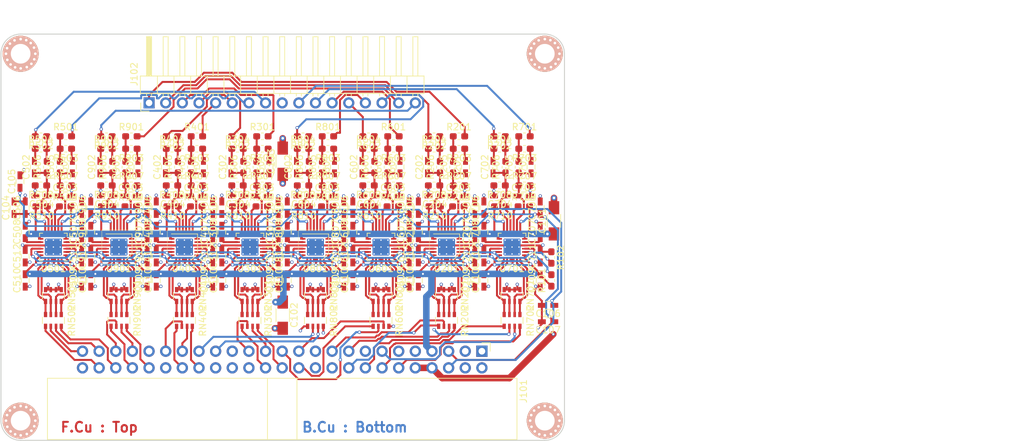
<source format=kicad_pcb>
(kicad_pcb (version 20171130) (host pcbnew 5.0.2-bee76a0~70~ubuntu18.04.1)
  (layers (0 F.Cu signal) (1 2_Ground power) (2 3_Power jumper) (31 B.Cu signal) (34 B.Paste user) (35 F.Paste user) (36 B.SilkS user) (37 F.SilkS user) (38 B.Mask user) (39 F.Mask user) (44 Edge.Cuts user))
  (net 0 "")
  (net 1 GND)
  (net 2 Vref_0-7)
  (net 3 +4V)
  (net 4 +2V5)
  (net 5 -2V5)
  (net 6 Vref_8-15)
  (net 7 ~D8)
  (net 8 D8)
  (net 9 ~D9)
  (net 10 D9)
  (net 11 ~D0)
  (net 12 D0)
  (net 13 ~D1)
  (net 14 D1)
  (net 15 ~D10)
  (net 16 D10)
  (net 17 ~D11)
  (net 18 D11)
  (net 19 ~D2)
  (net 20 D2)
  (net 21 ~D3)
  (net 22 D3)
  (net 23 ~D12)
  (net 24 D12)
  (net 25 ~D13)
  (net 26 D13)
  (net 27 ~D4)
  (net 28 D4)
  (net 29 ~D5)
  (net 30 D5)
  (net 31 ~D14)
  (net 32 D14)
  (net 33 ~D15)
  (net 34 D15)
  (net 35 ~D6)
  (net 36 D6)
  (net 37 ~D7)
  (net 38 D7)
  (net 39 In0)
  (net 40 In1)
  (net 41 In2)
  (net 42 In3)
  (net 43 In4)
  (net 44 In5)
  (net 45 In6)
  (net 46 In7)
  (net 47 In8)
  (net 48 In9)
  (net 49 In10)
  (net 50 In11)
  (net 51 In12)
  (net 52 In13)
  (net 53 In14)
  (net 54 In15)
  (net 55 ~LE)
  (net 56 LE)
  (net 57 "Net-(C201-Pad2)")
  (net 58 "Net-(C201-Pad1)")
  (net 59 "Net-(C202-Pad2)")
  (net 60 "Net-(C202-Pad1)")
  (net 61 "Net-(C301-Pad1)")
  (net 62 "Net-(C301-Pad2)")
  (net 63 "Net-(C302-Pad1)")
  (net 64 "Net-(C302-Pad2)")
  (net 65 "Net-(C401-Pad1)")
  (net 66 "Net-(C401-Pad2)")
  (net 67 "Net-(C402-Pad2)")
  (net 68 "Net-(C402-Pad1)")
  (net 69 "Net-(C501-Pad2)")
  (net 70 "Net-(C501-Pad1)")
  (net 71 "Net-(C502-Pad2)")
  (net 72 "Net-(C502-Pad1)")
  (net 73 "Net-(C601-Pad1)")
  (net 74 "Net-(C601-Pad2)")
  (net 75 "Net-(C602-Pad2)")
  (net 76 "Net-(C602-Pad1)")
  (net 77 "Net-(C701-Pad2)")
  (net 78 "Net-(C701-Pad1)")
  (net 79 "Net-(C702-Pad1)")
  (net 80 "Net-(C702-Pad2)")
  (net 81 "Net-(C801-Pad2)")
  (net 82 "Net-(C801-Pad1)")
  (net 83 "Net-(C802-Pad1)")
  (net 84 "Net-(C802-Pad2)")
  (net 85 "Net-(C901-Pad1)")
  (net 86 "Net-(C901-Pad2)")
  (net 87 "Net-(C902-Pad2)")
  (net 88 "Net-(C902-Pad1)")
  (net 89 "Net-(R201-Pad1)")
  (net 90 "Net-(R202-Pad1)")
  (net 91 "Net-(R209-Pad1)")
  (net 92 "Net-(R209-Pad2)")
  (net 93 "Net-(R210-Pad2)")
  (net 94 "Net-(R210-Pad1)")
  (net 95 "Net-(R301-Pad1)")
  (net 96 "Net-(R302-Pad1)")
  (net 97 "Net-(R309-Pad1)")
  (net 98 "Net-(R309-Pad2)")
  (net 99 "Net-(R310-Pad2)")
  (net 100 "Net-(R310-Pad1)")
  (net 101 "Net-(R401-Pad1)")
  (net 102 "Net-(R402-Pad1)")
  (net 103 "Net-(R409-Pad1)")
  (net 104 "Net-(R409-Pad2)")
  (net 105 "Net-(R410-Pad2)")
  (net 106 "Net-(R410-Pad1)")
  (net 107 "Net-(R501-Pad1)")
  (net 108 "Net-(R502-Pad1)")
  (net 109 "Net-(R509-Pad2)")
  (net 110 "Net-(R509-Pad1)")
  (net 111 "Net-(R510-Pad1)")
  (net 112 "Net-(R510-Pad2)")
  (net 113 "Net-(R601-Pad1)")
  (net 114 "Net-(R602-Pad1)")
  (net 115 "Net-(R609-Pad2)")
  (net 116 "Net-(R609-Pad1)")
  (net 117 "Net-(R610-Pad2)")
  (net 118 "Net-(R610-Pad1)")
  (net 119 "Net-(R701-Pad1)")
  (net 120 "Net-(R702-Pad1)")
  (net 121 "Net-(R709-Pad2)")
  (net 122 "Net-(R709-Pad1)")
  (net 123 "Net-(R710-Pad1)")
  (net 124 "Net-(R710-Pad2)")
  (net 125 "Net-(R801-Pad1)")
  (net 126 "Net-(R802-Pad1)")
  (net 127 "Net-(R809-Pad2)")
  (net 128 "Net-(R809-Pad1)")
  (net 129 "Net-(R810-Pad1)")
  (net 130 "Net-(R810-Pad2)")
  (net 131 "Net-(R901-Pad1)")
  (net 132 "Net-(R902-Pad1)")
  (net 133 "Net-(R909-Pad2)")
  (net 134 "Net-(R909-Pad1)")
  (net 135 "Net-(R910-Pad1)")
  (net 136 "Net-(R910-Pad2)")
  (net 137 "Net-(RN201-Pad7)")
  (net 138 "Net-(RN201-Pad8)")
  (net 139 "Net-(RN201-Pad6)")
  (net 140 "Net-(RN201-Pad5)")
  (net 141 "Net-(RN301-Pad7)")
  (net 142 "Net-(RN301-Pad8)")
  (net 143 "Net-(RN301-Pad6)")
  (net 144 "Net-(RN301-Pad5)")
  (net 145 "Net-(RN401-Pad5)")
  (net 146 "Net-(RN401-Pad6)")
  (net 147 "Net-(RN401-Pad8)")
  (net 148 "Net-(RN401-Pad7)")
  (net 149 "Net-(RN501-Pad7)")
  (net 150 "Net-(RN501-Pad8)")
  (net 151 "Net-(RN501-Pad6)")
  (net 152 "Net-(RN501-Pad5)")
  (net 153 "Net-(RN601-Pad5)")
  (net 154 "Net-(RN601-Pad6)")
  (net 155 "Net-(RN601-Pad8)")
  (net 156 "Net-(RN601-Pad7)")
  (net 157 "Net-(RN701-Pad7)")
  (net 158 "Net-(RN701-Pad8)")
  (net 159 "Net-(RN701-Pad6)")
  (net 160 "Net-(RN701-Pad5)")
  (net 161 "Net-(RN801-Pad7)")
  (net 162 "Net-(RN801-Pad8)")
  (net 163 "Net-(RN801-Pad6)")
  (net 164 "Net-(RN801-Pad5)")
  (net 165 "Net-(RN901-Pad7)")
  (net 166 "Net-(RN901-Pad8)")
  (net 167 "Net-(RN901-Pad6)")
  (net 168 "Net-(RN901-Pad5)")
  (module Capacitors_SMD.pretty:C_0603_HandSoldering (layer F.Cu) (at 112.9 133.3 90)
    (fp_text reference C201 (at 0 -1.25 90) (layer F.SilkS))
    (fp_text value 3.3p)
    (pad 2 smd rect (at 0.95 0 90) (size 1.2 0.75) (layers F.Cu F.Paste F.Mask) (net 57 "Net-(C201-Pad2)"))
    (pad 1 smd rect (at -0.95 0 90) (size 1.2 0.75) (layers F.Cu F.Paste F.Mask) (net 58 "Net-(C201-Pad1)"))
  )
  (module Capacitors_SMD.pretty:C_0603_HandSoldering (layer F.Cu) (at 107.1 133.3 90)
    (fp_text reference C202 (at 0 -1.25 90) (layer F.SilkS))
    (fp_text value 3.3p)
    (pad 2 smd rect (at 0.95 0 90) (size 1.2 0.75) (layers F.Cu F.Paste F.Mask) (net 59 "Net-(C202-Pad2)"))
    (pad 1 smd rect (at -0.95 0 90) (size 1.2 0.75) (layers F.Cu F.Paste F.Mask) (net 60 "Net-(C202-Pad1)"))
  )
  (module Capacitors_SMD.pretty:C_0603_HandSoldering (layer F.Cu) (at 111.8 137.7)
    (fp_text reference C203 (at 0 -1.25) (layer F.SilkS))
    (fp_text value 27p)
    (pad 2 smd rect (at 0.95 0) (size 1.2 0.75) (layers F.Cu F.Paste F.Mask) (net 1 GND))
    (pad 1 smd rect (at -0.95 0) (size 1.2 0.75) (layers F.Cu F.Paste F.Mask) (net 58 "Net-(C201-Pad1)"))
  )
  (module Capacitors_SMD.pretty:C_0603_HandSoldering (layer F.Cu) (at 108.2 137.7 180)
    (fp_text reference C204 (at 0 -1.25 180) (layer F.SilkS))
    (fp_text value 27p)
    (pad 1 smd rect (at -0.95 0 180) (size 1.2 0.75) (layers F.Cu F.Paste F.Mask) (net 60 "Net-(C202-Pad1)"))
    (pad 2 smd rect (at 0.95 0 180) (size 1.2 0.75) (layers F.Cu F.Paste F.Mask) (net 1 GND))
  )
  (module Capacitors_SMD.pretty:C_0603_HandSoldering (layer F.Cu) (at 114.3 139.5 90)
    (fp_text reference C205 (at 0 -1.25 90) (layer F.SilkS))
    (fp_text value 10n)
    (pad 2 smd rect (at 0.95 0 90) (size 1.2 0.75) (layers F.Cu F.Paste F.Mask) (net 1 GND))
    (pad 1 smd rect (at -0.95 0 90) (size 1.2 0.75) (layers F.Cu F.Paste F.Mask) (net 2 Vref_0-7))
  )
  (module Capacitors_SMD.pretty:C_0603_HandSoldering (layer F.Cu) (at 105.7 139.5 90)
    (fp_text reference C206 (at 0 -1.25 90) (layer F.SilkS))
    (fp_text value 10n)
    (pad 1 smd rect (at -0.95 0 90) (size 1.2 0.75) (layers F.Cu F.Paste F.Mask) (net 2 Vref_0-7))
    (pad 2 smd rect (at 0.95 0 90) (size 1.2 0.75) (layers F.Cu F.Paste F.Mask) (net 1 GND))
  )
  (module Capacitors_SMD.pretty:C_0603_HandSoldering (layer F.Cu) (at 114.3 143.2 90)
    (fp_text reference C207 (at 0 -1.25 90) (layer F.SilkS))
    (fp_text value 100n)
    (pad 1 smd rect (at -0.95 0 90) (size 1.2 0.75) (layers F.Cu F.Paste F.Mask) (net 3 +4V))
    (pad 2 smd rect (at 0.95 0 90) (size 1.2 0.75) (layers F.Cu F.Paste F.Mask) (net 1 GND))
  )
  (module Capacitors_SMD.pretty:C_0603_HandSoldering (layer F.Cu) (at 105.7 143.2 90)
    (fp_text reference C208 (at 0 -1.25 90) (layer F.SilkS))
    (fp_text value 100n)
    (pad 1 smd rect (at -0.95 0 90) (size 1.2 0.75) (layers F.Cu F.Paste F.Mask) (net 3 +4V))
    (pad 2 smd rect (at 0.95 0 90) (size 1.2 0.75) (layers F.Cu F.Paste F.Mask) (net 1 GND))
  )
  (module Capacitors_SMD.pretty:C_0603_HandSoldering (layer F.Cu) (at 114.3 150.6 90)
    (fp_text reference C209 (at 0 -1.25 90) (layer F.SilkS))
    (fp_text value 100n)
    (pad 2 smd rect (at 0.95 0 90) (size 1.2 0.75) (layers F.Cu F.Paste F.Mask) (net 4 +2V5))
    (pad 1 smd rect (at -0.95 0 90) (size 1.2 0.75) (layers F.Cu F.Paste F.Mask) (net 1 GND))
  )
  (module Capacitors_SMD.pretty:C_0603_HandSoldering (layer F.Cu) (at 105.7 150.6 90)
    (fp_text reference C210 (at 0 -1.25 90) (layer F.SilkS))
    (fp_text value 100n)
    (pad 2 smd rect (at 0.95 0 90) (size 1.2 0.75) (layers F.Cu F.Paste F.Mask) (net 4 +2V5))
    (pad 1 smd rect (at -0.95 0 90) (size 1.2 0.75) (layers F.Cu F.Paste F.Mask) (net 1 GND))
  )
  (module Capacitors_SMD.pretty:C_0603_HandSoldering (layer F.Cu) (at 114.3 146.9 90)
    (fp_text reference C211 (at 0 -1.25 90) (layer F.SilkS))
    (fp_text value 100n)
    (pad 1 smd rect (at -0.95 0 90) (size 1.2 0.75) (layers F.Cu F.Paste F.Mask) (net 1 GND))
    (pad 2 smd rect (at 0.95 0 90) (size 1.2 0.75) (layers F.Cu F.Paste F.Mask) (net 5 -2V5))
  )
  (module Capacitors_SMD.pretty:C_0603_HandSoldering (layer F.Cu) (at 105.7 146.9 90)
    (fp_text reference C212 (at 0 -1.25 90) (layer F.SilkS))
    (fp_text value 100n)
    (pad 2 smd rect (at 0.95 0 90) (size 1.2 0.75) (layers F.Cu F.Paste F.Mask) (net 5 -2V5))
    (pad 1 smd rect (at -0.95 0 90) (size 1.2 0.75) (layers F.Cu F.Paste F.Mask) (net 1 GND))
  )
  (module Capacitors_SMD.pretty:C_1206_HandSoldering (layer F.Cu) (at 126.4 141.5 90)
    (fp_text reference C101 (at 0 -1.75 90) (layer F.SilkS))
    (fp_text value 10uF)
    (pad 1 smd rect (at -2 0 90) (size 2 1.6) (layers F.Cu F.Paste F.Mask) (net 3 +4V))
    (pad 2 smd rect (at 2 0 90) (size 2 1.6) (layers F.Cu F.Paste F.Mask) (net 1 GND))
  )
  (module Capacitors_SMD.pretty:C_1206_HandSoldering (layer F.Cu) (at 85 155.9 270)
    (fp_text reference C102 (at 0 -1.75 270) (layer F.SilkS))
    (fp_text value 10uF)
    (pad 2 smd rect (at 2 0 270) (size 2 1.6) (layers F.Cu F.Paste F.Mask) (net 1 GND))
    (pad 1 smd rect (at -2 0 270) (size 2 1.6) (layers F.Cu F.Paste F.Mask) (net 4 +2V5))
  )
  (module Capacitors_SMD.pretty:C_1206_HandSoldering (layer F.Cu) (at 85 132.4 90)
    (fp_text reference C103 (at 0 -1.75 90) (layer F.SilkS))
    (fp_text value 10uF)
    (pad 1 smd rect (at -2 0 90) (size 2 1.6) (layers F.Cu F.Paste F.Mask) (net 5 -2V5))
    (pad 2 smd rect (at 2 0 90) (size 2 1.6) (layers F.Cu F.Paste F.Mask) (net 1 GND))
  )
  (module Capacitors_SMD.pretty:C_0603_HandSoldering (layer F.Cu) (at 44 139.5 90)
    (fp_text reference C104 (at 0 -1.25 90) (layer F.SilkS))
    (fp_text value 100n)
    (pad 2 smd rect (at 0.95 0 90) (size 1.2 0.75) (layers F.Cu F.Paste F.Mask) (net 1 GND))
    (pad 1 smd rect (at -0.95 0 90) (size 1.2 0.75) (layers F.Cu F.Paste F.Mask) (net 2 Vref_0-7))
  )
  (module Capacitors_SMD.pretty:C_0603_HandSoldering (layer F.Cu) (at 82.9 133.3 90)
    (fp_text reference C301 (at 0 -1.25 90) (layer F.SilkS))
    (fp_text value 3.3p)
    (pad 1 smd rect (at -0.95 0 90) (size 1.2 0.75) (layers F.Cu F.Paste F.Mask) (net 61 "Net-(C301-Pad1)"))
    (pad 2 smd rect (at 0.95 0 90) (size 1.2 0.75) (layers F.Cu F.Paste F.Mask) (net 62 "Net-(C301-Pad2)"))
  )
  (module Capacitors_SMD.pretty:C_0603_HandSoldering (layer F.Cu) (at 77.1 133.3 90)
    (fp_text reference C302 (at 0 -1.25 90) (layer F.SilkS))
    (fp_text value 3.3p)
    (pad 1 smd rect (at -0.95 0 90) (size 1.2 0.75) (layers F.Cu F.Paste F.Mask) (net 63 "Net-(C302-Pad1)"))
    (pad 2 smd rect (at 0.95 0 90) (size 1.2 0.75) (layers F.Cu F.Paste F.Mask) (net 64 "Net-(C302-Pad2)"))
  )
  (module Capacitors_SMD.pretty:C_0603_HandSoldering (layer F.Cu) (at 81.8 137.7)
    (fp_text reference C303 (at 0 -1.25) (layer F.SilkS))
    (fp_text value 27p)
    (pad 1 smd rect (at -0.95 0) (size 1.2 0.75) (layers F.Cu F.Paste F.Mask) (net 61 "Net-(C301-Pad1)"))
    (pad 2 smd rect (at 0.95 0) (size 1.2 0.75) (layers F.Cu F.Paste F.Mask) (net 1 GND))
  )
  (module Capacitors_SMD.pretty:C_0603_HandSoldering (layer F.Cu) (at 78.2 137.7 180)
    (fp_text reference C304 (at 0 -1.25 180) (layer F.SilkS))
    (fp_text value 27p)
    (pad 1 smd rect (at -0.95 0 180) (size 1.2 0.75) (layers F.Cu F.Paste F.Mask) (net 63 "Net-(C302-Pad1)"))
    (pad 2 smd rect (at 0.95 0 180) (size 1.2 0.75) (layers F.Cu F.Paste F.Mask) (net 1 GND))
  )
  (module Capacitors_SMD.pretty:C_0603_HandSoldering (layer F.Cu) (at 84.3 139.5 90)
    (fp_text reference C305 (at 0 -1.25 90) (layer F.SilkS))
    (fp_text value 10n)
    (pad 2 smd rect (at 0.95 0 90) (size 1.2 0.75) (layers F.Cu F.Paste F.Mask) (net 1 GND))
    (pad 1 smd rect (at -0.95 0 90) (size 1.2 0.75) (layers F.Cu F.Paste F.Mask) (net 2 Vref_0-7))
  )
  (module Capacitors_SMD.pretty:C_0603_HandSoldering (layer F.Cu) (at 75.7 139.5 90)
    (fp_text reference C306 (at 0 -1.25 90) (layer F.SilkS))
    (fp_text value 10n)
    (pad 1 smd rect (at -0.95 0 90) (size 1.2 0.75) (layers F.Cu F.Paste F.Mask) (net 2 Vref_0-7))
    (pad 2 smd rect (at 0.95 0 90) (size 1.2 0.75) (layers F.Cu F.Paste F.Mask) (net 1 GND))
  )
  (module Capacitors_SMD.pretty:C_0603_HandSoldering (layer F.Cu) (at 84.3 143.2 90)
    (fp_text reference C307 (at 0 -1.25 90) (layer F.SilkS))
    (fp_text value 100n)
    (pad 1 smd rect (at -0.95 0 90) (size 1.2 0.75) (layers F.Cu F.Paste F.Mask) (net 3 +4V))
    (pad 2 smd rect (at 0.95 0 90) (size 1.2 0.75) (layers F.Cu F.Paste F.Mask) (net 1 GND))
  )
  (module Capacitors_SMD.pretty:C_0603_HandSoldering (layer F.Cu) (at 75.7 143.2 90)
    (fp_text reference C308 (at 0 -1.25 90) (layer F.SilkS))
    (fp_text value 100n)
    (pad 1 smd rect (at -0.95 0 90) (size 1.2 0.75) (layers F.Cu F.Paste F.Mask) (net 3 +4V))
    (pad 2 smd rect (at 0.95 0 90) (size 1.2 0.75) (layers F.Cu F.Paste F.Mask) (net 1 GND))
  )
  (module Capacitors_SMD.pretty:C_0603_HandSoldering (layer F.Cu) (at 84.3 150.6 90)
    (fp_text reference C309 (at 0 -1.25 90) (layer F.SilkS))
    (fp_text value 100n)
    (pad 2 smd rect (at 0.95 0 90) (size 1.2 0.75) (layers F.Cu F.Paste F.Mask) (net 4 +2V5))
    (pad 1 smd rect (at -0.95 0 90) (size 1.2 0.75) (layers F.Cu F.Paste F.Mask) (net 1 GND))
  )
  (module Capacitors_SMD.pretty:C_0603_HandSoldering (layer F.Cu) (at 75.7 150.6 90)
    (fp_text reference C310 (at 0 -1.25 90) (layer F.SilkS))
    (fp_text value 100n)
    (pad 2 smd rect (at 0.95 0 90) (size 1.2 0.75) (layers F.Cu F.Paste F.Mask) (net 4 +2V5))
    (pad 1 smd rect (at -0.95 0 90) (size 1.2 0.75) (layers F.Cu F.Paste F.Mask) (net 1 GND))
  )
  (module Capacitors_SMD.pretty:C_0603_HandSoldering (layer F.Cu) (at 84.3 146.9 90)
    (fp_text reference C311 (at 0 -1.25 90) (layer F.SilkS))
    (fp_text value 100n)
    (pad 1 smd rect (at -0.95 0 90) (size 1.2 0.75) (layers F.Cu F.Paste F.Mask) (net 1 GND))
    (pad 2 smd rect (at 0.95 0 90) (size 1.2 0.75) (layers F.Cu F.Paste F.Mask) (net 5 -2V5))
  )
  (module Capacitors_SMD.pretty:C_0603_HandSoldering (layer F.Cu) (at 75.7 146.9 90)
    (fp_text reference C312 (at 0 -1.25 90) (layer F.SilkS))
    (fp_text value 100n)
    (pad 2 smd rect (at 0.95 0 90) (size 1.2 0.75) (layers F.Cu F.Paste F.Mask) (net 5 -2V5))
    (pad 1 smd rect (at -0.95 0 90) (size 1.2 0.75) (layers F.Cu F.Paste F.Mask) (net 1 GND))
  )
  (module Capacitors_SMD.pretty:C_0603_HandSoldering (layer F.Cu) (at 72.9 133.3 90)
    (fp_text reference C401 (at 0 -1.25 90) (layer F.SilkS))
    (fp_text value 3.3p)
    (pad 1 smd rect (at -0.95 0 90) (size 1.2 0.75) (layers F.Cu F.Paste F.Mask) (net 65 "Net-(C401-Pad1)"))
    (pad 2 smd rect (at 0.95 0 90) (size 1.2 0.75) (layers F.Cu F.Paste F.Mask) (net 66 "Net-(C401-Pad2)"))
  )
  (module Capacitors_SMD.pretty:C_0603_HandSoldering (layer F.Cu) (at 67.1 133.3 90)
    (fp_text reference C402 (at 0 -1.25 90) (layer F.SilkS))
    (fp_text value 3.3p)
    (pad 2 smd rect (at 0.95 0 90) (size 1.2 0.75) (layers F.Cu F.Paste F.Mask) (net 67 "Net-(C402-Pad2)"))
    (pad 1 smd rect (at -0.95 0 90) (size 1.2 0.75) (layers F.Cu F.Paste F.Mask) (net 68 "Net-(C402-Pad1)"))
  )
  (module Capacitors_SMD.pretty:C_0603_HandSoldering (layer F.Cu) (at 71.8 137.7)
    (fp_text reference C403 (at 0 -1.25) (layer F.SilkS))
    (fp_text value 27p)
    (pad 1 smd rect (at -0.95 0) (size 1.2 0.75) (layers F.Cu F.Paste F.Mask) (net 65 "Net-(C401-Pad1)"))
    (pad 2 smd rect (at 0.95 0) (size 1.2 0.75) (layers F.Cu F.Paste F.Mask) (net 1 GND))
  )
  (module Capacitors_SMD.pretty:C_0603_HandSoldering (layer F.Cu) (at 68.2 137.7 180)
    (fp_text reference C404 (at 0 -1.25 180) (layer F.SilkS))
    (fp_text value 27p)
    (pad 2 smd rect (at 0.95 0 180) (size 1.2 0.75) (layers F.Cu F.Paste F.Mask) (net 1 GND))
    (pad 1 smd rect (at -0.95 0 180) (size 1.2 0.75) (layers F.Cu F.Paste F.Mask) (net 68 "Net-(C402-Pad1)"))
  )
  (module Capacitors_SMD.pretty:C_0603_HandSoldering (layer F.Cu) (at 74.3 139.5 90)
    (fp_text reference C405 (at 0 -1.25 90) (layer F.SilkS))
    (fp_text value 10n)
    (pad 1 smd rect (at -0.95 0 90) (size 1.2 0.75) (layers F.Cu F.Paste F.Mask) (net 2 Vref_0-7))
    (pad 2 smd rect (at 0.95 0 90) (size 1.2 0.75) (layers F.Cu F.Paste F.Mask) (net 1 GND))
  )
  (module Capacitors_SMD.pretty:C_0603_HandSoldering (layer F.Cu) (at 65.7 139.5 90)
    (fp_text reference C406 (at 0 -1.25 90) (layer F.SilkS))
    (fp_text value 10n)
    (pad 1 smd rect (at -0.95 0 90) (size 1.2 0.75) (layers F.Cu F.Paste F.Mask) (net 2 Vref_0-7))
    (pad 2 smd rect (at 0.95 0 90) (size 1.2 0.75) (layers F.Cu F.Paste F.Mask) (net 1 GND))
  )
  (module Capacitors_SMD.pretty:C_0603_HandSoldering (layer F.Cu) (at 74.3 143.2 90)
    (fp_text reference C407 (at 0 -1.25 90) (layer F.SilkS))
    (fp_text value 100n)
    (pad 2 smd rect (at 0.95 0 90) (size 1.2 0.75) (layers F.Cu F.Paste F.Mask) (net 1 GND))
    (pad 1 smd rect (at -0.95 0 90) (size 1.2 0.75) (layers F.Cu F.Paste F.Mask) (net 3 +4V))
  )
  (module Capacitors_SMD.pretty:C_0603_HandSoldering (layer F.Cu) (at 65.7 143.2 90)
    (fp_text reference C408 (at 0 -1.25 90) (layer F.SilkS))
    (fp_text value 100n)
    (pad 1 smd rect (at -0.95 0 90) (size 1.2 0.75) (layers F.Cu F.Paste F.Mask) (net 3 +4V))
    (pad 2 smd rect (at 0.95 0 90) (size 1.2 0.75) (layers F.Cu F.Paste F.Mask) (net 1 GND))
  )
  (module Capacitors_SMD.pretty:C_0603_HandSoldering (layer F.Cu) (at 74.3 150.6 90)
    (fp_text reference C409 (at 0 -1.25 90) (layer F.SilkS))
    (fp_text value 100n)
    (pad 2 smd rect (at 0.95 0 90) (size 1.2 0.75) (layers F.Cu F.Paste F.Mask) (net 4 +2V5))
    (pad 1 smd rect (at -0.95 0 90) (size 1.2 0.75) (layers F.Cu F.Paste F.Mask) (net 1 GND))
  )
  (module Capacitors_SMD.pretty:C_0603_HandSoldering (layer F.Cu) (at 65.7 150.6 90)
    (fp_text reference C410 (at 0 -1.25 90) (layer F.SilkS))
    (fp_text value 100n)
    (pad 2 smd rect (at 0.95 0 90) (size 1.2 0.75) (layers F.Cu F.Paste F.Mask) (net 4 +2V5))
    (pad 1 smd rect (at -0.95 0 90) (size 1.2 0.75) (layers F.Cu F.Paste F.Mask) (net 1 GND))
  )
  (module Capacitors_SMD.pretty:C_0603_HandSoldering (layer F.Cu) (at 74.3 146.9 90)
    (fp_text reference C411 (at 0 -1.25 90) (layer F.SilkS))
    (fp_text value 100n)
    (pad 2 smd rect (at 0.95 0 90) (size 1.2 0.75) (layers F.Cu F.Paste F.Mask) (net 5 -2V5))
    (pad 1 smd rect (at -0.95 0 90) (size 1.2 0.75) (layers F.Cu F.Paste F.Mask) (net 1 GND))
  )
  (module Capacitors_SMD.pretty:C_0603_HandSoldering (layer F.Cu) (at 65.7 146.9 90)
    (fp_text reference C412 (at 0 -1.25 90) (layer F.SilkS))
    (fp_text value 100n)
    (pad 2 smd rect (at 0.95 0 90) (size 1.2 0.75) (layers F.Cu F.Paste F.Mask) (net 5 -2V5))
    (pad 1 smd rect (at -0.95 0 90) (size 1.2 0.75) (layers F.Cu F.Paste F.Mask) (net 1 GND))
  )
  (module Capacitors_SMD.pretty:C_0603_HandSoldering (layer F.Cu) (at 52.9 133.3 90)
    (fp_text reference C501 (at 0 -1.25 90) (layer F.SilkS))
    (fp_text value 3.3p)
    (pad 2 smd rect (at 0.95 0 90) (size 1.2 0.75) (layers F.Cu F.Paste F.Mask) (net 69 "Net-(C501-Pad2)"))
    (pad 1 smd rect (at -0.95 0 90) (size 1.2 0.75) (layers F.Cu F.Paste F.Mask) (net 70 "Net-(C501-Pad1)"))
  )
  (module Capacitors_SMD.pretty:C_0603_HandSoldering (layer F.Cu) (at 47.1 133.3 90)
    (fp_text reference C502 (at 0 -1.25 90) (layer F.SilkS))
    (fp_text value 3.3p)
    (pad 2 smd rect (at 0.95 0 90) (size 1.2 0.75) (layers F.Cu F.Paste F.Mask) (net 71 "Net-(C502-Pad2)"))
    (pad 1 smd rect (at -0.95 0 90) (size 1.2 0.75) (layers F.Cu F.Paste F.Mask) (net 72 "Net-(C502-Pad1)"))
  )
  (module Capacitors_SMD.pretty:C_0603_HandSoldering (layer F.Cu) (at 51.8 137.7)
    (fp_text reference C503 (at 0 -1.25) (layer F.SilkS))
    (fp_text value 27p)
    (pad 2 smd rect (at 0.95 0) (size 1.2 0.75) (layers F.Cu F.Paste F.Mask) (net 1 GND))
    (pad 1 smd rect (at -0.95 0) (size 1.2 0.75) (layers F.Cu F.Paste F.Mask) (net 70 "Net-(C501-Pad1)"))
  )
  (module Capacitors_SMD.pretty:C_0603_HandSoldering (layer F.Cu) (at 48.2 137.7 180)
    (fp_text reference C504 (at 0 -1.25 180) (layer F.SilkS))
    (fp_text value 27p)
    (pad 1 smd rect (at -0.95 0 180) (size 1.2 0.75) (layers F.Cu F.Paste F.Mask) (net 72 "Net-(C502-Pad1)"))
    (pad 2 smd rect (at 0.95 0 180) (size 1.2 0.75) (layers F.Cu F.Paste F.Mask) (net 1 GND))
  )
  (module Capacitors_SMD.pretty:C_0603_HandSoldering (layer F.Cu) (at 54.3 139.5 90)
    (fp_text reference C505 (at 0 -1.25 90) (layer F.SilkS))
    (fp_text value 10n)
    (pad 2 smd rect (at 0.95 0 90) (size 1.2 0.75) (layers F.Cu F.Paste F.Mask) (net 1 GND))
    (pad 1 smd rect (at -0.95 0 90) (size 1.2 0.75) (layers F.Cu F.Paste F.Mask) (net 2 Vref_0-7))
  )
  (module Capacitors_SMD.pretty:C_0603_HandSoldering (layer F.Cu) (at 45.7 139.5 90)
    (fp_text reference C506 (at 0 -1.25 90) (layer F.SilkS))
    (fp_text value 10n)
    (pad 1 smd rect (at -0.95 0 90) (size 1.2 0.75) (layers F.Cu F.Paste F.Mask) (net 2 Vref_0-7))
    (pad 2 smd rect (at 0.95 0 90) (size 1.2 0.75) (layers F.Cu F.Paste F.Mask) (net 1 GND))
  )
  (module Capacitors_SMD.pretty:C_0603_HandSoldering (layer F.Cu) (at 54.3 143.2 90)
    (fp_text reference C507 (at 0 -1.25 90) (layer F.SilkS))
    (fp_text value 100n)
    (pad 2 smd rect (at 0.95 0 90) (size 1.2 0.75) (layers F.Cu F.Paste F.Mask) (net 1 GND))
    (pad 1 smd rect (at -0.95 0 90) (size 1.2 0.75) (layers F.Cu F.Paste F.Mask) (net 3 +4V))
  )
  (module Capacitors_SMD.pretty:C_0603_HandSoldering (layer F.Cu) (at 45.7 143.2 90)
    (fp_text reference C508 (at 0 -1.25 90) (layer F.SilkS))
    (fp_text value 100n)
    (pad 1 smd rect (at -0.95 0 90) (size 1.2 0.75) (layers F.Cu F.Paste F.Mask) (net 3 +4V))
    (pad 2 smd rect (at 0.95 0 90) (size 1.2 0.75) (layers F.Cu F.Paste F.Mask) (net 1 GND))
  )
  (module Capacitors_SMD.pretty:C_0603_HandSoldering (layer F.Cu) (at 54.3 150.6 90)
    (fp_text reference C509 (at 0 -1.25 90) (layer F.SilkS))
    (fp_text value 100n)
    (pad 1 smd rect (at -0.95 0 90) (size 1.2 0.75) (layers F.Cu F.Paste F.Mask) (net 1 GND))
    (pad 2 smd rect (at 0.95 0 90) (size 1.2 0.75) (layers F.Cu F.Paste F.Mask) (net 4 +2V5))
  )
  (module Capacitors_SMD.pretty:C_0603_HandSoldering (layer F.Cu) (at 45.7 150.6 90)
    (fp_text reference C510 (at 0 -1.25 90) (layer F.SilkS))
    (fp_text value 100n)
    (pad 2 smd rect (at 0.95 0 90) (size 1.2 0.75) (layers F.Cu F.Paste F.Mask) (net 4 +2V5))
    (pad 1 smd rect (at -0.95 0 90) (size 1.2 0.75) (layers F.Cu F.Paste F.Mask) (net 1 GND))
  )
  (module Capacitors_SMD.pretty:C_0603_HandSoldering (layer F.Cu) (at 54.3 146.9 90)
    (fp_text reference C511 (at 0 -1.25 90) (layer F.SilkS))
    (fp_text value 100n)
    (pad 1 smd rect (at -0.95 0 90) (size 1.2 0.75) (layers F.Cu F.Paste F.Mask) (net 1 GND))
    (pad 2 smd rect (at 0.95 0 90) (size 1.2 0.75) (layers F.Cu F.Paste F.Mask) (net 5 -2V5))
  )
  (module Capacitors_SMD.pretty:C_0603_HandSoldering (layer F.Cu) (at 45.7 146.9 90)
    (fp_text reference C512 (at 0 -1.25 90) (layer F.SilkS))
    (fp_text value 100n)
    (pad 2 smd rect (at 0.95 0 90) (size 1.2 0.75) (layers F.Cu F.Paste F.Mask) (net 5 -2V5))
    (pad 1 smd rect (at -0.95 0 90) (size 1.2 0.75) (layers F.Cu F.Paste F.Mask) (net 1 GND))
  )
  (module Capacitors_SMD.pretty:C_0603_HandSoldering (layer F.Cu) (at 102.9 133.3 90)
    (fp_text reference C601 (at 0 -1.25 90) (layer F.SilkS))
    (fp_text value 3.3p)
    (pad 1 smd rect (at -0.95 0 90) (size 1.2 0.75) (layers F.Cu F.Paste F.Mask) (net 73 "Net-(C601-Pad1)"))
    (pad 2 smd rect (at 0.95 0 90) (size 1.2 0.75) (layers F.Cu F.Paste F.Mask) (net 74 "Net-(C601-Pad2)"))
  )
  (module Capacitors_SMD.pretty:C_0603_HandSoldering (layer F.Cu) (at 97.1 133.3 90)
    (fp_text reference C602 (at 0 -1.25 90) (layer F.SilkS))
    (fp_text value 3.3p)
    (pad 2 smd rect (at 0.95 0 90) (size 1.2 0.75) (layers F.Cu F.Paste F.Mask) (net 75 "Net-(C602-Pad2)"))
    (pad 1 smd rect (at -0.95 0 90) (size 1.2 0.75) (layers F.Cu F.Paste F.Mask) (net 76 "Net-(C602-Pad1)"))
  )
  (module Capacitors_SMD.pretty:C_0603_HandSoldering (layer F.Cu) (at 101.8 137.7)
    (fp_text reference C603 (at 0 -1.25) (layer F.SilkS))
    (fp_text value 27p)
    (pad 1 smd rect (at -0.95 0) (size 1.2 0.75) (layers F.Cu F.Paste F.Mask) (net 73 "Net-(C601-Pad1)"))
    (pad 2 smd rect (at 0.95 0) (size 1.2 0.75) (layers F.Cu F.Paste F.Mask) (net 1 GND))
  )
  (module Capacitors_SMD.pretty:C_0603_HandSoldering (layer F.Cu) (at 98.2 137.7 180)
    (fp_text reference C604 (at 0 -1.25 180) (layer F.SilkS))
    (fp_text value 27p)
    (pad 2 smd rect (at 0.95 0 180) (size 1.2 0.75) (layers F.Cu F.Paste F.Mask) (net 1 GND))
    (pad 1 smd rect (at -0.95 0 180) (size 1.2 0.75) (layers F.Cu F.Paste F.Mask) (net 76 "Net-(C602-Pad1)"))
  )
  (module Capacitors_SMD.pretty:C_0603_HandSoldering (layer F.Cu) (at 104.3 139.5 90)
    (fp_text reference C605 (at 0 -1.25 90) (layer F.SilkS))
    (fp_text value 10n)
    (pad 2 smd rect (at 0.95 0 90) (size 1.2 0.75) (layers F.Cu F.Paste F.Mask) (net 1 GND))
    (pad 1 smd rect (at -0.95 0 90) (size 1.2 0.75) (layers F.Cu F.Paste F.Mask) (net 6 Vref_8-15))
  )
  (module Capacitors_SMD.pretty:C_0603_HandSoldering (layer F.Cu) (at 95.7 139.5 90)
    (fp_text reference C606 (at 0 -1.25 90) (layer F.SilkS))
    (fp_text value 10n)
    (pad 2 smd rect (at 0.95 0 90) (size 1.2 0.75) (layers F.Cu F.Paste F.Mask) (net 1 GND))
    (pad 1 smd rect (at -0.95 0 90) (size 1.2 0.75) (layers F.Cu F.Paste F.Mask) (net 6 Vref_8-15))
  )
  (module Capacitors_SMD.pretty:C_0603_HandSoldering (layer F.Cu) (at 104.3 143.2 90)
    (fp_text reference C607 (at 0 -1.25 90) (layer F.SilkS))
    (fp_text value 100n)
    (pad 2 smd rect (at 0.95 0 90) (size 1.2 0.75) (layers F.Cu F.Paste F.Mask) (net 1 GND))
    (pad 1 smd rect (at -0.95 0 90) (size 1.2 0.75) (layers F.Cu F.Paste F.Mask) (net 3 +4V))
  )
  (module Capacitors_SMD.pretty:C_0603_HandSoldering (layer F.Cu) (at 95.7 143.2 90)
    (fp_text reference C608 (at 0 -1.25 90) (layer F.SilkS))
    (fp_text value 100n)
    (pad 2 smd rect (at 0.95 0 90) (size 1.2 0.75) (layers F.Cu F.Paste F.Mask) (net 1 GND))
    (pad 1 smd rect (at -0.95 0 90) (size 1.2 0.75) (layers F.Cu F.Paste F.Mask) (net 3 +4V))
  )
  (module Capacitors_SMD.pretty:C_0603_HandSoldering (layer F.Cu) (at 104.3 150.6 90)
    (fp_text reference C609 (at 0 -1.25 90) (layer F.SilkS))
    (fp_text value 100n)
    (pad 1 smd rect (at -0.95 0 90) (size 1.2 0.75) (layers F.Cu F.Paste F.Mask) (net 1 GND))
    (pad 2 smd rect (at 0.95 0 90) (size 1.2 0.75) (layers F.Cu F.Paste F.Mask) (net 4 +2V5))
  )
  (module Capacitors_SMD.pretty:C_0603_HandSoldering (layer F.Cu) (at 95.7 150.6 90)
    (fp_text reference C610 (at 0 -1.25 90) (layer F.SilkS))
    (fp_text value 100n)
    (pad 1 smd rect (at -0.95 0 90) (size 1.2 0.75) (layers F.Cu F.Paste F.Mask) (net 1 GND))
    (pad 2 smd rect (at 0.95 0 90) (size 1.2 0.75) (layers F.Cu F.Paste F.Mask) (net 4 +2V5))
  )
  (module Capacitors_SMD.pretty:C_0603_HandSoldering (layer F.Cu) (at 104.3 146.9 90)
    (fp_text reference C611 (at 0 -1.25 90) (layer F.SilkS))
    (fp_text value 100n)
    (pad 1 smd rect (at -0.95 0 90) (size 1.2 0.75) (layers F.Cu F.Paste F.Mask) (net 1 GND))
    (pad 2 smd rect (at 0.95 0 90) (size 1.2 0.75) (layers F.Cu F.Paste F.Mask) (net 5 -2V5))
  )
  (module Capacitors_SMD.pretty:C_0603_HandSoldering (layer F.Cu) (at 95.7 146.9 90)
    (fp_text reference C612 (at 0 -1.25 90) (layer F.SilkS))
    (fp_text value 100n)
    (pad 1 smd rect (at -0.95 0 90) (size 1.2 0.75) (layers F.Cu F.Paste F.Mask) (net 1 GND))
    (pad 2 smd rect (at 0.95 0 90) (size 1.2 0.75) (layers F.Cu F.Paste F.Mask) (net 5 -2V5))
  )
  (module Capacitors_SMD.pretty:C_0603_HandSoldering (layer F.Cu) (at 122.9 133.3 90)
    (fp_text reference C701 (at 0 -1.25 90) (layer F.SilkS))
    (fp_text value 3.3p)
    (pad 2 smd rect (at 0.95 0 90) (size 1.2 0.75) (layers F.Cu F.Paste F.Mask) (net 77 "Net-(C701-Pad2)"))
    (pad 1 smd rect (at -0.95 0 90) (size 1.2 0.75) (layers F.Cu F.Paste F.Mask) (net 78 "Net-(C701-Pad1)"))
  )
  (module Capacitors_SMD.pretty:C_0603_HandSoldering (layer F.Cu) (at 117.1 133.3 90)
    (fp_text reference C702 (at 0 -1.25 90) (layer F.SilkS))
    (fp_text value 3.3p)
    (pad 1 smd rect (at -0.95 0 90) (size 1.2 0.75) (layers F.Cu F.Paste F.Mask) (net 79 "Net-(C702-Pad1)"))
    (pad 2 smd rect (at 0.95 0 90) (size 1.2 0.75) (layers F.Cu F.Paste F.Mask) (net 80 "Net-(C702-Pad2)"))
  )
  (module Capacitors_SMD.pretty:C_0603_HandSoldering (layer F.Cu) (at 121.8 137.7)
    (fp_text reference C703 (at 0 -1.25) (layer F.SilkS))
    (fp_text value 27p)
    (pad 2 smd rect (at 0.95 0) (size 1.2 0.75) (layers F.Cu F.Paste F.Mask) (net 1 GND))
    (pad 1 smd rect (at -0.95 0) (size 1.2 0.75) (layers F.Cu F.Paste F.Mask) (net 78 "Net-(C701-Pad1)"))
  )
  (module Capacitors_SMD.pretty:C_0603_HandSoldering (layer F.Cu) (at 118.2 137.7 180)
    (fp_text reference C704 (at 0 -1.25 180) (layer F.SilkS))
    (fp_text value 27p)
    (pad 1 smd rect (at -0.95 0 180) (size 1.2 0.75) (layers F.Cu F.Paste F.Mask) (net 79 "Net-(C702-Pad1)"))
    (pad 2 smd rect (at 0.95 0 180) (size 1.2 0.75) (layers F.Cu F.Paste F.Mask) (net 1 GND))
  )
  (module Capacitors_SMD.pretty:C_0603_HandSoldering (layer F.Cu) (at 124.3 139.5 90)
    (fp_text reference C705 (at 0 -1.25 90) (layer F.SilkS))
    (fp_text value 10n)
    (pad 1 smd rect (at -0.95 0 90) (size 1.2 0.75) (layers F.Cu F.Paste F.Mask) (net 6 Vref_8-15))
    (pad 2 smd rect (at 0.95 0 90) (size 1.2 0.75) (layers F.Cu F.Paste F.Mask) (net 1 GND))
  )
  (module Capacitors_SMD.pretty:C_0603_HandSoldering (layer F.Cu) (at 115.7 139.5 90)
    (fp_text reference C706 (at 0 -1.25 90) (layer F.SilkS))
    (fp_text value 10n)
    (pad 1 smd rect (at -0.95 0 90) (size 1.2 0.75) (layers F.Cu F.Paste F.Mask) (net 6 Vref_8-15))
    (pad 2 smd rect (at 0.95 0 90) (size 1.2 0.75) (layers F.Cu F.Paste F.Mask) (net 1 GND))
  )
  (module Capacitors_SMD.pretty:C_0603_HandSoldering (layer F.Cu) (at 124.3 143.2 90)
    (fp_text reference C707 (at 0 -1.25 90) (layer F.SilkS))
    (fp_text value 100n)
    (pad 2 smd rect (at 0.95 0 90) (size 1.2 0.75) (layers F.Cu F.Paste F.Mask) (net 1 GND))
    (pad 1 smd rect (at -0.95 0 90) (size 1.2 0.75) (layers F.Cu F.Paste F.Mask) (net 3 +4V))
  )
  (module Capacitors_SMD.pretty:C_0603_HandSoldering (layer F.Cu) (at 115.7 143.2 90)
    (fp_text reference C708 (at 0 -1.25 90) (layer F.SilkS))
    (fp_text value 100n)
    (pad 1 smd rect (at -0.95 0 90) (size 1.2 0.75) (layers F.Cu F.Paste F.Mask) (net 3 +4V))
    (pad 2 smd rect (at 0.95 0 90) (size 1.2 0.75) (layers F.Cu F.Paste F.Mask) (net 1 GND))
  )
  (module Capacitors_SMD.pretty:C_0603_HandSoldering (layer F.Cu) (at 124.3 150.6 90)
    (fp_text reference C709 (at 0 -1.25 90) (layer F.SilkS))
    (fp_text value 100n)
    (pad 1 smd rect (at -0.95 0 90) (size 1.2 0.75) (layers F.Cu F.Paste F.Mask) (net 1 GND))
    (pad 2 smd rect (at 0.95 0 90) (size 1.2 0.75) (layers F.Cu F.Paste F.Mask) (net 4 +2V5))
  )
  (module Capacitors_SMD.pretty:C_0603_HandSoldering (layer F.Cu) (at 115.7 150.6 90)
    (fp_text reference C710 (at 0 -1.25 90) (layer F.SilkS))
    (fp_text value 100n)
    (pad 2 smd rect (at 0.95 0 90) (size 1.2 0.75) (layers F.Cu F.Paste F.Mask) (net 4 +2V5))
    (pad 1 smd rect (at -0.95 0 90) (size 1.2 0.75) (layers F.Cu F.Paste F.Mask) (net 1 GND))
  )
  (module Capacitors_SMD.pretty:C_0603_HandSoldering (layer F.Cu) (at 124.3 146.9 90)
    (fp_text reference C711 (at 0 -1.25 90) (layer F.SilkS))
    (fp_text value 100n)
    (pad 1 smd rect (at -0.95 0 90) (size 1.2 0.75) (layers F.Cu F.Paste F.Mask) (net 1 GND))
    (pad 2 smd rect (at 0.95 0 90) (size 1.2 0.75) (layers F.Cu F.Paste F.Mask) (net 5 -2V5))
  )
  (module Capacitors_SMD.pretty:C_0603_HandSoldering (layer F.Cu) (at 115.7 146.9 90)
    (fp_text reference C712 (at 0 -1.25 90) (layer F.SilkS))
    (fp_text value 100n)
    (pad 2 smd rect (at 0.95 0 90) (size 1.2 0.75) (layers F.Cu F.Paste F.Mask) (net 5 -2V5))
    (pad 1 smd rect (at -0.95 0 90) (size 1.2 0.75) (layers F.Cu F.Paste F.Mask) (net 1 GND))
  )
  (module Capacitors_SMD.pretty:C_0603_HandSoldering (layer F.Cu) (at 92.9 133.3 90)
    (fp_text reference C801 (at 0 -1.25 90) (layer F.SilkS))
    (fp_text value 3.3p)
    (pad 2 smd rect (at 0.95 0 90) (size 1.2 0.75) (layers F.Cu F.Paste F.Mask) (net 81 "Net-(C801-Pad2)"))
    (pad 1 smd rect (at -0.95 0 90) (size 1.2 0.75) (layers F.Cu F.Paste F.Mask) (net 82 "Net-(C801-Pad1)"))
  )
  (module Capacitors_SMD.pretty:C_0603_HandSoldering (layer F.Cu) (at 87.1 133.3 90)
    (fp_text reference C802 (at 0 -1.25 90) (layer F.SilkS))
    (fp_text value 3.3p)
    (pad 1 smd rect (at -0.95 0 90) (size 1.2 0.75) (layers F.Cu F.Paste F.Mask) (net 83 "Net-(C802-Pad1)"))
    (pad 2 smd rect (at 0.95 0 90) (size 1.2 0.75) (layers F.Cu F.Paste F.Mask) (net 84 "Net-(C802-Pad2)"))
  )
  (module Capacitors_SMD.pretty:C_0603_HandSoldering (layer F.Cu) (at 91.8 137.7)
    (fp_text reference C803 (at 0 -1.25) (layer F.SilkS))
    (fp_text value 27p)
    (pad 2 smd rect (at 0.95 0) (size 1.2 0.75) (layers F.Cu F.Paste F.Mask) (net 1 GND))
    (pad 1 smd rect (at -0.95 0) (size 1.2 0.75) (layers F.Cu F.Paste F.Mask) (net 82 "Net-(C801-Pad1)"))
  )
  (module Capacitors_SMD.pretty:C_0603_HandSoldering (layer F.Cu) (at 88.2 137.7 180)
    (fp_text reference C804 (at 0 -1.25 180) (layer F.SilkS))
    (fp_text value 27p)
    (pad 1 smd rect (at -0.95 0 180) (size 1.2 0.75) (layers F.Cu F.Paste F.Mask) (net 83 "Net-(C802-Pad1)"))
    (pad 2 smd rect (at 0.95 0 180) (size 1.2 0.75) (layers F.Cu F.Paste F.Mask) (net 1 GND))
  )
  (module Capacitors_SMD.pretty:C_0603_HandSoldering (layer F.Cu) (at 94.3 139.5 90)
    (fp_text reference C805 (at 0 -1.25 90) (layer F.SilkS))
    (fp_text value 10n)
    (pad 1 smd rect (at -0.95 0 90) (size 1.2 0.75) (layers F.Cu F.Paste F.Mask) (net 6 Vref_8-15))
    (pad 2 smd rect (at 0.95 0 90) (size 1.2 0.75) (layers F.Cu F.Paste F.Mask) (net 1 GND))
  )
  (module Capacitors_SMD.pretty:C_0603_HandSoldering (layer F.Cu) (at 85.7 139.5 90)
    (fp_text reference C806 (at 0 -1.25 90) (layer F.SilkS))
    (fp_text value 10n)
    (pad 1 smd rect (at -0.95 0 90) (size 1.2 0.75) (layers F.Cu F.Paste F.Mask) (net 6 Vref_8-15))
    (pad 2 smd rect (at 0.95 0 90) (size 1.2 0.75) (layers F.Cu F.Paste F.Mask) (net 1 GND))
  )
  (module Capacitors_SMD.pretty:C_0603_HandSoldering (layer F.Cu) (at 94.3 143.2 90)
    (fp_text reference C807 (at 0 -1.25 90) (layer F.SilkS))
    (fp_text value 100n)
    (pad 1 smd rect (at -0.95 0 90) (size 1.2 0.75) (layers F.Cu F.Paste F.Mask) (net 3 +4V))
    (pad 2 smd rect (at 0.95 0 90) (size 1.2 0.75) (layers F.Cu F.Paste F.Mask) (net 1 GND))
  )
  (module Capacitors_SMD.pretty:C_0603_HandSoldering (layer F.Cu) (at 85.7 143.2 90)
    (fp_text reference C808 (at 0 -1.25 90) (layer F.SilkS))
    (fp_text value 100n)
    (pad 1 smd rect (at -0.95 0 90) (size 1.2 0.75) (layers F.Cu F.Paste F.Mask) (net 3 +4V))
    (pad 2 smd rect (at 0.95 0 90) (size 1.2 0.75) (layers F.Cu F.Paste F.Mask) (net 1 GND))
  )
  (module Capacitors_SMD.pretty:C_0603_HandSoldering (layer F.Cu) (at 94.3 150.6 90)
    (fp_text reference C809 (at 0 -1.25 90) (layer F.SilkS))
    (fp_text value 100n)
    (pad 2 smd rect (at 0.95 0 90) (size 1.2 0.75) (layers F.Cu F.Paste F.Mask) (net 4 +2V5))
    (pad 1 smd rect (at -0.95 0 90) (size 1.2 0.75) (layers F.Cu F.Paste F.Mask) (net 1 GND))
  )
  (module Capacitors_SMD.pretty:C_0603_HandSoldering (layer F.Cu) (at 85.7 150.6 90)
    (fp_text reference C810 (at 0 -1.25 90) (layer F.SilkS))
    (fp_text value 100n)
    (pad 2 smd rect (at 0.95 0 90) (size 1.2 0.75) (layers F.Cu F.Paste F.Mask) (net 4 +2V5))
    (pad 1 smd rect (at -0.95 0 90) (size 1.2 0.75) (layers F.Cu F.Paste F.Mask) (net 1 GND))
  )
  (module Capacitors_SMD.pretty:C_0603_HandSoldering (layer F.Cu) (at 94.3 146.9 90)
    (fp_text reference C811 (at 0 -1.25 90) (layer F.SilkS))
    (fp_text value 100n)
    (pad 1 smd rect (at -0.95 0 90) (size 1.2 0.75) (layers F.Cu F.Paste F.Mask) (net 1 GND))
    (pad 2 smd rect (at 0.95 0 90) (size 1.2 0.75) (layers F.Cu F.Paste F.Mask) (net 5 -2V5))
  )
  (module Capacitors_SMD.pretty:C_0603_HandSoldering (layer F.Cu) (at 85.7 146.9 90)
    (fp_text reference C812 (at 0 -1.25 90) (layer F.SilkS))
    (fp_text value 100n)
    (pad 2 smd rect (at 0.95 0 90) (size 1.2 0.75) (layers F.Cu F.Paste F.Mask) (net 5 -2V5))
    (pad 1 smd rect (at -0.95 0 90) (size 1.2 0.75) (layers F.Cu F.Paste F.Mask) (net 1 GND))
  )
  (module Capacitors_SMD.pretty:C_0603_HandSoldering (layer F.Cu) (at 62.9 133.3 90)
    (fp_text reference C901 (at 0 -1.25 90) (layer F.SilkS))
    (fp_text value 3.3p)
    (pad 1 smd rect (at -0.95 0 90) (size 1.2 0.75) (layers F.Cu F.Paste F.Mask) (net 85 "Net-(C901-Pad1)"))
    (pad 2 smd rect (at 0.95 0 90) (size 1.2 0.75) (layers F.Cu F.Paste F.Mask) (net 86 "Net-(C901-Pad2)"))
  )
  (module Capacitors_SMD.pretty:C_0603_HandSoldering (layer F.Cu) (at 57.1 133.3 90)
    (fp_text reference C902 (at 0 -1.25 90) (layer F.SilkS))
    (fp_text value 3.3p)
    (pad 2 smd rect (at 0.95 0 90) (size 1.2 0.75) (layers F.Cu F.Paste F.Mask) (net 87 "Net-(C902-Pad2)"))
    (pad 1 smd rect (at -0.95 0 90) (size 1.2 0.75) (layers F.Cu F.Paste F.Mask) (net 88 "Net-(C902-Pad1)"))
  )
  (module Capacitors_SMD.pretty:C_0603_HandSoldering (layer F.Cu) (at 61.8 137.7)
    (fp_text reference C903 (at 0 -1.25) (layer F.SilkS))
    (fp_text value 27p)
    (pad 1 smd rect (at -0.95 0) (size 1.2 0.75) (layers F.Cu F.Paste F.Mask) (net 85 "Net-(C901-Pad1)"))
    (pad 2 smd rect (at 0.95 0) (size 1.2 0.75) (layers F.Cu F.Paste F.Mask) (net 1 GND))
  )
  (module Capacitors_SMD.pretty:C_0603_HandSoldering (layer F.Cu) (at 58.2 137.7 180)
    (fp_text reference C904 (at 0 -1.25 180) (layer F.SilkS))
    (fp_text value 27p)
    (pad 2 smd rect (at 0.95 0 180) (size 1.2 0.75) (layers F.Cu F.Paste F.Mask) (net 1 GND))
    (pad 1 smd rect (at -0.95 0 180) (size 1.2 0.75) (layers F.Cu F.Paste F.Mask) (net 88 "Net-(C902-Pad1)"))
  )
  (module Capacitors_SMD.pretty:C_0603_HandSoldering (layer F.Cu) (at 64.3 139.5 90)
    (fp_text reference C905 (at 0 -1.25 90) (layer F.SilkS))
    (fp_text value 10n)
    (pad 1 smd rect (at -0.95 0 90) (size 1.2 0.75) (layers F.Cu F.Paste F.Mask) (net 6 Vref_8-15))
    (pad 2 smd rect (at 0.95 0 90) (size 1.2 0.75) (layers F.Cu F.Paste F.Mask) (net 1 GND))
  )
  (module Capacitors_SMD.pretty:C_0603_HandSoldering (layer F.Cu) (at 55.7 139.5 90)
    (fp_text reference C906 (at 0 -1.25 90) (layer F.SilkS))
    (fp_text value 10n)
    (pad 2 smd rect (at 0.95 0 90) (size 1.2 0.75) (layers F.Cu F.Paste F.Mask) (net 1 GND))
    (pad 1 smd rect (at -0.95 0 90) (size 1.2 0.75) (layers F.Cu F.Paste F.Mask) (net 6 Vref_8-15))
  )
  (module Capacitors_SMD.pretty:C_0603_HandSoldering (layer F.Cu) (at 64.3 143.2 90)
    (fp_text reference C907 (at 0 -1.25 90) (layer F.SilkS))
    (fp_text value 100n)
    (pad 2 smd rect (at 0.95 0 90) (size 1.2 0.75) (layers F.Cu F.Paste F.Mask) (net 1 GND))
    (pad 1 smd rect (at -0.95 0 90) (size 1.2 0.75) (layers F.Cu F.Paste F.Mask) (net 3 +4V))
  )
  (module Capacitors_SMD.pretty:C_0603_HandSoldering (layer F.Cu) (at 55.7 143.2 90)
    (fp_text reference C908 (at 0 -1.25 90) (layer F.SilkS))
    (fp_text value 100n)
    (pad 1 smd rect (at -0.95 0 90) (size 1.2 0.75) (layers F.Cu F.Paste F.Mask) (net 3 +4V))
    (pad 2 smd rect (at 0.95 0 90) (size 1.2 0.75) (layers F.Cu F.Paste F.Mask) (net 1 GND))
  )
  (module Capacitors_SMD.pretty:C_0603_HandSoldering (layer F.Cu) (at 64.3 150.6 90)
    (fp_text reference C909 (at 0 -1.25 90) (layer F.SilkS))
    (fp_text value 100n)
    (pad 2 smd rect (at 0.95 0 90) (size 1.2 0.75) (layers F.Cu F.Paste F.Mask) (net 4 +2V5))
    (pad 1 smd rect (at -0.95 0 90) (size 1.2 0.75) (layers F.Cu F.Paste F.Mask) (net 1 GND))
  )
  (module Capacitors_SMD.pretty:C_0603_HandSoldering (layer F.Cu) (at 55.7 150.6 90)
    (fp_text reference C910 (at 0 -1.25 90) (layer F.SilkS))
    (fp_text value 100n)
    (pad 1 smd rect (at -0.95 0 90) (size 1.2 0.75) (layers F.Cu F.Paste F.Mask) (net 1 GND))
    (pad 2 smd rect (at 0.95 0 90) (size 1.2 0.75) (layers F.Cu F.Paste F.Mask) (net 4 +2V5))
  )
  (module Capacitors_SMD.pretty:C_0603_HandSoldering (layer F.Cu) (at 64.3 146.9 90)
    (fp_text reference C911 (at 0 -1.25 90) (layer F.SilkS))
    (fp_text value 100n)
    (pad 2 smd rect (at 0.95 0 90) (size 1.2 0.75) (layers F.Cu F.Paste F.Mask) (net 5 -2V5))
    (pad 1 smd rect (at -0.95 0 90) (size 1.2 0.75) (layers F.Cu F.Paste F.Mask) (net 1 GND))
  )
  (module Capacitors_SMD.pretty:C_0603_HandSoldering (layer F.Cu) (at 55.7 146.9 90)
    (fp_text reference C912 (at 0 -1.25 90) (layer F.SilkS))
    (fp_text value 100n)
    (pad 1 smd rect (at -0.95 0 90) (size 1.2 0.75) (layers F.Cu F.Paste F.Mask) (net 1 GND))
    (pad 2 smd rect (at 0.95 0 90) (size 1.2 0.75) (layers F.Cu F.Paste F.Mask) (net 5 -2V5))
  )
  (module Connectors_IDC.pretty:IDC-Header_2x25_Pitch2.54mm_Angled (layer F.Cu) (at 115.4 161.4 270)
    (fp_text reference J101 (at 6.105 -6.35 270) (layer F.SilkS))
    (fp_text value output)
    (pad 1 thru_hole rect (at 0 0 270) (size 1.7272 1.7272) (drill 1.016) (layers *.Cu *.Mask) (net 1 GND))
    (pad 2 thru_hole oval (at 2.54 0 270) (size 1.7272 1.7272) (drill 1.016) (layers *.Cu *.Mask) (net 1 GND))
    (pad 3 thru_hole oval (at 0 2.54 270) (size 1.7272 1.7272) (drill 1.016) (layers *.Cu *.Mask) (net 1 GND))
    (pad 4 thru_hole oval (at 2.54 2.54 270) (size 1.7272 1.7272) (drill 1.016) (layers *.Cu *.Mask) (net 5 -2V5))
    (pad 5 thru_hole oval (at 0 5.08 270) (size 1.7272 1.7272) (drill 1.016) (layers *.Cu *.Mask) (net 6 Vref_8-15))
    (pad 6 thru_hole oval (at 2.54 5.08 270) (size 1.7272 1.7272) (drill 1.016) (layers *.Cu *.Mask) (net 2 Vref_0-7))
    (pad 7 thru_hole oval (at 0 7.62 270) (size 1.7272 1.7272) (drill 1.016) (layers *.Cu *.Mask) (net 4 +2V5))
    (pad 8 thru_hole oval (at 2.54 7.62 270) (size 1.7272 1.7272) (drill 1.016) (layers *.Cu *.Mask) (net 3 +4V))
    (pad 9 thru_hole oval (at 0 10.16 270) (size 1.7272 1.7272) (drill 1.016) (layers *.Cu *.Mask) (net 1 GND))
    (pad 10 thru_hole oval (at 2.54 10.16 270) (size 1.7272 1.7272) (drill 1.016) (layers *.Cu *.Mask) (net 3 +4V))
    (pad 11 thru_hole oval (at 0 12.7 270) (size 1.7272 1.7272) (drill 1.016) (layers *.Cu *.Mask) (net 1 GND))
    (pad 12 thru_hole oval (at 2.54 12.7 270) (size 1.7272 1.7272) (drill 1.016) (layers *.Cu *.Mask) (net 7 ~D8))
    (pad 13 thru_hole oval (at 0 15.24 270) (size 1.7272 1.7272) (drill 1.016) (layers *.Cu *.Mask) (net 8 D8))
    (pad 14 thru_hole oval (at 2.54 15.24 270) (size 1.7272 1.7272) (drill 1.016) (layers *.Cu *.Mask) (net 9 ~D9))
    (pad 15 thru_hole oval (at 0 17.78 270) (size 1.7272 1.7272) (drill 1.016) (layers *.Cu *.Mask) (net 10 D9))
    (pad 16 thru_hole oval (at 2.54 17.78 270) (size 1.7272 1.7272) (drill 1.016) (layers *.Cu *.Mask) (net 11 ~D0))
    (pad 17 thru_hole oval (at 0 20.32 270) (size 1.7272 1.7272) (drill 1.016) (layers *.Cu *.Mask) (net 12 D0))
    (pad 18 thru_hole oval (at 2.54 20.32 270) (size 1.7272 1.7272) (drill 1.016) (layers *.Cu *.Mask) (net 13 ~D1))
    (pad 19 thru_hole oval (at 0 22.86 270) (size 1.7272 1.7272) (drill 1.016) (layers *.Cu *.Mask) (net 14 D1))
    (pad 20 thru_hole oval (at 2.54 22.86 270) (size 1.7272 1.7272) (drill 1.016) (layers *.Cu *.Mask) (net 1 GND))
    (pad 21 thru_hole oval (at 0 25.4 270) (size 1.7272 1.7272) (drill 1.016) (layers *.Cu *.Mask) (net 1 GND))
    (pad 22 thru_hole oval (at 2.54 25.4 270) (size 1.7272 1.7272) (drill 1.016) (layers *.Cu *.Mask) (net 15 ~D10))
    (pad 23 thru_hole oval (at 0 27.94 270) (size 1.7272 1.7272) (drill 1.016) (layers *.Cu *.Mask) (net 16 D10))
    (pad 24 thru_hole oval (at 2.54 27.94 270) (size 1.7272 1.7272) (drill 1.016) (layers *.Cu *.Mask) (net 17 ~D11))
    (pad 25 thru_hole oval (at 0 30.48 270) (size 1.7272 1.7272) (drill 1.016) (layers *.Cu *.Mask) (net 18 D11))
    (pad 26 thru_hole oval (at 2.54 30.48 270) (size 1.7272 1.7272) (drill 1.016) (layers *.Cu *.Mask) (net 19 ~D2))
    (pad 27 thru_hole oval (at 0 33.02 270) (size 1.7272 1.7272) (drill 1.016) (layers *.Cu *.Mask) (net 20 D2))
    (pad 28 thru_hole oval (at 2.54 33.02 270) (size 1.7272 1.7272) (drill 1.016) (layers *.Cu *.Mask) (net 21 ~D3))
    (pad 29 thru_hole oval (at 0 35.56 270) (size 1.7272 1.7272) (drill 1.016) (layers *.Cu *.Mask) (net 22 D3))
    (pad 30 thru_hole oval (at 2.54 35.56 270) (size 1.7272 1.7272) (drill 1.016) (layers *.Cu *.Mask) (net 1 GND))
    (pad 31 thru_hole oval (at 0 38.1 270) (size 1.7272 1.7272) (drill 1.016) (layers *.Cu *.Mask) (net 1 GND))
    (pad 32 thru_hole oval (at 2.54 38.1 270) (size 1.7272 1.7272) (drill 1.016) (layers *.Cu *.Mask) (net 23 ~D12))
    (pad 33 thru_hole oval (at 0 40.64 270) (size 1.7272 1.7272) (drill 1.016) (layers *.Cu *.Mask) (net 24 D12))
    (pad 34 thru_hole oval (at 2.54 40.64 270) (size 1.7272 1.7272) (drill 1.016) (layers *.Cu *.Mask) (net 25 ~D13))
    (pad 35 thru_hole oval (at 0 43.18 270) (size 1.7272 1.7272) (drill 1.016) (layers *.Cu *.Mask) (net 26 D13))
    (pad 36 thru_hole oval (at 2.54 43.18 270) (size 1.7272 1.7272) (drill 1.016) (layers *.Cu *.Mask) (net 27 ~D4))
    (pad 37 thru_hole oval (at 0 45.72 270) (size 1.7272 1.7272) (drill 1.016) (layers *.Cu *.Mask) (net 28 D4))
    (pad 38 thru_hole oval (at 2.54 45.72 270) (size 1.7272 1.7272) (drill 1.016) (layers *.Cu *.Mask) (net 29 ~D5))
    (pad 39 thru_hole oval (at 0 48.26 270) (size 1.7272 1.7272) (drill 1.016) (layers *.Cu *.Mask) (net 30 D5))
    (pad 40 thru_hole oval (at 2.54 48.26 270) (size 1.7272 1.7272) (drill 1.016) (layers *.Cu *.Mask) (net 1 GND))
    (pad 41 thru_hole oval (at 0 50.8 270) (size 1.7272 1.7272) (drill 1.016) (layers *.Cu *.Mask) (net 1 GND))
    (pad 42 thru_hole oval (at 2.54 50.8 270) (size 1.7272 1.7272) (drill 1.016) (layers *.Cu *.Mask) (net 31 ~D14))
    (pad 43 thru_hole oval (at 0 53.34 270) (size 1.7272 1.7272) (drill 1.016) (layers *.Cu *.Mask) (net 32 D14))
    (pad 44 thru_hole oval (at 2.54 53.34 270) (size 1.7272 1.7272) (drill 1.016) (layers *.Cu *.Mask) (net 33 ~D15))
    (pad 45 thru_hole oval (at 0 55.88 270) (size 1.7272 1.7272) (drill 1.016) (layers *.Cu *.Mask) (net 34 D15))
    (pad 46 thru_hole oval (at 2.54 55.88 270) (size 1.7272 1.7272) (drill 1.016) (layers *.Cu *.Mask) (net 35 ~D6))
    (pad 47 thru_hole oval (at 0 58.42 270) (size 1.7272 1.7272) (drill 1.016) (layers *.Cu *.Mask) (net 36 D6))
    (pad 48 thru_hole oval (at 2.54 58.42 270) (size 1.7272 1.7272) (drill 1.016) (layers *.Cu *.Mask) (net 37 ~D7))
    (pad 49 thru_hole oval (at 0 60.96 270) (size 1.7272 1.7272) (drill 1.016) (layers *.Cu *.Mask) (net 38 D7))
    (pad 50 thru_hole oval (at 2.54 60.96 270) (size 1.7272 1.7272) (drill 1.016) (layers *.Cu *.Mask) (net 1 GND))
  )
  (module Connector_PinHeader_2.54mm:PinHeader_1x17_P2.54mm_Horizontal (layer F.Cu) (at 64.6 123.5 90)
    (fp_text reference J102 (at 4.385 -2.27 90) (layer F.SilkS))
    (fp_text value input)
    (pad 1 thru_hole rect (at 0 0 90) (size 1.7 1.7) (drill 1) (layers *.Cu *.Mask) (net 39 In0))
    (pad 2 thru_hole oval (at 0 2.54 90) (size 1.7 1.7) (drill 1) (layers *.Cu *.Mask) (net 40 In1))
    (pad 3 thru_hole oval (at 0 5.08 90) (size 1.7 1.7) (drill 1) (layers *.Cu *.Mask) (net 41 In2))
    (pad 4 thru_hole oval (at 0 7.62 90) (size 1.7 1.7) (drill 1) (layers *.Cu *.Mask) (net 42 In3))
    (pad 5 thru_hole oval (at 0 10.16 90) (size 1.7 1.7) (drill 1) (layers *.Cu *.Mask) (net 43 In4))
    (pad 6 thru_hole oval (at 0 12.7 90) (size 1.7 1.7) (drill 1) (layers *.Cu *.Mask) (net 44 In5))
    (pad 7 thru_hole oval (at 0 15.24 90) (size 1.7 1.7) (drill 1) (layers *.Cu *.Mask) (net 45 In6))
    (pad 8 thru_hole oval (at 0 17.78 90) (size 1.7 1.7) (drill 1) (layers *.Cu *.Mask) (net 46 In7))
    (pad 9 thru_hole oval (at 0 20.32 90) (size 1.7 1.7) (drill 1) (layers *.Cu *.Mask) (net 1 GND))
    (pad 10 thru_hole oval (at 0 22.86 90) (size 1.7 1.7) (drill 1) (layers *.Cu *.Mask) (net 47 In8))
    (pad 11 thru_hole oval (at 0 25.4 90) (size 1.7 1.7) (drill 1) (layers *.Cu *.Mask) (net 48 In9))
    (pad 12 thru_hole oval (at 0 27.94 90) (size 1.7 1.7) (drill 1) (layers *.Cu *.Mask) (net 49 In10))
    (pad 13 thru_hole oval (at 0 30.48 90) (size 1.7 1.7) (drill 1) (layers *.Cu *.Mask) (net 50 In11))
    (pad 14 thru_hole oval (at 0 33.02 90) (size 1.7 1.7) (drill 1) (layers *.Cu *.Mask) (net 51 In12))
    (pad 15 thru_hole oval (at 0 35.56 90) (size 1.7 1.7) (drill 1) (layers *.Cu *.Mask) (net 52 In13))
    (pad 16 thru_hole oval (at 0 38.1 90) (size 1.7 1.7) (drill 1) (layers *.Cu *.Mask) (net 53 In14))
    (pad 17 thru_hole oval (at 0 40.64 90) (size 1.7 1.7) (drill 1) (layers *.Cu *.Mask) (net 54 In15))
  )
  (module Resistor_SMD:R_0603_1608Metric_Pad1.05x0.95mm_HandSolder (layer F.Cu) (at 126 150.6 90)
    (fp_text reference R101 (at 0 -1.43 90) (layer F.SilkS))
    (fp_text value 1k)
    (pad 2 smd roundrect (at 0.875 0 90) (size 1.05 0.95) (layers F.Cu F.Paste F.Mask) (net 55 ~LE))
    (pad 1 smd roundrect (at -0.875 0 90) (size 1.05 0.95) (layers F.Cu F.Paste F.Mask) (net 4 +2V5))
  )
  (module Resistor_SMD:R_0603_1608Metric_Pad1.05x0.95mm_HandSolder (layer F.Cu) (at 126 147.1 270)
    (fp_text reference R102 (at 0 -1.43 270) (layer F.SilkS))
    (fp_text value 1k)
    (pad 1 smd roundrect (at -0.875 0 270) (size 1.05 0.95) (layers F.Cu F.Paste F.Mask) (net 5 -2V5))
    (pad 2 smd roundrect (at 0.875 0 270) (size 1.05 0.95) (layers F.Cu F.Paste F.Mask) (net 56 LE))
  )
  (module Resistor_SMD:R_0603_1608Metric_Pad1.05x0.95mm_HandSolder (layer F.Cu) (at 111.9 128.6)
    (fp_text reference R201 (at 0 -1.43) (layer F.SilkS))
    (fp_text value 300)
    (pad 1 smd roundrect (at -0.875 0) (size 1.05 0.95) (layers F.Cu F.Paste F.Mask) (net 89 "Net-(R201-Pad1)"))
    (pad 2 smd roundrect (at 0.875 0) (size 1.05 0.95) (layers F.Cu F.Paste F.Mask) (net 39 In0))
  )
  (module Resistor_SMD:R_0603_1608Metric_Pad1.05x0.95mm_HandSolder (layer F.Cu) (at 108.1 128.6 180)
    (fp_text reference R202 (at 0 -1.43 180) (layer F.SilkS))
    (fp_text value 300)
    (pad 1 smd roundrect (at -0.875 0 180) (size 1.05 0.95) (layers F.Cu F.Paste F.Mask) (net 90 "Net-(R202-Pad1)"))
    (pad 2 smd roundrect (at 0.875 0 180) (size 1.05 0.95) (layers F.Cu F.Paste F.Mask) (net 40 In1))
  )
  (module Resistor_SMD:R_0603_1608Metric_Pad1.05x0.95mm_HandSolder (layer F.Cu) (at 111.9 130.5 180)
    (fp_text reference R203 (at 0 -1.43 180) (layer F.SilkS))
    (fp_text value 497)
    (pad 2 smd roundrect (at 0.875 0 180) (size 1.05 0.95) (layers F.Cu F.Paste F.Mask) (net 89 "Net-(R201-Pad1)"))
    (pad 1 smd roundrect (at -0.875 0 180) (size 1.05 0.95) (layers F.Cu F.Paste F.Mask) (net 57 "Net-(C201-Pad2)"))
  )
  (module Resistor_SMD:R_0603_1608Metric_Pad1.05x0.95mm_HandSolder (layer F.Cu) (at 108.1 130.5)
    (fp_text reference R204 (at 0 -1.43) (layer F.SilkS))
    (fp_text value 497)
    (pad 2 smd roundrect (at 0.875 0) (size 1.05 0.95) (layers F.Cu F.Paste F.Mask) (net 90 "Net-(R202-Pad1)"))
    (pad 1 smd roundrect (at -0.875 0) (size 1.05 0.95) (layers F.Cu F.Paste F.Mask) (net 59 "Net-(C202-Pad2)"))
  )
  (module Resistor_SMD:R_0603_1608Metric_Pad1.05x0.95mm_HandSolder (layer F.Cu) (at 111 133.3 90)
    (fp_text reference R205 (at 0 -1.43 90) (layer F.SilkS))
    (fp_text value 90k8)
    (pad 1 smd roundrect (at -0.875 0 90) (size 1.05 0.95) (layers F.Cu F.Paste F.Mask) (net 58 "Net-(C201-Pad1)"))
    (pad 2 smd roundrect (at 0.875 0 90) (size 1.05 0.95) (layers F.Cu F.Paste F.Mask) (net 89 "Net-(R201-Pad1)"))
  )
  (module Resistor_SMD:R_0603_1608Metric_Pad1.05x0.95mm_HandSolder (layer F.Cu) (at 109 133.3 90)
    (fp_text reference R206 (at 0 -1.43 90) (layer F.SilkS))
    (fp_text value 90k8)
    (pad 2 smd roundrect (at 0.875 0 90) (size 1.05 0.95) (layers F.Cu F.Paste F.Mask) (net 90 "Net-(R202-Pad1)"))
    (pad 1 smd roundrect (at -0.875 0 90) (size 1.05 0.95) (layers F.Cu F.Paste F.Mask) (net 60 "Net-(C202-Pad1)"))
  )
  (module Resistor_SMD:R_0603_1608Metric_Pad1.05x0.95mm_HandSolder (layer F.Cu) (at 111.9 136.1)
    (fp_text reference R207 (at 0 -1.43) (layer F.SilkS))
    (fp_text value 10k)
    (pad 2 smd roundrect (at 0.875 0) (size 1.05 0.95) (layers F.Cu F.Paste F.Mask) (net 1 GND))
    (pad 1 smd roundrect (at -0.875 0) (size 1.05 0.95) (layers F.Cu F.Paste F.Mask) (net 58 "Net-(C201-Pad1)"))
  )
  (module Resistor_SMD:R_0603_1608Metric_Pad1.05x0.95mm_HandSolder (layer F.Cu) (at 108.1 136.1 180)
    (fp_text reference R208 (at 0 -1.43 180) (layer F.SilkS))
    (fp_text value 10k)
    (pad 2 smd roundrect (at 0.875 0 180) (size 1.05 0.95) (layers F.Cu F.Paste F.Mask) (net 1 GND))
    (pad 1 smd roundrect (at -0.875 0 180) (size 1.05 0.95) (layers F.Cu F.Paste F.Mask) (net 60 "Net-(C202-Pad1)"))
  )
  (module Resistor_SMD:R_0603_1608Metric_Pad1.05x0.95mm_HandSolder (layer F.Cu) (at 111.8 139.3)
    (fp_text reference R209 (at 0 -1.43) (layer F.SilkS))
    (fp_text value 10k)
    (pad 1 smd roundrect (at -0.875 0) (size 1.05 0.95) (layers F.Cu F.Paste F.Mask) (net 91 "Net-(R209-Pad1)"))
    (pad 2 smd roundrect (at 0.875 0) (size 1.05 0.95) (layers F.Cu F.Paste F.Mask) (net 92 "Net-(R209-Pad2)"))
  )
  (module Resistor_SMD:R_0603_1608Metric_Pad1.05x0.95mm_HandSolder (layer F.Cu) (at 108.2 139.3 180)
    (fp_text reference R210 (at 0 -1.43 180) (layer F.SilkS))
    (fp_text value 10k)
    (pad 2 smd roundrect (at 0.875 0 180) (size 1.05 0.95) (layers F.Cu F.Paste F.Mask) (net 93 "Net-(R210-Pad2)"))
    (pad 1 smd roundrect (at -0.875 0 180) (size 1.05 0.95) (layers F.Cu F.Paste F.Mask) (net 94 "Net-(R210-Pad1)"))
  )
  (module Resistor_SMD:R_0603_1608Metric_Pad1.05x0.95mm_HandSolder (layer F.Cu) (at 81.9 128.6)
    (fp_text reference R301 (at 0 -1.43) (layer F.SilkS))
    (fp_text value 300)
    (pad 2 smd roundrect (at 0.875 0) (size 1.05 0.95) (layers F.Cu F.Paste F.Mask) (net 41 In2))
    (pad 1 smd roundrect (at -0.875 0) (size 1.05 0.95) (layers F.Cu F.Paste F.Mask) (net 95 "Net-(R301-Pad1)"))
  )
  (module Resistor_SMD:R_0603_1608Metric_Pad1.05x0.95mm_HandSolder (layer F.Cu) (at 78.1 128.6 180)
    (fp_text reference R302 (at 0 -1.43 180) (layer F.SilkS))
    (fp_text value 300)
    (pad 1 smd roundrect (at -0.875 0 180) (size 1.05 0.95) (layers F.Cu F.Paste F.Mask) (net 96 "Net-(R302-Pad1)"))
    (pad 2 smd roundrect (at 0.875 0 180) (size 1.05 0.95) (layers F.Cu F.Paste F.Mask) (net 42 In3))
  )
  (module Resistor_SMD:R_0603_1608Metric_Pad1.05x0.95mm_HandSolder (layer F.Cu) (at 81.9 130.5 180)
    (fp_text reference R303 (at 0 -1.43 180) (layer F.SilkS))
    (fp_text value 497)
    (pad 1 smd roundrect (at -0.875 0 180) (size 1.05 0.95) (layers F.Cu F.Paste F.Mask) (net 62 "Net-(C301-Pad2)"))
    (pad 2 smd roundrect (at 0.875 0 180) (size 1.05 0.95) (layers F.Cu F.Paste F.Mask) (net 95 "Net-(R301-Pad1)"))
  )
  (module Resistor_SMD:R_0603_1608Metric_Pad1.05x0.95mm_HandSolder (layer F.Cu) (at 78.1 130.5)
    (fp_text reference R304 (at 0 -1.43) (layer F.SilkS))
    (fp_text value 497)
    (pad 2 smd roundrect (at 0.875 0) (size 1.05 0.95) (layers F.Cu F.Paste F.Mask) (net 96 "Net-(R302-Pad1)"))
    (pad 1 smd roundrect (at -0.875 0) (size 1.05 0.95) (layers F.Cu F.Paste F.Mask) (net 64 "Net-(C302-Pad2)"))
  )
  (module Resistor_SMD:R_0603_1608Metric_Pad1.05x0.95mm_HandSolder (layer F.Cu) (at 81 133.3 90)
    (fp_text reference R305 (at 0 -1.43 90) (layer F.SilkS))
    (fp_text value 90k8)
    (pad 1 smd roundrect (at -0.875 0 90) (size 1.05 0.95) (layers F.Cu F.Paste F.Mask) (net 61 "Net-(C301-Pad1)"))
    (pad 2 smd roundrect (at 0.875 0 90) (size 1.05 0.95) (layers F.Cu F.Paste F.Mask) (net 95 "Net-(R301-Pad1)"))
  )
  (module Resistor_SMD:R_0603_1608Metric_Pad1.05x0.95mm_HandSolder (layer F.Cu) (at 79 133.3 90)
    (fp_text reference R306 (at 0 -1.43 90) (layer F.SilkS))
    (fp_text value 90k8)
    (pad 1 smd roundrect (at -0.875 0 90) (size 1.05 0.95) (layers F.Cu F.Paste F.Mask) (net 63 "Net-(C302-Pad1)"))
    (pad 2 smd roundrect (at 0.875 0 90) (size 1.05 0.95) (layers F.Cu F.Paste F.Mask) (net 96 "Net-(R302-Pad1)"))
  )
  (module Resistor_SMD:R_0603_1608Metric_Pad1.05x0.95mm_HandSolder (layer F.Cu) (at 81.9 136.1)
    (fp_text reference R307 (at 0 -1.43) (layer F.SilkS))
    (fp_text value 10k)
    (pad 1 smd roundrect (at -0.875 0) (size 1.05 0.95) (layers F.Cu F.Paste F.Mask) (net 61 "Net-(C301-Pad1)"))
    (pad 2 smd roundrect (at 0.875 0) (size 1.05 0.95) (layers F.Cu F.Paste F.Mask) (net 1 GND))
  )
  (module Resistor_SMD:R_0603_1608Metric_Pad1.05x0.95mm_HandSolder (layer F.Cu) (at 78.1 136.1 180)
    (fp_text reference R308 (at 0 -1.43 180) (layer F.SilkS))
    (fp_text value 10k)
    (pad 2 smd roundrect (at 0.875 0 180) (size 1.05 0.95) (layers F.Cu F.Paste F.Mask) (net 1 GND))
    (pad 1 smd roundrect (at -0.875 0 180) (size 1.05 0.95) (layers F.Cu F.Paste F.Mask) (net 63 "Net-(C302-Pad1)"))
  )
  (module Resistor_SMD:R_0603_1608Metric_Pad1.05x0.95mm_HandSolder (layer F.Cu) (at 81.8 139.3)
    (fp_text reference R309 (at 0 -1.43) (layer F.SilkS))
    (fp_text value 10k)
    (pad 1 smd roundrect (at -0.875 0) (size 1.05 0.95) (layers F.Cu F.Paste F.Mask) (net 97 "Net-(R309-Pad1)"))
    (pad 2 smd roundrect (at 0.875 0) (size 1.05 0.95) (layers F.Cu F.Paste F.Mask) (net 98 "Net-(R309-Pad2)"))
  )
  (module Resistor_SMD:R_0603_1608Metric_Pad1.05x0.95mm_HandSolder (layer F.Cu) (at 78.2 139.3 180)
    (fp_text reference R310 (at 0 -1.43 180) (layer F.SilkS))
    (fp_text value 10k)
    (pad 2 smd roundrect (at 0.875 0 180) (size 1.05 0.95) (layers F.Cu F.Paste F.Mask) (net 99 "Net-(R310-Pad2)"))
    (pad 1 smd roundrect (at -0.875 0 180) (size 1.05 0.95) (layers F.Cu F.Paste F.Mask) (net 100 "Net-(R310-Pad1)"))
  )
  (module Resistor_SMD:R_0603_1608Metric_Pad1.05x0.95mm_HandSolder (layer F.Cu) (at 71.9 128.6)
    (fp_text reference R401 (at 0 -1.43) (layer F.SilkS))
    (fp_text value 300)
    (pad 2 smd roundrect (at 0.875 0) (size 1.05 0.95) (layers F.Cu F.Paste F.Mask) (net 43 In4))
    (pad 1 smd roundrect (at -0.875 0) (size 1.05 0.95) (layers F.Cu F.Paste F.Mask) (net 101 "Net-(R401-Pad1)"))
  )
  (module Resistor_SMD:R_0603_1608Metric_Pad1.05x0.95mm_HandSolder (layer F.Cu) (at 68.1 128.6 180)
    (fp_text reference R402 (at 0 -1.43 180) (layer F.SilkS))
    (fp_text value 300)
    (pad 1 smd roundrect (at -0.875 0 180) (size 1.05 0.95) (layers F.Cu F.Paste F.Mask) (net 102 "Net-(R402-Pad1)"))
    (pad 2 smd roundrect (at 0.875 0 180) (size 1.05 0.95) (layers F.Cu F.Paste F.Mask) (net 44 In5))
  )
  (module Resistor_SMD:R_0603_1608Metric_Pad1.05x0.95mm_HandSolder (layer F.Cu) (at 71.9 130.5 180)
    (fp_text reference R403 (at 0 -1.43 180) (layer F.SilkS))
    (fp_text value 497)
    (pad 1 smd roundrect (at -0.875 0 180) (size 1.05 0.95) (layers F.Cu F.Paste F.Mask) (net 66 "Net-(C401-Pad2)"))
    (pad 2 smd roundrect (at 0.875 0 180) (size 1.05 0.95) (layers F.Cu F.Paste F.Mask) (net 101 "Net-(R401-Pad1)"))
  )
  (module Resistor_SMD:R_0603_1608Metric_Pad1.05x0.95mm_HandSolder (layer F.Cu) (at 68.1 130.5)
    (fp_text reference R404 (at 0 -1.43) (layer F.SilkS))
    (fp_text value 497)
    (pad 1 smd roundrect (at -0.875 0) (size 1.05 0.95) (layers F.Cu F.Paste F.Mask) (net 67 "Net-(C402-Pad2)"))
    (pad 2 smd roundrect (at 0.875 0) (size 1.05 0.95) (layers F.Cu F.Paste F.Mask) (net 102 "Net-(R402-Pad1)"))
  )
  (module Resistor_SMD:R_0603_1608Metric_Pad1.05x0.95mm_HandSolder (layer F.Cu) (at 71 133.3 90)
    (fp_text reference R405 (at 0 -1.43 90) (layer F.SilkS))
    (fp_text value 90k8)
    (pad 1 smd roundrect (at -0.875 0 90) (size 1.05 0.95) (layers F.Cu F.Paste F.Mask) (net 65 "Net-(C401-Pad1)"))
    (pad 2 smd roundrect (at 0.875 0 90) (size 1.05 0.95) (layers F.Cu F.Paste F.Mask) (net 101 "Net-(R401-Pad1)"))
  )
  (module Resistor_SMD:R_0603_1608Metric_Pad1.05x0.95mm_HandSolder (layer F.Cu) (at 69 133.3 90)
    (fp_text reference R406 (at 0 -1.43 90) (layer F.SilkS))
    (fp_text value 90k8)
    (pad 1 smd roundrect (at -0.875 0 90) (size 1.05 0.95) (layers F.Cu F.Paste F.Mask) (net 68 "Net-(C402-Pad1)"))
    (pad 2 smd roundrect (at 0.875 0 90) (size 1.05 0.95) (layers F.Cu F.Paste F.Mask) (net 102 "Net-(R402-Pad1)"))
  )
  (module Resistor_SMD:R_0603_1608Metric_Pad1.05x0.95mm_HandSolder (layer F.Cu) (at 71.9 136.1)
    (fp_text reference R407 (at 0 -1.43) (layer F.SilkS))
    (fp_text value 10k)
    (pad 2 smd roundrect (at 0.875 0) (size 1.05 0.95) (layers F.Cu F.Paste F.Mask) (net 1 GND))
    (pad 1 smd roundrect (at -0.875 0) (size 1.05 0.95) (layers F.Cu F.Paste F.Mask) (net 65 "Net-(C401-Pad1)"))
  )
  (module Resistor_SMD:R_0603_1608Metric_Pad1.05x0.95mm_HandSolder (layer F.Cu) (at 68.1 136.1 180)
    (fp_text reference R408 (at 0 -1.43 180) (layer F.SilkS))
    (fp_text value 10k)
    (pad 2 smd roundrect (at 0.875 0 180) (size 1.05 0.95) (layers F.Cu F.Paste F.Mask) (net 1 GND))
    (pad 1 smd roundrect (at -0.875 0 180) (size 1.05 0.95) (layers F.Cu F.Paste F.Mask) (net 68 "Net-(C402-Pad1)"))
  )
  (module Resistor_SMD:R_0603_1608Metric_Pad1.05x0.95mm_HandSolder (layer F.Cu) (at 71.8 139.3)
    (fp_text reference R409 (at 0 -1.43) (layer F.SilkS))
    (fp_text value 10k)
    (pad 1 smd roundrect (at -0.875 0) (size 1.05 0.95) (layers F.Cu F.Paste F.Mask) (net 103 "Net-(R409-Pad1)"))
    (pad 2 smd roundrect (at 0.875 0) (size 1.05 0.95) (layers F.Cu F.Paste F.Mask) (net 104 "Net-(R409-Pad2)"))
  )
  (module Resistor_SMD:R_0603_1608Metric_Pad1.05x0.95mm_HandSolder (layer F.Cu) (at 68.2 139.3 180)
    (fp_text reference R410 (at 0 -1.43 180) (layer F.SilkS))
    (fp_text value 10k)
    (pad 2 smd roundrect (at 0.875 0 180) (size 1.05 0.95) (layers F.Cu F.Paste F.Mask) (net 105 "Net-(R410-Pad2)"))
    (pad 1 smd roundrect (at -0.875 0 180) (size 1.05 0.95) (layers F.Cu F.Paste F.Mask) (net 106 "Net-(R410-Pad1)"))
  )
  (module Resistor_SMD:R_0603_1608Metric_Pad1.05x0.95mm_HandSolder (layer F.Cu) (at 51.9 128.6)
    (fp_text reference R501 (at 0 -1.43) (layer F.SilkS))
    (fp_text value 300)
    (pad 2 smd roundrect (at 0.875 0) (size 1.05 0.95) (layers F.Cu F.Paste F.Mask) (net 45 In6))
    (pad 1 smd roundrect (at -0.875 0) (size 1.05 0.95) (layers F.Cu F.Paste F.Mask) (net 107 "Net-(R501-Pad1)"))
  )
  (module Resistor_SMD:R_0603_1608Metric_Pad1.05x0.95mm_HandSolder (layer F.Cu) (at 48.1 128.6 180)
    (fp_text reference R502 (at 0 -1.43 180) (layer F.SilkS))
    (fp_text value 300)
    (pad 1 smd roundrect (at -0.875 0 180) (size 1.05 0.95) (layers F.Cu F.Paste F.Mask) (net 108 "Net-(R502-Pad1)"))
    (pad 2 smd roundrect (at 0.875 0 180) (size 1.05 0.95) (layers F.Cu F.Paste F.Mask) (net 46 In7))
  )
  (module Resistor_SMD:R_0603_1608Metric_Pad1.05x0.95mm_HandSolder (layer F.Cu) (at 51.9 130.5 180)
    (fp_text reference R503 (at 0 -1.43 180) (layer F.SilkS))
    (fp_text value 497)
    (pad 1 smd roundrect (at -0.875 0 180) (size 1.05 0.95) (layers F.Cu F.Paste F.Mask) (net 69 "Net-(C501-Pad2)"))
    (pad 2 smd roundrect (at 0.875 0 180) (size 1.05 0.95) (layers F.Cu F.Paste F.Mask) (net 107 "Net-(R501-Pad1)"))
  )
  (module Resistor_SMD:R_0603_1608Metric_Pad1.05x0.95mm_HandSolder (layer F.Cu) (at 48.1 130.5)
    (fp_text reference R504 (at 0 -1.43) (layer F.SilkS))
    (fp_text value 497)
    (pad 2 smd roundrect (at 0.875 0) (size 1.05 0.95) (layers F.Cu F.Paste F.Mask) (net 108 "Net-(R502-Pad1)"))
    (pad 1 smd roundrect (at -0.875 0) (size 1.05 0.95) (layers F.Cu F.Paste F.Mask) (net 71 "Net-(C502-Pad2)"))
  )
  (module Resistor_SMD:R_0603_1608Metric_Pad1.05x0.95mm_HandSolder (layer F.Cu) (at 51 133.3 90)
    (fp_text reference R505 (at 0 -1.43 90) (layer F.SilkS))
    (fp_text value 90k8)
    (pad 2 smd roundrect (at 0.875 0 90) (size 1.05 0.95) (layers F.Cu F.Paste F.Mask) (net 107 "Net-(R501-Pad1)"))
    (pad 1 smd roundrect (at -0.875 0 90) (size 1.05 0.95) (layers F.Cu F.Paste F.Mask) (net 70 "Net-(C501-Pad1)"))
  )
  (module Resistor_SMD:R_0603_1608Metric_Pad1.05x0.95mm_HandSolder (layer F.Cu) (at 49 133.3 90)
    (fp_text reference R506 (at 0 -1.43 90) (layer F.SilkS))
    (fp_text value 90k8)
    (pad 1 smd roundrect (at -0.875 0 90) (size 1.05 0.95) (layers F.Cu F.Paste F.Mask) (net 72 "Net-(C502-Pad1)"))
    (pad 2 smd roundrect (at 0.875 0 90) (size 1.05 0.95) (layers F.Cu F.Paste F.Mask) (net 108 "Net-(R502-Pad1)"))
  )
  (module Resistor_SMD:R_0603_1608Metric_Pad1.05x0.95mm_HandSolder (layer F.Cu) (at 51.9 136.1)
    (fp_text reference R507 (at 0 -1.43) (layer F.SilkS))
    (fp_text value 10k)
    (pad 1 smd roundrect (at -0.875 0) (size 1.05 0.95) (layers F.Cu F.Paste F.Mask) (net 70 "Net-(C501-Pad1)"))
    (pad 2 smd roundrect (at 0.875 0) (size 1.05 0.95) (layers F.Cu F.Paste F.Mask) (net 1 GND))
  )
  (module Resistor_SMD:R_0603_1608Metric_Pad1.05x0.95mm_HandSolder (layer F.Cu) (at 48.1 136.1 180)
    (fp_text reference R508 (at 0 -1.43 180) (layer F.SilkS))
    (fp_text value 10k)
    (pad 2 smd roundrect (at 0.875 0 180) (size 1.05 0.95) (layers F.Cu F.Paste F.Mask) (net 1 GND))
    (pad 1 smd roundrect (at -0.875 0 180) (size 1.05 0.95) (layers F.Cu F.Paste F.Mask) (net 72 "Net-(C502-Pad1)"))
  )
  (module Resistor_SMD:R_0603_1608Metric_Pad1.05x0.95mm_HandSolder (layer F.Cu) (at 51.8 139.3)
    (fp_text reference R509 (at 0 -1.43) (layer F.SilkS))
    (fp_text value 10k)
    (pad 2 smd roundrect (at 0.875 0) (size 1.05 0.95) (layers F.Cu F.Paste F.Mask) (net 109 "Net-(R509-Pad2)"))
    (pad 1 smd roundrect (at -0.875 0) (size 1.05 0.95) (layers F.Cu F.Paste F.Mask) (net 110 "Net-(R509-Pad1)"))
  )
  (module Resistor_SMD:R_0603_1608Metric_Pad1.05x0.95mm_HandSolder (layer F.Cu) (at 48.2 139.3 180)
    (fp_text reference R510 (at 0 -1.43 180) (layer F.SilkS))
    (fp_text value 10k)
    (pad 1 smd roundrect (at -0.875 0 180) (size 1.05 0.95) (layers F.Cu F.Paste F.Mask) (net 111 "Net-(R510-Pad1)"))
    (pad 2 smd roundrect (at 0.875 0 180) (size 1.05 0.95) (layers F.Cu F.Paste F.Mask) (net 112 "Net-(R510-Pad2)"))
  )
  (module Resistor_SMD:R_0603_1608Metric_Pad1.05x0.95mm_HandSolder (layer F.Cu) (at 101.9 128.6)
    (fp_text reference R601 (at 0 -1.43) (layer F.SilkS))
    (fp_text value 300)
    (pad 2 smd roundrect (at 0.875 0) (size 1.05 0.95) (layers F.Cu F.Paste F.Mask) (net 49 In10))
    (pad 1 smd roundrect (at -0.875 0) (size 1.05 0.95) (layers F.Cu F.Paste F.Mask) (net 113 "Net-(R601-Pad1)"))
  )
  (module Resistor_SMD:R_0603_1608Metric_Pad1.05x0.95mm_HandSolder (layer F.Cu) (at 98.1 128.6 180)
    (fp_text reference R602 (at 0 -1.43 180) (layer F.SilkS))
    (fp_text value 300)
    (pad 2 smd roundrect (at 0.875 0 180) (size 1.05 0.95) (layers F.Cu F.Paste F.Mask) (net 50 In11))
    (pad 1 smd roundrect (at -0.875 0 180) (size 1.05 0.95) (layers F.Cu F.Paste F.Mask) (net 114 "Net-(R602-Pad1)"))
  )
  (module Resistor_SMD:R_0603_1608Metric_Pad1.05x0.95mm_HandSolder (layer F.Cu) (at 101.9 130.5 180)
    (fp_text reference R603 (at 0 -1.43 180) (layer F.SilkS))
    (fp_text value 497)
    (pad 1 smd roundrect (at -0.875 0 180) (size 1.05 0.95) (layers F.Cu F.Paste F.Mask) (net 74 "Net-(C601-Pad2)"))
    (pad 2 smd roundrect (at 0.875 0 180) (size 1.05 0.95) (layers F.Cu F.Paste F.Mask) (net 113 "Net-(R601-Pad1)"))
  )
  (module Resistor_SMD:R_0603_1608Metric_Pad1.05x0.95mm_HandSolder (layer F.Cu) (at 98.1 130.5)
    (fp_text reference R604 (at 0 -1.43) (layer F.SilkS))
    (fp_text value 497)
    (pad 1 smd roundrect (at -0.875 0) (size 1.05 0.95) (layers F.Cu F.Paste F.Mask) (net 75 "Net-(C602-Pad2)"))
    (pad 2 smd roundrect (at 0.875 0) (size 1.05 0.95) (layers F.Cu F.Paste F.Mask) (net 114 "Net-(R602-Pad1)"))
  )
  (module Resistor_SMD:R_0603_1608Metric_Pad1.05x0.95mm_HandSolder (layer F.Cu) (at 101 133.3 90)
    (fp_text reference R605 (at 0 -1.43 90) (layer F.SilkS))
    (fp_text value 90k8)
    (pad 1 smd roundrect (at -0.875 0 90) (size 1.05 0.95) (layers F.Cu F.Paste F.Mask) (net 73 "Net-(C601-Pad1)"))
    (pad 2 smd roundrect (at 0.875 0 90) (size 1.05 0.95) (layers F.Cu F.Paste F.Mask) (net 113 "Net-(R601-Pad1)"))
  )
  (module Resistor_SMD:R_0603_1608Metric_Pad1.05x0.95mm_HandSolder (layer F.Cu) (at 99 133.3 90)
    (fp_text reference R606 (at 0 -1.43 90) (layer F.SilkS))
    (fp_text value 90k8)
    (pad 1 smd roundrect (at -0.875 0 90) (size 1.05 0.95) (layers F.Cu F.Paste F.Mask) (net 76 "Net-(C602-Pad1)"))
    (pad 2 smd roundrect (at 0.875 0 90) (size 1.05 0.95) (layers F.Cu F.Paste F.Mask) (net 114 "Net-(R602-Pad1)"))
  )
  (module Resistor_SMD:R_0603_1608Metric_Pad1.05x0.95mm_HandSolder (layer F.Cu) (at 101.9 136.1)
    (fp_text reference R607 (at 0 -1.43) (layer F.SilkS))
    (fp_text value 10k)
    (pad 2 smd roundrect (at 0.875 0) (size 1.05 0.95) (layers F.Cu F.Paste F.Mask) (net 1 GND))
    (pad 1 smd roundrect (at -0.875 0) (size 1.05 0.95) (layers F.Cu F.Paste F.Mask) (net 73 "Net-(C601-Pad1)"))
  )
  (module Resistor_SMD:R_0603_1608Metric_Pad1.05x0.95mm_HandSolder (layer F.Cu) (at 98.1 136.1 180)
    (fp_text reference R608 (at 0 -1.43 180) (layer F.SilkS))
    (fp_text value 10k)
    (pad 2 smd roundrect (at 0.875 0 180) (size 1.05 0.95) (layers F.Cu F.Paste F.Mask) (net 1 GND))
    (pad 1 smd roundrect (at -0.875 0 180) (size 1.05 0.95) (layers F.Cu F.Paste F.Mask) (net 76 "Net-(C602-Pad1)"))
  )
  (module Resistor_SMD:R_0603_1608Metric_Pad1.05x0.95mm_HandSolder (layer F.Cu) (at 101.8 139.3)
    (fp_text reference R609 (at 0 -1.43) (layer F.SilkS))
    (fp_text value 10k)
    (pad 2 smd roundrect (at 0.875 0) (size 1.05 0.95) (layers F.Cu F.Paste F.Mask) (net 115 "Net-(R609-Pad2)"))
    (pad 1 smd roundrect (at -0.875 0) (size 1.05 0.95) (layers F.Cu F.Paste F.Mask) (net 116 "Net-(R609-Pad1)"))
  )
  (module Resistor_SMD:R_0603_1608Metric_Pad1.05x0.95mm_HandSolder (layer F.Cu) (at 98.2 139.3 180)
    (fp_text reference R610 (at 0 -1.43 180) (layer F.SilkS))
    (fp_text value 10k)
    (pad 2 smd roundrect (at 0.875 0 180) (size 1.05 0.95) (layers F.Cu F.Paste F.Mask) (net 117 "Net-(R610-Pad2)"))
    (pad 1 smd roundrect (at -0.875 0 180) (size 1.05 0.95) (layers F.Cu F.Paste F.Mask) (net 118 "Net-(R610-Pad1)"))
  )
  (module Resistor_SMD:R_0603_1608Metric_Pad1.05x0.95mm_HandSolder (layer F.Cu) (at 121.9 128.6)
    (fp_text reference R701 (at 0 -1.43) (layer F.SilkS))
    (fp_text value 300)
    (pad 2 smd roundrect (at 0.875 0) (size 1.05 0.95) (layers F.Cu F.Paste F.Mask) (net 47 In8))
    (pad 1 smd roundrect (at -0.875 0) (size 1.05 0.95) (layers F.Cu F.Paste F.Mask) (net 119 "Net-(R701-Pad1)"))
  )
  (module Resistor_SMD:R_0603_1608Metric_Pad1.05x0.95mm_HandSolder (layer F.Cu) (at 118.1 128.6 180)
    (fp_text reference R702 (at 0 -1.43 180) (layer F.SilkS))
    (fp_text value 300)
    (pad 2 smd roundrect (at 0.875 0 180) (size 1.05 0.95) (layers F.Cu F.Paste F.Mask) (net 48 In9))
    (pad 1 smd roundrect (at -0.875 0 180) (size 1.05 0.95) (layers F.Cu F.Paste F.Mask) (net 120 "Net-(R702-Pad1)"))
  )
  (module Resistor_SMD:R_0603_1608Metric_Pad1.05x0.95mm_HandSolder (layer F.Cu) (at 121.9 130.5 180)
    (fp_text reference R703 (at 0 -1.43 180) (layer F.SilkS))
    (fp_text value 497)
    (pad 1 smd roundrect (at -0.875 0 180) (size 1.05 0.95) (layers F.Cu F.Paste F.Mask) (net 77 "Net-(C701-Pad2)"))
    (pad 2 smd roundrect (at 0.875 0 180) (size 1.05 0.95) (layers F.Cu F.Paste F.Mask) (net 119 "Net-(R701-Pad1)"))
  )
  (module Resistor_SMD:R_0603_1608Metric_Pad1.05x0.95mm_HandSolder (layer F.Cu) (at 118.1 130.5)
    (fp_text reference R704 (at 0 -1.43) (layer F.SilkS))
    (fp_text value 497)
    (pad 1 smd roundrect (at -0.875 0) (size 1.05 0.95) (layers F.Cu F.Paste F.Mask) (net 80 "Net-(C702-Pad2)"))
    (pad 2 smd roundrect (at 0.875 0) (size 1.05 0.95) (layers F.Cu F.Paste F.Mask) (net 120 "Net-(R702-Pad1)"))
  )
  (module Resistor_SMD:R_0603_1608Metric_Pad1.05x0.95mm_HandSolder (layer F.Cu) (at 121 133.3 90)
    (fp_text reference R705 (at 0 -1.43 90) (layer F.SilkS))
    (fp_text value 90k8)
    (pad 1 smd roundrect (at -0.875 0 90) (size 1.05 0.95) (layers F.Cu F.Paste F.Mask) (net 78 "Net-(C701-Pad1)"))
    (pad 2 smd roundrect (at 0.875 0 90) (size 1.05 0.95) (layers F.Cu F.Paste F.Mask) (net 119 "Net-(R701-Pad1)"))
  )
  (module Resistor_SMD:R_0603_1608Metric_Pad1.05x0.95mm_HandSolder (layer F.Cu) (at 119 133.3 90)
    (fp_text reference R706 (at 0 -1.43 90) (layer F.SilkS))
    (fp_text value 90k8)
    (pad 1 smd roundrect (at -0.875 0 90) (size 1.05 0.95) (layers F.Cu F.Paste F.Mask) (net 79 "Net-(C702-Pad1)"))
    (pad 2 smd roundrect (at 0.875 0 90) (size 1.05 0.95) (layers F.Cu F.Paste F.Mask) (net 120 "Net-(R702-Pad1)"))
  )
  (module Resistor_SMD:R_0603_1608Metric_Pad1.05x0.95mm_HandSolder (layer F.Cu) (at 121.9 136.1)
    (fp_text reference R707 (at 0 -1.43) (layer F.SilkS))
    (fp_text value 10k)
    (pad 2 smd roundrect (at 0.875 0) (size 1.05 0.95) (layers F.Cu F.Paste F.Mask) (net 1 GND))
    (pad 1 smd roundrect (at -0.875 0) (size 1.05 0.95) (layers F.Cu F.Paste F.Mask) (net 78 "Net-(C701-Pad1)"))
  )
  (module Resistor_SMD:R_0603_1608Metric_Pad1.05x0.95mm_HandSolder (layer F.Cu) (at 118.1 136.1 180)
    (fp_text reference R708 (at 0 -1.43 180) (layer F.SilkS))
    (fp_text value 10k)
    (pad 2 smd roundrect (at 0.875 0 180) (size 1.05 0.95) (layers F.Cu F.Paste F.Mask) (net 1 GND))
    (pad 1 smd roundrect (at -0.875 0 180) (size 1.05 0.95) (layers F.Cu F.Paste F.Mask) (net 79 "Net-(C702-Pad1)"))
  )
  (module Resistor_SMD:R_0603_1608Metric_Pad1.05x0.95mm_HandSolder (layer F.Cu) (at 121.8 139.3)
    (fp_text reference R709 (at 0 -1.43) (layer F.SilkS))
    (fp_text value 10k)
    (pad 2 smd roundrect (at 0.875 0) (size 1.05 0.95) (layers F.Cu F.Paste F.Mask) (net 121 "Net-(R709-Pad2)"))
    (pad 1 smd roundrect (at -0.875 0) (size 1.05 0.95) (layers F.Cu F.Paste F.Mask) (net 122 "Net-(R709-Pad1)"))
  )
  (module Resistor_SMD:R_0603_1608Metric_Pad1.05x0.95mm_HandSolder (layer F.Cu) (at 118.2 139.3 180)
    (fp_text reference R710 (at 0 -1.43 180) (layer F.SilkS))
    (fp_text value 10k)
    (pad 1 smd roundrect (at -0.875 0 180) (size 1.05 0.95) (layers F.Cu F.Paste F.Mask) (net 123 "Net-(R710-Pad1)"))
    (pad 2 smd roundrect (at 0.875 0 180) (size 1.05 0.95) (layers F.Cu F.Paste F.Mask) (net 124 "Net-(R710-Pad2)"))
  )
  (module Resistor_SMD:R_0603_1608Metric_Pad1.05x0.95mm_HandSolder (layer F.Cu) (at 91.9 128.6)
    (fp_text reference R801 (at 0 -1.43) (layer F.SilkS))
    (fp_text value 300)
    (pad 2 smd roundrect (at 0.875 0) (size 1.05 0.95) (layers F.Cu F.Paste F.Mask) (net 51 In12))
    (pad 1 smd roundrect (at -0.875 0) (size 1.05 0.95) (layers F.Cu F.Paste F.Mask) (net 125 "Net-(R801-Pad1)"))
  )
  (module Resistor_SMD:R_0603_1608Metric_Pad1.05x0.95mm_HandSolder (layer F.Cu) (at 88.1 128.6 180)
    (fp_text reference R802 (at 0 -1.43 180) (layer F.SilkS))
    (fp_text value 300)
    (pad 2 smd roundrect (at 0.875 0 180) (size 1.05 0.95) (layers F.Cu F.Paste F.Mask) (net 52 In13))
    (pad 1 smd roundrect (at -0.875 0 180) (size 1.05 0.95) (layers F.Cu F.Paste F.Mask) (net 126 "Net-(R802-Pad1)"))
  )
  (module Resistor_SMD:R_0603_1608Metric_Pad1.05x0.95mm_HandSolder (layer F.Cu) (at 91.9 130.5 180)
    (fp_text reference R803 (at 0 -1.43 180) (layer F.SilkS))
    (fp_text value 497)
    (pad 1 smd roundrect (at -0.875 0 180) (size 1.05 0.95) (layers F.Cu F.Paste F.Mask) (net 81 "Net-(C801-Pad2)"))
    (pad 2 smd roundrect (at 0.875 0 180) (size 1.05 0.95) (layers F.Cu F.Paste F.Mask) (net 125 "Net-(R801-Pad1)"))
  )
  (module Resistor_SMD:R_0603_1608Metric_Pad1.05x0.95mm_HandSolder (layer F.Cu) (at 88.1 130.5)
    (fp_text reference R804 (at 0 -1.43) (layer F.SilkS))
    (fp_text value 497)
    (pad 1 smd roundrect (at -0.875 0) (size 1.05 0.95) (layers F.Cu F.Paste F.Mask) (net 84 "Net-(C802-Pad2)"))
    (pad 2 smd roundrect (at 0.875 0) (size 1.05 0.95) (layers F.Cu F.Paste F.Mask) (net 126 "Net-(R802-Pad1)"))
  )
  (module Resistor_SMD:R_0603_1608Metric_Pad1.05x0.95mm_HandSolder (layer F.Cu) (at 91 133.3 90)
    (fp_text reference R805 (at 0 -1.43 90) (layer F.SilkS))
    (fp_text value 90k8)
    (pad 1 smd roundrect (at -0.875 0 90) (size 1.05 0.95) (layers F.Cu F.Paste F.Mask) (net 82 "Net-(C801-Pad1)"))
    (pad 2 smd roundrect (at 0.875 0 90) (size 1.05 0.95) (layers F.Cu F.Paste F.Mask) (net 125 "Net-(R801-Pad1)"))
  )
  (module Resistor_SMD:R_0603_1608Metric_Pad1.05x0.95mm_HandSolder (layer F.Cu) (at 89 133.3 90)
    (fp_text reference R806 (at 0 -1.43 90) (layer F.SilkS))
    (fp_text value 90k8)
    (pad 1 smd roundrect (at -0.875 0 90) (size 1.05 0.95) (layers F.Cu F.Paste F.Mask) (net 83 "Net-(C802-Pad1)"))
    (pad 2 smd roundrect (at 0.875 0 90) (size 1.05 0.95) (layers F.Cu F.Paste F.Mask) (net 126 "Net-(R802-Pad1)"))
  )
  (module Resistor_SMD:R_0603_1608Metric_Pad1.05x0.95mm_HandSolder (layer F.Cu) (at 91.9 136.1)
    (fp_text reference R807 (at 0 -1.43) (layer F.SilkS))
    (fp_text value 10k)
    (pad 2 smd roundrect (at 0.875 0) (size 1.05 0.95) (layers F.Cu F.Paste F.Mask) (net 1 GND))
    (pad 1 smd roundrect (at -0.875 0) (size 1.05 0.95) (layers F.Cu F.Paste F.Mask) (net 82 "Net-(C801-Pad1)"))
  )
  (module Resistor_SMD:R_0603_1608Metric_Pad1.05x0.95mm_HandSolder (layer F.Cu) (at 88.1 136.1 180)
    (fp_text reference R808 (at 0 -1.43 180) (layer F.SilkS))
    (fp_text value 10k)
    (pad 2 smd roundrect (at 0.875 0 180) (size 1.05 0.95) (layers F.Cu F.Paste F.Mask) (net 1 GND))
    (pad 1 smd roundrect (at -0.875 0 180) (size 1.05 0.95) (layers F.Cu F.Paste F.Mask) (net 83 "Net-(C802-Pad1)"))
  )
  (module Resistor_SMD:R_0603_1608Metric_Pad1.05x0.95mm_HandSolder (layer F.Cu) (at 91.8 139.3)
    (fp_text reference R809 (at 0 -1.43) (layer F.SilkS))
    (fp_text value 10k)
    (pad 2 smd roundrect (at 0.875 0) (size 1.05 0.95) (layers F.Cu F.Paste F.Mask) (net 127 "Net-(R809-Pad2)"))
    (pad 1 smd roundrect (at -0.875 0) (size 1.05 0.95) (layers F.Cu F.Paste F.Mask) (net 128 "Net-(R809-Pad1)"))
  )
  (module Resistor_SMD:R_0603_1608Metric_Pad1.05x0.95mm_HandSolder (layer F.Cu) (at 88.2 139.3 180)
    (fp_text reference R810 (at 0 -1.43 180) (layer F.SilkS))
    (fp_text value 10k)
    (pad 1 smd roundrect (at -0.875 0 180) (size 1.05 0.95) (layers F.Cu F.Paste F.Mask) (net 129 "Net-(R810-Pad1)"))
    (pad 2 smd roundrect (at 0.875 0 180) (size 1.05 0.95) (layers F.Cu F.Paste F.Mask) (net 130 "Net-(R810-Pad2)"))
  )
  (module Resistor_SMD:R_0603_1608Metric_Pad1.05x0.95mm_HandSolder (layer F.Cu) (at 61.9 128.6)
    (fp_text reference R901 (at 0 -1.43) (layer F.SilkS))
    (fp_text value 300)
    (pad 2 smd roundrect (at 0.875 0) (size 1.05 0.95) (layers F.Cu F.Paste F.Mask) (net 53 In14))
    (pad 1 smd roundrect (at -0.875 0) (size 1.05 0.95) (layers F.Cu F.Paste F.Mask) (net 131 "Net-(R901-Pad1)"))
  )
  (module Resistor_SMD:R_0603_1608Metric_Pad1.05x0.95mm_HandSolder (layer F.Cu) (at 58.1 128.6 180)
    (fp_text reference R902 (at 0 -1.43 180) (layer F.SilkS))
    (fp_text value 300)
    (pad 2 smd roundrect (at 0.875 0 180) (size 1.05 0.95) (layers F.Cu F.Paste F.Mask) (net 54 In15))
    (pad 1 smd roundrect (at -0.875 0 180) (size 1.05 0.95) (layers F.Cu F.Paste F.Mask) (net 132 "Net-(R902-Pad1)"))
  )
  (module Resistor_SMD:R_0603_1608Metric_Pad1.05x0.95mm_HandSolder (layer F.Cu) (at 61.9 130.5 180)
    (fp_text reference R903 (at 0 -1.43 180) (layer F.SilkS))
    (fp_text value 497)
    (pad 1 smd roundrect (at -0.875 0 180) (size 1.05 0.95) (layers F.Cu F.Paste F.Mask) (net 86 "Net-(C901-Pad2)"))
    (pad 2 smd roundrect (at 0.875 0 180) (size 1.05 0.95) (layers F.Cu F.Paste F.Mask) (net 131 "Net-(R901-Pad1)"))
  )
  (module Resistor_SMD:R_0603_1608Metric_Pad1.05x0.95mm_HandSolder (layer F.Cu) (at 58.1 130.5)
    (fp_text reference R904 (at 0 -1.43) (layer F.SilkS))
    (fp_text value 497)
    (pad 1 smd roundrect (at -0.875 0) (size 1.05 0.95) (layers F.Cu F.Paste F.Mask) (net 87 "Net-(C902-Pad2)"))
    (pad 2 smd roundrect (at 0.875 0) (size 1.05 0.95) (layers F.Cu F.Paste F.Mask) (net 132 "Net-(R902-Pad1)"))
  )
  (module Resistor_SMD:R_0603_1608Metric_Pad1.05x0.95mm_HandSolder (layer F.Cu) (at 61 133.3 90)
    (fp_text reference R905 (at 0 -1.43 90) (layer F.SilkS))
    (fp_text value 90k8)
    (pad 1 smd roundrect (at -0.875 0 90) (size 1.05 0.95) (layers F.Cu F.Paste F.Mask) (net 85 "Net-(C901-Pad1)"))
    (pad 2 smd roundrect (at 0.875 0 90) (size 1.05 0.95) (layers F.Cu F.Paste F.Mask) (net 131 "Net-(R901-Pad1)"))
  )
  (module Resistor_SMD:R_0603_1608Metric_Pad1.05x0.95mm_HandSolder (layer F.Cu) (at 59 133.3 90)
    (fp_text reference R906 (at 0 -1.43 90) (layer F.SilkS))
    (fp_text value 90k8)
    (pad 1 smd roundrect (at -0.875 0 90) (size 1.05 0.95) (layers F.Cu F.Paste F.Mask) (net 88 "Net-(C902-Pad1)"))
    (pad 2 smd roundrect (at 0.875 0 90) (size 1.05 0.95) (layers F.Cu F.Paste F.Mask) (net 132 "Net-(R902-Pad1)"))
  )
  (module Resistor_SMD:R_0603_1608Metric_Pad1.05x0.95mm_HandSolder (layer F.Cu) (at 61.9 136.1)
    (fp_text reference R907 (at 0 -1.43) (layer F.SilkS))
    (fp_text value 10k)
    (pad 2 smd roundrect (at 0.875 0) (size 1.05 0.95) (layers F.Cu F.Paste F.Mask) (net 1 GND))
    (pad 1 smd roundrect (at -0.875 0) (size 1.05 0.95) (layers F.Cu F.Paste F.Mask) (net 85 "Net-(C901-Pad1)"))
  )
  (module Resistor_SMD:R_0603_1608Metric_Pad1.05x0.95mm_HandSolder (layer F.Cu) (at 58.1 136.1 180)
    (fp_text reference R908 (at 0 -1.43 180) (layer F.SilkS))
    (fp_text value 10k)
    (pad 2 smd roundrect (at 0.875 0 180) (size 1.05 0.95) (layers F.Cu F.Paste F.Mask) (net 1 GND))
    (pad 1 smd roundrect (at -0.875 0 180) (size 1.05 0.95) (layers F.Cu F.Paste F.Mask) (net 88 "Net-(C902-Pad1)"))
  )
  (module Resistor_SMD:R_0603_1608Metric_Pad1.05x0.95mm_HandSolder (layer F.Cu) (at 61.8 139.3)
    (fp_text reference R909 (at 0 -1.43) (layer F.SilkS))
    (fp_text value 10k)
    (pad 2 smd roundrect (at 0.875 0) (size 1.05 0.95) (layers F.Cu F.Paste F.Mask) (net 133 "Net-(R909-Pad2)"))
    (pad 1 smd roundrect (at -0.875 0) (size 1.05 0.95) (layers F.Cu F.Paste F.Mask) (net 134 "Net-(R909-Pad1)"))
  )
  (module Resistor_SMD:R_0603_1608Metric_Pad1.05x0.95mm_HandSolder (layer F.Cu) (at 58.2 139.3 180)
    (fp_text reference R910 (at 0 -1.43 180) (layer F.SilkS))
    (fp_text value 10k)
    (pad 1 smd roundrect (at -0.875 0 180) (size 1.05 0.95) (layers F.Cu F.Paste F.Mask) (net 135 "Net-(R910-Pad1)"))
    (pad 2 smd roundrect (at 0.875 0 180) (size 1.05 0.95) (layers F.Cu F.Paste F.Mask) (net 136 "Net-(R910-Pad2)"))
  )
  (module Resistor_SMD:R_Array_Convex_4x0603 (layer F.Cu) (at 110 152.9 270)
    (fp_text reference RN201 (at 0 -2.8 270) (layer F.SilkS))
    (fp_text value 220)
    (pad 1 smd rect (at -0.9 -1.2 270) (size 0.8 0.5) (layers F.Cu F.Paste F.Mask) (net 1 GND))
    (pad 3 smd rect (at -0.9 0.4 270) (size 0.8 0.4) (layers F.Cu F.Paste F.Mask) (net 1 GND))
    (pad 2 smd rect (at -0.9 -0.4 270) (size 0.8 0.4) (layers F.Cu F.Paste F.Mask) (net 1 GND))
    (pad 4 smd rect (at -0.9 1.2 270) (size 0.8 0.5) (layers F.Cu F.Paste F.Mask) (net 1 GND))
    (pad 7 smd rect (at 0.9 -0.4 270) (size 0.8 0.4) (layers F.Cu F.Paste F.Mask) (net 137 "Net-(RN201-Pad7)"))
    (pad 8 smd rect (at 0.9 -1.2 270) (size 0.8 0.5) (layers F.Cu F.Paste F.Mask) (net 138 "Net-(RN201-Pad8)"))
    (pad 6 smd rect (at 0.9 0.4 270) (size 0.8 0.4) (layers F.Cu F.Paste F.Mask) (net 139 "Net-(RN201-Pad6)"))
    (pad 5 smd rect (at 0.9 1.2 270) (size 0.8 0.5) (layers F.Cu F.Paste F.Mask) (net 140 "Net-(RN201-Pad5)"))
  )
  (module Resistor_SMD:R_Array_Convex_4x0603 (layer F.Cu) (at 110 156.7 270)
    (fp_text reference RN202 (at 0 -2.8 270) (layer F.SilkS))
    (fp_text value 49R9)
    (pad 5 smd rect (at 0.9 1.2 270) (size 0.8 0.5) (layers F.Cu F.Paste F.Mask) (net 13 ~D1))
    (pad 6 smd rect (at 0.9 0.4 270) (size 0.8 0.4) (layers F.Cu F.Paste F.Mask) (net 14 D1))
    (pad 8 smd rect (at 0.9 -1.2 270) (size 0.8 0.5) (layers F.Cu F.Paste F.Mask) (net 11 ~D0))
    (pad 7 smd rect (at 0.9 -0.4 270) (size 0.8 0.4) (layers F.Cu F.Paste F.Mask) (net 12 D0))
    (pad 4 smd rect (at -0.9 1.2 270) (size 0.8 0.5) (layers F.Cu F.Paste F.Mask) (net 140 "Net-(RN201-Pad5)"))
    (pad 2 smd rect (at -0.9 -0.4 270) (size 0.8 0.4) (layers F.Cu F.Paste F.Mask) (net 137 "Net-(RN201-Pad7)"))
    (pad 3 smd rect (at -0.9 0.4 270) (size 0.8 0.4) (layers F.Cu F.Paste F.Mask) (net 139 "Net-(RN201-Pad6)"))
    (pad 1 smd rect (at -0.9 -1.2 270) (size 0.8 0.5) (layers F.Cu F.Paste F.Mask) (net 138 "Net-(RN201-Pad8)"))
  )
  (module Resistor_SMD:R_Array_Convex_4x0603 (layer F.Cu) (at 80 152.9 270)
    (fp_text reference RN301 (at 0 -2.8 270) (layer F.SilkS))
    (fp_text value 220)
    (pad 1 smd rect (at -0.9 -1.2 270) (size 0.8 0.5) (layers F.Cu F.Paste F.Mask) (net 1 GND))
    (pad 3 smd rect (at -0.9 0.4 270) (size 0.8 0.4) (layers F.Cu F.Paste F.Mask) (net 1 GND))
    (pad 2 smd rect (at -0.9 -0.4 270) (size 0.8 0.4) (layers F.Cu F.Paste F.Mask) (net 1 GND))
    (pad 4 smd rect (at -0.9 1.2 270) (size 0.8 0.5) (layers F.Cu F.Paste F.Mask) (net 1 GND))
    (pad 7 smd rect (at 0.9 -0.4 270) (size 0.8 0.4) (layers F.Cu F.Paste F.Mask) (net 141 "Net-(RN301-Pad7)"))
    (pad 8 smd rect (at 0.9 -1.2 270) (size 0.8 0.5) (layers F.Cu F.Paste F.Mask) (net 142 "Net-(RN301-Pad8)"))
    (pad 6 smd rect (at 0.9 0.4 270) (size 0.8 0.4) (layers F.Cu F.Paste F.Mask) (net 143 "Net-(RN301-Pad6)"))
    (pad 5 smd rect (at 0.9 1.2 270) (size 0.8 0.5) (layers F.Cu F.Paste F.Mask) (net 144 "Net-(RN301-Pad5)"))
  )
  (module Resistor_SMD:R_Array_Convex_4x0603 (layer F.Cu) (at 80 156.7 270)
    (fp_text reference RN302 (at 0 -2.8 270) (layer F.SilkS))
    (fp_text value 49R9)
    (pad 5 smd rect (at 0.9 1.2 270) (size 0.8 0.5) (layers F.Cu F.Paste F.Mask) (net 21 ~D3))
    (pad 6 smd rect (at 0.9 0.4 270) (size 0.8 0.4) (layers F.Cu F.Paste F.Mask) (net 22 D3))
    (pad 8 smd rect (at 0.9 -1.2 270) (size 0.8 0.5) (layers F.Cu F.Paste F.Mask) (net 19 ~D2))
    (pad 7 smd rect (at 0.9 -0.4 270) (size 0.8 0.4) (layers F.Cu F.Paste F.Mask) (net 20 D2))
    (pad 4 smd rect (at -0.9 1.2 270) (size 0.8 0.5) (layers F.Cu F.Paste F.Mask) (net 144 "Net-(RN301-Pad5)"))
    (pad 2 smd rect (at -0.9 -0.4 270) (size 0.8 0.4) (layers F.Cu F.Paste F.Mask) (net 141 "Net-(RN301-Pad7)"))
    (pad 3 smd rect (at -0.9 0.4 270) (size 0.8 0.4) (layers F.Cu F.Paste F.Mask) (net 143 "Net-(RN301-Pad6)"))
    (pad 1 smd rect (at -0.9 -1.2 270) (size 0.8 0.5) (layers F.Cu F.Paste F.Mask) (net 142 "Net-(RN301-Pad8)"))
  )
  (module Resistor_SMD:R_Array_Convex_4x0603 (layer F.Cu) (at 70 152.9 270)
    (fp_text reference RN401 (at 0 -2.8 270) (layer F.SilkS))
    (fp_text value 220)
    (pad 5 smd rect (at 0.9 1.2 270) (size 0.8 0.5) (layers F.Cu F.Paste F.Mask) (net 145 "Net-(RN401-Pad5)"))
    (pad 6 smd rect (at 0.9 0.4 270) (size 0.8 0.4) (layers F.Cu F.Paste F.Mask) (net 146 "Net-(RN401-Pad6)"))
    (pad 8 smd rect (at 0.9 -1.2 270) (size 0.8 0.5) (layers F.Cu F.Paste F.Mask) (net 147 "Net-(RN401-Pad8)"))
    (pad 7 smd rect (at 0.9 -0.4 270) (size 0.8 0.4) (layers F.Cu F.Paste F.Mask) (net 148 "Net-(RN401-Pad7)"))
    (pad 4 smd rect (at -0.9 1.2 270) (size 0.8 0.5) (layers F.Cu F.Paste F.Mask) (net 1 GND))
    (pad 2 smd rect (at -0.9 -0.4 270) (size 0.8 0.4) (layers F.Cu F.Paste F.Mask) (net 1 GND))
    (pad 3 smd rect (at -0.9 0.4 270) (size 0.8 0.4) (layers F.Cu F.Paste F.Mask) (net 1 GND))
    (pad 1 smd rect (at -0.9 -1.2 270) (size 0.8 0.5) (layers F.Cu F.Paste F.Mask) (net 1 GND))
  )
  (module Resistor_SMD:R_Array_Convex_4x0603 (layer F.Cu) (at 70 156.7 270)
    (fp_text reference RN402 (at 0 -2.8 270) (layer F.SilkS))
    (fp_text value 49R9)
    (pad 5 smd rect (at 0.9 1.2 270) (size 0.8 0.5) (layers F.Cu F.Paste F.Mask) (net 29 ~D5))
    (pad 6 smd rect (at 0.9 0.4 270) (size 0.8 0.4) (layers F.Cu F.Paste F.Mask) (net 30 D5))
    (pad 8 smd rect (at 0.9 -1.2 270) (size 0.8 0.5) (layers F.Cu F.Paste F.Mask) (net 27 ~D4))
    (pad 7 smd rect (at 0.9 -0.4 270) (size 0.8 0.4) (layers F.Cu F.Paste F.Mask) (net 28 D4))
    (pad 4 smd rect (at -0.9 1.2 270) (size 0.8 0.5) (layers F.Cu F.Paste F.Mask) (net 145 "Net-(RN401-Pad5)"))
    (pad 2 smd rect (at -0.9 -0.4 270) (size 0.8 0.4) (layers F.Cu F.Paste F.Mask) (net 148 "Net-(RN401-Pad7)"))
    (pad 3 smd rect (at -0.9 0.4 270) (size 0.8 0.4) (layers F.Cu F.Paste F.Mask) (net 146 "Net-(RN401-Pad6)"))
    (pad 1 smd rect (at -0.9 -1.2 270) (size 0.8 0.5) (layers F.Cu F.Paste F.Mask) (net 147 "Net-(RN401-Pad8)"))
  )
  (module Resistor_SMD:R_Array_Convex_4x0603 (layer F.Cu) (at 50 152.9 270)
    (fp_text reference RN501 (at 0 -2.8 270) (layer F.SilkS))
    (fp_text value 220)
    (pad 1 smd rect (at -0.9 -1.2 270) (size 0.8 0.5) (layers F.Cu F.Paste F.Mask) (net 1 GND))
    (pad 3 smd rect (at -0.9 0.4 270) (size 0.8 0.4) (layers F.Cu F.Paste F.Mask) (net 1 GND))
    (pad 2 smd rect (at -0.9 -0.4 270) (size 0.8 0.4) (layers F.Cu F.Paste F.Mask) (net 1 GND))
    (pad 4 smd rect (at -0.9 1.2 270) (size 0.8 0.5) (layers F.Cu F.Paste F.Mask) (net 1 GND))
    (pad 7 smd rect (at 0.9 -0.4 270) (size 0.8 0.4) (layers F.Cu F.Paste F.Mask) (net 149 "Net-(RN501-Pad7)"))
    (pad 8 smd rect (at 0.9 -1.2 270) (size 0.8 0.5) (layers F.Cu F.Paste F.Mask) (net 150 "Net-(RN501-Pad8)"))
    (pad 6 smd rect (at 0.9 0.4 270) (size 0.8 0.4) (layers F.Cu F.Paste F.Mask) (net 151 "Net-(RN501-Pad6)"))
    (pad 5 smd rect (at 0.9 1.2 270) (size 0.8 0.5) (layers F.Cu F.Paste F.Mask) (net 152 "Net-(RN501-Pad5)"))
  )
  (module Resistor_SMD:R_Array_Convex_4x0603 (layer F.Cu) (at 50 156.7 270)
    (fp_text reference RN502 (at 0 -2.8 270) (layer F.SilkS))
    (fp_text value 49R9)
    (pad 5 smd rect (at 0.9 1.2 270) (size 0.8 0.5) (layers F.Cu F.Paste F.Mask) (net 37 ~D7))
    (pad 6 smd rect (at 0.9 0.4 270) (size 0.8 0.4) (layers F.Cu F.Paste F.Mask) (net 38 D7))
    (pad 8 smd rect (at 0.9 -1.2 270) (size 0.8 0.5) (layers F.Cu F.Paste F.Mask) (net 35 ~D6))
    (pad 7 smd rect (at 0.9 -0.4 270) (size 0.8 0.4) (layers F.Cu F.Paste F.Mask) (net 36 D6))
    (pad 4 smd rect (at -0.9 1.2 270) (size 0.8 0.5) (layers F.Cu F.Paste F.Mask) (net 152 "Net-(RN501-Pad5)"))
    (pad 2 smd rect (at -0.9 -0.4 270) (size 0.8 0.4) (layers F.Cu F.Paste F.Mask) (net 149 "Net-(RN501-Pad7)"))
    (pad 3 smd rect (at -0.9 0.4 270) (size 0.8 0.4) (layers F.Cu F.Paste F.Mask) (net 151 "Net-(RN501-Pad6)"))
    (pad 1 smd rect (at -0.9 -1.2 270) (size 0.8 0.5) (layers F.Cu F.Paste F.Mask) (net 150 "Net-(RN501-Pad8)"))
  )
  (module Resistor_SMD:R_Array_Convex_4x0603 (layer F.Cu) (at 100 152.9 270)
    (fp_text reference RN601 (at 0 -2.8 270) (layer F.SilkS))
    (fp_text value 220)
    (pad 5 smd rect (at 0.9 1.2 270) (size 0.8 0.5) (layers F.Cu F.Paste F.Mask) (net 153 "Net-(RN601-Pad5)"))
    (pad 6 smd rect (at 0.9 0.4 270) (size 0.8 0.4) (layers F.Cu F.Paste F.Mask) (net 154 "Net-(RN601-Pad6)"))
    (pad 8 smd rect (at 0.9 -1.2 270) (size 0.8 0.5) (layers F.Cu F.Paste F.Mask) (net 155 "Net-(RN601-Pad8)"))
    (pad 7 smd rect (at 0.9 -0.4 270) (size 0.8 0.4) (layers F.Cu F.Paste F.Mask) (net 156 "Net-(RN601-Pad7)"))
    (pad 4 smd rect (at -0.9 1.2 270) (size 0.8 0.5) (layers F.Cu F.Paste F.Mask) (net 1 GND))
    (pad 2 smd rect (at -0.9 -0.4 270) (size 0.8 0.4) (layers F.Cu F.Paste F.Mask) (net 1 GND))
    (pad 3 smd rect (at -0.9 0.4 270) (size 0.8 0.4) (layers F.Cu F.Paste F.Mask) (net 1 GND))
    (pad 1 smd rect (at -0.9 -1.2 270) (size 0.8 0.5) (layers F.Cu F.Paste F.Mask) (net 1 GND))
  )
  (module Resistor_SMD:R_Array_Convex_4x0603 (layer F.Cu) (at 100 156.7 270)
    (fp_text reference RN602 (at 0 -2.8 270) (layer F.SilkS))
    (fp_text value 49R9)
    (pad 1 smd rect (at -0.9 -1.2 270) (size 0.8 0.5) (layers F.Cu F.Paste F.Mask) (net 155 "Net-(RN601-Pad8)"))
    (pad 3 smd rect (at -0.9 0.4 270) (size 0.8 0.4) (layers F.Cu F.Paste F.Mask) (net 154 "Net-(RN601-Pad6)"))
    (pad 2 smd rect (at -0.9 -0.4 270) (size 0.8 0.4) (layers F.Cu F.Paste F.Mask) (net 156 "Net-(RN601-Pad7)"))
    (pad 4 smd rect (at -0.9 1.2 270) (size 0.8 0.5) (layers F.Cu F.Paste F.Mask) (net 153 "Net-(RN601-Pad5)"))
    (pad 7 smd rect (at 0.9 -0.4 270) (size 0.8 0.4) (layers F.Cu F.Paste F.Mask) (net 16 D10))
    (pad 8 smd rect (at 0.9 -1.2 270) (size 0.8 0.5) (layers F.Cu F.Paste F.Mask) (net 15 ~D10))
    (pad 6 smd rect (at 0.9 0.4 270) (size 0.8 0.4) (layers F.Cu F.Paste F.Mask) (net 18 D11))
    (pad 5 smd rect (at 0.9 1.2 270) (size 0.8 0.5) (layers F.Cu F.Paste F.Mask) (net 17 ~D11))
  )
  (module Resistor_SMD:R_Array_Convex_4x0603 (layer F.Cu) (at 120 152.9 270)
    (fp_text reference RN701 (at 0 -2.8 270) (layer F.SilkS))
    (fp_text value 220)
    (pad 1 smd rect (at -0.9 -1.2 270) (size 0.8 0.5) (layers F.Cu F.Paste F.Mask) (net 1 GND))
    (pad 3 smd rect (at -0.9 0.4 270) (size 0.8 0.4) (layers F.Cu F.Paste F.Mask) (net 1 GND))
    (pad 2 smd rect (at -0.9 -0.4 270) (size 0.8 0.4) (layers F.Cu F.Paste F.Mask) (net 1 GND))
    (pad 4 smd rect (at -0.9 1.2 270) (size 0.8 0.5) (layers F.Cu F.Paste F.Mask) (net 1 GND))
    (pad 7 smd rect (at 0.9 -0.4 270) (size 0.8 0.4) (layers F.Cu F.Paste F.Mask) (net 157 "Net-(RN701-Pad7)"))
    (pad 8 smd rect (at 0.9 -1.2 270) (size 0.8 0.5) (layers F.Cu F.Paste F.Mask) (net 158 "Net-(RN701-Pad8)"))
    (pad 6 smd rect (at 0.9 0.4 270) (size 0.8 0.4) (layers F.Cu F.Paste F.Mask) (net 159 "Net-(RN701-Pad6)"))
    (pad 5 smd rect (at 0.9 1.2 270) (size 0.8 0.5) (layers F.Cu F.Paste F.Mask) (net 160 "Net-(RN701-Pad5)"))
  )
  (module Resistor_SMD:R_Array_Convex_4x0603 (layer F.Cu) (at 120 156.7 270)
    (fp_text reference RN702 (at 0 -2.8 270) (layer F.SilkS))
    (fp_text value 49R9)
    (pad 5 smd rect (at 0.9 1.2 270) (size 0.8 0.5) (layers F.Cu F.Paste F.Mask) (net 9 ~D9))
    (pad 6 smd rect (at 0.9 0.4 270) (size 0.8 0.4) (layers F.Cu F.Paste F.Mask) (net 10 D9))
    (pad 8 smd rect (at 0.9 -1.2 270) (size 0.8 0.5) (layers F.Cu F.Paste F.Mask) (net 7 ~D8))
    (pad 7 smd rect (at 0.9 -0.4 270) (size 0.8 0.4) (layers F.Cu F.Paste F.Mask) (net 8 D8))
    (pad 4 smd rect (at -0.9 1.2 270) (size 0.8 0.5) (layers F.Cu F.Paste F.Mask) (net 160 "Net-(RN701-Pad5)"))
    (pad 2 smd rect (at -0.9 -0.4 270) (size 0.8 0.4) (layers F.Cu F.Paste F.Mask) (net 157 "Net-(RN701-Pad7)"))
    (pad 3 smd rect (at -0.9 0.4 270) (size 0.8 0.4) (layers F.Cu F.Paste F.Mask) (net 159 "Net-(RN701-Pad6)"))
    (pad 1 smd rect (at -0.9 -1.2 270) (size 0.8 0.5) (layers F.Cu F.Paste F.Mask) (net 158 "Net-(RN701-Pad8)"))
  )
  (module Resistor_SMD:R_Array_Convex_4x0603 (layer F.Cu) (at 90 152.9 270)
    (fp_text reference RN801 (at 0 -2.8 270) (layer F.SilkS))
    (fp_text value 220)
    (pad 1 smd rect (at -0.9 -1.2 270) (size 0.8 0.5) (layers F.Cu F.Paste F.Mask) (net 1 GND))
    (pad 3 smd rect (at -0.9 0.4 270) (size 0.8 0.4) (layers F.Cu F.Paste F.Mask) (net 1 GND))
    (pad 2 smd rect (at -0.9 -0.4 270) (size 0.8 0.4) (layers F.Cu F.Paste F.Mask) (net 1 GND))
    (pad 4 smd rect (at -0.9 1.2 270) (size 0.8 0.5) (layers F.Cu F.Paste F.Mask) (net 1 GND))
    (pad 7 smd rect (at 0.9 -0.4 270) (size 0.8 0.4) (layers F.Cu F.Paste F.Mask) (net 161 "Net-(RN801-Pad7)"))
    (pad 8 smd rect (at 0.9 -1.2 270) (size 0.8 0.5) (layers F.Cu F.Paste F.Mask) (net 162 "Net-(RN801-Pad8)"))
    (pad 6 smd rect (at 0.9 0.4 270) (size 0.8 0.4) (layers F.Cu F.Paste F.Mask) (net 163 "Net-(RN801-Pad6)"))
    (pad 5 smd rect (at 0.9 1.2 270) (size 0.8 0.5) (layers F.Cu F.Paste F.Mask) (net 164 "Net-(RN801-Pad5)"))
  )
  (module Resistor_SMD:R_Array_Convex_4x0603 (layer F.Cu) (at 90 156.7 270)
    (fp_text reference RN802 (at 0 -2.8 270) (layer F.SilkS))
    (fp_text value 49R9)
    (pad 5 smd rect (at 0.9 1.2 270) (size 0.8 0.5) (layers F.Cu F.Paste F.Mask) (net 25 ~D13))
    (pad 6 smd rect (at 0.9 0.4 270) (size 0.8 0.4) (layers F.Cu F.Paste F.Mask) (net 26 D13))
    (pad 8 smd rect (at 0.9 -1.2 270) (size 0.8 0.5) (layers F.Cu F.Paste F.Mask) (net 23 ~D12))
    (pad 7 smd rect (at 0.9 -0.4 270) (size 0.8 0.4) (layers F.Cu F.Paste F.Mask) (net 24 D12))
    (pad 4 smd rect (at -0.9 1.2 270) (size 0.8 0.5) (layers F.Cu F.Paste F.Mask) (net 164 "Net-(RN801-Pad5)"))
    (pad 2 smd rect (at -0.9 -0.4 270) (size 0.8 0.4) (layers F.Cu F.Paste F.Mask) (net 161 "Net-(RN801-Pad7)"))
    (pad 3 smd rect (at -0.9 0.4 270) (size 0.8 0.4) (layers F.Cu F.Paste F.Mask) (net 163 "Net-(RN801-Pad6)"))
    (pad 1 smd rect (at -0.9 -1.2 270) (size 0.8 0.5) (layers F.Cu F.Paste F.Mask) (net 162 "Net-(RN801-Pad8)"))
  )
  (module Resistor_SMD:R_Array_Convex_4x0603 (layer F.Cu) (at 60 152.9 270)
    (fp_text reference RN901 (at 0 -2.8 270) (layer F.SilkS))
    (fp_text value 220)
    (pad 1 smd rect (at -0.9 -1.2 270) (size 0.8 0.5) (layers F.Cu F.Paste F.Mask) (net 1 GND))
    (pad 3 smd rect (at -0.9 0.4 270) (size 0.8 0.4) (layers F.Cu F.Paste F.Mask) (net 1 GND))
    (pad 2 smd rect (at -0.9 -0.4 270) (size 0.8 0.4) (layers F.Cu F.Paste F.Mask) (net 1 GND))
    (pad 4 smd rect (at -0.9 1.2 270) (size 0.8 0.5) (layers F.Cu F.Paste F.Mask) (net 1 GND))
    (pad 7 smd rect (at 0.9 -0.4 270) (size 0.8 0.4) (layers F.Cu F.Paste F.Mask) (net 165 "Net-(RN901-Pad7)"))
    (pad 8 smd rect (at 0.9 -1.2 270) (size 0.8 0.5) (layers F.Cu F.Paste F.Mask) (net 166 "Net-(RN901-Pad8)"))
    (pad 6 smd rect (at 0.9 0.4 270) (size 0.8 0.4) (layers F.Cu F.Paste F.Mask) (net 167 "Net-(RN901-Pad6)"))
    (pad 5 smd rect (at 0.9 1.2 270) (size 0.8 0.5) (layers F.Cu F.Paste F.Mask) (net 168 "Net-(RN901-Pad5)"))
  )
  (module Resistor_SMD:R_Array_Convex_4x0603 (layer F.Cu) (at 60 156.7 270)
    (fp_text reference RN902 (at 0 -2.8 270) (layer F.SilkS))
    (fp_text value 49R9)
    (pad 1 smd rect (at -0.9 -1.2 270) (size 0.8 0.5) (layers F.Cu F.Paste F.Mask) (net 166 "Net-(RN901-Pad8)"))
    (pad 3 smd rect (at -0.9 0.4 270) (size 0.8 0.4) (layers F.Cu F.Paste F.Mask) (net 167 "Net-(RN901-Pad6)"))
    (pad 2 smd rect (at -0.9 -0.4 270) (size 0.8 0.4) (layers F.Cu F.Paste F.Mask) (net 165 "Net-(RN901-Pad7)"))
    (pad 4 smd rect (at -0.9 1.2 270) (size 0.8 0.5) (layers F.Cu F.Paste F.Mask) (net 168 "Net-(RN901-Pad5)"))
    (pad 7 smd rect (at 0.9 -0.4 270) (size 0.8 0.4) (layers F.Cu F.Paste F.Mask) (net 32 D14))
    (pad 8 smd rect (at 0.9 -1.2 270) (size 0.8 0.5) (layers F.Cu F.Paste F.Mask) (net 31 ~D14))
    (pad 6 smd rect (at 0.9 0.4 270) (size 0.8 0.4) (layers F.Cu F.Paste F.Mask) (net 34 D15))
    (pad 5 smd rect (at 0.9 1.2 270) (size 0.8 0.5) (layers F.Cu F.Paste F.Mask) (net 33 ~D15))
  )
  (module Package_DFN_QFN:QFN-24-1EP_4x4mm_P0.5mm_EP2.6x2.6mm_ThermalVias (layer F.Cu) (at 110 145.5 180)
    (fp_text reference U201 (at 0 -3.3 180) (layer F.SilkS))
    (fp_text value lmh7322)
    (pad 24 smd roundrect (at -1.25 -1.9375 180) (size 0.25 0.825) (layers F.Cu F.Paste F.Mask) (net 138 "Net-(RN201-Pad8)"))
    (pad 23 smd roundrect (at -0.75 -1.9375 180) (size 0.25 0.825) (layers F.Cu F.Paste F.Mask) (net 137 "Net-(RN201-Pad7)"))
    (pad 22 smd roundrect (at -0.25 -1.9375 180) (size 0.25 0.825) (layers F.Cu F.Paste F.Mask) (net 4 +2V5))
    (pad 21 smd roundrect (at 0.25 -1.9375 180) (size 0.25 0.825) (layers F.Cu F.Paste F.Mask) (net 4 +2V5))
    (pad 20 smd roundrect (at 0.75 -1.9375 180) (size 0.25 0.825) (layers F.Cu F.Paste F.Mask) (net 139 "Net-(RN201-Pad6)"))
    (pad 19 smd roundrect (at 1.25 -1.9375 180) (size 0.25 0.825) (layers F.Cu F.Paste F.Mask) (net 140 "Net-(RN201-Pad5)"))
    (pad 18 smd roundrect (at 1.9375 -1.25 180) (size 0.825 0.25) (layers F.Cu F.Paste F.Mask) (net 4 +2V5))
    (pad 17 smd roundrect (at 1.9375 -0.75 180) (size 0.825 0.25) (layers F.Cu F.Paste F.Mask) (net 56 LE))
    (pad 16 smd roundrect (at 1.9375 -0.25 180) (size 0.825 0.25) (layers F.Cu F.Paste F.Mask) (net 55 ~LE))
    (pad 15 smd roundrect (at 1.9375 0.25 180) (size 0.825 0.25) (layers F.Cu F.Paste F.Mask) (net 5 -2V5))
    (pad 14 smd roundrect (at 1.9375 0.75 180) (size 0.825 0.25) (layers F.Cu F.Paste F.Mask) (net 3 +4V))
    (pad 13 smd roundrect (at 1.9375 1.25 180) (size 0.825 0.25) (layers F.Cu F.Paste F.Mask) (net 93 "Net-(R210-Pad2)"))
    (pad 12 smd roundrect (at 1.25 1.9375 180) (size 0.25 0.825) (layers F.Cu F.Paste F.Mask) (net 2 Vref_0-7))
    (pad 11 smd roundrect (at 0.75 1.9375 180) (size 0.25 0.825) (layers F.Cu F.Paste F.Mask) (net 60 "Net-(C202-Pad1)"))
    (pad 10 smd roundrect (at 0.25 1.9375 180) (size 0.25 0.825) (layers F.Cu F.Paste F.Mask) (net 94 "Net-(R210-Pad1)"))
    (pad 9 smd roundrect (at -0.25 1.9375 180) (size 0.25 0.825) (layers F.Cu F.Paste F.Mask) (net 91 "Net-(R209-Pad1)"))
    (pad 8 smd roundrect (at -0.75 1.9375 180) (size 0.25 0.825) (layers F.Cu F.Paste F.Mask) (net 58 "Net-(C201-Pad1)"))
    (pad 7 smd roundrect (at -1.25 1.9375 180) (size 0.25 0.825) (layers F.Cu F.Paste F.Mask) (net 2 Vref_0-7))
    (pad 6 smd roundrect (at -1.9375 1.25 180) (size 0.825 0.25) (layers F.Cu F.Paste F.Mask) (net 92 "Net-(R209-Pad2)"))
    (pad 5 smd roundrect (at -1.9375 0.75 180) (size 0.825 0.25) (layers F.Cu F.Paste F.Mask) (net 3 +4V))
    (pad 4 smd roundrect (at -1.9375 0.25 180) (size 0.825 0.25) (layers F.Cu F.Paste F.Mask) (net 5 -2V5))
    (pad 3 smd roundrect (at -1.9375 -0.25 180) (size 0.825 0.25) (layers F.Cu F.Paste F.Mask) (net 55 ~LE))
    (pad 2 smd roundrect (at -1.9375 -0.75 180) (size 0.825 0.25) (layers F.Cu F.Paste F.Mask) (net 56 LE))
    (pad 1 smd roundrect (at -1.9375 -1.25 180) (size 0.825 0.25) (layers F.Cu F.Paste F.Mask) (net 4 +2V5))
    (pad 25 smd roundrect (at 0 0 180) (size 2.6 2.6) (layers F.Cu F.Mask) (roundrect_rratio 0.096154) (net 5 -2V5))
    (pad 25 thru_hole circle (at -1.05 -1.05 180) (size 0.5 0.5) (drill 0.2) (layers *.Cu) (net 5 -2V5))
    (pad 25 thru_hole circle (at 0 -1.05 180) (size 0.5 0.5) (drill 0.2) (layers *.Cu) (net 5 -2V5))
    (pad 25 thru_hole circle (at 1.05 -1.05 180) (size 0.5 0.5) (drill 0.2) (layers *.Cu) (net 5 -2V5))
    (pad 25 thru_hole circle (at -1.05 0 180) (size 0.5 0.5) (drill 0.2) (layers *.Cu) (net 5 -2V5))
    (pad 25 thru_hole circle (at 0 0 180) (size 0.5 0.5) (drill 0.2) (layers *.Cu) (net 5 -2V5))
    (pad 25 thru_hole circle (at 1.05 0 180) (size 0.5 0.5) (drill 0.2) (layers *.Cu) (net 5 -2V5))
    (pad 25 thru_hole circle (at -1.05 1.05 180) (size 0.5 0.5) (drill 0.2) (layers *.Cu) (net 5 -2V5))
    (pad 25 thru_hole circle (at 0 1.05 180) (size 0.5 0.5) (drill 0.2) (layers *.Cu) (net 5 -2V5))
    (pad 25 thru_hole circle (at 1.05 1.05 180) (size 0.5 0.5) (drill 0.2) (layers *.Cu) (net 5 -2V5))
    (pad 25 smd roundrect (at 0 0 180) (size 2.6 2.6) (layers B.Cu) (roundrect_rratio 0.096154) (net 5 -2V5))
  )
  (module Package_DFN_QFN:QFN-24-1EP_4x4mm_P0.5mm_EP2.6x2.6mm_ThermalVias (layer F.Cu) (at 80 145.5 180)
    (fp_text reference U301 (at 0 -3.3 180) (layer F.SilkS))
    (fp_text value lmh7322)
    (pad 25 smd roundrect (at 0 0 180) (size 2.6 2.6) (layers F.Cu F.Mask) (roundrect_rratio 0.096154) (net 5 -2V5))
    (pad 25 thru_hole circle (at -1.05 -1.05 180) (size 0.5 0.5) (drill 0.2) (layers *.Cu) (net 5 -2V5))
    (pad 25 thru_hole circle (at 0 -1.05 180) (size 0.5 0.5) (drill 0.2) (layers *.Cu) (net 5 -2V5))
    (pad 25 thru_hole circle (at 1.05 -1.05 180) (size 0.5 0.5) (drill 0.2) (layers *.Cu) (net 5 -2V5))
    (pad 25 thru_hole circle (at -1.05 0 180) (size 0.5 0.5) (drill 0.2) (layers *.Cu) (net 5 -2V5))
    (pad 25 thru_hole circle (at 0 0 180) (size 0.5 0.5) (drill 0.2) (layers *.Cu) (net 5 -2V5))
    (pad 25 thru_hole circle (at 1.05 0 180) (size 0.5 0.5) (drill 0.2) (layers *.Cu) (net 5 -2V5))
    (pad 25 thru_hole circle (at -1.05 1.05 180) (size 0.5 0.5) (drill 0.2) (layers *.Cu) (net 5 -2V5))
    (pad 25 thru_hole circle (at 0 1.05 180) (size 0.5 0.5) (drill 0.2) (layers *.Cu) (net 5 -2V5))
    (pad 25 thru_hole circle (at 1.05 1.05 180) (size 0.5 0.5) (drill 0.2) (layers *.Cu) (net 5 -2V5))
    (pad 25 smd roundrect (at 0 0 180) (size 2.6 2.6) (layers B.Cu) (roundrect_rratio 0.096154) (net 5 -2V5))
    (pad 1 smd roundrect (at -1.9375 -1.25 180) (size 0.825 0.25) (layers F.Cu F.Paste F.Mask) (net 4 +2V5))
    (pad 2 smd roundrect (at -1.9375 -0.75 180) (size 0.825 0.25) (layers F.Cu F.Paste F.Mask) (net 56 LE))
    (pad 3 smd roundrect (at -1.9375 -0.25 180) (size 0.825 0.25) (layers F.Cu F.Paste F.Mask) (net 55 ~LE))
    (pad 4 smd roundrect (at -1.9375 0.25 180) (size 0.825 0.25) (layers F.Cu F.Paste F.Mask) (net 5 -2V5))
    (pad 5 smd roundrect (at -1.9375 0.75 180) (size 0.825 0.25) (layers F.Cu F.Paste F.Mask) (net 3 +4V))
    (pad 6 smd roundrect (at -1.9375 1.25 180) (size 0.825 0.25) (layers F.Cu F.Paste F.Mask) (net 98 "Net-(R309-Pad2)"))
    (pad 7 smd roundrect (at -1.25 1.9375 180) (size 0.25 0.825) (layers F.Cu F.Paste F.Mask) (net 2 Vref_0-7))
    (pad 8 smd roundrect (at -0.75 1.9375 180) (size 0.25 0.825) (layers F.Cu F.Paste F.Mask) (net 61 "Net-(C301-Pad1)"))
    (pad 9 smd roundrect (at -0.25 1.9375 180) (size 0.25 0.825) (layers F.Cu F.Paste F.Mask) (net 97 "Net-(R309-Pad1)"))
    (pad 10 smd roundrect (at 0.25 1.9375 180) (size 0.25 0.825) (layers F.Cu F.Paste F.Mask) (net 100 "Net-(R310-Pad1)"))
    (pad 11 smd roundrect (at 0.75 1.9375 180) (size 0.25 0.825) (layers F.Cu F.Paste F.Mask) (net 63 "Net-(C302-Pad1)"))
    (pad 12 smd roundrect (at 1.25 1.9375 180) (size 0.25 0.825) (layers F.Cu F.Paste F.Mask) (net 2 Vref_0-7))
    (pad 13 smd roundrect (at 1.9375 1.25 180) (size 0.825 0.25) (layers F.Cu F.Paste F.Mask) (net 99 "Net-(R310-Pad2)"))
    (pad 14 smd roundrect (at 1.9375 0.75 180) (size 0.825 0.25) (layers F.Cu F.Paste F.Mask) (net 3 +4V))
    (pad 15 smd roundrect (at 1.9375 0.25 180) (size 0.825 0.25) (layers F.Cu F.Paste F.Mask) (net 5 -2V5))
    (pad 16 smd roundrect (at 1.9375 -0.25 180) (size 0.825 0.25) (layers F.Cu F.Paste F.Mask) (net 55 ~LE))
    (pad 17 smd roundrect (at 1.9375 -0.75 180) (size 0.825 0.25) (layers F.Cu F.Paste F.Mask) (net 56 LE))
    (pad 18 smd roundrect (at 1.9375 -1.25 180) (size 0.825 0.25) (layers F.Cu F.Paste F.Mask) (net 4 +2V5))
    (pad 19 smd roundrect (at 1.25 -1.9375 180) (size 0.25 0.825) (layers F.Cu F.Paste F.Mask) (net 144 "Net-(RN301-Pad5)"))
    (pad 20 smd roundrect (at 0.75 -1.9375 180) (size 0.25 0.825) (layers F.Cu F.Paste F.Mask) (net 143 "Net-(RN301-Pad6)"))
    (pad 21 smd roundrect (at 0.25 -1.9375 180) (size 0.25 0.825) (layers F.Cu F.Paste F.Mask) (net 4 +2V5))
    (pad 22 smd roundrect (at -0.25 -1.9375 180) (size 0.25 0.825) (layers F.Cu F.Paste F.Mask) (net 4 +2V5))
    (pad 23 smd roundrect (at -0.75 -1.9375 180) (size 0.25 0.825) (layers F.Cu F.Paste F.Mask) (net 141 "Net-(RN301-Pad7)"))
    (pad 24 smd roundrect (at -1.25 -1.9375 180) (size 0.25 0.825) (layers F.Cu F.Paste F.Mask) (net 142 "Net-(RN301-Pad8)"))
  )
  (module Package_DFN_QFN:QFN-24-1EP_4x4mm_P0.5mm_EP2.6x2.6mm_ThermalVias (layer F.Cu) (at 70 145.5 180)
    (fp_text reference U401 (at 0 -3.3 180) (layer F.SilkS))
    (fp_text value lmh7322)
    (pad 24 smd roundrect (at -1.25 -1.9375 180) (size 0.25 0.825) (layers F.Cu F.Paste F.Mask) (net 147 "Net-(RN401-Pad8)"))
    (pad 23 smd roundrect (at -0.75 -1.9375 180) (size 0.25 0.825) (layers F.Cu F.Paste F.Mask) (net 148 "Net-(RN401-Pad7)"))
    (pad 22 smd roundrect (at -0.25 -1.9375 180) (size 0.25 0.825) (layers F.Cu F.Paste F.Mask) (net 4 +2V5))
    (pad 21 smd roundrect (at 0.25 -1.9375 180) (size 0.25 0.825) (layers F.Cu F.Paste F.Mask) (net 4 +2V5))
    (pad 20 smd roundrect (at 0.75 -1.9375 180) (size 0.25 0.825) (layers F.Cu F.Paste F.Mask) (net 146 "Net-(RN401-Pad6)"))
    (pad 19 smd roundrect (at 1.25 -1.9375 180) (size 0.25 0.825) (layers F.Cu F.Paste F.Mask) (net 145 "Net-(RN401-Pad5)"))
    (pad 18 smd roundrect (at 1.9375 -1.25 180) (size 0.825 0.25) (layers F.Cu F.Paste F.Mask) (net 4 +2V5))
    (pad 17 smd roundrect (at 1.9375 -0.75 180) (size 0.825 0.25) (layers F.Cu F.Paste F.Mask) (net 56 LE))
    (pad 16 smd roundrect (at 1.9375 -0.25 180) (size 0.825 0.25) (layers F.Cu F.Paste F.Mask) (net 55 ~LE))
    (pad 15 smd roundrect (at 1.9375 0.25 180) (size 0.825 0.25) (layers F.Cu F.Paste F.Mask) (net 5 -2V5))
    (pad 14 smd roundrect (at 1.9375 0.75 180) (size 0.825 0.25) (layers F.Cu F.Paste F.Mask) (net 3 +4V))
    (pad 13 smd roundrect (at 1.9375 1.25 180) (size 0.825 0.25) (layers F.Cu F.Paste F.Mask) (net 105 "Net-(R410-Pad2)"))
    (pad 12 smd roundrect (at 1.25 1.9375 180) (size 0.25 0.825) (layers F.Cu F.Paste F.Mask) (net 2 Vref_0-7))
    (pad 11 smd roundrect (at 0.75 1.9375 180) (size 0.25 0.825) (layers F.Cu F.Paste F.Mask) (net 68 "Net-(C402-Pad1)"))
    (pad 10 smd roundrect (at 0.25 1.9375 180) (size 0.25 0.825) (layers F.Cu F.Paste F.Mask) (net 106 "Net-(R410-Pad1)"))
    (pad 9 smd roundrect (at -0.25 1.9375 180) (size 0.25 0.825) (layers F.Cu F.Paste F.Mask) (net 103 "Net-(R409-Pad1)"))
    (pad 8 smd roundrect (at -0.75 1.9375 180) (size 0.25 0.825) (layers F.Cu F.Paste F.Mask) (net 65 "Net-(C401-Pad1)"))
    (pad 7 smd roundrect (at -1.25 1.9375 180) (size 0.25 0.825) (layers F.Cu F.Paste F.Mask) (net 2 Vref_0-7))
    (pad 6 smd roundrect (at -1.9375 1.25 180) (size 0.825 0.25) (layers F.Cu F.Paste F.Mask) (net 104 "Net-(R409-Pad2)"))
    (pad 5 smd roundrect (at -1.9375 0.75 180) (size 0.825 0.25) (layers F.Cu F.Paste F.Mask) (net 3 +4V))
    (pad 4 smd roundrect (at -1.9375 0.25 180) (size 0.825 0.25) (layers F.Cu F.Paste F.Mask) (net 5 -2V5))
    (pad 3 smd roundrect (at -1.9375 -0.25 180) (size 0.825 0.25) (layers F.Cu F.Paste F.Mask) (net 55 ~LE))
    (pad 2 smd roundrect (at -1.9375 -0.75 180) (size 0.825 0.25) (layers F.Cu F.Paste F.Mask) (net 56 LE))
    (pad 1 smd roundrect (at -1.9375 -1.25 180) (size 0.825 0.25) (layers F.Cu F.Paste F.Mask) (net 4 +2V5))
    (pad 25 smd roundrect (at 0 0 180) (size 2.6 2.6) (layers F.Cu F.Mask) (roundrect_rratio 0.096154) (net 5 -2V5))
    (pad 25 thru_hole circle (at -1.05 -1.05 180) (size 0.5 0.5) (drill 0.2) (layers *.Cu) (net 5 -2V5))
    (pad 25 thru_hole circle (at 0 -1.05 180) (size 0.5 0.5) (drill 0.2) (layers *.Cu) (net 5 -2V5))
    (pad 25 thru_hole circle (at 1.05 -1.05 180) (size 0.5 0.5) (drill 0.2) (layers *.Cu) (net 5 -2V5))
    (pad 25 thru_hole circle (at -1.05 0 180) (size 0.5 0.5) (drill 0.2) (layers *.Cu) (net 5 -2V5))
    (pad 25 thru_hole circle (at 0 0 180) (size 0.5 0.5) (drill 0.2) (layers *.Cu) (net 5 -2V5))
    (pad 25 thru_hole circle (at 1.05 0 180) (size 0.5 0.5) (drill 0.2) (layers *.Cu) (net 5 -2V5))
    (pad 25 thru_hole circle (at -1.05 1.05 180) (size 0.5 0.5) (drill 0.2) (layers *.Cu) (net 5 -2V5))
    (pad 25 thru_hole circle (at 0 1.05 180) (size 0.5 0.5) (drill 0.2) (layers *.Cu) (net 5 -2V5) (thermal_gap -0.1))
    (pad 25 thru_hole circle (at 1.05 1.05 180) (size 0.5 0.5) (drill 0.2) (layers *.Cu) (net 5 -2V5))
    (pad 25 smd roundrect (at 0 0 180) (size 2.6 2.6) (layers B.Cu) (roundrect_rratio 0.096154) (net 5 -2V5))
  )
  (module Package_DFN_QFN:QFN-24-1EP_4x4mm_P0.5mm_EP2.6x2.6mm_ThermalVias (layer F.Cu) (at 50 145.5 180)
    (fp_text reference U501 (at 0 -3.3 180) (layer F.SilkS))
    (fp_text value lmh7322)
    (pad 25 smd roundrect (at 0 0 180) (size 2.6 2.6) (layers F.Cu F.Mask) (roundrect_rratio 0.096154) (net 5 -2V5))
    (pad 25 thru_hole circle (at -1.05 -1.05 180) (size 0.5 0.5) (drill 0.2) (layers *.Cu) (net 5 -2V5))
    (pad 25 thru_hole circle (at 0 -1.05 180) (size 0.5 0.5) (drill 0.2) (layers *.Cu) (net 5 -2V5))
    (pad 25 thru_hole circle (at 1.05 -1.05 180) (size 0.5 0.5) (drill 0.2) (layers *.Cu) (net 5 -2V5))
    (pad 25 thru_hole circle (at -1.05 0 180) (size 0.5 0.5) (drill 0.2) (layers *.Cu) (net 5 -2V5))
    (pad 25 thru_hole circle (at 0 0 180) (size 0.5 0.5) (drill 0.2) (layers *.Cu) (net 5 -2V5))
    (pad 25 thru_hole circle (at 1.05 0 180) (size 0.5 0.5) (drill 0.2) (layers *.Cu) (net 5 -2V5))
    (pad 25 thru_hole circle (at -1.05 1.05 180) (size 0.5 0.5) (drill 0.2) (layers *.Cu) (net 5 -2V5))
    (pad 25 thru_hole circle (at 0 1.05 180) (size 0.5 0.5) (drill 0.2) (layers *.Cu) (net 5 -2V5))
    (pad 25 thru_hole circle (at 1.05 1.05 180) (size 0.5 0.5) (drill 0.2) (layers *.Cu) (net 5 -2V5))
    (pad 25 smd roundrect (at 0 0 180) (size 2.6 2.6) (layers B.Cu) (roundrect_rratio 0.096154) (net 5 -2V5))
    (pad 1 smd roundrect (at -1.9375 -1.25 180) (size 0.825 0.25) (layers F.Cu F.Paste F.Mask) (net 4 +2V5))
    (pad 2 smd roundrect (at -1.9375 -0.75 180) (size 0.825 0.25) (layers F.Cu F.Paste F.Mask) (net 56 LE))
    (pad 3 smd roundrect (at -1.9375 -0.25 180) (size 0.825 0.25) (layers F.Cu F.Paste F.Mask) (net 55 ~LE))
    (pad 4 smd roundrect (at -1.9375 0.25 180) (size 0.825 0.25) (layers F.Cu F.Paste F.Mask) (net 5 -2V5))
    (pad 5 smd roundrect (at -1.9375 0.75 180) (size 0.825 0.25) (layers F.Cu F.Paste F.Mask) (net 3 +4V))
    (pad 6 smd roundrect (at -1.9375 1.25 180) (size 0.825 0.25) (layers F.Cu F.Paste F.Mask) (net 109 "Net-(R509-Pad2)"))
    (pad 7 smd roundrect (at -1.25 1.9375 180) (size 0.25 0.825) (layers F.Cu F.Paste F.Mask) (net 2 Vref_0-7))
    (pad 8 smd roundrect (at -0.75 1.9375 180) (size 0.25 0.825) (layers F.Cu F.Paste F.Mask) (net 70 "Net-(C501-Pad1)"))
    (pad 9 smd roundrect (at -0.25 1.9375 180) (size 0.25 0.825) (layers F.Cu F.Paste F.Mask) (net 110 "Net-(R509-Pad1)"))
    (pad 10 smd roundrect (at 0.25 1.9375 180) (size 0.25 0.825) (layers F.Cu F.Paste F.Mask) (net 111 "Net-(R510-Pad1)"))
    (pad 11 smd roundrect (at 0.75 1.9375 180) (size 0.25 0.825) (layers F.Cu F.Paste F.Mask) (net 72 "Net-(C502-Pad1)"))
    (pad 12 smd roundrect (at 1.25 1.9375 180) (size 0.25 0.825) (layers F.Cu F.Paste F.Mask) (net 2 Vref_0-7))
    (pad 13 smd roundrect (at 1.9375 1.25 180) (size 0.825 0.25) (layers F.Cu F.Paste F.Mask) (net 112 "Net-(R510-Pad2)"))
    (pad 14 smd roundrect (at 1.9375 0.75 180) (size 0.825 0.25) (layers F.Cu F.Paste F.Mask) (net 3 +4V))
    (pad 15 smd roundrect (at 1.9375 0.25 180) (size 0.825 0.25) (layers F.Cu F.Paste F.Mask) (net 5 -2V5))
    (pad 16 smd roundrect (at 1.9375 -0.25 180) (size 0.825 0.25) (layers F.Cu F.Paste F.Mask) (net 55 ~LE))
    (pad 17 smd roundrect (at 1.9375 -0.75 180) (size 0.825 0.25) (layers F.Cu F.Paste F.Mask) (net 56 LE))
    (pad 18 smd roundrect (at 1.9375 -1.25 180) (size 0.825 0.25) (layers F.Cu F.Paste F.Mask) (net 4 +2V5))
    (pad 19 smd roundrect (at 1.25 -1.9375 180) (size 0.25 0.825) (layers F.Cu F.Paste F.Mask) (net 152 "Net-(RN501-Pad5)"))
    (pad 20 smd roundrect (at 0.75 -1.9375 180) (size 0.25 0.825) (layers F.Cu F.Paste F.Mask) (net 151 "Net-(RN501-Pad6)"))
    (pad 21 smd roundrect (at 0.25 -1.9375 180) (size 0.25 0.825) (layers F.Cu F.Paste F.Mask) (net 4 +2V5))
    (pad 22 smd roundrect (at -0.25 -1.9375 180) (size 0.25 0.825) (layers F.Cu F.Paste F.Mask) (net 4 +2V5))
    (pad 23 smd roundrect (at -0.75 -1.9375 180) (size 0.25 0.825) (layers F.Cu F.Paste F.Mask) (net 149 "Net-(RN501-Pad7)"))
    (pad 24 smd roundrect (at -1.25 -1.9375 180) (size 0.25 0.825) (layers F.Cu F.Paste F.Mask) (net 150 "Net-(RN501-Pad8)"))
  )
  (module Package_DFN_QFN:QFN-24-1EP_4x4mm_P0.5mm_EP2.6x2.6mm_ThermalVias (layer F.Cu) (at 100 145.5 180)
    (fp_text reference U601 (at 0 -3.3 180) (layer F.SilkS))
    (fp_text value lmh7322)
    (pad 25 smd roundrect (at 0 0 180) (size 2.6 2.6) (layers F.Cu F.Mask) (roundrect_rratio 0.096154) (net 5 -2V5))
    (pad 25 thru_hole circle (at -1.05 -1.05 180) (size 0.5 0.5) (drill 0.2) (layers *.Cu) (net 5 -2V5))
    (pad 25 thru_hole circle (at 0 -1.05 180) (size 0.5 0.5) (drill 0.2) (layers *.Cu) (net 5 -2V5))
    (pad 25 thru_hole circle (at 1.05 -1.05 180) (size 0.5 0.5) (drill 0.2) (layers *.Cu) (net 5 -2V5))
    (pad 25 thru_hole circle (at -1.05 0 180) (size 0.5 0.5) (drill 0.2) (layers *.Cu) (net 5 -2V5))
    (pad 25 thru_hole circle (at 0 0 180) (size 0.5 0.5) (drill 0.2) (layers *.Cu) (net 5 -2V5))
    (pad 25 thru_hole circle (at 1.05 0 180) (size 0.5 0.5) (drill 0.2) (layers *.Cu) (net 5 -2V5))
    (pad 25 thru_hole circle (at -1.05 1.05 180) (size 0.5 0.5) (drill 0.2) (layers *.Cu) (net 5 -2V5))
    (pad 25 thru_hole circle (at 0 1.05 180) (size 0.5 0.5) (drill 0.2) (layers *.Cu) (net 5 -2V5))
    (pad 25 thru_hole circle (at 1.05 1.05 180) (size 0.5 0.5) (drill 0.2) (layers *.Cu) (net 5 -2V5))
    (pad 25 smd roundrect (at 0 0 180) (size 2.6 2.6) (layers B.Cu) (roundrect_rratio 0.096154) (net 5 -2V5))
    (pad 1 smd roundrect (at -1.9375 -1.25 180) (size 0.825 0.25) (layers F.Cu F.Paste F.Mask) (net 4 +2V5))
    (pad 2 smd roundrect (at -1.9375 -0.75 180) (size 0.825 0.25) (layers F.Cu F.Paste F.Mask) (net 56 LE))
    (pad 3 smd roundrect (at -1.9375 -0.25 180) (size 0.825 0.25) (layers F.Cu F.Paste F.Mask) (net 55 ~LE))
    (pad 4 smd roundrect (at -1.9375 0.25 180) (size 0.825 0.25) (layers F.Cu F.Paste F.Mask) (net 5 -2V5))
    (pad 5 smd roundrect (at -1.9375 0.75 180) (size 0.825 0.25) (layers F.Cu F.Paste F.Mask) (net 3 +4V))
    (pad 6 smd roundrect (at -1.9375 1.25 180) (size 0.825 0.25) (layers F.Cu F.Paste F.Mask) (net 115 "Net-(R609-Pad2)"))
    (pad 7 smd roundrect (at -1.25 1.9375 180) (size 0.25 0.825) (layers F.Cu F.Paste F.Mask) (net 6 Vref_8-15))
    (pad 8 smd roundrect (at -0.75 1.9375 180) (size 0.25 0.825) (layers F.Cu F.Paste F.Mask) (net 73 "Net-(C601-Pad1)"))
    (pad 9 smd roundrect (at -0.25 1.9375 180) (size 0.25 0.825) (layers F.Cu F.Paste F.Mask) (net 116 "Net-(R609-Pad1)"))
    (pad 10 smd roundrect (at 0.25 1.9375 180) (size 0.25 0.825) (layers F.Cu F.Paste F.Mask) (net 118 "Net-(R610-Pad1)"))
    (pad 11 smd roundrect (at 0.75 1.9375 180) (size 0.25 0.825) (layers F.Cu F.Paste F.Mask) (net 76 "Net-(C602-Pad1)"))
    (pad 12 smd roundrect (at 1.25 1.9375 180) (size 0.25 0.825) (layers F.Cu F.Paste F.Mask) (net 6 Vref_8-15))
    (pad 13 smd roundrect (at 1.9375 1.25 180) (size 0.825 0.25) (layers F.Cu F.Paste F.Mask) (net 117 "Net-(R610-Pad2)"))
    (pad 14 smd roundrect (at 1.9375 0.75 180) (size 0.825 0.25) (layers F.Cu F.Paste F.Mask) (net 3 +4V))
    (pad 15 smd roundrect (at 1.9375 0.25 180) (size 0.825 0.25) (layers F.Cu F.Paste F.Mask) (net 5 -2V5))
    (pad 16 smd roundrect (at 1.9375 -0.25 180) (size 0.825 0.25) (layers F.Cu F.Paste F.Mask) (net 55 ~LE))
    (pad 17 smd roundrect (at 1.9375 -0.75 180) (size 0.825 0.25) (layers F.Cu F.Paste F.Mask) (net 56 LE))
    (pad 18 smd roundrect (at 1.9375 -1.25 180) (size 0.825 0.25) (layers F.Cu F.Paste F.Mask) (net 4 +2V5))
    (pad 19 smd roundrect (at 1.25 -1.9375 180) (size 0.25 0.825) (layers F.Cu F.Paste F.Mask) (net 153 "Net-(RN601-Pad5)"))
    (pad 20 smd roundrect (at 0.75 -1.9375 180) (size 0.25 0.825) (layers F.Cu F.Paste F.Mask) (net 154 "Net-(RN601-Pad6)"))
    (pad 21 smd roundrect (at 0.25 -1.9375 180) (size 0.25 0.825) (layers F.Cu F.Paste F.Mask) (net 4 +2V5))
    (pad 22 smd roundrect (at -0.25 -1.9375 180) (size 0.25 0.825) (layers F.Cu F.Paste F.Mask) (net 4 +2V5))
    (pad 23 smd roundrect (at -0.75 -1.9375 180) (size 0.25 0.825) (layers F.Cu F.Paste F.Mask) (net 156 "Net-(RN601-Pad7)"))
    (pad 24 smd roundrect (at -1.25 -1.9375 180) (size 0.25 0.825) (layers F.Cu F.Paste F.Mask) (net 155 "Net-(RN601-Pad8)"))
  )
  (module Package_DFN_QFN:QFN-24-1EP_4x4mm_P0.5mm_EP2.6x2.6mm_ThermalVias (layer F.Cu) (at 120 145.5 180)
    (fp_text reference U701 (at 0 -3.3 180) (layer F.SilkS))
    (fp_text value lmh7322)
    (pad 25 smd roundrect (at 0 0 180) (size 2.6 2.6) (layers F.Cu F.Mask) (roundrect_rratio 0.096154) (net 5 -2V5))
    (pad 25 thru_hole circle (at -1.05 -1.05 180) (size 0.5 0.5) (drill 0.2) (layers *.Cu) (net 5 -2V5))
    (pad 25 thru_hole circle (at 0 -1.05 180) (size 0.5 0.5) (drill 0.2) (layers *.Cu) (net 5 -2V5))
    (pad 25 thru_hole circle (at 1.05 -1.05 180) (size 0.5 0.5) (drill 0.2) (layers *.Cu) (net 5 -2V5))
    (pad 25 thru_hole circle (at -1.05 0 180) (size 0.5 0.5) (drill 0.2) (layers *.Cu) (net 5 -2V5))
    (pad 25 thru_hole circle (at 0 0 180) (size 0.5 0.5) (drill 0.2) (layers *.Cu) (net 5 -2V5))
    (pad 25 thru_hole circle (at 1.05 0 180) (size 0.5 0.5) (drill 0.2) (layers *.Cu) (net 5 -2V5))
    (pad 25 thru_hole circle (at -1.05 1.05 180) (size 0.5 0.5) (drill 0.2) (layers *.Cu) (net 5 -2V5))
    (pad 25 thru_hole circle (at 0 1.05 180) (size 0.5 0.5) (drill 0.2) (layers *.Cu) (net 5 -2V5))
    (pad 25 thru_hole circle (at 1.05 1.05 180) (size 0.5 0.5) (drill 0.2) (layers *.Cu) (net 5 -2V5))
    (pad 25 smd roundrect (at 0 0 180) (size 2.6 2.6) (layers B.Cu) (roundrect_rratio 0.096154) (net 5 -2V5))
    (pad 1 smd roundrect (at -1.9375 -1.25 180) (size 0.825 0.25) (layers F.Cu F.Paste F.Mask) (net 4 +2V5))
    (pad 2 smd roundrect (at -1.9375 -0.75 180) (size 0.825 0.25) (layers F.Cu F.Paste F.Mask) (net 56 LE))
    (pad 3 smd roundrect (at -1.9375 -0.25 180) (size 0.825 0.25) (layers F.Cu F.Paste F.Mask) (net 55 ~LE))
    (pad 4 smd roundrect (at -1.9375 0.25 180) (size 0.825 0.25) (layers F.Cu F.Paste F.Mask) (net 5 -2V5))
    (pad 5 smd roundrect (at -1.9375 0.75 180) (size 0.825 0.25) (layers F.Cu F.Paste F.Mask) (net 3 +4V))
    (pad 6 smd roundrect (at -1.9375 1.25 180) (size 0.825 0.25) (layers F.Cu F.Paste F.Mask) (net 121 "Net-(R709-Pad2)"))
    (pad 7 smd roundrect (at -1.25 1.9375 180) (size 0.25 0.825) (layers F.Cu F.Paste F.Mask) (net 6 Vref_8-15))
    (pad 8 smd roundrect (at -0.75 1.9375 180) (size 0.25 0.825) (layers F.Cu F.Paste F.Mask) (net 78 "Net-(C701-Pad1)"))
    (pad 9 smd roundrect (at -0.25 1.9375 180) (size 0.25 0.825) (layers F.Cu F.Paste F.Mask) (net 122 "Net-(R709-Pad1)"))
    (pad 10 smd roundrect (at 0.25 1.9375 180) (size 0.25 0.825) (layers F.Cu F.Paste F.Mask) (net 123 "Net-(R710-Pad1)"))
    (pad 11 smd roundrect (at 0.75 1.9375 180) (size 0.25 0.825) (layers F.Cu F.Paste F.Mask) (net 79 "Net-(C702-Pad1)"))
    (pad 12 smd roundrect (at 1.25 1.9375 180) (size 0.25 0.825) (layers F.Cu F.Paste F.Mask) (net 6 Vref_8-15))
    (pad 13 smd roundrect (at 1.9375 1.25 180) (size 0.825 0.25) (layers F.Cu F.Paste F.Mask) (net 124 "Net-(R710-Pad2)"))
    (pad 14 smd roundrect (at 1.9375 0.75 180) (size 0.825 0.25) (layers F.Cu F.Paste F.Mask) (net 3 +4V))
    (pad 15 smd roundrect (at 1.9375 0.25 180) (size 0.825 0.25) (layers F.Cu F.Paste F.Mask) (net 5 -2V5))
    (pad 16 smd roundrect (at 1.9375 -0.25 180) (size 0.825 0.25) (layers F.Cu F.Paste F.Mask) (net 55 ~LE))
    (pad 17 smd roundrect (at 1.9375 -0.75 180) (size 0.825 0.25) (layers F.Cu F.Paste F.Mask) (net 56 LE))
    (pad 18 smd roundrect (at 1.9375 -1.25 180) (size 0.825 0.25) (layers F.Cu F.Paste F.Mask) (net 4 +2V5))
    (pad 19 smd roundrect (at 1.25 -1.9375 180) (size 0.25 0.825) (layers F.Cu F.Paste F.Mask) (net 160 "Net-(RN701-Pad5)"))
    (pad 20 smd roundrect (at 0.75 -1.9375 180) (size 0.25 0.825) (layers F.Cu F.Paste F.Mask) (net 159 "Net-(RN701-Pad6)"))
    (pad 21 smd roundrect (at 0.25 -1.9375 180) (size 0.25 0.825) (layers F.Cu F.Paste F.Mask) (net 4 +2V5))
    (pad 22 smd roundrect (at -0.25 -1.9375 180) (size 0.25 0.825) (layers F.Cu F.Paste F.Mask) (net 4 +2V5))
    (pad 23 smd roundrect (at -0.75 -1.9375 180) (size 0.25 0.825) (layers F.Cu F.Paste F.Mask) (net 157 "Net-(RN701-Pad7)"))
    (pad 24 smd roundrect (at -1.25 -1.9375 180) (size 0.25 0.825) (layers F.Cu F.Paste F.Mask) (net 158 "Net-(RN701-Pad8)"))
  )
  (module Package_DFN_QFN:QFN-24-1EP_4x4mm_P0.5mm_EP2.6x2.6mm_ThermalVias (layer F.Cu) (at 90 145.5 180)
    (fp_text reference U801 (at 0 -3.3 180) (layer F.SilkS))
    (fp_text value lmh7322)
    (pad 24 smd roundrect (at -1.25 -1.9375 180) (size 0.25 0.825) (layers F.Cu F.Paste F.Mask) (net 162 "Net-(RN801-Pad8)"))
    (pad 23 smd roundrect (at -0.75 -1.9375 180) (size 0.25 0.825) (layers F.Cu F.Paste F.Mask) (net 161 "Net-(RN801-Pad7)"))
    (pad 22 smd roundrect (at -0.25 -1.9375 180) (size 0.25 0.825) (layers F.Cu F.Paste F.Mask) (net 4 +2V5))
    (pad 21 smd roundrect (at 0.25 -1.9375 180) (size 0.25 0.825) (layers F.Cu F.Paste F.Mask) (net 4 +2V5))
    (pad 20 smd roundrect (at 0.75 -1.9375 180) (size 0.25 0.825) (layers F.Cu F.Paste F.Mask) (net 163 "Net-(RN801-Pad6)"))
    (pad 19 smd roundrect (at 1.25 -1.9375 180) (size 0.25 0.825) (layers F.Cu F.Paste F.Mask) (net 164 "Net-(RN801-Pad5)"))
    (pad 18 smd roundrect (at 1.9375 -1.25 180) (size 0.825 0.25) (layers F.Cu F.Paste F.Mask) (net 4 +2V5))
    (pad 17 smd roundrect (at 1.9375 -0.75 180) (size 0.825 0.25) (layers F.Cu F.Paste F.Mask) (net 56 LE))
    (pad 16 smd roundrect (at 1.9375 -0.25 180) (size 0.825 0.25) (layers F.Cu F.Paste F.Mask) (net 55 ~LE))
    (pad 15 smd roundrect (at 1.9375 0.25 180) (size 0.825 0.25) (layers F.Cu F.Paste F.Mask) (net 5 -2V5))
    (pad 14 smd roundrect (at 1.9375 0.75 180) (size 0.825 0.25) (layers F.Cu F.Paste F.Mask) (net 3 +4V))
    (pad 13 smd roundrect (at 1.9375 1.25 180) (size 0.825 0.25) (layers F.Cu F.Paste F.Mask) (net 130 "Net-(R810-Pad2)"))
    (pad 12 smd roundrect (at 1.25 1.9375 180) (size 0.25 0.825) (layers F.Cu F.Paste F.Mask) (net 6 Vref_8-15))
    (pad 11 smd roundrect (at 0.75 1.9375 180) (size 0.25 0.825) (layers F.Cu F.Paste F.Mask) (net 83 "Net-(C802-Pad1)"))
    (pad 10 smd roundrect (at 0.25 1.9375 180) (size 0.25 0.825) (layers F.Cu F.Paste F.Mask) (net 129 "Net-(R810-Pad1)"))
    (pad 9 smd roundrect (at -0.25 1.9375 180) (size 0.25 0.825) (layers F.Cu F.Paste F.Mask) (net 128 "Net-(R809-Pad1)"))
    (pad 8 smd roundrect (at -0.75 1.9375 180) (size 0.25 0.825) (layers F.Cu F.Paste F.Mask) (net 82 "Net-(C801-Pad1)"))
    (pad 7 smd roundrect (at -1.25 1.9375 180) (size 0.25 0.825) (layers F.Cu F.Paste F.Mask) (net 6 Vref_8-15))
    (pad 6 smd roundrect (at -1.9375 1.25 180) (size 0.825 0.25) (layers F.Cu F.Paste F.Mask) (net 127 "Net-(R809-Pad2)"))
    (pad 5 smd roundrect (at -1.9375 0.75 180) (size 0.825 0.25) (layers F.Cu F.Paste F.Mask) (net 3 +4V))
    (pad 4 smd roundrect (at -1.9375 0.25 180) (size 0.825 0.25) (layers F.Cu F.Paste F.Mask) (net 5 -2V5))
    (pad 3 smd roundrect (at -1.9375 -0.25 180) (size 0.825 0.25) (layers F.Cu F.Paste F.Mask) (net 55 ~LE))
    (pad 2 smd roundrect (at -1.9375 -0.75 180) (size 0.825 0.25) (layers F.Cu F.Paste F.Mask) (net 56 LE))
    (pad 1 smd roundrect (at -1.9375 -1.25 180) (size 0.825 0.25) (layers F.Cu F.Paste F.Mask) (net 4 +2V5))
    (pad 25 smd roundrect (at 0 0 180) (size 2.6 2.6) (layers F.Cu F.Mask) (roundrect_rratio 0.096154) (net 5 -2V5))
    (pad 25 thru_hole circle (at -1.05 -1.05 180) (size 0.5 0.5) (drill 0.2) (layers *.Cu) (net 5 -2V5))
    (pad 25 thru_hole circle (at 0 -1.05 180) (size 0.5 0.5) (drill 0.2) (layers *.Cu) (net 5 -2V5))
    (pad 25 thru_hole circle (at 1.05 -1.05 180) (size 0.5 0.5) (drill 0.2) (layers *.Cu) (net 5 -2V5))
    (pad 25 thru_hole circle (at -1.05 0 180) (size 0.5 0.5) (drill 0.2) (layers *.Cu) (net 5 -2V5))
    (pad 25 thru_hole circle (at 0 0 180) (size 0.5 0.5) (drill 0.2) (layers *.Cu) (net 5 -2V5))
    (pad 25 thru_hole circle (at 1.05 0 180) (size 0.5 0.5) (drill 0.2) (layers *.Cu) (net 5 -2V5))
    (pad 25 thru_hole circle (at -1.05 1.05 180) (size 0.5 0.5) (drill 0.2) (layers *.Cu) (net 5 -2V5))
    (pad 25 thru_hole circle (at 0 1.05 180) (size 0.5 0.5) (drill 0.2) (layers *.Cu) (net 5 -2V5))
    (pad 25 thru_hole circle (at 1.05 1.05 180) (size 0.5 0.5) (drill 0.2) (layers *.Cu) (net 5 -2V5))
    (pad 25 smd roundrect (at 0 0 180) (size 2.6 2.6) (layers B.Cu) (roundrect_rratio 0.096154) (net 5 -2V5))
  )
  (module Package_DFN_QFN:QFN-24-1EP_4x4mm_P0.5mm_EP2.6x2.6mm_ThermalVias (layer F.Cu) (at 60 145.5 180)
    (fp_text reference U901 (at 0 -3.3 180) (layer F.SilkS))
    (fp_text value lmh7322)
    (pad 24 smd roundrect (at -1.25 -1.9375 180) (size 0.25 0.825) (layers F.Cu F.Paste F.Mask) (net 166 "Net-(RN901-Pad8)"))
    (pad 23 smd roundrect (at -0.75 -1.9375 180) (size 0.25 0.825) (layers F.Cu F.Paste F.Mask) (net 165 "Net-(RN901-Pad7)"))
    (pad 22 smd roundrect (at -0.25 -1.9375 180) (size 0.25 0.825) (layers F.Cu F.Paste F.Mask) (net 4 +2V5))
    (pad 21 smd roundrect (at 0.25 -1.9375 180) (size 0.25 0.825) (layers F.Cu F.Paste F.Mask) (net 4 +2V5))
    (pad 20 smd roundrect (at 0.75 -1.9375 180) (size 0.25 0.825) (layers F.Cu F.Paste F.Mask) (net 167 "Net-(RN901-Pad6)"))
    (pad 19 smd roundrect (at 1.25 -1.9375 180) (size 0.25 0.825) (layers F.Cu F.Paste F.Mask) (net 168 "Net-(RN901-Pad5)"))
    (pad 18 smd roundrect (at 1.9375 -1.25 180) (size 0.825 0.25) (layers F.Cu F.Paste F.Mask) (net 4 +2V5))
    (pad 17 smd roundrect (at 1.9375 -0.75 180) (size 0.825 0.25) (layers F.Cu F.Paste F.Mask) (net 56 LE))
    (pad 16 smd roundrect (at 1.9375 -0.25 180) (size 0.825 0.25) (layers F.Cu F.Paste F.Mask) (net 55 ~LE))
    (pad 15 smd roundrect (at 1.9375 0.25 180) (size 0.825 0.25) (layers F.Cu F.Paste F.Mask) (net 5 -2V5))
    (pad 14 smd roundrect (at 1.9375 0.75 180) (size 0.825 0.25) (layers F.Cu F.Paste F.Mask) (net 3 +4V))
    (pad 13 smd roundrect (at 1.9375 1.25 180) (size 0.825 0.25) (layers F.Cu F.Paste F.Mask) (net 136 "Net-(R910-Pad2)"))
    (pad 12 smd roundrect (at 1.25 1.9375 180) (size 0.25 0.825) (layers F.Cu F.Paste F.Mask) (net 6 Vref_8-15))
    (pad 11 smd roundrect (at 0.75 1.9375 180) (size 0.25 0.825) (layers F.Cu F.Paste F.Mask) (net 88 "Net-(C902-Pad1)"))
    (pad 10 smd roundrect (at 0.25 1.9375 180) (size 0.25 0.825) (layers F.Cu F.Paste F.Mask) (net 135 "Net-(R910-Pad1)"))
    (pad 9 smd roundrect (at -0.25 1.9375 180) (size 0.25 0.825) (layers F.Cu F.Paste F.Mask) (net 134 "Net-(R909-Pad1)"))
    (pad 8 smd roundrect (at -0.75 1.9375 180) (size 0.25 0.825) (layers F.Cu F.Paste F.Mask) (net 85 "Net-(C901-Pad1)"))
    (pad 7 smd roundrect (at -1.25 1.9375 180) (size 0.25 0.825) (layers F.Cu F.Paste F.Mask) (net 6 Vref_8-15))
    (pad 6 smd roundrect (at -1.9375 1.25 180) (size 0.825 0.25) (layers F.Cu F.Paste F.Mask) (net 133 "Net-(R909-Pad2)"))
    (pad 5 smd roundrect (at -1.9375 0.75 180) (size 0.825 0.25) (layers F.Cu F.Paste F.Mask) (net 3 +4V))
    (pad 4 smd roundrect (at -1.9375 0.25 180) (size 0.825 0.25) (layers F.Cu F.Paste F.Mask) (net 5 -2V5))
    (pad 3 smd roundrect (at -1.9375 -0.25 180) (size 0.825 0.25) (layers F.Cu F.Paste F.Mask) (net 55 ~LE))
    (pad 2 smd roundrect (at -1.9375 -0.75 180) (size 0.825 0.25) (layers F.Cu F.Paste F.Mask) (net 56 LE))
    (pad 1 smd roundrect (at -1.9375 -1.25 180) (size 0.825 0.25) (layers F.Cu F.Paste F.Mask) (net 4 +2V5))
    (pad 25 smd roundrect (at 0 0 180) (size 2.6 2.6) (layers F.Cu F.Mask) (roundrect_rratio 0.096154) (net 5 -2V5))
    (pad 25 thru_hole circle (at -1.05 -1.05 180) (size 0.5 0.5) (drill 0.2) (layers *.Cu) (net 5 -2V5))
    (pad 25 thru_hole circle (at 0 -1.05 180) (size 0.5 0.5) (drill 0.2) (layers *.Cu) (net 5 -2V5))
    (pad 25 thru_hole circle (at 1.05 -1.05 180) (size 0.5 0.5) (drill 0.2) (layers *.Cu) (net 5 -2V5))
    (pad 25 thru_hole circle (at -1.05 0 180) (size 0.5 0.5) (drill 0.2) (layers *.Cu) (net 5 -2V5))
    (pad 25 thru_hole circle (at 0 0 180) (size 0.5 0.5) (drill 0.2) (layers *.Cu) (net 5 -2V5))
    (pad 25 thru_hole circle (at 1.05 0 180) (size 0.5 0.5) (drill 0.2) (layers *.Cu) (net 5 -2V5))
    (pad 25 thru_hole circle (at -1.05 1.05 180) (size 0.5 0.5) (drill 0.2) (layers *.Cu) (net 5 -2V5))
    (pad 25 thru_hole circle (at 0 1.05 180) (size 0.5 0.5) (drill 0.2) (layers *.Cu) (net 5 -2V5))
    (pad 25 thru_hole circle (at 1.05 1.05 180) (size 0.5 0.5) (drill 0.2) (layers *.Cu) (net 5 -2V5))
    (pad 25 smd roundrect (at 0 0 180) (size 2.6 2.6) (layers B.Cu) (roundrect_rratio 0.096154) (net 5 -2V5))
  )
  (module Capacitors_SMD.pretty:C_0603_HandSoldering (layer F.Cu) (at 44.9 135.5 90)
    (fp_text reference C105 (at 0 -1.25 90) (layer F.SilkS))
    (fp_text value 100n)
    (pad 1 smd rect (at -0.95 0 90) (size 1.2 0.75) (layers F.Cu F.Paste F.Mask) (net 6 Vref_8-15))
    (pad 2 smd rect (at 0.95 0 90) (size 1.2 0.75) (layers F.Cu F.Paste F.Mask) (net 1 GND))
  )
  (module Capacitors_SMD.pretty:C_0603_HandSoldering (layer F.Cu) (at 125.5 154.4 180)
    (fp_text reference C106 (at 0 -1.25 180) (layer F.SilkS))
    (fp_text value 100n)
    (pad 1 smd rect (at -0.95 0 180) (size 1.2 0.75) (layers F.Cu F.Paste F.Mask) (net 2 Vref_0-7))
    (pad 2 smd rect (at 0.95 0 180) (size 1.2 0.75) (layers F.Cu F.Paste F.Mask) (net 1 GND))
  )
  (module Capacitors_SMD.pretty:C_0603_HandSoldering (layer F.Cu) (at 125.5 156.9 180)
    (fp_text reference C107 (at 0 -1.25 180) (layer F.SilkS))
    (fp_text value 100n)
    (pad 2 smd rect (at 0.95 0 180) (size 1.2 0.75) (layers F.Cu F.Paste F.Mask) (net 1 GND))
    (pad 1 smd rect (at -0.95 0 180) (size 1.2 0.75) (layers F.Cu F.Paste F.Mask) (net 6 Vref_8-15))
  )
  (module lmh7322:3mm (layer F.Cu) (at 45 116)
    (fp_text reference TP101 hide)
    (fp_text value 3mm hide)
    (pad 1 thru_hole circle (at -2.032796 0.93518) (size 0.5 0.5) (drill 0.4) (layers *.Cu *.SilkS *.Mask) (net 1 GND))
    (pad 1 thru_hole circle (at -1.532796 1.63518) (size 0.5 0.5) (drill 0.4) (layers *.Cu *.SilkS *.Mask) (net 1 GND))
    (pad 1 thru_hole circle (at -0.842796 2.07518) (size 0.5 0.5) (drill 0.4) (layers *.Cu *.SilkS *.Mask) (net 1 GND))
    (pad 1 thru_hole circle (at 0.007204 2.23518) (size 0.5 0.5) (drill 0.4) (layers *.Cu *.SilkS *.Mask) (net 1 GND))
    (pad 1 thru_hole circle (at -0.93518 -2.042796 270) (size 0.5 0.5) (drill 0.4) (layers *.Cu *.SilkS *.Mask) (net 1 GND))
    (pad 1 thru_hole circle (at -1.63518 -1.542796 270) (size 0.5 0.5) (drill 0.4) (layers *.Cu *.SilkS *.Mask) (net 1 GND))
    (pad 1 thru_hole circle (at -2.07518 -0.852796 270) (size 0.5 0.5) (drill 0.4) (layers *.Cu *.SilkS *.Mask) (net 1 GND))
    (pad 1 thru_hole circle (at -2.23518 -0.002796 270) (size 0.5 0.5) (drill 0.4) (layers *.Cu *.SilkS *.Mask) (net 1 GND))
    (pad 1 thru_hole circle (at 2.042796 -0.93518 180) (size 0.5 0.5) (drill 0.4) (layers *.Cu *.SilkS *.Mask) (net 1 GND))
    (pad 1 thru_hole circle (at 1.542796 -1.63518 180) (size 0.5 0.5) (drill 0.4) (layers *.Cu *.SilkS *.Mask) (net 1 GND))
    (pad 1 thru_hole circle (at 0.852796 -2.07518 180) (size 0.5 0.5) (drill 0.4) (layers *.Cu *.SilkS *.Mask) (net 1 GND))
    (pad 1 thru_hole circle (at 0.002796 -2.23518 180) (size 0.5 0.5) (drill 0.4) (layers *.Cu *.SilkS *.Mask) (net 1 GND))
    (pad 1 thru_hole circle (at 1.64 1.54 90) (size 0.5 0.5) (drill 0.4) (layers *.Cu *.SilkS *.Mask) (net 1 GND))
    (pad 1 thru_hole circle (at 2.08 0.85 90) (size 0.5 0.5) (drill 0.4) (layers *.Cu *.SilkS *.Mask) (net 1 GND))
    (pad 1 thru_hole circle (at 0.94 2.04 90) (size 0.5 0.5) (drill 0.4) (layers *.Cu *.SilkS *.Mask) (net 1 GND))
    (pad 1 thru_hole circle (at 2.24 0 90) (size 0.5 0.5) (drill 0.4) (layers *.Cu *.SilkS *.Mask) (net 1 GND))
    (pad 1 thru_hole circle (at 0 0 90) (size 5.5 5.5) (drill 3) (layers *.Cu *.SilkS *.Mask) (net 1 GND))
  )
  (module lmh7322:3mm (layer F.Cu) (at 45 172)
    (fp_text reference TP102 hide)
    (fp_text value 3mm hide)
    (pad 1 thru_hole circle (at 0 0 90) (size 5.5 5.5) (drill 3) (layers *.Cu *.SilkS *.Mask) (net 1 GND))
    (pad 1 thru_hole circle (at 2.24 0 90) (size 0.5 0.5) (drill 0.4) (layers *.Cu *.SilkS *.Mask) (net 1 GND))
    (pad 1 thru_hole circle (at 0.94 2.04 90) (size 0.5 0.5) (drill 0.4) (layers *.Cu *.SilkS *.Mask) (net 1 GND))
    (pad 1 thru_hole circle (at 2.08 0.85 90) (size 0.5 0.5) (drill 0.4) (layers *.Cu *.SilkS *.Mask) (net 1 GND))
    (pad 1 thru_hole circle (at 1.64 1.54 90) (size 0.5 0.5) (drill 0.4) (layers *.Cu *.SilkS *.Mask) (net 1 GND))
    (pad 1 thru_hole circle (at 0.002796 -2.23518 180) (size 0.5 0.5) (drill 0.4) (layers *.Cu *.SilkS *.Mask) (net 1 GND))
    (pad 1 thru_hole circle (at 0.852796 -2.07518 180) (size 0.5 0.5) (drill 0.4) (layers *.Cu *.SilkS *.Mask) (net 1 GND))
    (pad 1 thru_hole circle (at 1.542796 -1.63518 180) (size 0.5 0.5) (drill 0.4) (layers *.Cu *.SilkS *.Mask) (net 1 GND))
    (pad 1 thru_hole circle (at 2.042796 -0.93518 180) (size 0.5 0.5) (drill 0.4) (layers *.Cu *.SilkS *.Mask) (net 1 GND))
    (pad 1 thru_hole circle (at -2.23518 -0.002796 270) (size 0.5 0.5) (drill 0.4) (layers *.Cu *.SilkS *.Mask) (net 1 GND))
    (pad 1 thru_hole circle (at -2.07518 -0.852796 270) (size 0.5 0.5) (drill 0.4) (layers *.Cu *.SilkS *.Mask) (net 1 GND))
    (pad 1 thru_hole circle (at -1.63518 -1.542796 270) (size 0.5 0.5) (drill 0.4) (layers *.Cu *.SilkS *.Mask) (net 1 GND))
    (pad 1 thru_hole circle (at -0.93518 -2.042796 270) (size 0.5 0.5) (drill 0.4) (layers *.Cu *.SilkS *.Mask) (net 1 GND))
    (pad 1 thru_hole circle (at 0.007204 2.23518) (size 0.5 0.5) (drill 0.4) (layers *.Cu *.SilkS *.Mask) (net 1 GND))
    (pad 1 thru_hole circle (at -0.842796 2.07518) (size 0.5 0.5) (drill 0.4) (layers *.Cu *.SilkS *.Mask) (net 1 GND))
    (pad 1 thru_hole circle (at -1.532796 1.63518) (size 0.5 0.5) (drill 0.4) (layers *.Cu *.SilkS *.Mask) (net 1 GND))
    (pad 1 thru_hole circle (at -2.032796 0.93518) (size 0.5 0.5) (drill 0.4) (layers *.Cu *.SilkS *.Mask) (net 1 GND))
  )
  (module lmh7322:3mm (layer F.Cu) (at 125 116)
    (fp_text reference TP103 hide)
    (fp_text value 3mm hide)
    (pad 1 thru_hole circle (at -2.032796 0.93518) (size 0.5 0.5) (drill 0.4) (layers *.Cu *.SilkS *.Mask) (net 1 GND))
    (pad 1 thru_hole circle (at -1.532796 1.63518) (size 0.5 0.5) (drill 0.4) (layers *.Cu *.SilkS *.Mask) (net 1 GND))
    (pad 1 thru_hole circle (at -0.842796 2.07518) (size 0.5 0.5) (drill 0.4) (layers *.Cu *.SilkS *.Mask) (net 1 GND))
    (pad 1 thru_hole circle (at 0.007204 2.23518) (size 0.5 0.5) (drill 0.4) (layers *.Cu *.SilkS *.Mask) (net 1 GND))
    (pad 1 thru_hole circle (at -0.93518 -2.042796 270) (size 0.5 0.5) (drill 0.4) (layers *.Cu *.SilkS *.Mask) (net 1 GND))
    (pad 1 thru_hole circle (at -1.63518 -1.542796 270) (size 0.5 0.5) (drill 0.4) (layers *.Cu *.SilkS *.Mask) (net 1 GND))
    (pad 1 thru_hole circle (at -2.07518 -0.852796 270) (size 0.5 0.5) (drill 0.4) (layers *.Cu *.SilkS *.Mask) (net 1 GND))
    (pad 1 thru_hole circle (at -2.23518 -0.002796 270) (size 0.5 0.5) (drill 0.4) (layers *.Cu *.SilkS *.Mask) (net 1 GND))
    (pad 1 thru_hole circle (at 2.042796 -0.93518 180) (size 0.5 0.5) (drill 0.4) (layers *.Cu *.SilkS *.Mask) (net 1 GND))
    (pad 1 thru_hole circle (at 1.542796 -1.63518 180) (size 0.5 0.5) (drill 0.4) (layers *.Cu *.SilkS *.Mask) (net 1 GND))
    (pad 1 thru_hole circle (at 0.852796 -2.07518 180) (size 0.5 0.5) (drill 0.4) (layers *.Cu *.SilkS *.Mask) (net 1 GND))
    (pad 1 thru_hole circle (at 0.002796 -2.23518 180) (size 0.5 0.5) (drill 0.4) (layers *.Cu *.SilkS *.Mask) (net 1 GND))
    (pad 1 thru_hole circle (at 1.64 1.54 90) (size 0.5 0.5) (drill 0.4) (layers *.Cu *.SilkS *.Mask) (net 1 GND))
    (pad 1 thru_hole circle (at 2.08 0.85 90) (size 0.5 0.5) (drill 0.4) (layers *.Cu *.SilkS *.Mask) (net 1 GND))
    (pad 1 thru_hole circle (at 0.94 2.04 90) (size 0.5 0.5) (drill 0.4) (layers *.Cu *.SilkS *.Mask) (net 1 GND))
    (pad 1 thru_hole circle (at 2.24 0 90) (size 0.5 0.5) (drill 0.4) (layers *.Cu *.SilkS *.Mask) (net 1 GND))
    (pad 1 thru_hole circle (at 0 0 90) (size 5.5 5.5) (drill 3) (layers *.Cu *.SilkS *.Mask) (net 1 GND))
  )
  (module lmh7322:3mm (layer F.Cu) (at 125 172)
    (fp_text reference TP104 hide)
    (fp_text value 3mm hide)
    (pad 1 thru_hole circle (at 0 0 90) (size 5.5 5.5) (drill 3) (layers *.Cu *.SilkS *.Mask) (net 1 GND))
    (pad 1 thru_hole circle (at 2.24 0 90) (size 0.5 0.5) (drill 0.4) (layers *.Cu *.SilkS *.Mask) (net 1 GND))
    (pad 1 thru_hole circle (at 0.94 2.04 90) (size 0.5 0.5) (drill 0.4) (layers *.Cu *.SilkS *.Mask) (net 1 GND))
    (pad 1 thru_hole circle (at 2.08 0.85 90) (size 0.5 0.5) (drill 0.4) (layers *.Cu *.SilkS *.Mask) (net 1 GND))
    (pad 1 thru_hole circle (at 1.64 1.54 90) (size 0.5 0.5) (drill 0.4) (layers *.Cu *.SilkS *.Mask) (net 1 GND))
    (pad 1 thru_hole circle (at 0.002796 -2.23518 180) (size 0.5 0.5) (drill 0.4) (layers *.Cu *.SilkS *.Mask) (net 1 GND))
    (pad 1 thru_hole circle (at 0.852796 -2.07518 180) (size 0.5 0.5) (drill 0.4) (layers *.Cu *.SilkS *.Mask) (net 1 GND))
    (pad 1 thru_hole circle (at 1.542796 -1.63518 180) (size 0.5 0.5) (drill 0.4) (layers *.Cu *.SilkS *.Mask) (net 1 GND))
    (pad 1 thru_hole circle (at 2.042796 -0.93518 180) (size 0.5 0.5) (drill 0.4) (layers *.Cu *.SilkS *.Mask) (net 1 GND))
    (pad 1 thru_hole circle (at -2.23518 -0.002796 270) (size 0.5 0.5) (drill 0.4) (layers *.Cu *.SilkS *.Mask) (net 1 GND))
    (pad 1 thru_hole circle (at -2.07518 -0.852796 270) (size 0.5 0.5) (drill 0.4) (layers *.Cu *.SilkS *.Mask) (net 1 GND))
    (pad 1 thru_hole circle (at -1.63518 -1.542796 270) (size 0.5 0.5) (drill 0.4) (layers *.Cu *.SilkS *.Mask) (net 1 GND))
    (pad 1 thru_hole circle (at -0.93518 -2.042796 270) (size 0.5 0.5) (drill 0.4) (layers *.Cu *.SilkS *.Mask) (net 1 GND))
    (pad 1 thru_hole circle (at 0.007204 2.23518) (size 0.5 0.5) (drill 0.4) (layers *.Cu *.SilkS *.Mask) (net 1 GND))
    (pad 1 thru_hole circle (at -0.842796 2.07518) (size 0.5 0.5) (drill 0.4) (layers *.Cu *.SilkS *.Mask) (net 1 GND))
    (pad 1 thru_hole circle (at -1.532796 1.63518) (size 0.5 0.5) (drill 0.4) (layers *.Cu *.SilkS *.Mask) (net 1 GND))
    (pad 1 thru_hole circle (at -2.032796 0.93518) (size 0.5 0.5) (drill 0.4) (layers *.Cu *.SilkS *.Mask) (net 1 GND))
  )
  (gr_text "B.Cu : Bottom" (at 96 173) (layer B.Cu) (effects (font (size 1.5 1.5) (thickness 0.3))))
  (gr_text "F.Cu : Top" (at 57 173) (layer F.Cu) (effects (font (size 1.5 1.5) (thickness 0.3))))
  (gr_arc (start 125 116) (end 128 116) (angle -90) (layer Edge.Cuts) (width 0.15))
  (gr_arc (start 125 172) (end 125 175) (angle -90) (layer Edge.Cuts) (width 0.15))
  (gr_arc (start 45 172) (end 42 172) (angle -90) (layer Edge.Cuts) (width 0.15))
  (gr_arc (start 45 116) (end 45 113) (angle -90) (layer Edge.Cuts) (width 0.15))
  (gr_line (start 125 113) (end 45 113) (layer Edge.Cuts) (width 0.15))
  (gr_line (start 128 172) (end 128 116) (layer Edge.Cuts) (width 0.15))
  (gr_line (start 45 175) (end 125 175) (layer Edge.Cuts) (width 0.15))
  (gr_line (start 42 116) (end 42 172) (layer Edge.Cuts) (width 0.15))
  (via (at 62.775 136.9) (size 0.5) (drill 0.3) (layers F.Cu B.Cu) (net 1))
  (via (at 72.775 136.9) (size 0.5) (drill 0.3) (layers F.Cu B.Cu) (net 1))
  (via (at 82.775 136.9) (size 0.5) (drill 0.3) (layers F.Cu B.Cu) (net 1))
  (via (at 92.775 136.9) (size 0.5) (drill 0.3) (layers F.Cu B.Cu) (net 1))
  (via (at 102.775 136.9) (size 0.5) (drill 0.3) (layers F.Cu B.Cu) (net 1))
  (via (at 112.775 136.9) (size 0.5) (drill 0.3) (layers F.Cu B.Cu) (net 1))
  (via (at 122.775 136.9) (size 0.5) (drill 0.3) (layers F.Cu B.Cu) (net 1))
  (via (at 57.225 136.9) (size 0.5) (drill 0.3) (layers F.Cu B.Cu) (net 1))
  (via (at 67.225 136.9) (size 0.5) (drill 0.3) (layers F.Cu B.Cu) (net 1))
  (via (at 77.225 136.9) (size 0.5) (drill 0.3) (layers F.Cu B.Cu) (net 1))
  (via (at 87.225 136.9) (size 0.5) (drill 0.3) (layers F.Cu B.Cu) (net 1))
  (via (at 97.225 136.9) (size 0.5) (drill 0.3) (layers F.Cu B.Cu) (net 1))
  (via (at 107.225 136.9) (size 0.5) (drill 0.3) (layers F.Cu B.Cu) (net 1))
  (via (at 117.225 136.9) (size 0.5) (drill 0.3) (layers F.Cu B.Cu) (net 1))
  (via (at 59.2 151.2) (size 0.5) (drill 0.3) (layers F.Cu B.Cu) (net 1))
  (via (at 69.2 151.2) (size 0.5) (drill 0.3) (layers F.Cu B.Cu) (net 1))
  (via (at 79.2 151.2) (size 0.5) (drill 0.3) (layers F.Cu B.Cu) (net 1))
  (via (at 89.2 151.2) (size 0.5) (drill 0.3) (layers F.Cu B.Cu) (net 1))
  (via (at 99.2 151.2) (size 0.5) (drill 0.3) (layers F.Cu B.Cu) (net 1))
  (via (at 109.2 151.2) (size 0.5) (drill 0.3) (layers F.Cu B.Cu) (net 1))
  (via (at 119.2 151.2) (size 0.5) (drill 0.3) (layers F.Cu B.Cu) (net 1))
  (via (at 60.8 151.2) (size 0.5) (drill 0.3) (layers F.Cu B.Cu) (net 1))
  (via (at 70.8 151.2) (size 0.5) (drill 0.3) (layers F.Cu B.Cu) (net 1))
  (via (at 80.8 151.2) (size 0.5) (drill 0.3) (layers F.Cu B.Cu) (net 1))
  (via (at 90.8 151.2) (size 0.5) (drill 0.3) (layers F.Cu B.Cu) (net 1))
  (via (at 100.8 151.2) (size 0.5) (drill 0.3) (layers F.Cu B.Cu) (net 1))
  (via (at 110.8 151.2) (size 0.5) (drill 0.3) (layers F.Cu B.Cu) (net 1))
  (via (at 120.8 151.2) (size 0.5) (drill 0.3) (layers F.Cu B.Cu) (net 1))
  (via (at 56.4 151.5) (size 0.5) (drill 0.3) (layers F.Cu B.Cu) (net 1))
  (via (at 66.4 151.5) (size 0.5) (drill 0.3) (layers F.Cu B.Cu) (net 1))
  (via (at 76.4 151.5) (size 0.5) (drill 0.3) (layers F.Cu B.Cu) (net 1))
  (via (at 86.4 151.5) (size 0.5) (drill 0.3) (layers F.Cu B.Cu) (net 1))
  (via (at 96.4 151.5) (size 0.5) (drill 0.3) (layers F.Cu B.Cu) (net 1))
  (via (at 106.4 151.5) (size 0.5) (drill 0.3) (layers F.Cu B.Cu) (net 1))
  (via (at 116.4 151.5) (size 0.5) (drill 0.3) (layers F.Cu B.Cu) (net 1))
  (via (at 63.6 151.5) (size 0.5) (drill 0.3) (layers F.Cu B.Cu) (net 1))
  (via (at 73.6 151.5) (size 0.5) (drill 0.3) (layers F.Cu B.Cu) (net 1))
  (via (at 83.6 151.5) (size 0.5) (drill 0.3) (layers F.Cu B.Cu) (net 1))
  (via (at 93.6 151.5) (size 0.5) (drill 0.3) (layers F.Cu B.Cu) (net 1))
  (via (at 103.6 151.5) (size 0.5) (drill 0.3) (layers F.Cu B.Cu) (net 1))
  (via (at 113.6 151.5) (size 0.5) (drill 0.3) (layers F.Cu B.Cu) (net 1))
  (via (at 123.6 151.5) (size 0.5) (drill 0.3) (layers F.Cu B.Cu) (net 1))
  (via (at 63.7 141.6) (size 0.5) (drill 0.3) (layers F.Cu B.Cu) (net 1))
  (via (at 73.7 141.6) (size 0.5) (drill 0.3) (layers F.Cu B.Cu) (net 1))
  (via (at 83.7 141.6) (size 0.5) (drill 0.3) (layers F.Cu B.Cu) (net 1))
  (via (at 93.7 141.6) (size 0.5) (drill 0.3) (layers F.Cu B.Cu) (net 1))
  (via (at 103.7 141.6) (size 0.5) (drill 0.3) (layers F.Cu B.Cu) (net 1))
  (via (at 113.7 141.6) (size 0.5) (drill 0.3) (layers F.Cu B.Cu) (net 1))
  (via (at 123.7 141.6) (size 0.5) (drill 0.3) (layers F.Cu B.Cu) (net 1))
  (via (at 64.3 137.7) (size 0.5) (drill 0.3) (layers F.Cu B.Cu) (net 1))
  (via (at 74.3 137.7) (size 0.5) (drill 0.3) (layers F.Cu B.Cu) (net 1))
  (via (at 84.3 137.7) (size 0.5) (drill 0.3) (layers F.Cu B.Cu) (net 1))
  (via (at 94.3 137.7) (size 0.5) (drill 0.3) (layers F.Cu B.Cu) (net 1))
  (via (at 104.3 137.7) (size 0.5) (drill 0.3) (layers F.Cu B.Cu) (net 1))
  (via (at 114.3 137.7) (size 0.5) (drill 0.3) (layers F.Cu B.Cu) (net 1))
  (via (at 124.3 137.7) (size 0.5) (drill 0.3) (layers F.Cu B.Cu) (net 1))
  (via (at 55.7 137.6) (size 0.5) (drill 0.3) (layers F.Cu B.Cu) (net 1))
  (via (at 65.7 137.6) (size 0.5) (drill 0.3) (layers F.Cu B.Cu) (net 1))
  (via (at 75.7 137.6) (size 0.5) (drill 0.3) (layers F.Cu B.Cu) (net 1))
  (via (at 85.7 137.6) (size 0.5) (drill 0.3) (layers F.Cu B.Cu) (net 1))
  (via (at 95.7 137.6) (size 0.5) (drill 0.3) (layers F.Cu B.Cu) (net 1))
  (via (at 105.7 137.6) (size 0.5) (drill 0.3) (layers F.Cu B.Cu) (net 1))
  (via (at 115.7 137.6) (size 0.5) (drill 0.3) (layers F.Cu B.Cu) (net 1))
  (via (at 56.3 141.6) (size 0.5) (drill 0.3) (layers F.Cu B.Cu) (net 1))
  (via (at 66.3 141.6) (size 0.5) (drill 0.3) (layers F.Cu B.Cu) (net 1))
  (via (at 76.3 141.6) (size 0.5) (drill 0.3) (layers F.Cu B.Cu) (net 1))
  (via (at 86.3 141.6) (size 0.5) (drill 0.3) (layers F.Cu B.Cu) (net 1))
  (via (at 96.3 141.6) (size 0.5) (drill 0.3) (layers F.Cu B.Cu) (net 1))
  (via (at 106.3 141.6) (size 0.5) (drill 0.3) (layers F.Cu B.Cu) (net 1))
  (via (at 116.3 141.6) (size 0.5) (drill 0.3) (layers F.Cu B.Cu) (net 1))
  (via (at 56.4 147.8) (size 0.5) (drill 0.3) (layers F.Cu B.Cu) (net 1))
  (via (at 66.4 147.8) (size 0.5) (drill 0.3) (layers F.Cu B.Cu) (net 1))
  (via (at 76.4 147.8) (size 0.5) (drill 0.3) (layers F.Cu B.Cu) (net 1))
  (via (at 86.4 147.8) (size 0.5) (drill 0.3) (layers F.Cu B.Cu) (net 1))
  (via (at 96.4 147.8) (size 0.5) (drill 0.3) (layers F.Cu B.Cu) (net 1))
  (via (at 106.4 147.8) (size 0.5) (drill 0.3) (layers F.Cu B.Cu) (net 1))
  (via (at 116.4 147.8) (size 0.5) (drill 0.3) (layers F.Cu B.Cu) (net 1))
  (via (at 63.6 147.8) (size 0.5) (drill 0.3) (layers F.Cu B.Cu) (net 1))
  (via (at 73.6 147.8) (size 0.5) (drill 0.3) (layers F.Cu B.Cu) (net 1))
  (via (at 83.6 147.8) (size 0.5) (drill 0.3) (layers F.Cu B.Cu) (net 1))
  (via (at 93.6 147.8) (size 0.5) (drill 0.3) (layers F.Cu B.Cu) (net 1))
  (via (at 103.6 147.8) (size 0.5) (drill 0.3) (layers F.Cu B.Cu) (net 1))
  (via (at 113.6 147.8) (size 0.5) (drill 0.3) (layers F.Cu B.Cu) (net 1))
  (via (at 123.6 147.8) (size 0.5) (drill 0.3) (layers F.Cu B.Cu) (net 1))
  (via (at 56.5 140.5) (size 0.5) (drill 0.3) (layers F.Cu B.Cu) (net 6))
  (via (at 66.5 140.5) (size 0.5) (drill 0.3) (layers F.Cu B.Cu) (net 2))
  (via (at 76.5 140.5) (size 0.5) (drill 0.3) (layers F.Cu B.Cu) (net 2))
  (via (at 86.5 140.5) (size 0.5) (drill 0.3) (layers F.Cu B.Cu) (net 6))
  (via (at 96.5 140.5) (size 0.5) (drill 0.3) (layers F.Cu B.Cu) (net 6))
  (via (at 106.5 140.5) (size 0.5) (drill 0.3) (layers F.Cu B.Cu) (net 2))
  (via (at 116.5 140.5) (size 0.5) (drill 0.3) (layers F.Cu B.Cu) (net 6))
  (via (at 63.5 140.5) (size 0.5) (drill 0.3) (layers F.Cu B.Cu) (net 6))
  (via (at 73.5 140.5) (size 0.5) (drill 0.3) (layers F.Cu B.Cu) (net 2))
  (via (at 83.5 140.5) (size 0.5) (drill 0.3) (layers F.Cu B.Cu) (net 2))
  (via (at 93.5 140.5) (size 0.5) (drill 0.3) (layers F.Cu B.Cu) (net 6))
  (via (at 103.5 140.5) (size 0.5) (drill 0.3) (layers F.Cu B.Cu) (net 6))
  (via (at 113.5 140.5) (size 0.5) (drill 0.3) (layers F.Cu B.Cu) (net 2))
  (via (at 123.5 140.5) (size 0.5) (drill 0.3) (layers F.Cu B.Cu) (net 6))
  (via (at 61.4 141.6) (size 0.5) (drill 0.3) (layers F.Cu B.Cu) (net 6))
  (via (at 71.4 141.6) (size 0.5) (drill 0.3) (layers F.Cu B.Cu) (net 2))
  (via (at 81.4 141.6) (size 0.5) (drill 0.3) (layers F.Cu B.Cu) (net 2))
  (via (at 91.4 141.6) (size 0.5) (drill 0.3) (layers F.Cu B.Cu) (net 6))
  (via (at 101.4 141.6) (size 0.5) (drill 0.3) (layers F.Cu B.Cu) (net 6))
  (via (at 111.4 141.6) (size 0.5) (drill 0.3) (layers F.Cu B.Cu) (net 2))
  (via (at 121.4 141.6) (size 0.5) (drill 0.3) (layers F.Cu B.Cu) (net 6))
  (via (at 58.6 141.6) (size 0.5) (drill 0.3) (layers F.Cu B.Cu) (net 6))
  (via (at 68.6 141.6) (size 0.5) (drill 0.3) (layers F.Cu B.Cu) (net 2))
  (via (at 78.6 141.6) (size 0.5) (drill 0.3) (layers F.Cu B.Cu) (net 2))
  (via (at 88.6 141.6) (size 0.5) (drill 0.3) (layers F.Cu B.Cu) (net 6))
  (via (at 98.6 141.6) (size 0.5) (drill 0.3) (layers F.Cu B.Cu) (net 6))
  (via (at 108.6 141.6) (size 0.5) (drill 0.3) (layers F.Cu B.Cu) (net 2))
  (via (at 118.6 141.6) (size 0.5) (drill 0.3) (layers F.Cu B.Cu) (net 6))
  (via (at 63.2 143.5) (size 0.5) (drill 0.3) (layers F.Cu B.Cu) (net 3))
  (via (at 73.2 143.5) (size 0.5) (drill 0.3) (layers F.Cu B.Cu) (net 3))
  (via (at 83.2 143.5) (size 0.5) (drill 0.3) (layers F.Cu B.Cu) (net 3))
  (via (at 93.2 143.5) (size 0.5) (drill 0.3) (layers F.Cu B.Cu) (net 3))
  (via (at 103.2 143.5) (size 0.5) (drill 0.3) (layers F.Cu B.Cu) (net 3))
  (via (at 113.2 143.5) (size 0.5) (drill 0.3) (layers F.Cu B.Cu) (net 3))
  (via (at 123.2 143.5) (size 0.5) (drill 0.3) (layers F.Cu B.Cu) (net 3))
  (via (at 56.6 143.5) (size 0.5) (drill 0.3) (layers F.Cu B.Cu) (net 3))
  (via (at 66.6 143.5) (size 0.5) (drill 0.3) (layers F.Cu B.Cu) (net 3))
  (via (at 76.6 143.5) (size 0.5) (drill 0.3) (layers F.Cu B.Cu) (net 3))
  (via (at 86.6 143.5) (size 0.5) (drill 0.3) (layers F.Cu B.Cu) (net 3))
  (via (at 96.6 143.5) (size 0.5) (drill 0.3) (layers F.Cu B.Cu) (net 3))
  (via (at 106.6 143.5) (size 0.5) (drill 0.3) (layers F.Cu B.Cu) (net 3))
  (via (at 116.6 143.5) (size 0.5) (drill 0.3) (layers F.Cu B.Cu) (net 3))
  (via (at 56.4 149.6) (size 0.5) (drill 0.3) (layers F.Cu B.Cu) (net 4))
  (via (at 66.4 149.6) (size 0.5) (drill 0.3) (layers F.Cu B.Cu) (net 4))
  (via (at 76.4 149.6) (size 0.5) (drill 0.3) (layers F.Cu B.Cu) (net 4))
  (via (at 86.4 149.6) (size 0.5) (drill 0.3) (layers F.Cu B.Cu) (net 4))
  (via (at 96.4 149.6) (size 0.5) (drill 0.3) (layers F.Cu B.Cu) (net 4))
  (via (at 106.4 149.6) (size 0.5) (drill 0.3) (layers F.Cu B.Cu) (net 4))
  (via (at 116.4 149.6) (size 0.5) (drill 0.3) (layers F.Cu B.Cu) (net 4))
  (via (at 63.4 149.6) (size 0.5) (drill 0.3) (layers F.Cu B.Cu) (net 4))
  (via (at 73.4 149.6) (size 0.5) (drill 0.3) (layers F.Cu B.Cu) (net 4))
  (via (at 83.4 149.6) (size 0.5) (drill 0.3) (layers F.Cu B.Cu) (net 4))
  (via (at 93.4 149.6) (size 0.5) (drill 0.3) (layers F.Cu B.Cu) (net 4))
  (via (at 103.4 149.6) (size 0.5) (drill 0.3) (layers F.Cu B.Cu) (net 4))
  (via (at 113.4 149.6) (size 0.5) (drill 0.3) (layers F.Cu B.Cu) (net 4))
  (via (at 123.4 149.6) (size 0.5) (drill 0.3) (layers F.Cu B.Cu) (net 4))
  (via (at 57.340077 148.20001) (size 0.5) (drill 0.3) (layers F.Cu B.Cu) (net 4))
  (via (at 67.340077 148.20001) (size 0.5) (drill 0.3) (layers F.Cu B.Cu) (net 4))
  (via (at 77.340077 148.20001) (size 0.5) (drill 0.3) (layers F.Cu B.Cu) (net 4))
  (via (at 87.340077 148.20001) (size 0.5) (drill 0.3) (layers F.Cu B.Cu) (net 4))
  (via (at 97.340077 148.20001) (size 0.5) (drill 0.3) (layers F.Cu B.Cu) (net 4))
  (via (at 107.340077 148.20001) (size 0.5) (drill 0.3) (layers F.Cu B.Cu) (net 4))
  (via (at 117.340077 148.20001) (size 0.5) (drill 0.3) (layers F.Cu B.Cu) (net 4))
  (via (at 57.340077 148.20001) (size 0.5) (drill 0.3) (layers F.Cu B.Cu) (net 4))
  (via (at 67.340077 148.20001) (size 0.5) (drill 0.3) (layers F.Cu B.Cu) (net 4))
  (via (at 77.340077 148.20001) (size 0.5) (drill 0.3) (layers F.Cu B.Cu) (net 4))
  (via (at 87.340077 148.20001) (size 0.5) (drill 0.3) (layers F.Cu B.Cu) (net 4))
  (via (at 97.340077 148.20001) (size 0.5) (drill 0.3) (layers F.Cu B.Cu) (net 4))
  (via (at 107.340077 148.20001) (size 0.5) (drill 0.3) (layers F.Cu B.Cu) (net 4))
  (via (at 117.340077 148.20001) (size 0.5) (drill 0.3) (layers F.Cu B.Cu) (net 4))
  (via (at 60.065815 148.250031) (size 0.5) (drill 0.3) (layers F.Cu B.Cu) (net 4))
  (via (at 70.065815 148.250031) (size 0.5) (drill 0.3) (layers F.Cu B.Cu) (net 4))
  (via (at 80.065815 148.250031) (size 0.5) (drill 0.3) (layers F.Cu B.Cu) (net 4))
  (via (at 90.065815 148.250031) (size 0.5) (drill 0.3) (layers F.Cu B.Cu) (net 4))
  (via (at 100.065815 148.250031) (size 0.5) (drill 0.3) (layers F.Cu B.Cu) (net 4))
  (via (at 110.065815 148.250031) (size 0.5) (drill 0.3) (layers F.Cu B.Cu) (net 4))
  (via (at 120.065815 148.250031) (size 0.5) (drill 0.3) (layers F.Cu B.Cu) (net 4))
  (via (at 62.832905 148.09999) (size 0.5) (drill 0.3) (layers F.Cu B.Cu) (net 4))
  (via (at 72.832905 148.09999) (size 0.5) (drill 0.3) (layers F.Cu B.Cu) (net 4))
  (via (at 82.832905 148.09999) (size 0.5) (drill 0.3) (layers F.Cu B.Cu) (net 4))
  (via (at 92.832905 148.09999) (size 0.5) (drill 0.3) (layers F.Cu B.Cu) (net 4))
  (via (at 102.832905 148.09999) (size 0.5) (drill 0.3) (layers F.Cu B.Cu) (net 4))
  (via (at 112.832905 148.09999) (size 0.5) (drill 0.3) (layers F.Cu B.Cu) (net 4))
  (via (at 122.832905 148.09999) (size 0.5) (drill 0.3) (layers F.Cu B.Cu) (net 4))
  (via (at 55.3 145.2) (size 0.5) (drill 0.3) (layers F.Cu B.Cu) (net 5))
  (via (at 65.3 145.2) (size 0.5) (drill 0.3) (layers F.Cu B.Cu) (net 5))
  (via (at 75.3 145.2) (size 0.5) (drill 0.3) (layers F.Cu B.Cu) (net 5))
  (via (at 85.3 145.2) (size 0.5) (drill 0.3) (layers F.Cu B.Cu) (net 5))
  (via (at 95.3 145.2) (size 0.5) (drill 0.3) (layers F.Cu B.Cu) (net 5))
  (via (at 105.3 145.2) (size 0.5) (drill 0.3) (layers F.Cu B.Cu) (net 5))
  (via (at 115.3 145.2) (size 0.5) (drill 0.3) (layers F.Cu B.Cu) (net 5))
  (via (at 64.7 145.2) (size 0.5) (drill 0.3) (layers F.Cu B.Cu) (net 5))
  (via (at 74.7 145.2) (size 0.5) (drill 0.3) (layers F.Cu B.Cu) (net 5))
  (via (at 84.7 145.2) (size 0.5) (drill 0.3) (layers F.Cu B.Cu) (net 5))
  (via (at 94.7 145.2) (size 0.5) (drill 0.3) (layers F.Cu B.Cu) (net 5))
  (via (at 104.7 145.2) (size 0.5) (drill 0.3) (layers F.Cu B.Cu) (net 5))
  (via (at 114.7 145.2) (size 0.5) (drill 0.3) (layers F.Cu B.Cu) (net 5))
  (via (at 124.7 145.2) (size 0.5) (drill 0.3) (layers F.Cu B.Cu) (net 5))
  (via (at 63.4 146.9) (size 0.5) (drill 0.3) (layers F.Cu B.Cu) (net 55))
  (via (at 73.4 146.9) (size 0.5) (drill 0.3) (layers F.Cu B.Cu) (net 55))
  (via (at 83.4 146.9) (size 0.5) (drill 0.3) (layers F.Cu B.Cu) (net 55))
  (via (at 93.4 146.9) (size 0.5) (drill 0.3) (layers F.Cu B.Cu) (net 55))
  (via (at 103.4 146.9) (size 0.5) (drill 0.3) (layers F.Cu B.Cu) (net 55))
  (via (at 113.4 146.9) (size 0.5) (drill 0.3) (layers F.Cu B.Cu) (net 55))
  (via (at 56.885109 146.946877) (size 0.5) (drill 0.3) (layers F.Cu B.Cu) (net 55))
  (via (at 66.885109 146.946877) (size 0.5) (drill 0.3) (layers F.Cu B.Cu) (net 55))
  (via (at 76.885109 146.946877) (size 0.5) (drill 0.3) (layers F.Cu B.Cu) (net 55))
  (via (at 86.885109 146.946877) (size 0.5) (drill 0.3) (layers F.Cu B.Cu) (net 55))
  (via (at 96.885109 146.946877) (size 0.5) (drill 0.3) (layers F.Cu B.Cu) (net 55))
  (via (at 106.885109 146.946877) (size 0.5) (drill 0.3) (layers F.Cu B.Cu) (net 55))
  (via (at 116.885109 146.946877) (size 0.5) (drill 0.3) (layers F.Cu B.Cu) (net 55))
  (via (at 62.8 146.35001) (size 0.5) (drill 0.3) (layers F.Cu B.Cu) (net 56))
  (via (at 72.8 146.35001) (size 0.5) (drill 0.3) (layers F.Cu B.Cu) (net 56))
  (via (at 82.8 146.35001) (size 0.5) (drill 0.3) (layers F.Cu B.Cu) (net 56))
  (via (at 92.8 146.35001) (size 0.5) (drill 0.3) (layers F.Cu B.Cu) (net 56))
  (via (at 102.8 146.35001) (size 0.5) (drill 0.3) (layers F.Cu B.Cu) (net 56))
  (via (at 112.8 146.35001) (size 0.5) (drill 0.3) (layers F.Cu B.Cu) (net 56))
  (via (at 122.8 146.35001) (size 0.5) (drill 0.3) (layers F.Cu B.Cu) (net 56))
  (via (at 57.3 146.35001) (size 0.5) (drill 0.3) (layers F.Cu B.Cu) (net 56))
  (via (at 67.3 146.35001) (size 0.5) (drill 0.3) (layers F.Cu B.Cu) (net 56))
  (via (at 77.3 146.35001) (size 0.5) (drill 0.3) (layers F.Cu B.Cu) (net 56))
  (via (at 87.3 146.35001) (size 0.5) (drill 0.3) (layers F.Cu B.Cu) (net 56))
  (via (at 97.3 146.35001) (size 0.5) (drill 0.3) (layers F.Cu B.Cu) (net 56))
  (via (at 107.3 146.35001) (size 0.5) (drill 0.3) (layers F.Cu B.Cu) (net 56))
  (via (at 117.3 146.35001) (size 0.5) (drill 0.3) (layers F.Cu B.Cu) (net 56))
  (segment (start 60.4 152) (end 59.6 152) (width 0.3) (layer F.Cu) (net 1))
  (segment (start 70.4 152) (end 69.6 152) (width 0.3) (layer F.Cu) (net 1))
  (segment (start 80.4 152) (end 79.6 152) (width 0.3) (layer F.Cu) (net 1))
  (segment (start 90.4 152) (end 89.6 152) (width 0.3) (layer F.Cu) (net 1))
  (segment (start 100.4 152) (end 99.6 152) (width 0.3) (layer F.Cu) (net 1))
  (segment (start 110.4 152) (end 109.6 152) (width 0.3) (layer F.Cu) (net 1))
  (segment (start 120.4 152) (end 119.6 152) (width 0.3) (layer F.Cu) (net 1))
  (segment (start 57.225 136.1) (end 57.225 136.1) (width 0.3) (layer F.Cu) (net 1))
  (segment (start 67.225 136.1) (end 67.225 136.1) (width 0.3) (layer F.Cu) (net 1))
  (segment (start 77.225 136.1) (end 77.225 136.1) (width 0.3) (layer F.Cu) (net 1))
  (segment (start 87.225 136.1) (end 87.225 136.1) (width 0.3) (layer F.Cu) (net 1))
  (segment (start 97.225 136.1) (end 97.225 136.1) (width 0.3) (layer F.Cu) (net 1))
  (segment (start 107.225 136.1) (end 107.225 136.1) (width 0.3) (layer F.Cu) (net 1))
  (segment (start 117.225 136.1) (end 117.225 136.1) (width 0.3) (layer F.Cu) (net 1))
  (segment (start 62.775 136.1) (end 62.775 136.1) (width 0.3) (layer F.Cu) (net 1))
  (segment (start 72.775 136.1) (end 72.775 136.1) (width 0.3) (layer F.Cu) (net 1))
  (segment (start 82.775 136.1) (end 82.775 136.1) (width 0.3) (layer F.Cu) (net 1))
  (segment (start 92.775 136.1) (end 92.775 136.1) (width 0.3) (layer F.Cu) (net 1))
  (segment (start 102.775 136.1) (end 102.775 136.1) (width 0.3) (layer F.Cu) (net 1))
  (segment (start 112.775 136.1) (end 112.775 136.1) (width 0.3) (layer F.Cu) (net 1))
  (segment (start 122.775 136.1) (end 122.775 136.1) (width 0.3) (layer F.Cu) (net 1))
  (segment (start 62.775 136.9) (end 62.775 137.525) (width 0.3) (layer F.Cu) (net 1))
  (segment (start 72.775 136.9) (end 72.775 137.525) (width 0.3) (layer F.Cu) (net 1))
  (segment (start 82.775 136.9) (end 82.775 137.525) (width 0.3) (layer F.Cu) (net 1))
  (segment (start 92.775 136.9) (end 92.775 137.525) (width 0.3) (layer F.Cu) (net 1))
  (segment (start 102.775 136.9) (end 102.775 137.525) (width 0.3) (layer F.Cu) (net 1))
  (segment (start 112.775 136.9) (end 112.775 137.525) (width 0.3) (layer F.Cu) (net 1))
  (segment (start 122.775 136.9) (end 122.775 137.525) (width 0.3) (layer F.Cu) (net 1))
  (segment (start 57.225 137.525) (end 57.05 137.7) (width 0.3) (layer F.Cu) (net 1))
  (segment (start 67.225 137.525) (end 67.05 137.7) (width 0.3) (layer F.Cu) (net 1))
  (segment (start 77.225 137.525) (end 77.05 137.7) (width 0.3) (layer F.Cu) (net 1))
  (segment (start 87.225 137.525) (end 87.05 137.7) (width 0.3) (layer F.Cu) (net 1))
  (segment (start 97.225 137.525) (end 97.05 137.7) (width 0.3) (layer F.Cu) (net 1))
  (segment (start 107.225 137.525) (end 107.05 137.7) (width 0.3) (layer F.Cu) (net 1))
  (segment (start 117.225 137.525) (end 117.05 137.7) (width 0.3) (layer F.Cu) (net 1))
  (segment (start 57.225 136.9) (end 57.225 137.525) (width 0.3) (layer F.Cu) (net 1))
  (segment (start 67.225 136.9) (end 67.225 137.525) (width 0.3) (layer F.Cu) (net 1))
  (segment (start 77.225 136.9) (end 77.225 137.525) (width 0.3) (layer F.Cu) (net 1))
  (segment (start 87.225 136.9) (end 87.225 137.525) (width 0.3) (layer F.Cu) (net 1))
  (segment (start 97.225 136.9) (end 97.225 137.525) (width 0.3) (layer F.Cu) (net 1))
  (segment (start 107.225 136.9) (end 107.225 137.525) (width 0.3) (layer F.Cu) (net 1))
  (segment (start 117.225 136.9) (end 117.225 137.525) (width 0.3) (layer F.Cu) (net 1))
  (segment (start 57.225 136.9) (end 57.225 136.1) (width 0.25) (layer F.Cu) (net 1))
  (segment (start 67.225 136.9) (end 67.225 136.1) (width 0.25) (layer F.Cu) (net 1))
  (segment (start 77.225 136.9) (end 77.225 136.1) (width 0.25) (layer F.Cu) (net 1))
  (segment (start 87.225 136.9) (end 87.225 136.1) (width 0.25) (layer F.Cu) (net 1))
  (segment (start 97.225 136.9) (end 97.225 136.1) (width 0.25) (layer F.Cu) (net 1))
  (segment (start 107.225 136.9) (end 107.225 136.1) (width 0.25) (layer F.Cu) (net 1))
  (segment (start 117.225 136.9) (end 117.225 136.1) (width 0.25) (layer F.Cu) (net 1))
  (segment (start 62.775 136.9) (end 62.775 136.1) (width 0.25) (layer F.Cu) (net 1))
  (segment (start 72.775 136.9) (end 72.775 136.1) (width 0.25) (layer F.Cu) (net 1))
  (segment (start 82.775 136.9) (end 82.775 136.1) (width 0.25) (layer F.Cu) (net 1))
  (segment (start 92.775 136.9) (end 92.775 136.1) (width 0.25) (layer F.Cu) (net 1))
  (segment (start 102.775 136.9) (end 102.775 136.1) (width 0.25) (layer F.Cu) (net 1))
  (segment (start 112.775 136.9) (end 112.775 136.1) (width 0.25) (layer F.Cu) (net 1))
  (segment (start 122.775 136.9) (end 122.775 136.1) (width 0.25) (layer F.Cu) (net 1))
  (segment (start 59.2 152) (end 59.2 151.2) (width 0.3) (layer F.Cu) (net 1))
  (segment (start 69.2 152) (end 69.2 151.2) (width 0.3) (layer F.Cu) (net 1))
  (segment (start 79.2 152) (end 79.2 151.2) (width 0.3) (layer F.Cu) (net 1))
  (segment (start 89.2 152) (end 89.2 151.2) (width 0.3) (layer F.Cu) (net 1))
  (segment (start 99.2 152) (end 99.2 151.2) (width 0.3) (layer F.Cu) (net 1))
  (segment (start 109.2 152) (end 109.2 151.2) (width 0.3) (layer F.Cu) (net 1))
  (segment (start 119.2 152) (end 119.2 151.2) (width 0.3) (layer F.Cu) (net 1))
  (segment (start 59.6 152) (end 59.2 152) (width 0.3) (layer F.Cu) (net 1))
  (segment (start 69.6 152) (end 69.2 152) (width 0.3) (layer F.Cu) (net 1))
  (segment (start 79.6 152) (end 79.2 152) (width 0.3) (layer F.Cu) (net 1))
  (segment (start 89.6 152) (end 89.2 152) (width 0.3) (layer F.Cu) (net 1))
  (segment (start 99.6 152) (end 99.2 152) (width 0.3) (layer F.Cu) (net 1))
  (segment (start 109.6 152) (end 109.2 152) (width 0.3) (layer F.Cu) (net 1))
  (segment (start 119.6 152) (end 119.2 152) (width 0.3) (layer F.Cu) (net 1))
  (segment (start 59.2 152) (end 58.8 152) (width 0.3) (layer F.Cu) (net 1))
  (segment (start 69.2 152) (end 68.8 152) (width 0.3) (layer F.Cu) (net 1))
  (segment (start 79.2 152) (end 78.8 152) (width 0.3) (layer F.Cu) (net 1))
  (segment (start 89.2 152) (end 88.8 152) (width 0.3) (layer F.Cu) (net 1))
  (segment (start 99.2 152) (end 98.8 152) (width 0.3) (layer F.Cu) (net 1))
  (segment (start 109.2 152) (end 108.8 152) (width 0.3) (layer F.Cu) (net 1))
  (segment (start 119.2 152) (end 118.8 152) (width 0.3) (layer F.Cu) (net 1))
  (segment (start 60.8 152) (end 60.8 151.2) (width 0.3) (layer F.Cu) (net 1))
  (segment (start 70.8 152) (end 70.8 151.2) (width 0.3) (layer F.Cu) (net 1))
  (segment (start 80.8 152) (end 80.8 151.2) (width 0.3) (layer F.Cu) (net 1))
  (segment (start 90.8 152) (end 90.8 151.2) (width 0.3) (layer F.Cu) (net 1))
  (segment (start 100.8 152) (end 100.8 151.2) (width 0.3) (layer F.Cu) (net 1))
  (segment (start 110.8 152) (end 110.8 151.2) (width 0.3) (layer F.Cu) (net 1))
  (segment (start 120.8 152) (end 120.8 151.2) (width 0.3) (layer F.Cu) (net 1))
  (segment (start 61.2 152) (end 60.8 152) (width 0.3) (layer F.Cu) (net 1))
  (segment (start 71.2 152) (end 70.8 152) (width 0.3) (layer F.Cu) (net 1))
  (segment (start 81.2 152) (end 80.8 152) (width 0.3) (layer F.Cu) (net 1))
  (segment (start 91.2 152) (end 90.8 152) (width 0.3) (layer F.Cu) (net 1))
  (segment (start 101.2 152) (end 100.8 152) (width 0.3) (layer F.Cu) (net 1))
  (segment (start 111.2 152) (end 110.8 152) (width 0.3) (layer F.Cu) (net 1))
  (segment (start 121.2 152) (end 120.8 152) (width 0.3) (layer F.Cu) (net 1))
  (segment (start 60.8 152) (end 60.4 152) (width 0.3) (layer F.Cu) (net 1))
  (segment (start 70.8 152) (end 70.4 152) (width 0.3) (layer F.Cu) (net 1))
  (segment (start 80.8 152) (end 80.4 152) (width 0.3) (layer F.Cu) (net 1))
  (segment (start 90.8 152) (end 90.4 152) (width 0.3) (layer F.Cu) (net 1))
  (segment (start 100.8 152) (end 100.4 152) (width 0.3) (layer F.Cu) (net 1))
  (segment (start 110.8 152) (end 110.4 152) (width 0.3) (layer F.Cu) (net 1))
  (segment (start 120.8 152) (end 120.4 152) (width 0.3) (layer F.Cu) (net 1))
  (segment (start 55.7 151.55) (end 56.35 151.55) (width 0.3) (layer F.Cu) (net 1))
  (segment (start 65.7 151.55) (end 66.35 151.55) (width 0.3) (layer F.Cu) (net 1))
  (segment (start 75.7 151.55) (end 76.35 151.55) (width 0.3) (layer F.Cu) (net 1))
  (segment (start 85.7 151.55) (end 86.35 151.55) (width 0.3) (layer F.Cu) (net 1))
  (segment (start 95.7 151.55) (end 96.35 151.55) (width 0.3) (layer F.Cu) (net 1))
  (segment (start 105.7 151.55) (end 106.35 151.55) (width 0.3) (layer F.Cu) (net 1))
  (segment (start 115.7 151.55) (end 116.35 151.55) (width 0.3) (layer F.Cu) (net 1))
  (segment (start 56.35 151.55) (end 56.4 151.5) (width 0.3) (layer F.Cu) (net 1))
  (segment (start 66.35 151.55) (end 66.4 151.5) (width 0.3) (layer F.Cu) (net 1))
  (segment (start 76.35 151.55) (end 76.4 151.5) (width 0.3) (layer F.Cu) (net 1))
  (segment (start 86.35 151.55) (end 86.4 151.5) (width 0.3) (layer F.Cu) (net 1))
  (segment (start 96.35 151.55) (end 96.4 151.5) (width 0.3) (layer F.Cu) (net 1))
  (segment (start 106.35 151.55) (end 106.4 151.5) (width 0.3) (layer F.Cu) (net 1))
  (segment (start 116.35 151.55) (end 116.4 151.5) (width 0.3) (layer F.Cu) (net 1))
  (segment (start 64.3 151.55) (end 63.65 151.55) (width 0.3) (layer F.Cu) (net 1))
  (segment (start 74.3 151.55) (end 73.65 151.55) (width 0.3) (layer F.Cu) (net 1))
  (segment (start 84.3 151.55) (end 83.65 151.55) (width 0.3) (layer F.Cu) (net 1))
  (segment (start 94.3 151.55) (end 93.65 151.55) (width 0.3) (layer F.Cu) (net 1))
  (segment (start 104.3 151.55) (end 103.65 151.55) (width 0.3) (layer F.Cu) (net 1))
  (segment (start 114.3 151.55) (end 113.65 151.55) (width 0.3) (layer F.Cu) (net 1))
  (segment (start 124.3 151.55) (end 123.65 151.55) (width 0.3) (layer F.Cu) (net 1))
  (segment (start 63.65 151.55) (end 63.6 151.5) (width 0.3) (layer F.Cu) (net 1))
  (segment (start 73.65 151.55) (end 73.6 151.5) (width 0.3) (layer F.Cu) (net 1))
  (segment (start 83.65 151.55) (end 83.6 151.5) (width 0.3) (layer F.Cu) (net 1))
  (segment (start 93.65 151.55) (end 93.6 151.5) (width 0.3) (layer F.Cu) (net 1))
  (segment (start 103.65 151.55) (end 103.6 151.5) (width 0.3) (layer F.Cu) (net 1))
  (segment (start 113.65 151.55) (end 113.6 151.5) (width 0.3) (layer F.Cu) (net 1))
  (segment (start 123.65 151.55) (end 123.6 151.5) (width 0.3) (layer F.Cu) (net 1))
  (segment (start 64.3 138.55) (end 64.3 138.325) (width 0.3) (layer F.Cu) (net 1))
  (segment (start 74.3 138.55) (end 74.3 138.325) (width 0.3) (layer F.Cu) (net 1))
  (segment (start 84.3 138.55) (end 84.3 138.325) (width 0.3) (layer F.Cu) (net 1))
  (segment (start 94.3 138.55) (end 94.3 138.325) (width 0.3) (layer F.Cu) (net 1))
  (segment (start 104.3 138.55) (end 104.3 138.325) (width 0.3) (layer F.Cu) (net 1))
  (segment (start 114.3 138.55) (end 114.3 138.325) (width 0.3) (layer F.Cu) (net 1))
  (segment (start 124.3 138.55) (end 124.3 138.325) (width 0.3) (layer F.Cu) (net 1))
  (segment (start 64.3 138.325) (end 64.3 137.7) (width 0.3) (layer F.Cu) (net 1))
  (segment (start 74.3 138.325) (end 74.3 137.7) (width 0.3) (layer F.Cu) (net 1))
  (segment (start 84.3 138.325) (end 84.3 137.7) (width 0.3) (layer F.Cu) (net 1))
  (segment (start 94.3 138.325) (end 94.3 137.7) (width 0.3) (layer F.Cu) (net 1))
  (segment (start 104.3 138.325) (end 104.3 137.7) (width 0.3) (layer F.Cu) (net 1))
  (segment (start 114.3 138.325) (end 114.3 137.7) (width 0.3) (layer F.Cu) (net 1))
  (segment (start 124.3 138.325) (end 124.3 137.7) (width 0.3) (layer F.Cu) (net 1))
  (segment (start 55.7 138.55) (end 55.7 137.6) (width 0.3) (layer F.Cu) (net 1))
  (segment (start 65.7 138.55) (end 65.7 137.6) (width 0.3) (layer F.Cu) (net 1))
  (segment (start 75.7 138.55) (end 75.7 137.6) (width 0.3) (layer F.Cu) (net 1))
  (segment (start 85.7 138.55) (end 85.7 137.6) (width 0.3) (layer F.Cu) (net 1))
  (segment (start 95.7 138.55) (end 95.7 137.6) (width 0.3) (layer F.Cu) (net 1))
  (segment (start 105.7 138.55) (end 105.7 137.6) (width 0.3) (layer F.Cu) (net 1))
  (segment (start 115.7 138.55) (end 115.7 137.6) (width 0.3) (layer F.Cu) (net 1))
  (segment (start 64.3 142.2) (end 63.7 141.6) (width 0.25) (layer F.Cu) (net 1))
  (segment (start 74.3 142.2) (end 73.7 141.6) (width 0.25) (layer F.Cu) (net 1))
  (segment (start 84.3 142.2) (end 83.7 141.6) (width 0.25) (layer F.Cu) (net 1))
  (segment (start 94.3 142.2) (end 93.7 141.6) (width 0.25) (layer F.Cu) (net 1))
  (segment (start 104.3 142.2) (end 103.7 141.6) (width 0.25) (layer F.Cu) (net 1))
  (segment (start 114.3 142.2) (end 113.7 141.6) (width 0.25) (layer F.Cu) (net 1))
  (segment (start 124.3 142.2) (end 123.7 141.6) (width 0.25) (layer F.Cu) (net 1))
  (segment (start 64.3 142.25) (end 64.3 142.2) (width 0.25) (layer F.Cu) (net 1))
  (segment (start 74.3 142.25) (end 74.3 142.2) (width 0.25) (layer F.Cu) (net 1))
  (segment (start 84.3 142.25) (end 84.3 142.2) (width 0.25) (layer F.Cu) (net 1))
  (segment (start 94.3 142.25) (end 94.3 142.2) (width 0.25) (layer F.Cu) (net 1))
  (segment (start 104.3 142.25) (end 104.3 142.2) (width 0.25) (layer F.Cu) (net 1))
  (segment (start 114.3 142.25) (end 114.3 142.2) (width 0.25) (layer F.Cu) (net 1))
  (segment (start 124.3 142.25) (end 124.3 142.2) (width 0.25) (layer F.Cu) (net 1))
  (segment (start 55.7 142.2) (end 56.3 141.6) (width 0.25) (layer F.Cu) (net 1))
  (segment (start 65.7 142.2) (end 66.3 141.6) (width 0.25) (layer F.Cu) (net 1))
  (segment (start 75.7 142.2) (end 76.3 141.6) (width 0.25) (layer F.Cu) (net 1))
  (segment (start 85.7 142.2) (end 86.3 141.6) (width 0.25) (layer F.Cu) (net 1))
  (segment (start 95.7 142.2) (end 96.3 141.6) (width 0.25) (layer F.Cu) (net 1))
  (segment (start 105.7 142.2) (end 106.3 141.6) (width 0.25) (layer F.Cu) (net 1))
  (segment (start 115.7 142.2) (end 116.3 141.6) (width 0.25) (layer F.Cu) (net 1))
  (segment (start 55.7 142.25) (end 55.7 142.2) (width 0.25) (layer F.Cu) (net 1))
  (segment (start 65.7 142.25) (end 65.7 142.2) (width 0.25) (layer F.Cu) (net 1))
  (segment (start 75.7 142.25) (end 75.7 142.2) (width 0.25) (layer F.Cu) (net 1))
  (segment (start 85.7 142.25) (end 85.7 142.2) (width 0.25) (layer F.Cu) (net 1))
  (segment (start 95.7 142.25) (end 95.7 142.2) (width 0.25) (layer F.Cu) (net 1))
  (segment (start 105.7 142.25) (end 105.7 142.2) (width 0.25) (layer F.Cu) (net 1))
  (segment (start 115.7 142.25) (end 115.7 142.2) (width 0.25) (layer F.Cu) (net 1))
  (segment (start 55.7 147.85) (end 56.35 147.85) (width 0.3) (layer F.Cu) (net 1))
  (segment (start 65.7 147.85) (end 66.35 147.85) (width 0.3) (layer F.Cu) (net 1))
  (segment (start 75.7 147.85) (end 76.35 147.85) (width 0.3) (layer F.Cu) (net 1))
  (segment (start 85.7 147.85) (end 86.35 147.85) (width 0.3) (layer F.Cu) (net 1))
  (segment (start 95.7 147.85) (end 96.35 147.85) (width 0.3) (layer F.Cu) (net 1))
  (segment (start 105.7 147.85) (end 106.35 147.85) (width 0.3) (layer F.Cu) (net 1))
  (segment (start 115.7 147.85) (end 116.35 147.85) (width 0.3) (layer F.Cu) (net 1))
  (segment (start 56.35 147.85) (end 56.4 147.8) (width 0.3) (layer F.Cu) (net 1))
  (segment (start 66.35 147.85) (end 66.4 147.8) (width 0.3) (layer F.Cu) (net 1))
  (segment (start 76.35 147.85) (end 76.4 147.8) (width 0.3) (layer F.Cu) (net 1))
  (segment (start 86.35 147.85) (end 86.4 147.8) (width 0.3) (layer F.Cu) (net 1))
  (segment (start 96.35 147.85) (end 96.4 147.8) (width 0.3) (layer F.Cu) (net 1))
  (segment (start 106.35 147.85) (end 106.4 147.8) (width 0.3) (layer F.Cu) (net 1))
  (segment (start 116.35 147.85) (end 116.4 147.8) (width 0.3) (layer F.Cu) (net 1))
  (segment (start 64.3 147.85) (end 63.65 147.85) (width 0.3) (layer F.Cu) (net 1))
  (segment (start 74.3 147.85) (end 73.65 147.85) (width 0.3) (layer F.Cu) (net 1))
  (segment (start 84.3 147.85) (end 83.65 147.85) (width 0.3) (layer F.Cu) (net 1))
  (segment (start 94.3 147.85) (end 93.65 147.85) (width 0.3) (layer F.Cu) (net 1))
  (segment (start 104.3 147.85) (end 103.65 147.85) (width 0.3) (layer F.Cu) (net 1))
  (segment (start 114.3 147.85) (end 113.65 147.85) (width 0.3) (layer F.Cu) (net 1))
  (segment (start 124.3 147.85) (end 123.65 147.85) (width 0.3) (layer F.Cu) (net 1))
  (segment (start 63.65 147.85) (end 63.6 147.8) (width 0.3) (layer F.Cu) (net 1))
  (segment (start 73.65 147.85) (end 73.6 147.8) (width 0.3) (layer F.Cu) (net 1))
  (segment (start 83.65 147.85) (end 83.6 147.8) (width 0.3) (layer F.Cu) (net 1))
  (segment (start 93.65 147.85) (end 93.6 147.8) (width 0.3) (layer F.Cu) (net 1))
  (segment (start 103.65 147.85) (end 103.6 147.8) (width 0.3) (layer F.Cu) (net 1))
  (segment (start 113.65 147.85) (end 113.6 147.8) (width 0.3) (layer F.Cu) (net 1))
  (segment (start 123.65 147.85) (end 123.6 147.8) (width 0.3) (layer F.Cu) (net 1))
  (segment (start 55.7 140.45) (end 56.45 140.45) (width 0.3) (layer F.Cu) (net 6))
  (segment (start 65.7 140.45) (end 66.45 140.45) (width 0.3) (layer F.Cu) (net 2))
  (segment (start 75.7 140.45) (end 76.45 140.45) (width 0.3) (layer F.Cu) (net 2))
  (segment (start 85.7 140.45) (end 86.45 140.45) (width 0.3) (layer F.Cu) (net 6))
  (segment (start 95.7 140.45) (end 96.45 140.45) (width 0.3) (layer F.Cu) (net 6))
  (segment (start 105.7 140.45) (end 106.45 140.45) (width 0.3) (layer F.Cu) (net 2))
  (segment (start 115.7 140.45) (end 116.45 140.45) (width 0.3) (layer F.Cu) (net 6))
  (segment (start 56.45 140.45) (end 56.5 140.5) (width 0.3) (layer F.Cu) (net 6))
  (segment (start 66.45 140.45) (end 66.5 140.5) (width 0.3) (layer F.Cu) (net 2))
  (segment (start 76.45 140.45) (end 76.5 140.5) (width 0.3) (layer F.Cu) (net 2))
  (segment (start 86.45 140.45) (end 86.5 140.5) (width 0.3) (layer F.Cu) (net 6))
  (segment (start 96.45 140.45) (end 96.5 140.5) (width 0.3) (layer F.Cu) (net 6))
  (segment (start 106.45 140.45) (end 106.5 140.5) (width 0.3) (layer F.Cu) (net 2))
  (segment (start 116.45 140.45) (end 116.5 140.5) (width 0.3) (layer F.Cu) (net 6))
  (segment (start 64.25 140.5) (end 64.3 140.45) (width 0.3) (layer F.Cu) (net 6))
  (segment (start 74.25 140.5) (end 74.3 140.45) (width 0.3) (layer F.Cu) (net 2))
  (segment (start 84.25 140.5) (end 84.3 140.45) (width 0.3) (layer F.Cu) (net 2))
  (segment (start 94.25 140.5) (end 94.3 140.45) (width 0.3) (layer F.Cu) (net 6))
  (segment (start 104.25 140.5) (end 104.3 140.45) (width 0.3) (layer F.Cu) (net 6))
  (segment (start 114.25 140.5) (end 114.3 140.45) (width 0.3) (layer F.Cu) (net 2))
  (segment (start 124.25 140.5) (end 124.3 140.45) (width 0.3) (layer F.Cu) (net 6))
  (segment (start 63.5 140.5) (end 64.25 140.5) (width 0.3) (layer F.Cu) (net 6))
  (segment (start 73.5 140.5) (end 74.25 140.5) (width 0.3) (layer F.Cu) (net 2))
  (segment (start 83.5 140.5) (end 84.25 140.5) (width 0.3) (layer F.Cu) (net 2))
  (segment (start 93.5 140.5) (end 94.25 140.5) (width 0.3) (layer F.Cu) (net 6))
  (segment (start 103.5 140.5) (end 104.25 140.5) (width 0.3) (layer F.Cu) (net 6))
  (segment (start 113.5 140.5) (end 114.25 140.5) (width 0.3) (layer F.Cu) (net 2))
  (segment (start 123.5 140.5) (end 124.25 140.5) (width 0.3) (layer F.Cu) (net 6))
  (segment (start 61.25 143.5625) (end 61.25 141.75) (width 0.3) (layer F.Cu) (net 6))
  (segment (start 71.25 143.5625) (end 71.25 141.75) (width 0.3) (layer F.Cu) (net 2))
  (segment (start 81.25 143.5625) (end 81.25 141.75) (width 0.3) (layer F.Cu) (net 2))
  (segment (start 91.25 143.5625) (end 91.25 141.75) (width 0.3) (layer F.Cu) (net 6))
  (segment (start 101.25 143.5625) (end 101.25 141.75) (width 0.3) (layer F.Cu) (net 6))
  (segment (start 111.25 143.5625) (end 111.25 141.75) (width 0.3) (layer F.Cu) (net 2))
  (segment (start 121.25 143.5625) (end 121.25 141.75) (width 0.3) (layer F.Cu) (net 6))
  (segment (start 61.25 141.75) (end 61.4 141.6) (width 0.3) (layer F.Cu) (net 6))
  (segment (start 71.25 141.75) (end 71.4 141.6) (width 0.3) (layer F.Cu) (net 2))
  (segment (start 81.25 141.75) (end 81.4 141.6) (width 0.3) (layer F.Cu) (net 2))
  (segment (start 91.25 141.75) (end 91.4 141.6) (width 0.3) (layer F.Cu) (net 6))
  (segment (start 101.25 141.75) (end 101.4 141.6) (width 0.3) (layer F.Cu) (net 6))
  (segment (start 111.25 141.75) (end 111.4 141.6) (width 0.3) (layer F.Cu) (net 2))
  (segment (start 121.25 141.75) (end 121.4 141.6) (width 0.3) (layer F.Cu) (net 6))
  (segment (start 61.753553 141.6) (end 62.253553 141.1) (width 0.3) (layer B.Cu) (net 6))
  (segment (start 71.753553 141.6) (end 72.253553 141.1) (width 0.3) (layer B.Cu) (net 2))
  (segment (start 81.753553 141.6) (end 82.253553 141.1) (width 0.3) (layer B.Cu) (net 2))
  (segment (start 91.753553 141.6) (end 92.253553 141.1) (width 0.3) (layer B.Cu) (net 6))
  (segment (start 101.753553 141.6) (end 102.253553 141.1) (width 0.3) (layer B.Cu) (net 6))
  (segment (start 111.753553 141.6) (end 112.253553 141.1) (width 0.3) (layer B.Cu) (net 2))
  (segment (start 121.753553 141.6) (end 122.253553 141.1) (width 0.3) (layer B.Cu) (net 6))
  (segment (start 61.4 141.6) (end 61.753553 141.6) (width 0.3) (layer B.Cu) (net 6))
  (segment (start 71.4 141.6) (end 71.753553 141.6) (width 0.3) (layer B.Cu) (net 2))
  (segment (start 81.4 141.6) (end 81.753553 141.6) (width 0.3) (layer B.Cu) (net 2))
  (segment (start 91.4 141.6) (end 91.753553 141.6) (width 0.3) (layer B.Cu) (net 6))
  (segment (start 101.4 141.6) (end 101.753553 141.6) (width 0.3) (layer B.Cu) (net 6))
  (segment (start 111.4 141.6) (end 111.753553 141.6) (width 0.3) (layer B.Cu) (net 2))
  (segment (start 121.4 141.6) (end 121.753553 141.6) (width 0.3) (layer B.Cu) (net 6))
  (segment (start 62.9 141.1) (end 63.5 140.5) (width 0.3) (layer B.Cu) (net 6))
  (segment (start 72.9 141.1) (end 73.5 140.5) (width 0.3) (layer B.Cu) (net 2))
  (segment (start 82.9 141.1) (end 83.5 140.5) (width 0.3) (layer B.Cu) (net 2))
  (segment (start 92.9 141.1) (end 93.5 140.5) (width 0.3) (layer B.Cu) (net 6))
  (segment (start 102.9 141.1) (end 103.5 140.5) (width 0.3) (layer B.Cu) (net 6))
  (segment (start 112.9 141.1) (end 113.5 140.5) (width 0.3) (layer B.Cu) (net 2))
  (segment (start 122.9 141.1) (end 123.5 140.5) (width 0.3) (layer B.Cu) (net 6))
  (segment (start 62.253553 141.1) (end 62.9 141.1) (width 0.3) (layer B.Cu) (net 6))
  (segment (start 72.253553 141.1) (end 72.9 141.1) (width 0.3) (layer B.Cu) (net 2))
  (segment (start 82.253553 141.1) (end 82.9 141.1) (width 0.3) (layer B.Cu) (net 2))
  (segment (start 92.253553 141.1) (end 92.9 141.1) (width 0.3) (layer B.Cu) (net 6))
  (segment (start 102.253553 141.1) (end 102.9 141.1) (width 0.3) (layer B.Cu) (net 6))
  (segment (start 112.253553 141.1) (end 112.9 141.1) (width 0.3) (layer B.Cu) (net 2))
  (segment (start 122.253553 141.1) (end 122.9 141.1) (width 0.3) (layer B.Cu) (net 6))
  (segment (start 58.75 143.5625) (end 58.75 141.75) (width 0.3) (layer F.Cu) (net 6))
  (segment (start 68.75 143.5625) (end 68.75 141.75) (width 0.3) (layer F.Cu) (net 2))
  (segment (start 78.75 143.5625) (end 78.75 141.75) (width 0.3) (layer F.Cu) (net 2))
  (segment (start 88.75 143.5625) (end 88.75 141.75) (width 0.3) (layer F.Cu) (net 6))
  (segment (start 98.75 143.5625) (end 98.75 141.75) (width 0.3) (layer F.Cu) (net 6))
  (segment (start 108.75 143.5625) (end 108.75 141.75) (width 0.3) (layer F.Cu) (net 2))
  (segment (start 118.75 143.5625) (end 118.75 141.75) (width 0.3) (layer F.Cu) (net 6))
  (segment (start 58.75 141.75) (end 58.6 141.6) (width 0.3) (layer F.Cu) (net 6))
  (segment (start 68.75 141.75) (end 68.6 141.6) (width 0.3) (layer F.Cu) (net 2))
  (segment (start 78.75 141.75) (end 78.6 141.6) (width 0.3) (layer F.Cu) (net 2))
  (segment (start 88.75 141.75) (end 88.6 141.6) (width 0.3) (layer F.Cu) (net 6))
  (segment (start 98.75 141.75) (end 98.6 141.6) (width 0.3) (layer F.Cu) (net 6))
  (segment (start 108.75 141.75) (end 108.6 141.6) (width 0.3) (layer F.Cu) (net 2))
  (segment (start 118.75 141.75) (end 118.6 141.6) (width 0.3) (layer F.Cu) (net 6))
  (segment (start 57.6 141.6) (end 56.5 140.5) (width 0.3) (layer B.Cu) (net 6))
  (segment (start 67.6 141.6) (end 66.5 140.5) (width 0.3) (layer B.Cu) (net 2))
  (segment (start 77.6 141.6) (end 76.5 140.5) (width 0.3) (layer B.Cu) (net 2))
  (segment (start 87.6 141.6) (end 86.5 140.5) (width 0.3) (layer B.Cu) (net 6))
  (segment (start 97.6 141.6) (end 96.5 140.5) (width 0.3) (layer B.Cu) (net 6))
  (segment (start 107.6 141.6) (end 106.5 140.5) (width 0.3) (layer B.Cu) (net 2))
  (segment (start 117.6 141.6) (end 116.5 140.5) (width 0.3) (layer B.Cu) (net 6))
  (segment (start 58.6 141.6) (end 57.6 141.6) (width 0.3) (layer B.Cu) (net 6))
  (segment (start 68.6 141.6) (end 67.6 141.6) (width 0.3) (layer B.Cu) (net 2))
  (segment (start 78.6 141.6) (end 77.6 141.6) (width 0.3) (layer B.Cu) (net 2))
  (segment (start 88.6 141.6) (end 87.6 141.6) (width 0.3) (layer B.Cu) (net 6))
  (segment (start 98.6 141.6) (end 97.6 141.6) (width 0.3) (layer B.Cu) (net 6))
  (segment (start 108.6 141.6) (end 107.6 141.6) (width 0.3) (layer B.Cu) (net 2))
  (segment (start 118.6 141.6) (end 117.6 141.6) (width 0.3) (layer B.Cu) (net 6))
  (segment (start 63.5 140.5) (end 56.5 140.5) (width 0.25) (layer B.Cu) (net 6))
  (segment (start 73.5 140.5) (end 66.5 140.5) (width 0.25) (layer B.Cu) (net 2))
  (segment (start 83.5 140.5) (end 76.5 140.5) (width 0.25) (layer B.Cu) (net 2))
  (segment (start 93.5 140.5) (end 86.5 140.5) (width 0.25) (layer B.Cu) (net 6))
  (segment (start 103.5 140.5) (end 96.5 140.5) (width 0.25) (layer B.Cu) (net 6))
  (segment (start 113.5 140.5) (end 106.5 140.5) (width 0.25) (layer B.Cu) (net 2))
  (segment (start 123.5 140.5) (end 116.5 140.5) (width 0.25) (layer B.Cu) (net 6))
  (segment (start 58.0625 144.75) (end 55.95712 144.75) (width 0.3) (layer F.Cu) (net 3))
  (segment (start 68.0625 144.75) (end 65.95712 144.75) (width 0.3) (layer F.Cu) (net 3))
  (segment (start 78.0625 144.75) (end 75.95712 144.75) (width 0.3) (layer F.Cu) (net 3))
  (segment (start 88.0625 144.75) (end 85.95712 144.75) (width 0.3) (layer F.Cu) (net 3))
  (segment (start 98.0625 144.75) (end 95.95712 144.75) (width 0.3) (layer F.Cu) (net 3))
  (segment (start 108.0625 144.75) (end 105.95712 144.75) (width 0.3) (layer F.Cu) (net 3))
  (segment (start 118.0625 144.75) (end 115.95712 144.75) (width 0.3) (layer F.Cu) (net 3))
  (segment (start 55.95712 144.40712) (end 55.7 144.15) (width 0.3) (layer F.Cu) (net 3))
  (segment (start 65.95712 144.40712) (end 65.7 144.15) (width 0.3) (layer F.Cu) (net 3))
  (segment (start 75.95712 144.40712) (end 75.7 144.15) (width 0.3) (layer F.Cu) (net 3))
  (segment (start 85.95712 144.40712) (end 85.7 144.15) (width 0.3) (layer F.Cu) (net 3))
  (segment (start 95.95712 144.40712) (end 95.7 144.15) (width 0.3) (layer F.Cu) (net 3))
  (segment (start 105.95712 144.40712) (end 105.7 144.15) (width 0.3) (layer F.Cu) (net 3))
  (segment (start 115.95712 144.40712) (end 115.7 144.15) (width 0.3) (layer F.Cu) (net 3))
  (segment (start 55.95712 144.75) (end 55.95712 144.40712) (width 0.3) (layer F.Cu) (net 3))
  (segment (start 65.95712 144.75) (end 65.95712 144.40712) (width 0.3) (layer F.Cu) (net 3))
  (segment (start 75.95712 144.75) (end 75.95712 144.40712) (width 0.3) (layer F.Cu) (net 3))
  (segment (start 85.95712 144.75) (end 85.95712 144.40712) (width 0.3) (layer F.Cu) (net 3))
  (segment (start 95.95712 144.75) (end 95.95712 144.40712) (width 0.3) (layer F.Cu) (net 3))
  (segment (start 105.95712 144.75) (end 105.95712 144.40712) (width 0.3) (layer F.Cu) (net 3))
  (segment (start 115.95712 144.75) (end 115.95712 144.40712) (width 0.3) (layer F.Cu) (net 3))
  (segment (start 61.9375 144.75) (end 64.04288 144.75) (width 0.3) (layer F.Cu) (net 3))
  (segment (start 71.9375 144.75) (end 74.04288 144.75) (width 0.3) (layer F.Cu) (net 3))
  (segment (start 81.9375 144.75) (end 84.04288 144.75) (width 0.3) (layer F.Cu) (net 3))
  (segment (start 91.9375 144.75) (end 94.04288 144.75) (width 0.3) (layer F.Cu) (net 3))
  (segment (start 101.9375 144.75) (end 104.04288 144.75) (width 0.3) (layer F.Cu) (net 3))
  (segment (start 111.9375 144.75) (end 114.04288 144.75) (width 0.3) (layer F.Cu) (net 3))
  (segment (start 121.9375 144.75) (end 124.04288 144.75) (width 0.3) (layer F.Cu) (net 3))
  (segment (start 64.3 144.49288) (end 64.3 144.15) (width 0.3) (layer F.Cu) (net 3))
  (segment (start 74.3 144.49288) (end 74.3 144.15) (width 0.3) (layer F.Cu) (net 3))
  (segment (start 84.3 144.49288) (end 84.3 144.15) (width 0.3) (layer F.Cu) (net 3))
  (segment (start 94.3 144.49288) (end 94.3 144.15) (width 0.3) (layer F.Cu) (net 3))
  (segment (start 104.3 144.49288) (end 104.3 144.15) (width 0.3) (layer F.Cu) (net 3))
  (segment (start 114.3 144.49288) (end 114.3 144.15) (width 0.3) (layer F.Cu) (net 3))
  (segment (start 124.3 144.49288) (end 124.3 144.15) (width 0.3) (layer F.Cu) (net 3))
  (segment (start 64.04288 144.75) (end 64.3 144.49288) (width 0.3) (layer F.Cu) (net 3))
  (segment (start 74.04288 144.75) (end 74.3 144.49288) (width 0.3) (layer F.Cu) (net 3))
  (segment (start 84.04288 144.75) (end 84.3 144.49288) (width 0.3) (layer F.Cu) (net 3))
  (segment (start 94.04288 144.75) (end 94.3 144.49288) (width 0.3) (layer F.Cu) (net 3))
  (segment (start 104.04288 144.75) (end 104.3 144.49288) (width 0.3) (layer F.Cu) (net 3))
  (segment (start 114.04288 144.75) (end 114.3 144.49288) (width 0.3) (layer F.Cu) (net 3))
  (segment (start 124.04288 144.75) (end 124.3 144.49288) (width 0.3) (layer F.Cu) (net 3))
  (segment (start 63.2 143.5) (end 63.65 143.5) (width 0.3) (layer F.Cu) (net 3))
  (segment (start 73.2 143.5) (end 73.65 143.5) (width 0.3) (layer F.Cu) (net 3))
  (segment (start 83.2 143.5) (end 83.65 143.5) (width 0.3) (layer F.Cu) (net 3))
  (segment (start 93.2 143.5) (end 93.65 143.5) (width 0.3) (layer F.Cu) (net 3))
  (segment (start 103.2 143.5) (end 103.65 143.5) (width 0.3) (layer F.Cu) (net 3))
  (segment (start 113.2 143.5) (end 113.65 143.5) (width 0.3) (layer F.Cu) (net 3))
  (segment (start 123.2 143.5) (end 123.65 143.5) (width 0.3) (layer F.Cu) (net 3))
  (segment (start 55.75 144.15) (end 56.4 143.5) (width 0.3) (layer F.Cu) (net 3))
  (segment (start 65.75 144.15) (end 66.4 143.5) (width 0.3) (layer F.Cu) (net 3))
  (segment (start 75.75 144.15) (end 76.4 143.5) (width 0.3) (layer F.Cu) (net 3))
  (segment (start 85.75 144.15) (end 86.4 143.5) (width 0.3) (layer F.Cu) (net 3))
  (segment (start 95.75 144.15) (end 96.4 143.5) (width 0.3) (layer F.Cu) (net 3))
  (segment (start 105.75 144.15) (end 106.4 143.5) (width 0.3) (layer F.Cu) (net 3))
  (segment (start 115.75 144.15) (end 116.4 143.5) (width 0.3) (layer F.Cu) (net 3))
  (segment (start 56.4 143.5) (end 56.6 143.5) (width 0.3) (layer F.Cu) (net 3))
  (segment (start 66.4 143.5) (end 66.6 143.5) (width 0.3) (layer F.Cu) (net 3))
  (segment (start 76.4 143.5) (end 76.6 143.5) (width 0.3) (layer F.Cu) (net 3))
  (segment (start 86.4 143.5) (end 86.6 143.5) (width 0.3) (layer F.Cu) (net 3))
  (segment (start 96.4 143.5) (end 96.6 143.5) (width 0.3) (layer F.Cu) (net 3))
  (segment (start 106.4 143.5) (end 106.6 143.5) (width 0.3) (layer F.Cu) (net 3))
  (segment (start 116.4 143.5) (end 116.6 143.5) (width 0.3) (layer F.Cu) (net 3))
  (segment (start 55.7 144.15) (end 55.75 144.15) (width 0.3) (layer F.Cu) (net 3))
  (segment (start 65.7 144.15) (end 65.75 144.15) (width 0.3) (layer F.Cu) (net 3))
  (segment (start 75.7 144.15) (end 75.75 144.15) (width 0.3) (layer F.Cu) (net 3))
  (segment (start 85.7 144.15) (end 85.75 144.15) (width 0.3) (layer F.Cu) (net 3))
  (segment (start 95.7 144.15) (end 95.75 144.15) (width 0.3) (layer F.Cu) (net 3))
  (segment (start 105.7 144.15) (end 105.75 144.15) (width 0.3) (layer F.Cu) (net 3))
  (segment (start 115.7 144.15) (end 115.75 144.15) (width 0.3) (layer F.Cu) (net 3))
  (segment (start 63.65 143.5) (end 64.3 144.15) (width 0.3) (layer F.Cu) (net 3))
  (segment (start 73.65 143.5) (end 74.3 144.15) (width 0.3) (layer F.Cu) (net 3))
  (segment (start 83.65 143.5) (end 84.3 144.15) (width 0.3) (layer F.Cu) (net 3))
  (segment (start 93.65 143.5) (end 94.3 144.15) (width 0.3) (layer F.Cu) (net 3))
  (segment (start 103.65 143.5) (end 104.3 144.15) (width 0.3) (layer F.Cu) (net 3))
  (segment (start 113.65 143.5) (end 114.3 144.15) (width 0.3) (layer F.Cu) (net 3))
  (segment (start 123.65 143.5) (end 124.3 144.15) (width 0.3) (layer F.Cu) (net 3))
  (segment (start 56.6 143.5) (end 56.246447 143.5) (width 1) (layer B.Cu) (net 3))
  (segment (start 66.6 143.5) (end 66.246447 143.5) (width 1) (layer B.Cu) (net 3))
  (segment (start 76.6 143.5) (end 76.246447 143.5) (width 1) (layer B.Cu) (net 3))
  (segment (start 86.6 143.5) (end 86.246447 143.5) (width 1) (layer B.Cu) (net 3))
  (segment (start 96.6 143.5) (end 96.246447 143.5) (width 1) (layer B.Cu) (net 3))
  (segment (start 106.6 143.5) (end 106.246447 143.5) (width 1) (layer B.Cu) (net 3))
  (segment (start 116.6 143.5) (end 116.246447 143.5) (width 1) (layer B.Cu) (net 3))
  (segment (start 56.246447 143.5) (end 54.6 143.5) (width 1) (layer B.Cu) (net 3))
  (segment (start 66.246447 143.5) (end 64.6 143.5) (width 1) (layer B.Cu) (net 3))
  (segment (start 76.246447 143.5) (end 74.6 143.5) (width 1) (layer B.Cu) (net 3))
  (segment (start 86.246447 143.5) (end 84.6 143.5) (width 1) (layer B.Cu) (net 3))
  (segment (start 96.246447 143.5) (end 94.6 143.5) (width 1) (layer B.Cu) (net 3))
  (segment (start 106.246447 143.5) (end 104.6 143.5) (width 1) (layer B.Cu) (net 3))
  (segment (start 116.246447 143.5) (end 114.6 143.5) (width 1) (layer B.Cu) (net 3))
  (segment (start 56.6 143.5) (end 63.2 143.5) (width 1) (layer B.Cu) (net 3))
  (segment (start 66.6 143.5) (end 73.2 143.5) (width 1) (layer B.Cu) (net 3))
  (segment (start 76.6 143.5) (end 83.2 143.5) (width 1) (layer B.Cu) (net 3))
  (segment (start 86.6 143.5) (end 93.2 143.5) (width 1) (layer B.Cu) (net 3))
  (segment (start 96.6 143.5) (end 103.2 143.5) (width 1) (layer B.Cu) (net 3))
  (segment (start 106.6 143.5) (end 113.2 143.5) (width 1) (layer B.Cu) (net 3))
  (segment (start 116.6 143.5) (end 123.2 143.5) (width 1) (layer B.Cu) (net 3))
  (segment (start 63.2 143.5) (end 65.3 143.5) (width 1) (layer B.Cu) (net 3))
  (segment (start 73.2 143.5) (end 75.3 143.5) (width 1) (layer B.Cu) (net 3))
  (segment (start 83.2 143.5) (end 85.3 143.5) (width 1) (layer B.Cu) (net 3))
  (segment (start 93.2 143.5) (end 95.3 143.5) (width 1) (layer B.Cu) (net 3))
  (segment (start 103.2 143.5) (end 105.3 143.5) (width 1) (layer B.Cu) (net 3))
  (segment (start 113.2 143.5) (end 115.3 143.5) (width 1) (layer B.Cu) (net 3))
  (segment (start 59.75 147.4375) (end 60 147.4375) (width 0.3) (layer F.Cu) (net 4))
  (segment (start 69.75 147.4375) (end 70 147.4375) (width 0.3) (layer F.Cu) (net 4))
  (segment (start 79.75 147.4375) (end 80 147.4375) (width 0.3) (layer F.Cu) (net 4))
  (segment (start 89.75 147.4375) (end 90 147.4375) (width 0.3) (layer F.Cu) (net 4))
  (segment (start 99.75 147.4375) (end 100 147.4375) (width 0.3) (layer F.Cu) (net 4))
  (segment (start 109.75 147.4375) (end 110 147.4375) (width 0.3) (layer F.Cu) (net 4))
  (segment (start 119.75 147.4375) (end 120 147.4375) (width 0.3) (layer F.Cu) (net 4))
  (segment (start 60 147.4375) (end 60.25 147.4375) (width 0.3) (layer F.Cu) (net 4))
  (segment (start 70 147.4375) (end 70.25 147.4375) (width 0.3) (layer F.Cu) (net 4))
  (segment (start 80 147.4375) (end 80.25 147.4375) (width 0.3) (layer F.Cu) (net 4))
  (segment (start 90 147.4375) (end 90.25 147.4375) (width 0.3) (layer F.Cu) (net 4))
  (segment (start 100 147.4375) (end 100.25 147.4375) (width 0.3) (layer F.Cu) (net 4))
  (segment (start 110 147.4375) (end 110.25 147.4375) (width 0.3) (layer F.Cu) (net 4))
  (segment (start 120 147.4375) (end 120.25 147.4375) (width 0.3) (layer F.Cu) (net 4))
  (segment (start 62.582906 147.849991) (end 62.832905 148.09999) (width 0.3) (layer F.Cu) (net 4))
  (segment (start 72.582906 147.849991) (end 72.832905 148.09999) (width 0.3) (layer F.Cu) (net 4))
  (segment (start 82.582906 147.849991) (end 82.832905 148.09999) (width 0.3) (layer F.Cu) (net 4))
  (segment (start 92.582906 147.849991) (end 92.832905 148.09999) (width 0.3) (layer F.Cu) (net 4))
  (segment (start 102.582906 147.849991) (end 102.832905 148.09999) (width 0.3) (layer F.Cu) (net 4))
  (segment (start 112.582906 147.849991) (end 112.832905 148.09999) (width 0.3) (layer F.Cu) (net 4))
  (segment (start 122.582906 147.849991) (end 122.832905 148.09999) (width 0.3) (layer F.Cu) (net 4))
  (segment (start 61.9375 147.204585) (end 62.582906 147.849991) (width 0.3) (layer F.Cu) (net 4))
  (segment (start 71.9375 147.204585) (end 72.582906 147.849991) (width 0.3) (layer F.Cu) (net 4))
  (segment (start 81.9375 147.204585) (end 82.582906 147.849991) (width 0.3) (layer F.Cu) (net 4))
  (segment (start 91.9375 147.204585) (end 92.582906 147.849991) (width 0.3) (layer F.Cu) (net 4))
  (segment (start 101.9375 147.204585) (end 102.582906 147.849991) (width 0.3) (layer F.Cu) (net 4))
  (segment (start 111.9375 147.204585) (end 112.582906 147.849991) (width 0.3) (layer F.Cu) (net 4))
  (segment (start 121.9375 147.204585) (end 122.582906 147.849991) (width 0.3) (layer F.Cu) (net 4))
  (segment (start 61.9375 146.75) (end 61.9375 147.204585) (width 0.3) (layer F.Cu) (net 4))
  (segment (start 71.9375 146.75) (end 71.9375 147.204585) (width 0.3) (layer F.Cu) (net 4))
  (segment (start 81.9375 146.75) (end 81.9375 147.204585) (width 0.3) (layer F.Cu) (net 4))
  (segment (start 91.9375 146.75) (end 91.9375 147.204585) (width 0.3) (layer F.Cu) (net 4))
  (segment (start 101.9375 146.75) (end 101.9375 147.204585) (width 0.3) (layer F.Cu) (net 4))
  (segment (start 111.9375 146.75) (end 111.9375 147.204585) (width 0.3) (layer F.Cu) (net 4))
  (segment (start 121.9375 146.75) (end 121.9375 147.204585) (width 0.3) (layer F.Cu) (net 4))
  (segment (start 64.3 149.567085) (end 62.832905 148.09999) (width 0.3) (layer F.Cu) (net 4))
  (segment (start 74.3 149.567085) (end 72.832905 148.09999) (width 0.3) (layer F.Cu) (net 4))
  (segment (start 84.3 149.567085) (end 82.832905 148.09999) (width 0.3) (layer F.Cu) (net 4))
  (segment (start 94.3 149.567085) (end 92.832905 148.09999) (width 0.3) (layer F.Cu) (net 4))
  (segment (start 104.3 149.567085) (end 102.832905 148.09999) (width 0.3) (layer F.Cu) (net 4))
  (segment (start 114.3 149.567085) (end 112.832905 148.09999) (width 0.3) (layer F.Cu) (net 4))
  (segment (start 124.3 149.567085) (end 122.832905 148.09999) (width 0.3) (layer F.Cu) (net 4))
  (segment (start 64.3 149.65) (end 64.3 149.567085) (width 0.3) (layer F.Cu) (net 4))
  (segment (start 74.3 149.65) (end 74.3 149.567085) (width 0.3) (layer F.Cu) (net 4))
  (segment (start 84.3 149.65) (end 84.3 149.567085) (width 0.3) (layer F.Cu) (net 4))
  (segment (start 94.3 149.65) (end 94.3 149.567085) (width 0.3) (layer F.Cu) (net 4))
  (segment (start 104.3 149.65) (end 104.3 149.567085) (width 0.3) (layer F.Cu) (net 4))
  (segment (start 114.3 149.65) (end 114.3 149.567085) (width 0.3) (layer F.Cu) (net 4))
  (segment (start 124.3 149.65) (end 124.3 149.567085) (width 0.3) (layer F.Cu) (net 4))
  (segment (start 55.7 149.65) (end 56.35 149.65) (width 0.3) (layer F.Cu) (net 4))
  (segment (start 65.7 149.65) (end 66.35 149.65) (width 0.3) (layer F.Cu) (net 4))
  (segment (start 75.7 149.65) (end 76.35 149.65) (width 0.3) (layer F.Cu) (net 4))
  (segment (start 85.7 149.65) (end 86.35 149.65) (width 0.3) (layer F.Cu) (net 4))
  (segment (start 95.7 149.65) (end 96.35 149.65) (width 0.3) (layer F.Cu) (net 4))
  (segment (start 105.7 149.65) (end 106.35 149.65) (width 0.3) (layer F.Cu) (net 4))
  (segment (start 115.7 149.65) (end 116.35 149.65) (width 0.3) (layer F.Cu) (net 4))
  (segment (start 56.35 149.65) (end 56.4 149.6) (width 0.3) (layer F.Cu) (net 4))
  (segment (start 66.35 149.65) (end 66.4 149.6) (width 0.3) (layer F.Cu) (net 4))
  (segment (start 76.35 149.65) (end 76.4 149.6) (width 0.3) (layer F.Cu) (net 4))
  (segment (start 86.35 149.65) (end 86.4 149.6) (width 0.3) (layer F.Cu) (net 4))
  (segment (start 96.35 149.65) (end 96.4 149.6) (width 0.3) (layer F.Cu) (net 4))
  (segment (start 106.35 149.65) (end 106.4 149.6) (width 0.3) (layer F.Cu) (net 4))
  (segment (start 116.35 149.65) (end 116.4 149.6) (width 0.3) (layer F.Cu) (net 4))
  (segment (start 64.25 149.6) (end 64.3 149.65) (width 0.3) (layer F.Cu) (net 4))
  (segment (start 74.25 149.6) (end 74.3 149.65) (width 0.3) (layer F.Cu) (net 4))
  (segment (start 84.25 149.6) (end 84.3 149.65) (width 0.3) (layer F.Cu) (net 4))
  (segment (start 94.25 149.6) (end 94.3 149.65) (width 0.3) (layer F.Cu) (net 4))
  (segment (start 104.25 149.6) (end 104.3 149.65) (width 0.3) (layer F.Cu) (net 4))
  (segment (start 114.25 149.6) (end 114.3 149.65) (width 0.3) (layer F.Cu) (net 4))
  (segment (start 124.25 149.6) (end 124.3 149.65) (width 0.3) (layer F.Cu) (net 4))
  (segment (start 63.4 149.6) (end 64.25 149.6) (width 0.3) (layer F.Cu) (net 4))
  (segment (start 73.4 149.6) (end 74.25 149.6) (width 0.3) (layer F.Cu) (net 4))
  (segment (start 83.4 149.6) (end 84.25 149.6) (width 0.3) (layer F.Cu) (net 4))
  (segment (start 93.4 149.6) (end 94.25 149.6) (width 0.3) (layer F.Cu) (net 4))
  (segment (start 103.4 149.6) (end 104.25 149.6) (width 0.3) (layer F.Cu) (net 4))
  (segment (start 113.4 149.6) (end 114.25 149.6) (width 0.3) (layer F.Cu) (net 4))
  (segment (start 123.4 149.6) (end 124.25 149.6) (width 0.3) (layer F.Cu) (net 4))
  (segment (start 58.0625 146.75) (end 57.340077 147.472423) (width 0.3) (layer F.Cu) (net 4))
  (segment (start 68.0625 146.75) (end 67.340077 147.472423) (width 0.3) (layer F.Cu) (net 4))
  (segment (start 78.0625 146.75) (end 77.340077 147.472423) (width 0.3) (layer F.Cu) (net 4))
  (segment (start 88.0625 146.75) (end 87.340077 147.472423) (width 0.3) (layer F.Cu) (net 4))
  (segment (start 98.0625 146.75) (end 97.340077 147.472423) (width 0.3) (layer F.Cu) (net 4))
  (segment (start 108.0625 146.75) (end 107.340077 147.472423) (width 0.3) (layer F.Cu) (net 4))
  (segment (start 118.0625 146.75) (end 117.340077 147.472423) (width 0.3) (layer F.Cu) (net 4))
  (segment (start 57.340077 147.846457) (end 57.340077 148.20001) (width 0.3) (layer F.Cu) (net 4))
  (segment (start 67.340077 147.846457) (end 67.340077 148.20001) (width 0.3) (layer F.Cu) (net 4))
  (segment (start 77.340077 147.846457) (end 77.340077 148.20001) (width 0.3) (layer F.Cu) (net 4))
  (segment (start 87.340077 147.846457) (end 87.340077 148.20001) (width 0.3) (layer F.Cu) (net 4))
  (segment (start 97.340077 147.846457) (end 97.340077 148.20001) (width 0.3) (layer F.Cu) (net 4))
  (segment (start 107.340077 147.846457) (end 107.340077 148.20001) (width 0.3) (layer F.Cu) (net 4))
  (segment (start 117.340077 147.846457) (end 117.340077 148.20001) (width 0.3) (layer F.Cu) (net 4))
  (segment (start 56.92499 148.20001) (end 56.986524 148.20001) (width 0.3) (layer F.Cu) (net 4))
  (segment (start 66.92499 148.20001) (end 66.986524 148.20001) (width 0.3) (layer F.Cu) (net 4))
  (segment (start 76.92499 148.20001) (end 76.986524 148.20001) (width 0.3) (layer F.Cu) (net 4))
  (segment (start 86.92499 148.20001) (end 86.986524 148.20001) (width 0.3) (layer F.Cu) (net 4))
  (segment (start 96.92499 148.20001) (end 96.986524 148.20001) (width 0.3) (layer F.Cu) (net 4))
  (segment (start 106.92499 148.20001) (end 106.986524 148.20001) (width 0.3) (layer F.Cu) (net 4))
  (segment (start 116.92499 148.20001) (end 116.986524 148.20001) (width 0.3) (layer F.Cu) (net 4))
  (segment (start 55.7 149.65) (end 55.7 149.425) (width 0.3) (layer F.Cu) (net 4))
  (segment (start 65.7 149.65) (end 65.7 149.425) (width 0.3) (layer F.Cu) (net 4))
  (segment (start 75.7 149.65) (end 75.7 149.425) (width 0.3) (layer F.Cu) (net 4))
  (segment (start 85.7 149.65) (end 85.7 149.425) (width 0.3) (layer F.Cu) (net 4))
  (segment (start 95.7 149.65) (end 95.7 149.425) (width 0.3) (layer F.Cu) (net 4))
  (segment (start 105.7 149.65) (end 105.7 149.425) (width 0.3) (layer F.Cu) (net 4))
  (segment (start 115.7 149.65) (end 115.7 149.425) (width 0.3) (layer F.Cu) (net 4))
  (segment (start 56.986524 148.20001) (end 57.340077 148.20001) (width 0.3) (layer F.Cu) (net 4))
  (segment (start 66.986524 148.20001) (end 67.340077 148.20001) (width 0.3) (layer F.Cu) (net 4))
  (segment (start 76.986524 148.20001) (end 77.340077 148.20001) (width 0.3) (layer F.Cu) (net 4))
  (segment (start 86.986524 148.20001) (end 87.340077 148.20001) (width 0.3) (layer F.Cu) (net 4))
  (segment (start 96.986524 148.20001) (end 97.340077 148.20001) (width 0.3) (layer F.Cu) (net 4))
  (segment (start 106.986524 148.20001) (end 107.340077 148.20001) (width 0.3) (layer F.Cu) (net 4))
  (segment (start 116.986524 148.20001) (end 117.340077 148.20001) (width 0.3) (layer F.Cu) (net 4))
  (segment (start 55.7 149.425) (end 56.92499 148.20001) (width 0.3) (layer F.Cu) (net 4))
  (segment (start 65.7 149.425) (end 66.92499 148.20001) (width 0.3) (layer F.Cu) (net 4))
  (segment (start 75.7 149.425) (end 76.92499 148.20001) (width 0.3) (layer F.Cu) (net 4))
  (segment (start 85.7 149.425) (end 86.92499 148.20001) (width 0.3) (layer F.Cu) (net 4))
  (segment (start 95.7 149.425) (end 96.92499 148.20001) (width 0.3) (layer F.Cu) (net 4))
  (segment (start 105.7 149.425) (end 106.92499 148.20001) (width 0.3) (layer F.Cu) (net 4))
  (segment (start 115.7 149.425) (end 116.92499 148.20001) (width 0.3) (layer F.Cu) (net 4))
  (segment (start 57.340077 147.472423) (end 57.340077 147.846457) (width 0.3) (layer F.Cu) (net 4))
  (segment (start 67.340077 147.472423) (end 67.340077 147.846457) (width 0.3) (layer F.Cu) (net 4))
  (segment (start 77.340077 147.472423) (end 77.340077 147.846457) (width 0.3) (layer F.Cu) (net 4))
  (segment (start 87.340077 147.472423) (end 87.340077 147.846457) (width 0.3) (layer F.Cu) (net 4))
  (segment (start 97.340077 147.472423) (end 97.340077 147.846457) (width 0.3) (layer F.Cu) (net 4))
  (segment (start 107.340077 147.472423) (end 107.340077 147.846457) (width 0.3) (layer F.Cu) (net 4))
  (segment (start 117.340077 147.472423) (end 117.340077 147.846457) (width 0.3) (layer F.Cu) (net 4))
  (segment (start 60.065815 147.846477) (end 60.065815 148.20003) (width 0.3) (layer F.Cu) (net 4))
  (segment (start 70.065815 147.846477) (end 70.065815 148.20003) (width 0.3) (layer F.Cu) (net 4))
  (segment (start 80.065815 147.846477) (end 80.065815 148.20003) (width 0.3) (layer F.Cu) (net 4))
  (segment (start 90.065815 147.846477) (end 90.065815 148.20003) (width 0.3) (layer F.Cu) (net 4))
  (segment (start 100.065815 147.846477) (end 100.065815 148.20003) (width 0.3) (layer F.Cu) (net 4))
  (segment (start 110.065815 147.846477) (end 110.065815 148.20003) (width 0.3) (layer F.Cu) (net 4))
  (segment (start 120.065815 147.846477) (end 120.065815 148.20003) (width 0.3) (layer F.Cu) (net 4))
  (segment (start 60.065815 147.503315) (end 60.065815 147.846477) (width 0.3) (layer F.Cu) (net 4))
  (segment (start 70.065815 147.503315) (end 70.065815 147.846477) (width 0.3) (layer F.Cu) (net 4))
  (segment (start 80.065815 147.503315) (end 80.065815 147.846477) (width 0.3) (layer F.Cu) (net 4))
  (segment (start 90.065815 147.503315) (end 90.065815 147.846477) (width 0.3) (layer F.Cu) (net 4))
  (segment (start 100.065815 147.503315) (end 100.065815 147.846477) (width 0.3) (layer F.Cu) (net 4))
  (segment (start 110.065815 147.503315) (end 110.065815 147.846477) (width 0.3) (layer F.Cu) (net 4))
  (segment (start 120.065815 147.503315) (end 120.065815 147.846477) (width 0.3) (layer F.Cu) (net 4))
  (segment (start 60 147.4375) (end 60.065815 147.503315) (width 0.3) (layer F.Cu) (net 4))
  (segment (start 70 147.4375) (end 70.065815 147.503315) (width 0.3) (layer F.Cu) (net 4))
  (segment (start 80 147.4375) (end 80.065815 147.503315) (width 0.3) (layer F.Cu) (net 4))
  (segment (start 90 147.4375) (end 90.065815 147.503315) (width 0.3) (layer F.Cu) (net 4))
  (segment (start 100 147.4375) (end 100.065815 147.503315) (width 0.3) (layer F.Cu) (net 4))
  (segment (start 110 147.4375) (end 110.065815 147.503315) (width 0.3) (layer F.Cu) (net 4))
  (segment (start 120 147.4375) (end 120.065815 147.503315) (width 0.3) (layer F.Cu) (net 4))
  (segment (start 63.4 149.6) (end 63.753553 149.6) (width 1) (layer B.Cu) (net 4))
  (segment (start 73.4 149.6) (end 73.753553 149.6) (width 1) (layer B.Cu) (net 4))
  (segment (start 83.4 149.6) (end 83.753553 149.6) (width 1) (layer B.Cu) (net 4))
  (segment (start 93.4 149.6) (end 93.753553 149.6) (width 1) (layer B.Cu) (net 4))
  (segment (start 103.4 149.6) (end 103.753553 149.6) (width 1) (layer B.Cu) (net 4))
  (segment (start 113.4 149.6) (end 113.753553 149.6) (width 1) (layer B.Cu) (net 4))
  (segment (start 63.753553 149.6) (end 65.2 149.6) (width 1) (layer B.Cu) (net 4))
  (segment (start 73.753553 149.6) (end 75.2 149.6) (width 1) (layer B.Cu) (net 4))
  (segment (start 83.753553 149.6) (end 85.2 149.6) (width 1) (layer B.Cu) (net 4))
  (segment (start 93.753553 149.6) (end 95.2 149.6) (width 1) (layer B.Cu) (net 4))
  (segment (start 103.753553 149.6) (end 105.2 149.6) (width 1) (layer B.Cu) (net 4))
  (segment (start 113.753553 149.6) (end 115.2 149.6) (width 1) (layer B.Cu) (net 4))
  (segment (start 63.4 149.6) (end 56.4 149.6) (width 1) (layer B.Cu) (net 4))
  (segment (start 73.4 149.6) (end 66.4 149.6) (width 1) (layer B.Cu) (net 4))
  (segment (start 83.4 149.6) (end 76.4 149.6) (width 1) (layer B.Cu) (net 4))
  (segment (start 93.4 149.6) (end 86.4 149.6) (width 1) (layer B.Cu) (net 4))
  (segment (start 103.4 149.6) (end 96.4 149.6) (width 1) (layer B.Cu) (net 4))
  (segment (start 123.4 149.6) (end 116.4 149.6) (width 1) (layer B.Cu) (net 4))
  (segment (start 56.4 149.6) (end 54.6 149.6) (width 1) (layer B.Cu) (net 4))
  (segment (start 66.4 149.6) (end 64.6 149.6) (width 1) (layer B.Cu) (net 4))
  (segment (start 76.4 149.6) (end 74.6 149.6) (width 1) (layer B.Cu) (net 4))
  (segment (start 96.4 149.6) (end 94.6 149.6) (width 1) (layer B.Cu) (net 4))
  (segment (start 106.4 149.6) (end 104.6 149.6) (width 1) (layer B.Cu) (net 4))
  (segment (start 116.4 149.6) (end 114.6 149.6) (width 1) (layer B.Cu) (net 4))
  (segment (start 57.340077 148.20001) (end 60.015794 148.20001) (width 0.3) (layer B.Cu) (net 4))
  (segment (start 67.340077 148.20001) (end 70.015794 148.20001) (width 0.3) (layer B.Cu) (net 4))
  (segment (start 77.340077 148.20001) (end 80.015794 148.20001) (width 0.3) (layer B.Cu) (net 4))
  (segment (start 87.340077 148.20001) (end 90.015794 148.20001) (width 0.3) (layer B.Cu) (net 4))
  (segment (start 97.340077 148.20001) (end 100.015794 148.20001) (width 0.3) (layer B.Cu) (net 4))
  (segment (start 107.340077 148.20001) (end 110.015794 148.20001) (width 0.3) (layer B.Cu) (net 4))
  (segment (start 117.340077 148.20001) (end 120.015794 148.20001) (width 0.3) (layer B.Cu) (net 4))
  (segment (start 60.015794 148.20001) (end 60.065815 148.250031) (width 0.3) (layer B.Cu) (net 4))
  (segment (start 70.015794 148.20001) (end 70.065815 148.250031) (width 0.3) (layer B.Cu) (net 4))
  (segment (start 80.015794 148.20001) (end 80.065815 148.250031) (width 0.3) (layer B.Cu) (net 4))
  (segment (start 90.015794 148.20001) (end 90.065815 148.250031) (width 0.3) (layer B.Cu) (net 4))
  (segment (start 100.015794 148.20001) (end 100.065815 148.250031) (width 0.3) (layer B.Cu) (net 4))
  (segment (start 110.015794 148.20001) (end 110.065815 148.250031) (width 0.3) (layer B.Cu) (net 4))
  (segment (start 120.015794 148.20001) (end 120.065815 148.250031) (width 0.3) (layer B.Cu) (net 4))
  (segment (start 62.682864 148.250031) (end 62.832905 148.09999) (width 0.3) (layer B.Cu) (net 4))
  (segment (start 72.682864 148.250031) (end 72.832905 148.09999) (width 0.3) (layer B.Cu) (net 4))
  (segment (start 82.682864 148.250031) (end 82.832905 148.09999) (width 0.3) (layer B.Cu) (net 4))
  (segment (start 92.682864 148.250031) (end 92.832905 148.09999) (width 0.3) (layer B.Cu) (net 4))
  (segment (start 102.682864 148.250031) (end 102.832905 148.09999) (width 0.3) (layer B.Cu) (net 4))
  (segment (start 112.682864 148.250031) (end 112.832905 148.09999) (width 0.3) (layer B.Cu) (net 4))
  (segment (start 122.682864 148.250031) (end 122.832905 148.09999) (width 0.3) (layer B.Cu) (net 4))
  (segment (start 60.065815 148.250031) (end 62.682864 148.250031) (width 0.3) (layer B.Cu) (net 4))
  (segment (start 70.065815 148.250031) (end 72.682864 148.250031) (width 0.3) (layer B.Cu) (net 4))
  (segment (start 80.065815 148.250031) (end 82.682864 148.250031) (width 0.3) (layer B.Cu) (net 4))
  (segment (start 90.065815 148.250031) (end 92.682864 148.250031) (width 0.3) (layer B.Cu) (net 4))
  (segment (start 100.065815 148.250031) (end 102.682864 148.250031) (width 0.3) (layer B.Cu) (net 4))
  (segment (start 110.065815 148.250031) (end 112.682864 148.250031) (width 0.3) (layer B.Cu) (net 4))
  (segment (start 120.065815 148.250031) (end 122.682864 148.250031) (width 0.3) (layer B.Cu) (net 4))
  (segment (start 58.0625 145.25) (end 55.75 145.25) (width 0.3) (layer F.Cu) (net 5))
  (segment (start 68.0625 145.25) (end 65.75 145.25) (width 0.3) (layer F.Cu) (net 5))
  (segment (start 78.0625 145.25) (end 75.75 145.25) (width 0.3) (layer F.Cu) (net 5))
  (segment (start 88.0625 145.25) (end 85.75 145.25) (width 0.3) (layer F.Cu) (net 5))
  (segment (start 98.0625 145.25) (end 95.75 145.25) (width 0.3) (layer F.Cu) (net 5))
  (segment (start 108.0625 145.25) (end 105.75 145.25) (width 0.3) (layer F.Cu) (net 5))
  (segment (start 118.0625 145.25) (end 115.75 145.25) (width 0.3) (layer F.Cu) (net 5))
  (segment (start 55.7 145.3) (end 55.7 145.95) (width 0.3) (layer F.Cu) (net 5))
  (segment (start 65.7 145.3) (end 65.7 145.95) (width 0.3) (layer F.Cu) (net 5))
  (segment (start 75.7 145.3) (end 75.7 145.95) (width 0.3) (layer F.Cu) (net 5))
  (segment (start 85.7 145.3) (end 85.7 145.95) (width 0.3) (layer F.Cu) (net 5))
  (segment (start 95.7 145.3) (end 95.7 145.95) (width 0.3) (layer F.Cu) (net 5))
  (segment (start 105.7 145.3) (end 105.7 145.95) (width 0.3) (layer F.Cu) (net 5))
  (segment (start 115.7 145.3) (end 115.7 145.95) (width 0.3) (layer F.Cu) (net 5))
  (segment (start 55.75 145.25) (end 55.7 145.3) (width 0.3) (layer F.Cu) (net 5))
  (segment (start 65.75 145.25) (end 65.7 145.3) (width 0.3) (layer F.Cu) (net 5))
  (segment (start 75.75 145.25) (end 75.7 145.3) (width 0.3) (layer F.Cu) (net 5))
  (segment (start 85.75 145.25) (end 85.7 145.3) (width 0.3) (layer F.Cu) (net 5))
  (segment (start 95.75 145.25) (end 95.7 145.3) (width 0.3) (layer F.Cu) (net 5))
  (segment (start 105.75 145.25) (end 105.7 145.3) (width 0.3) (layer F.Cu) (net 5))
  (segment (start 115.75 145.25) (end 115.7 145.3) (width 0.3) (layer F.Cu) (net 5))
  (segment (start 61.9375 145.25) (end 64.25 145.25) (width 0.3) (layer F.Cu) (net 5))
  (segment (start 71.9375 145.25) (end 74.25 145.25) (width 0.3) (layer F.Cu) (net 5))
  (segment (start 81.9375 145.25) (end 84.25 145.25) (width 0.3) (layer F.Cu) (net 5))
  (segment (start 91.9375 145.25) (end 94.25 145.25) (width 0.3) (layer F.Cu) (net 5))
  (segment (start 101.9375 145.25) (end 104.25 145.25) (width 0.3) (layer F.Cu) (net 5))
  (segment (start 111.9375 145.25) (end 114.25 145.25) (width 0.3) (layer F.Cu) (net 5))
  (segment (start 121.9375 145.25) (end 124.25 145.25) (width 0.3) (layer F.Cu) (net 5))
  (segment (start 64.3 145.3) (end 64.3 145.95) (width 0.3) (layer F.Cu) (net 5))
  (segment (start 74.3 145.3) (end 74.3 145.95) (width 0.3) (layer F.Cu) (net 5))
  (segment (start 84.3 145.3) (end 84.3 145.95) (width 0.3) (layer F.Cu) (net 5))
  (segment (start 94.3 145.3) (end 94.3 145.95) (width 0.3) (layer F.Cu) (net 5))
  (segment (start 104.3 145.3) (end 104.3 145.95) (width 0.3) (layer F.Cu) (net 5))
  (segment (start 114.3 145.3) (end 114.3 145.95) (width 0.3) (layer F.Cu) (net 5))
  (segment (start 124.3 145.3) (end 124.3 145.95) (width 0.3) (layer F.Cu) (net 5))
  (segment (start 64.25 145.25) (end 64.3 145.3) (width 0.3) (layer F.Cu) (net 5))
  (segment (start 74.25 145.25) (end 74.3 145.3) (width 0.3) (layer F.Cu) (net 5))
  (segment (start 84.25 145.25) (end 84.3 145.3) (width 0.3) (layer F.Cu) (net 5))
  (segment (start 94.25 145.25) (end 94.3 145.3) (width 0.3) (layer F.Cu) (net 5))
  (segment (start 104.25 145.25) (end 104.3 145.3) (width 0.3) (layer F.Cu) (net 5))
  (segment (start 114.25 145.25) (end 114.3 145.3) (width 0.3) (layer F.Cu) (net 5))
  (segment (start 124.25 145.25) (end 124.3 145.3) (width 0.3) (layer F.Cu) (net 5))
  (segment (start 64.5 145.75) (end 64.3 145.95) (width 0.3) (layer F.Cu) (net 5))
  (segment (start 74.5 145.75) (end 74.3 145.95) (width 0.3) (layer F.Cu) (net 5))
  (segment (start 84.5 145.75) (end 84.3 145.95) (width 0.3) (layer F.Cu) (net 5))
  (segment (start 94.5 145.75) (end 94.3 145.95) (width 0.3) (layer F.Cu) (net 5))
  (segment (start 104.5 145.75) (end 104.3 145.95) (width 0.3) (layer F.Cu) (net 5))
  (segment (start 114.5 145.75) (end 114.3 145.95) (width 0.3) (layer F.Cu) (net 5))
  (segment (start 124.5 145.75) (end 124.3 145.95) (width 0.3) (layer F.Cu) (net 5))
  (segment (start 58.7 145.25) (end 58.95 145.5) (width 0.3) (layer F.Cu) (net 5))
  (segment (start 68.7 145.25) (end 68.95 145.5) (width 0.3) (layer F.Cu) (net 5))
  (segment (start 78.7 145.25) (end 78.95 145.5) (width 0.3) (layer F.Cu) (net 5))
  (segment (start 88.7 145.25) (end 88.95 145.5) (width 0.3) (layer F.Cu) (net 5))
  (segment (start 98.7 145.25) (end 98.95 145.5) (width 0.3) (layer F.Cu) (net 5))
  (segment (start 108.7 145.25) (end 108.95 145.5) (width 0.3) (layer F.Cu) (net 5))
  (segment (start 118.7 145.25) (end 118.95 145.5) (width 0.3) (layer F.Cu) (net 5))
  (segment (start 58.0625 145.25) (end 58.7 145.25) (width 0.3) (layer F.Cu) (net 5))
  (segment (start 68.0625 145.25) (end 68.7 145.25) (width 0.3) (layer F.Cu) (net 5))
  (segment (start 78.0625 145.25) (end 78.7 145.25) (width 0.3) (layer F.Cu) (net 5))
  (segment (start 88.0625 145.25) (end 88.7 145.25) (width 0.3) (layer F.Cu) (net 5))
  (segment (start 98.0625 145.25) (end 98.7 145.25) (width 0.3) (layer F.Cu) (net 5))
  (segment (start 108.0625 145.25) (end 108.7 145.25) (width 0.3) (layer F.Cu) (net 5))
  (segment (start 118.0625 145.25) (end 118.7 145.25) (width 0.3) (layer F.Cu) (net 5))
  (segment (start 60.25 145.25) (end 61.9375 145.25) (width 0.3) (layer F.Cu) (net 5))
  (segment (start 70.25 145.25) (end 71.9375 145.25) (width 0.3) (layer F.Cu) (net 5))
  (segment (start 80.25 145.25) (end 81.9375 145.25) (width 0.3) (layer F.Cu) (net 5))
  (segment (start 90.25 145.25) (end 91.9375 145.25) (width 0.3) (layer F.Cu) (net 5))
  (segment (start 100.25 145.25) (end 101.9375 145.25) (width 0.3) (layer F.Cu) (net 5))
  (segment (start 110.25 145.25) (end 111.9375 145.25) (width 0.3) (layer F.Cu) (net 5))
  (segment (start 120.25 145.25) (end 121.9375 145.25) (width 0.3) (layer F.Cu) (net 5))
  (segment (start 60 145.5) (end 60.25 145.25) (width 0.3) (layer F.Cu) (net 5))
  (segment (start 70 145.5) (end 70.25 145.25) (width 0.3) (layer F.Cu) (net 5))
  (segment (start 80 145.5) (end 80.25 145.25) (width 0.3) (layer F.Cu) (net 5))
  (segment (start 90 145.5) (end 90.25 145.25) (width 0.3) (layer F.Cu) (net 5))
  (segment (start 100 145.5) (end 100.25 145.25) (width 0.3) (layer F.Cu) (net 5))
  (segment (start 110 145.5) (end 110.25 145.25) (width 0.3) (layer F.Cu) (net 5))
  (segment (start 120 145.5) (end 120.25 145.25) (width 0.3) (layer F.Cu) (net 5))
  (segment (start 55.7 145.95) (end 55.7 145.6) (width 0.3) (layer F.Cu) (net 5))
  (segment (start 65.7 145.95) (end 65.7 145.6) (width 0.3) (layer F.Cu) (net 5))
  (segment (start 75.7 145.95) (end 75.7 145.6) (width 0.3) (layer F.Cu) (net 5))
  (segment (start 85.7 145.95) (end 85.7 145.6) (width 0.3) (layer F.Cu) (net 5))
  (segment (start 95.7 145.95) (end 95.7 145.6) (width 0.3) (layer F.Cu) (net 5))
  (segment (start 105.7 145.95) (end 105.7 145.6) (width 0.3) (layer F.Cu) (net 5))
  (segment (start 115.7 145.95) (end 115.7 145.6) (width 0.3) (layer F.Cu) (net 5))
  (segment (start 55.7 145.6) (end 55.3 145.2) (width 0.3) (layer F.Cu) (net 5))
  (segment (start 65.7 145.6) (end 65.3 145.2) (width 0.3) (layer F.Cu) (net 5))
  (segment (start 75.7 145.6) (end 75.3 145.2) (width 0.3) (layer F.Cu) (net 5))
  (segment (start 85.7 145.6) (end 85.3 145.2) (width 0.3) (layer F.Cu) (net 5))
  (segment (start 95.7 145.6) (end 95.3 145.2) (width 0.3) (layer F.Cu) (net 5))
  (segment (start 105.7 145.6) (end 105.3 145.2) (width 0.3) (layer F.Cu) (net 5))
  (segment (start 115.7 145.6) (end 115.3 145.2) (width 0.3) (layer F.Cu) (net 5))
  (segment (start 64.3 145.95) (end 64.3 145.6) (width 0.3) (layer F.Cu) (net 5))
  (segment (start 74.3 145.95) (end 74.3 145.6) (width 0.3) (layer F.Cu) (net 5))
  (segment (start 84.3 145.95) (end 84.3 145.6) (width 0.3) (layer F.Cu) (net 5))
  (segment (start 94.3 145.95) (end 94.3 145.6) (width 0.3) (layer F.Cu) (net 5))
  (segment (start 104.3 145.95) (end 104.3 145.6) (width 0.3) (layer F.Cu) (net 5))
  (segment (start 114.3 145.95) (end 114.3 145.6) (width 0.3) (layer F.Cu) (net 5))
  (segment (start 124.3 145.95) (end 124.3 145.6) (width 0.3) (layer F.Cu) (net 5))
  (segment (start 64.3 145.6) (end 64.7 145.2) (width 0.3) (layer F.Cu) (net 5))
  (segment (start 74.3 145.6) (end 74.7 145.2) (width 0.3) (layer F.Cu) (net 5))
  (segment (start 84.3 145.6) (end 84.7 145.2) (width 0.3) (layer F.Cu) (net 5))
  (segment (start 94.3 145.6) (end 94.7 145.2) (width 0.3) (layer F.Cu) (net 5))
  (segment (start 104.3 145.6) (end 104.7 145.2) (width 0.3) (layer F.Cu) (net 5))
  (segment (start 114.3 145.6) (end 114.7 145.2) (width 0.3) (layer F.Cu) (net 5))
  (segment (start 124.3 145.6) (end 124.7 145.2) (width 0.3) (layer F.Cu) (net 5))
  (segment (start 61.9375 145.75) (end 63.25 145.75) (width 0.3) (layer F.Cu) (net 55))
  (segment (start 71.9375 145.75) (end 73.25 145.75) (width 0.3) (layer F.Cu) (net 55))
  (segment (start 81.9375 145.75) (end 83.25 145.75) (width 0.3) (layer F.Cu) (net 55))
  (segment (start 91.9375 145.75) (end 93.25 145.75) (width 0.3) (layer F.Cu) (net 55))
  (segment (start 101.9375 145.75) (end 103.25 145.75) (width 0.3) (layer F.Cu) (net 55))
  (segment (start 111.9375 145.75) (end 113.25 145.75) (width 0.3) (layer F.Cu) (net 55))
  (segment (start 63.25 145.75) (end 63.4 145.9) (width 0.3) (layer F.Cu) (net 55))
  (segment (start 73.25 145.75) (end 73.4 145.9) (width 0.3) (layer F.Cu) (net 55))
  (segment (start 83.25 145.75) (end 83.4 145.9) (width 0.3) (layer F.Cu) (net 55))
  (segment (start 93.25 145.75) (end 93.4 145.9) (width 0.3) (layer F.Cu) (net 55))
  (segment (start 103.25 145.75) (end 103.4 145.9) (width 0.3) (layer F.Cu) (net 55))
  (segment (start 113.25 145.75) (end 113.4 145.9) (width 0.3) (layer F.Cu) (net 55))
  (segment (start 63.4 145.9) (end 63.4 146.9) (width 0.3) (layer F.Cu) (net 55))
  (segment (start 73.4 145.9) (end 73.4 146.9) (width 0.3) (layer F.Cu) (net 55))
  (segment (start 83.4 145.9) (end 83.4 146.9) (width 0.3) (layer F.Cu) (net 55))
  (segment (start 93.4 145.9) (end 93.4 146.9) (width 0.3) (layer F.Cu) (net 55))
  (segment (start 103.4 145.9) (end 103.4 146.9) (width 0.3) (layer F.Cu) (net 55))
  (segment (start 113.4 145.9) (end 113.4 146.9) (width 0.3) (layer F.Cu) (net 55))
  (segment (start 56.63511 145.86489) (end 56.63511 146.696878) (width 0.3) (layer F.Cu) (net 55))
  (segment (start 66.63511 145.86489) (end 66.63511 146.696878) (width 0.3) (layer F.Cu) (net 55))
  (segment (start 76.63511 145.86489) (end 76.63511 146.696878) (width 0.3) (layer F.Cu) (net 55))
  (segment (start 86.63511 145.86489) (end 86.63511 146.696878) (width 0.3) (layer F.Cu) (net 55))
  (segment (start 96.63511 145.86489) (end 96.63511 146.696878) (width 0.3) (layer F.Cu) (net 55))
  (segment (start 106.63511 145.86489) (end 106.63511 146.696878) (width 0.3) (layer F.Cu) (net 55))
  (segment (start 116.63511 145.86489) (end 116.63511 146.696878) (width 0.3) (layer F.Cu) (net 55))
  (segment (start 56.63511 146.696878) (end 56.885109 146.946877) (width 0.3) (layer F.Cu) (net 55))
  (segment (start 66.63511 146.696878) (end 66.885109 146.946877) (width 0.3) (layer F.Cu) (net 55))
  (segment (start 76.63511 146.696878) (end 76.885109 146.946877) (width 0.3) (layer F.Cu) (net 55))
  (segment (start 86.63511 146.696878) (end 86.885109 146.946877) (width 0.3) (layer F.Cu) (net 55))
  (segment (start 96.63511 146.696878) (end 96.885109 146.946877) (width 0.3) (layer F.Cu) (net 55))
  (segment (start 106.63511 146.696878) (end 106.885109 146.946877) (width 0.3) (layer F.Cu) (net 55))
  (segment (start 116.63511 146.696878) (end 116.885109 146.946877) (width 0.3) (layer F.Cu) (net 55))
  (segment (start 56.75 145.75) (end 56.63511 145.86489) (width 0.3) (layer F.Cu) (net 55))
  (segment (start 66.75 145.75) (end 66.63511 145.86489) (width 0.3) (layer F.Cu) (net 55))
  (segment (start 76.75 145.75) (end 76.63511 145.86489) (width 0.3) (layer F.Cu) (net 55))
  (segment (start 86.75 145.75) (end 86.63511 145.86489) (width 0.3) (layer F.Cu) (net 55))
  (segment (start 96.75 145.75) (end 96.63511 145.86489) (width 0.3) (layer F.Cu) (net 55))
  (segment (start 106.75 145.75) (end 106.63511 145.86489) (width 0.3) (layer F.Cu) (net 55))
  (segment (start 116.75 145.75) (end 116.63511 145.86489) (width 0.3) (layer F.Cu) (net 55))
  (segment (start 58.0625 145.75) (end 56.75 145.75) (width 0.3) (layer F.Cu) (net 55))
  (segment (start 68.0625 145.75) (end 66.75 145.75) (width 0.3) (layer F.Cu) (net 55))
  (segment (start 78.0625 145.75) (end 76.75 145.75) (width 0.3) (layer F.Cu) (net 55))
  (segment (start 88.0625 145.75) (end 86.75 145.75) (width 0.3) (layer F.Cu) (net 55))
  (segment (start 98.0625 145.75) (end 96.75 145.75) (width 0.3) (layer F.Cu) (net 55))
  (segment (start 108.0625 145.75) (end 106.75 145.75) (width 0.3) (layer F.Cu) (net 55))
  (segment (start 118.0625 145.75) (end 116.75 145.75) (width 0.3) (layer F.Cu) (net 55))
  (segment (start 56.531556 146.946877) (end 56.484679 146.9) (width 0.3) (layer B.Cu) (net 55))
  (segment (start 66.531556 146.946877) (end 66.484679 146.9) (width 0.3) (layer B.Cu) (net 55))
  (segment (start 76.531556 146.946877) (end 76.484679 146.9) (width 0.3) (layer B.Cu) (net 55))
  (segment (start 86.531556 146.946877) (end 86.484679 146.9) (width 0.3) (layer B.Cu) (net 55))
  (segment (start 96.531556 146.946877) (end 96.484679 146.9) (width 0.3) (layer B.Cu) (net 55))
  (segment (start 106.531556 146.946877) (end 106.484679 146.9) (width 0.3) (layer B.Cu) (net 55))
  (segment (start 116.531556 146.946877) (end 116.484679 146.9) (width 0.3) (layer B.Cu) (net 55))
  (segment (start 56.885109 146.946877) (end 56.531556 146.946877) (width 0.3) (layer B.Cu) (net 55))
  (segment (start 66.885109 146.946877) (end 66.531556 146.946877) (width 0.3) (layer B.Cu) (net 55))
  (segment (start 76.885109 146.946877) (end 76.531556 146.946877) (width 0.3) (layer B.Cu) (net 55))
  (segment (start 86.885109 146.946877) (end 86.531556 146.946877) (width 0.3) (layer B.Cu) (net 55))
  (segment (start 96.885109 146.946877) (end 96.531556 146.946877) (width 0.3) (layer B.Cu) (net 55))
  (segment (start 106.885109 146.946877) (end 106.531556 146.946877) (width 0.3) (layer B.Cu) (net 55))
  (segment (start 116.885109 146.946877) (end 116.531556 146.946877) (width 0.3) (layer B.Cu) (net 55))
  (segment (start 56.484679 146.9) (end 54.6 146.9) (width 0.3) (layer B.Cu) (net 55))
  (segment (start 66.484679 146.9) (end 64.6 146.9) (width 0.3) (layer B.Cu) (net 55))
  (segment (start 76.484679 146.9) (end 74.6 146.9) (width 0.3) (layer B.Cu) (net 55))
  (segment (start 86.484679 146.9) (end 84.6 146.9) (width 0.3) (layer B.Cu) (net 55))
  (segment (start 96.484679 146.9) (end 94.6 146.9) (width 0.3) (layer B.Cu) (net 55))
  (segment (start 106.484679 146.9) (end 104.6 146.9) (width 0.3) (layer B.Cu) (net 55))
  (segment (start 116.484679 146.9) (end 114.6 146.9) (width 0.3) (layer B.Cu) (net 55))
  (segment (start 63.4 146.9) (end 63.753553 146.9) (width 0.3) (layer B.Cu) (net 55))
  (segment (start 73.4 146.9) (end 73.753553 146.9) (width 0.3) (layer B.Cu) (net 55))
  (segment (start 83.4 146.9) (end 83.753553 146.9) (width 0.3) (layer B.Cu) (net 55))
  (segment (start 93.4 146.9) (end 93.753553 146.9) (width 0.3) (layer B.Cu) (net 55))
  (segment (start 103.4 146.9) (end 103.753553 146.9) (width 0.3) (layer B.Cu) (net 55))
  (segment (start 113.4 146.9) (end 113.753553 146.9) (width 0.3) (layer B.Cu) (net 55))
  (segment (start 63.753553 146.9) (end 65.3 146.9) (width 0.3) (layer B.Cu) (net 55))
  (segment (start 73.753553 146.9) (end 75.3 146.9) (width 0.3) (layer B.Cu) (net 55))
  (segment (start 83.753553 146.9) (end 85.3 146.9) (width 0.3) (layer B.Cu) (net 55))
  (segment (start 93.753553 146.9) (end 95.3 146.9) (width 0.3) (layer B.Cu) (net 55))
  (segment (start 103.753553 146.9) (end 105.3 146.9) (width 0.3) (layer B.Cu) (net 55))
  (segment (start 113.753553 146.9) (end 115.3 146.9) (width 0.3) (layer B.Cu) (net 55))
  (segment (start 57.588261 147.650029) (end 57.135108 147.196876) (width 0.3) (layer B.Cu) (net 55))
  (segment (start 67.588261 147.650029) (end 67.135108 147.196876) (width 0.3) (layer B.Cu) (net 55))
  (segment (start 77.588261 147.650029) (end 77.135108 147.196876) (width 0.3) (layer B.Cu) (net 55))
  (segment (start 87.588261 147.650029) (end 87.135108 147.196876) (width 0.3) (layer B.Cu) (net 55))
  (segment (start 97.588261 147.650029) (end 97.135108 147.196876) (width 0.3) (layer B.Cu) (net 55))
  (segment (start 107.588261 147.650029) (end 107.135108 147.196876) (width 0.3) (layer B.Cu) (net 55))
  (segment (start 57.135108 147.196876) (end 56.885109 146.946877) (width 0.3) (layer B.Cu) (net 55))
  (segment (start 67.135108 147.196876) (end 66.885109 146.946877) (width 0.3) (layer B.Cu) (net 55))
  (segment (start 77.135108 147.196876) (end 76.885109 146.946877) (width 0.3) (layer B.Cu) (net 55))
  (segment (start 87.135108 147.196876) (end 86.885109 146.946877) (width 0.3) (layer B.Cu) (net 55))
  (segment (start 97.135108 147.196876) (end 96.885109 146.946877) (width 0.3) (layer B.Cu) (net 55))
  (segment (start 107.135108 147.196876) (end 106.885109 146.946877) (width 0.3) (layer B.Cu) (net 55))
  (segment (start 62.296418 147.650029) (end 57.588261 147.650029) (width 0.3) (layer B.Cu) (net 55))
  (segment (start 72.296418 147.650029) (end 67.588261 147.650029) (width 0.3) (layer B.Cu) (net 55))
  (segment (start 82.296418 147.650029) (end 77.588261 147.650029) (width 0.3) (layer B.Cu) (net 55))
  (segment (start 92.296418 147.650029) (end 87.588261 147.650029) (width 0.3) (layer B.Cu) (net 55))
  (segment (start 102.296418 147.650029) (end 97.588261 147.650029) (width 0.3) (layer B.Cu) (net 55))
  (segment (start 112.296418 147.650029) (end 107.588261 147.650029) (width 0.3) (layer B.Cu) (net 55))
  (segment (start 63.4 146.9) (end 63.046447 146.9) (width 0.3) (layer B.Cu) (net 55))
  (segment (start 73.4 146.9) (end 73.046447 146.9) (width 0.3) (layer B.Cu) (net 55))
  (segment (start 83.4 146.9) (end 83.046447 146.9) (width 0.3) (layer B.Cu) (net 55))
  (segment (start 93.4 146.9) (end 93.046447 146.9) (width 0.3) (layer B.Cu) (net 55))
  (segment (start 103.4 146.9) (end 103.046447 146.9) (width 0.3) (layer B.Cu) (net 55))
  (segment (start 113.4 146.9) (end 113.046447 146.9) (width 0.3) (layer B.Cu) (net 55))
  (segment (start 63.046447 146.9) (end 62.296418 147.650029) (width 0.3) (layer B.Cu) (net 55))
  (segment (start 73.046447 146.9) (end 72.296418 147.650029) (width 0.3) (layer B.Cu) (net 55))
  (segment (start 83.046447 146.9) (end 82.296418 147.650029) (width 0.3) (layer B.Cu) (net 55))
  (segment (start 93.046447 146.9) (end 92.296418 147.650029) (width 0.3) (layer B.Cu) (net 55))
  (segment (start 103.046447 146.9) (end 102.296418 147.650029) (width 0.3) (layer B.Cu) (net 55))
  (segment (start 113.046447 146.9) (end 112.296418 147.650029) (width 0.3) (layer B.Cu) (net 55))
  (segment (start 61.9375 146.25) (end 62.69999 146.25) (width 0.3) (layer F.Cu) (net 56))
  (segment (start 71.9375 146.25) (end 72.69999 146.25) (width 0.3) (layer F.Cu) (net 56))
  (segment (start 81.9375 146.25) (end 82.69999 146.25) (width 0.3) (layer F.Cu) (net 56))
  (segment (start 91.9375 146.25) (end 92.69999 146.25) (width 0.3) (layer F.Cu) (net 56))
  (segment (start 101.9375 146.25) (end 102.69999 146.25) (width 0.3) (layer F.Cu) (net 56))
  (segment (start 111.9375 146.25) (end 112.69999 146.25) (width 0.3) (layer F.Cu) (net 56))
  (segment (start 121.9375 146.25) (end 122.69999 146.25) (width 0.3) (layer F.Cu) (net 56))
  (segment (start 62.69999 146.25) (end 62.8 146.35001) (width 0.3) (layer F.Cu) (net 56))
  (segment (start 72.69999 146.25) (end 72.8 146.35001) (width 0.3) (layer F.Cu) (net 56))
  (segment (start 82.69999 146.25) (end 82.8 146.35001) (width 0.3) (layer F.Cu) (net 56))
  (segment (start 92.69999 146.25) (end 92.8 146.35001) (width 0.3) (layer F.Cu) (net 56))
  (segment (start 102.69999 146.25) (end 102.8 146.35001) (width 0.3) (layer F.Cu) (net 56))
  (segment (start 112.69999 146.25) (end 112.8 146.35001) (width 0.3) (layer F.Cu) (net 56))
  (segment (start 122.69999 146.25) (end 122.8 146.35001) (width 0.3) (layer F.Cu) (net 56))
  (segment (start 57.549999 146.600009) (end 57.3 146.35001) (width 0.3) (layer B.Cu) (net 56))
  (segment (start 67.549999 146.600009) (end 67.3 146.35001) (width 0.3) (layer B.Cu) (net 56))
  (segment (start 77.549999 146.600009) (end 77.3 146.35001) (width 0.3) (layer B.Cu) (net 56))
  (segment (start 87.549999 146.600009) (end 87.3 146.35001) (width 0.3) (layer B.Cu) (net 56))
  (segment (start 97.549999 146.600009) (end 97.3 146.35001) (width 0.3) (layer B.Cu) (net 56))
  (segment (start 107.549999 146.600009) (end 107.3 146.35001) (width 0.3) (layer B.Cu) (net 56))
  (segment (start 117.549999 146.600009) (end 117.3 146.35001) (width 0.3) (layer B.Cu) (net 56))
  (segment (start 58.0625 146.25) (end 57.40001 146.25) (width 0.3) (layer F.Cu) (net 56))
  (segment (start 68.0625 146.25) (end 67.40001 146.25) (width 0.3) (layer F.Cu) (net 56))
  (segment (start 78.0625 146.25) (end 77.40001 146.25) (width 0.3) (layer F.Cu) (net 56))
  (segment (start 88.0625 146.25) (end 87.40001 146.25) (width 0.3) (layer F.Cu) (net 56))
  (segment (start 98.0625 146.25) (end 97.40001 146.25) (width 0.3) (layer F.Cu) (net 56))
  (segment (start 108.0625 146.25) (end 107.40001 146.25) (width 0.3) (layer F.Cu) (net 56))
  (segment (start 118.0625 146.25) (end 117.40001 146.25) (width 0.3) (layer F.Cu) (net 56))
  (segment (start 57.40001 146.25) (end 57.3 146.35001) (width 0.3) (layer F.Cu) (net 56))
  (segment (start 67.40001 146.25) (end 67.3 146.35001) (width 0.3) (layer F.Cu) (net 56))
  (segment (start 77.40001 146.25) (end 77.3 146.35001) (width 0.3) (layer F.Cu) (net 56))
  (segment (start 87.40001 146.25) (end 87.3 146.35001) (width 0.3) (layer F.Cu) (net 56))
  (segment (start 97.40001 146.25) (end 97.3 146.35001) (width 0.3) (layer F.Cu) (net 56))
  (segment (start 107.40001 146.25) (end 107.3 146.35001) (width 0.3) (layer F.Cu) (net 56))
  (segment (start 117.40001 146.25) (end 117.3 146.35001) (width 0.3) (layer F.Cu) (net 56))
  (segment (start 62.8 146.35001) (end 62 147.15001) (width 0.3) (layer B.Cu) (net 56))
  (segment (start 72.8 146.35001) (end 72 147.15001) (width 0.3) (layer B.Cu) (net 56))
  (segment (start 82.8 146.35001) (end 82 147.15001) (width 0.3) (layer B.Cu) (net 56))
  (segment (start 92.8 146.35001) (end 92 147.15001) (width 0.3) (layer B.Cu) (net 56))
  (segment (start 102.8 146.35001) (end 102 147.15001) (width 0.3) (layer B.Cu) (net 56))
  (segment (start 112.8 146.35001) (end 112 147.15001) (width 0.3) (layer B.Cu) (net 56))
  (segment (start 122.8 146.35001) (end 122 147.15001) (width 0.3) (layer B.Cu) (net 56))
  (segment (start 62 147.15001) (end 58.1 147.15001) (width 0.3) (layer B.Cu) (net 56))
  (segment (start 72 147.15001) (end 68.1 147.15001) (width 0.3) (layer B.Cu) (net 56))
  (segment (start 82 147.15001) (end 78.1 147.15001) (width 0.3) (layer B.Cu) (net 56))
  (segment (start 92 147.15001) (end 88.1 147.15001) (width 0.3) (layer B.Cu) (net 56))
  (segment (start 102 147.15001) (end 98.1 147.15001) (width 0.3) (layer B.Cu) (net 56))
  (segment (start 112 147.15001) (end 108.1 147.15001) (width 0.3) (layer B.Cu) (net 56))
  (segment (start 122 147.15001) (end 118.1 147.15001) (width 0.3) (layer B.Cu) (net 56))
  (segment (start 58.1 147.15001) (end 57.549999 146.600009) (width 0.3) (layer B.Cu) (net 56))
  (segment (start 68.1 147.15001) (end 67.549999 146.600009) (width 0.3) (layer B.Cu) (net 56))
  (segment (start 78.1 147.15001) (end 77.549999 146.600009) (width 0.3) (layer B.Cu) (net 56))
  (segment (start 88.1 147.15001) (end 87.549999 146.600009) (width 0.3) (layer B.Cu) (net 56))
  (segment (start 98.1 147.15001) (end 97.549999 146.600009) (width 0.3) (layer B.Cu) (net 56))
  (segment (start 108.1 147.15001) (end 107.549999 146.600009) (width 0.3) (layer B.Cu) (net 56))
  (segment (start 118.1 147.15001) (end 117.549999 146.600009) (width 0.3) (layer B.Cu) (net 56))
  (segment (start 57.3 146.35001) (end 56.946447 146.35001) (width 0.3) (layer B.Cu) (net 56))
  (segment (start 67.3 146.35001) (end 66.946447 146.35001) (width 0.3) (layer B.Cu) (net 56))
  (segment (start 77.3 146.35001) (end 76.946447 146.35001) (width 0.3) (layer B.Cu) (net 56))
  (segment (start 87.3 146.35001) (end 86.946447 146.35001) (width 0.3) (layer B.Cu) (net 56))
  (segment (start 97.3 146.35001) (end 96.946447 146.35001) (width 0.3) (layer B.Cu) (net 56))
  (segment (start 107.3 146.35001) (end 106.946447 146.35001) (width 0.3) (layer B.Cu) (net 56))
  (segment (start 117.3 146.35001) (end 116.946447 146.35001) (width 0.3) (layer B.Cu) (net 56))
  (segment (start 56.946447 146.35001) (end 56.896437 146.3) (width 0.3) (layer B.Cu) (net 56))
  (segment (start 66.946447 146.35001) (end 66.896437 146.3) (width 0.3) (layer B.Cu) (net 56))
  (segment (start 76.946447 146.35001) (end 76.896437 146.3) (width 0.3) (layer B.Cu) (net 56))
  (segment (start 86.946447 146.35001) (end 86.896437 146.3) (width 0.3) (layer B.Cu) (net 56))
  (segment (start 96.946447 146.35001) (end 96.896437 146.3) (width 0.3) (layer B.Cu) (net 56))
  (segment (start 106.946447 146.35001) (end 106.896437 146.3) (width 0.3) (layer B.Cu) (net 56))
  (segment (start 116.946447 146.35001) (end 116.896437 146.3) (width 0.3) (layer B.Cu) (net 56))
  (segment (start 56.896437 146.3) (end 54.6 146.3) (width 0.3) (layer B.Cu) (net 56))
  (segment (start 66.896437 146.3) (end 64.6 146.3) (width 0.3) (layer B.Cu) (net 56))
  (segment (start 76.896437 146.3) (end 74.6 146.3) (width 0.3) (layer B.Cu) (net 56))
  (segment (start 86.896437 146.3) (end 84.6 146.3) (width 0.3) (layer B.Cu) (net 56))
  (segment (start 96.896437 146.3) (end 94.6 146.3) (width 0.3) (layer B.Cu) (net 56))
  (segment (start 106.896437 146.3) (end 104.6 146.3) (width 0.3) (layer B.Cu) (net 56))
  (segment (start 116.896437 146.3) (end 114.6 146.3) (width 0.3) (layer B.Cu) (net 56))
  (segment (start 63.153553 146.35001) (end 63.203563 146.3) (width 0.3) (layer B.Cu) (net 56))
  (segment (start 73.153553 146.35001) (end 73.203563 146.3) (width 0.3) (layer B.Cu) (net 56))
  (segment (start 83.153553 146.35001) (end 83.203563 146.3) (width 0.3) (layer B.Cu) (net 56))
  (segment (start 93.153553 146.35001) (end 93.203563 146.3) (width 0.3) (layer B.Cu) (net 56))
  (segment (start 103.153553 146.35001) (end 103.203563 146.3) (width 0.3) (layer B.Cu) (net 56))
  (segment (start 113.153553 146.35001) (end 113.203563 146.3) (width 0.3) (layer B.Cu) (net 56))
  (segment (start 62.8 146.35001) (end 63.153553 146.35001) (width 0.3) (layer B.Cu) (net 56))
  (segment (start 72.8 146.35001) (end 73.153553 146.35001) (width 0.3) (layer B.Cu) (net 56))
  (segment (start 82.8 146.35001) (end 83.153553 146.35001) (width 0.3) (layer B.Cu) (net 56))
  (segment (start 92.8 146.35001) (end 93.153553 146.35001) (width 0.3) (layer B.Cu) (net 56))
  (segment (start 102.8 146.35001) (end 103.153553 146.35001) (width 0.3) (layer B.Cu) (net 56))
  (segment (start 112.8 146.35001) (end 113.153553 146.35001) (width 0.3) (layer B.Cu) (net 56))
  (segment (start 63.203563 146.3) (end 65.3 146.3) (width 0.3) (layer B.Cu) (net 56))
  (segment (start 73.203563 146.3) (end 75.3 146.3) (width 0.3) (layer B.Cu) (net 56))
  (segment (start 83.203563 146.3) (end 85.3 146.3) (width 0.3) (layer B.Cu) (net 56))
  (segment (start 93.203563 146.3) (end 95.3 146.3) (width 0.3) (layer B.Cu) (net 56))
  (segment (start 103.203563 146.3) (end 105.3 146.3) (width 0.3) (layer B.Cu) (net 56))
  (segment (start 113.203563 146.3) (end 115.3 146.3) (width 0.3) (layer B.Cu) (net 56))
  (segment (start 62.775 132.225) (end 62.9 132.35) (width 0.3) (layer F.Cu) (net 86))
  (segment (start 72.775 132.225) (end 72.9 132.35) (width 0.3) (layer F.Cu) (net 66))
  (segment (start 82.775 132.225) (end 82.9 132.35) (width 0.3) (layer F.Cu) (net 62))
  (segment (start 92.775 132.225) (end 92.9 132.35) (width 0.3) (layer F.Cu) (net 81))
  (segment (start 102.775 132.225) (end 102.9 132.35) (width 0.3) (layer F.Cu) (net 74))
  (segment (start 112.775 132.225) (end 112.9 132.35) (width 0.3) (layer F.Cu) (net 57))
  (segment (start 122.775 132.225) (end 122.9 132.35) (width 0.3) (layer F.Cu) (net 77))
  (segment (start 62.775 130.5) (end 62.775 132.225) (width 0.3) (layer F.Cu) (net 86))
  (segment (start 72.775 130.5) (end 72.775 132.225) (width 0.3) (layer F.Cu) (net 66))
  (segment (start 82.775 130.5) (end 82.775 132.225) (width 0.3) (layer F.Cu) (net 62))
  (segment (start 92.775 130.5) (end 92.775 132.225) (width 0.3) (layer F.Cu) (net 81))
  (segment (start 102.775 130.5) (end 102.775 132.225) (width 0.3) (layer F.Cu) (net 74))
  (segment (start 112.775 130.5) (end 112.775 132.225) (width 0.3) (layer F.Cu) (net 57))
  (segment (start 122.775 130.5) (end 122.775 132.225) (width 0.3) (layer F.Cu) (net 77))
  (segment (start 60.75 143.5625) (end 60.75 141.35) (width 0.3) (layer F.Cu) (net 85))
  (segment (start 70.75 143.5625) (end 70.75 141.35) (width 0.3) (layer F.Cu) (net 65))
  (segment (start 80.75 143.5625) (end 80.75 141.35) (width 0.3) (layer F.Cu) (net 61))
  (segment (start 90.75 143.5625) (end 90.75 141.35) (width 0.3) (layer F.Cu) (net 82))
  (segment (start 100.75 143.5625) (end 100.75 141.35) (width 0.3) (layer F.Cu) (net 73))
  (segment (start 110.75 143.5625) (end 110.75 141.35) (width 0.3) (layer F.Cu) (net 58))
  (segment (start 120.75 143.5625) (end 120.75 141.35) (width 0.3) (layer F.Cu) (net 78))
  (segment (start 60.75 141.35) (end 61.8 140.3) (width 0.3) (layer F.Cu) (net 85))
  (segment (start 70.75 141.35) (end 71.8 140.3) (width 0.3) (layer F.Cu) (net 65))
  (segment (start 80.75 141.35) (end 81.8 140.3) (width 0.3) (layer F.Cu) (net 61))
  (segment (start 90.75 141.35) (end 91.8 140.3) (width 0.3) (layer F.Cu) (net 82))
  (segment (start 100.75 141.35) (end 101.8 140.3) (width 0.3) (layer F.Cu) (net 73))
  (segment (start 110.75 141.35) (end 111.8 140.3) (width 0.3) (layer F.Cu) (net 58))
  (segment (start 120.75 141.35) (end 121.8 140.3) (width 0.3) (layer F.Cu) (net 78))
  (segment (start 61.8 138.45) (end 61.05 137.7) (width 0.3) (layer F.Cu) (net 85))
  (segment (start 71.8 138.45) (end 71.05 137.7) (width 0.3) (layer F.Cu) (net 65))
  (segment (start 81.8 138.45) (end 81.05 137.7) (width 0.3) (layer F.Cu) (net 61))
  (segment (start 91.8 138.45) (end 91.05 137.7) (width 0.3) (layer F.Cu) (net 82))
  (segment (start 101.8 138.45) (end 101.05 137.7) (width 0.3) (layer F.Cu) (net 73))
  (segment (start 111.8 138.45) (end 111.05 137.7) (width 0.3) (layer F.Cu) (net 58))
  (segment (start 121.8 138.45) (end 121.05 137.7) (width 0.3) (layer F.Cu) (net 78))
  (segment (start 61.8 140.3) (end 61.8 138.45) (width 0.3) (layer F.Cu) (net 85))
  (segment (start 71.8 140.3) (end 71.8 138.45) (width 0.3) (layer F.Cu) (net 65))
  (segment (start 81.8 140.3) (end 81.8 138.45) (width 0.3) (layer F.Cu) (net 61))
  (segment (start 91.8 140.3) (end 91.8 138.45) (width 0.3) (layer F.Cu) (net 82))
  (segment (start 101.8 140.3) (end 101.8 138.45) (width 0.3) (layer F.Cu) (net 73))
  (segment (start 111.8 140.3) (end 111.8 138.45) (width 0.3) (layer F.Cu) (net 58))
  (segment (start 121.8 140.3) (end 121.8 138.45) (width 0.3) (layer F.Cu) (net 78))
  (segment (start 61.025 137.675) (end 61.05 137.7) (width 0.3) (layer F.Cu) (net 85))
  (segment (start 71.025 137.675) (end 71.05 137.7) (width 0.3) (layer F.Cu) (net 65))
  (segment (start 81.025 137.675) (end 81.05 137.7) (width 0.3) (layer F.Cu) (net 61))
  (segment (start 91.025 137.675) (end 91.05 137.7) (width 0.3) (layer F.Cu) (net 82))
  (segment (start 101.025 137.675) (end 101.05 137.7) (width 0.3) (layer F.Cu) (net 73))
  (segment (start 111.025 137.675) (end 111.05 137.7) (width 0.3) (layer F.Cu) (net 58))
  (segment (start 121.025 137.675) (end 121.05 137.7) (width 0.3) (layer F.Cu) (net 78))
  (segment (start 61.025 136.1) (end 61.025 137.675) (width 0.3) (layer F.Cu) (net 85))
  (segment (start 71.025 136.1) (end 71.025 137.675) (width 0.3) (layer F.Cu) (net 65))
  (segment (start 81.025 136.1) (end 81.025 137.675) (width 0.3) (layer F.Cu) (net 61))
  (segment (start 91.025 136.1) (end 91.025 137.675) (width 0.3) (layer F.Cu) (net 82))
  (segment (start 101.025 136.1) (end 101.025 137.675) (width 0.3) (layer F.Cu) (net 73))
  (segment (start 111.025 136.1) (end 111.025 137.675) (width 0.3) (layer F.Cu) (net 58))
  (segment (start 121.025 136.1) (end 121.025 137.675) (width 0.3) (layer F.Cu) (net 78))
  (segment (start 61.075 134.25) (end 61 134.175) (width 0.3) (layer F.Cu) (net 85))
  (segment (start 71.075 134.25) (end 71 134.175) (width 0.3) (layer F.Cu) (net 65))
  (segment (start 81.075 134.25) (end 81 134.175) (width 0.3) (layer F.Cu) (net 61))
  (segment (start 91.075 134.25) (end 91 134.175) (width 0.3) (layer F.Cu) (net 82))
  (segment (start 101.075 134.25) (end 101 134.175) (width 0.3) (layer F.Cu) (net 73))
  (segment (start 111.075 134.25) (end 111 134.175) (width 0.3) (layer F.Cu) (net 58))
  (segment (start 121.075 134.25) (end 121 134.175) (width 0.3) (layer F.Cu) (net 78))
  (segment (start 62.9 134.25) (end 61.075 134.25) (width 0.3) (layer F.Cu) (net 85))
  (segment (start 72.9 134.25) (end 71.075 134.25) (width 0.3) (layer F.Cu) (net 65))
  (segment (start 82.9 134.25) (end 81.075 134.25) (width 0.3) (layer F.Cu) (net 61))
  (segment (start 92.9 134.25) (end 91.075 134.25) (width 0.3) (layer F.Cu) (net 82))
  (segment (start 102.9 134.25) (end 101.075 134.25) (width 0.3) (layer F.Cu) (net 73))
  (segment (start 112.9 134.25) (end 111.075 134.25) (width 0.3) (layer F.Cu) (net 58))
  (segment (start 122.9 134.25) (end 121.075 134.25) (width 0.3) (layer F.Cu) (net 78))
  (segment (start 61 136.075) (end 61.025 136.1) (width 0.3) (layer F.Cu) (net 85))
  (segment (start 71 136.075) (end 71.025 136.1) (width 0.3) (layer F.Cu) (net 65))
  (segment (start 81 136.075) (end 81.025 136.1) (width 0.3) (layer F.Cu) (net 61))
  (segment (start 91 136.075) (end 91.025 136.1) (width 0.3) (layer F.Cu) (net 82))
  (segment (start 101 136.075) (end 101.025 136.1) (width 0.3) (layer F.Cu) (net 73))
  (segment (start 111 136.075) (end 111.025 136.1) (width 0.3) (layer F.Cu) (net 58))
  (segment (start 121 136.075) (end 121.025 136.1) (width 0.3) (layer F.Cu) (net 78))
  (segment (start 61 134.175) (end 61 136.075) (width 0.3) (layer F.Cu) (net 85))
  (segment (start 71 134.175) (end 71 136.075) (width 0.3) (layer F.Cu) (net 65))
  (segment (start 81 134.175) (end 81 136.075) (width 0.3) (layer F.Cu) (net 61))
  (segment (start 91 134.175) (end 91 136.075) (width 0.3) (layer F.Cu) (net 82))
  (segment (start 101 134.175) (end 101 136.075) (width 0.3) (layer F.Cu) (net 73))
  (segment (start 111 134.175) (end 111 136.075) (width 0.3) (layer F.Cu) (net 58))
  (segment (start 121 134.175) (end 121 136.075) (width 0.3) (layer F.Cu) (net 78))
  (segment (start 57.225 132.225) (end 57.1 132.35) (width 0.3) (layer F.Cu) (net 87))
  (segment (start 67.225 132.225) (end 67.1 132.35) (width 0.3) (layer F.Cu) (net 67))
  (segment (start 77.225 132.225) (end 77.1 132.35) (width 0.3) (layer F.Cu) (net 64))
  (segment (start 87.225 132.225) (end 87.1 132.35) (width 0.3) (layer F.Cu) (net 84))
  (segment (start 97.225 132.225) (end 97.1 132.35) (width 0.3) (layer F.Cu) (net 75))
  (segment (start 107.225 132.225) (end 107.1 132.35) (width 0.3) (layer F.Cu) (net 59))
  (segment (start 117.225 132.225) (end 117.1 132.35) (width 0.3) (layer F.Cu) (net 80))
  (segment (start 57.225 130.5) (end 57.225 132.225) (width 0.3) (layer F.Cu) (net 87))
  (segment (start 67.225 130.5) (end 67.225 132.225) (width 0.3) (layer F.Cu) (net 67))
  (segment (start 77.225 130.5) (end 77.225 132.225) (width 0.3) (layer F.Cu) (net 64))
  (segment (start 87.225 130.5) (end 87.225 132.225) (width 0.3) (layer F.Cu) (net 84))
  (segment (start 97.225 130.5) (end 97.225 132.225) (width 0.3) (layer F.Cu) (net 75))
  (segment (start 107.225 130.5) (end 107.225 132.225) (width 0.3) (layer F.Cu) (net 59))
  (segment (start 117.225 130.5) (end 117.225 132.225) (width 0.3) (layer F.Cu) (net 80))
  (segment (start 59 136.075) (end 58.975 136.1) (width 0.3) (layer F.Cu) (net 88))
  (segment (start 69 136.075) (end 68.975 136.1) (width 0.3) (layer F.Cu) (net 68))
  (segment (start 79 136.075) (end 78.975 136.1) (width 0.3) (layer F.Cu) (net 63))
  (segment (start 89 136.075) (end 88.975 136.1) (width 0.3) (layer F.Cu) (net 83))
  (segment (start 99 136.075) (end 98.975 136.1) (width 0.3) (layer F.Cu) (net 76))
  (segment (start 109 136.075) (end 108.975 136.1) (width 0.3) (layer F.Cu) (net 60))
  (segment (start 119 136.075) (end 118.975 136.1) (width 0.3) (layer F.Cu) (net 79))
  (segment (start 59 134.175) (end 59 136.075) (width 0.3) (layer F.Cu) (net 88))
  (segment (start 69 134.175) (end 69 136.075) (width 0.3) (layer F.Cu) (net 68))
  (segment (start 79 134.175) (end 79 136.075) (width 0.3) (layer F.Cu) (net 63))
  (segment (start 89 134.175) (end 89 136.075) (width 0.3) (layer F.Cu) (net 83))
  (segment (start 99 134.175) (end 99 136.075) (width 0.3) (layer F.Cu) (net 76))
  (segment (start 109 134.175) (end 109 136.075) (width 0.3) (layer F.Cu) (net 60))
  (segment (start 119 134.175) (end 119 136.075) (width 0.3) (layer F.Cu) (net 79))
  (segment (start 57.175 134.175) (end 57.1 134.25) (width 0.3) (layer F.Cu) (net 88))
  (segment (start 67.175 134.175) (end 67.1 134.25) (width 0.3) (layer F.Cu) (net 68))
  (segment (start 77.175 134.175) (end 77.1 134.25) (width 0.3) (layer F.Cu) (net 63))
  (segment (start 87.175 134.175) (end 87.1 134.25) (width 0.3) (layer F.Cu) (net 83))
  (segment (start 97.175 134.175) (end 97.1 134.25) (width 0.3) (layer F.Cu) (net 76))
  (segment (start 107.175 134.175) (end 107.1 134.25) (width 0.3) (layer F.Cu) (net 60))
  (segment (start 117.175 134.175) (end 117.1 134.25) (width 0.3) (layer F.Cu) (net 79))
  (segment (start 59 134.175) (end 57.175 134.175) (width 0.3) (layer F.Cu) (net 88))
  (segment (start 69 134.175) (end 67.175 134.175) (width 0.3) (layer F.Cu) (net 68))
  (segment (start 79 134.175) (end 77.175 134.175) (width 0.3) (layer F.Cu) (net 63))
  (segment (start 89 134.175) (end 87.175 134.175) (width 0.3) (layer F.Cu) (net 83))
  (segment (start 99 134.175) (end 97.175 134.175) (width 0.3) (layer F.Cu) (net 76))
  (segment (start 109 134.175) (end 107.175 134.175) (width 0.3) (layer F.Cu) (net 60))
  (segment (start 119 134.175) (end 117.175 134.175) (width 0.3) (layer F.Cu) (net 79))
  (segment (start 59.25 143.5625) (end 59.25 141.261998) (width 0.3) (layer F.Cu) (net 88))
  (segment (start 69.25 143.5625) (end 69.25 141.261998) (width 0.3) (layer F.Cu) (net 68))
  (segment (start 79.25 143.5625) (end 79.25 141.261998) (width 0.3) (layer F.Cu) (net 63))
  (segment (start 89.25 143.5625) (end 89.25 141.261998) (width 0.3) (layer F.Cu) (net 83))
  (segment (start 99.25 143.5625) (end 99.25 141.261998) (width 0.3) (layer F.Cu) (net 76))
  (segment (start 109.25 143.5625) (end 109.25 141.261998) (width 0.3) (layer F.Cu) (net 60))
  (segment (start 119.25 143.5625) (end 119.25 141.261998) (width 0.3) (layer F.Cu) (net 79))
  (segment (start 59.25 141.261998) (end 58.2 140.211998) (width 0.3) (layer F.Cu) (net 88))
  (segment (start 69.25 141.261998) (end 68.2 140.211998) (width 0.3) (layer F.Cu) (net 68))
  (segment (start 79.25 141.261998) (end 78.2 140.211998) (width 0.3) (layer F.Cu) (net 63))
  (segment (start 89.25 141.261998) (end 88.2 140.211998) (width 0.3) (layer F.Cu) (net 83))
  (segment (start 99.25 141.261998) (end 98.2 140.211998) (width 0.3) (layer F.Cu) (net 76))
  (segment (start 109.25 141.261998) (end 108.2 140.211998) (width 0.3) (layer F.Cu) (net 60))
  (segment (start 119.25 141.261998) (end 118.2 140.211998) (width 0.3) (layer F.Cu) (net 79))
  (segment (start 58.2 138.425) (end 58.925 137.7) (width 0.3) (layer F.Cu) (net 88))
  (segment (start 68.2 138.425) (end 68.925 137.7) (width 0.3) (layer F.Cu) (net 68))
  (segment (start 78.2 138.425) (end 78.925 137.7) (width 0.3) (layer F.Cu) (net 63))
  (segment (start 88.2 138.425) (end 88.925 137.7) (width 0.3) (layer F.Cu) (net 83))
  (segment (start 98.2 138.425) (end 98.925 137.7) (width 0.3) (layer F.Cu) (net 76))
  (segment (start 108.2 138.425) (end 108.925 137.7) (width 0.3) (layer F.Cu) (net 60))
  (segment (start 118.2 138.425) (end 118.925 137.7) (width 0.3) (layer F.Cu) (net 79))
  (segment (start 58.925 137.7) (end 59.15 137.7) (width 0.3) (layer F.Cu) (net 88))
  (segment (start 68.925 137.7) (end 69.15 137.7) (width 0.3) (layer F.Cu) (net 68))
  (segment (start 78.925 137.7) (end 79.15 137.7) (width 0.3) (layer F.Cu) (net 63))
  (segment (start 88.925 137.7) (end 89.15 137.7) (width 0.3) (layer F.Cu) (net 83))
  (segment (start 98.925 137.7) (end 99.15 137.7) (width 0.3) (layer F.Cu) (net 76))
  (segment (start 108.925 137.7) (end 109.15 137.7) (width 0.3) (layer F.Cu) (net 60))
  (segment (start 118.925 137.7) (end 119.15 137.7) (width 0.3) (layer F.Cu) (net 79))
  (segment (start 58.2 140.211998) (end 58.2 138.425) (width 0.3) (layer F.Cu) (net 88))
  (segment (start 68.2 140.211998) (end 68.2 138.425) (width 0.3) (layer F.Cu) (net 68))
  (segment (start 78.2 140.211998) (end 78.2 138.425) (width 0.3) (layer F.Cu) (net 63))
  (segment (start 88.2 140.211998) (end 88.2 138.425) (width 0.3) (layer F.Cu) (net 83))
  (segment (start 98.2 140.211998) (end 98.2 138.425) (width 0.3) (layer F.Cu) (net 76))
  (segment (start 108.2 140.211998) (end 108.2 138.425) (width 0.3) (layer F.Cu) (net 60))
  (segment (start 118.2 140.211998) (end 118.2 138.425) (width 0.3) (layer F.Cu) (net 79))
  (segment (start 59.15 136.275) (end 58.975 136.1) (width 0.3) (layer F.Cu) (net 88))
  (segment (start 69.15 136.275) (end 68.975 136.1) (width 0.3) (layer F.Cu) (net 68))
  (segment (start 79.15 136.275) (end 78.975 136.1) (width 0.3) (layer F.Cu) (net 63))
  (segment (start 89.15 136.275) (end 88.975 136.1) (width 0.3) (layer F.Cu) (net 83))
  (segment (start 99.15 136.275) (end 98.975 136.1) (width 0.3) (layer F.Cu) (net 76))
  (segment (start 109.15 136.275) (end 108.975 136.1) (width 0.3) (layer F.Cu) (net 60))
  (segment (start 119.15 136.275) (end 118.975 136.1) (width 0.3) (layer F.Cu) (net 79))
  (segment (start 59.15 137.7) (end 59.15 136.275) (width 0.3) (layer F.Cu) (net 88))
  (segment (start 69.15 137.7) (end 69.15 136.275) (width 0.3) (layer F.Cu) (net 68))
  (segment (start 79.15 137.7) (end 79.15 136.275) (width 0.3) (layer F.Cu) (net 63))
  (segment (start 89.15 137.7) (end 89.15 136.275) (width 0.3) (layer F.Cu) (net 83))
  (segment (start 99.15 137.7) (end 99.15 136.275) (width 0.3) (layer F.Cu) (net 76))
  (segment (start 109.15 137.7) (end 109.15 136.275) (width 0.3) (layer F.Cu) (net 60))
  (segment (start 119.15 137.7) (end 119.15 136.275) (width 0.3) (layer F.Cu) (net 79))
  (segment (start 61.025 132.4) (end 61 132.425) (width 0.3) (layer F.Cu) (net 131))
  (segment (start 71.025 132.4) (end 71 132.425) (width 0.3) (layer F.Cu) (net 101))
  (segment (start 81.025 132.4) (end 81 132.425) (width 0.3) (layer F.Cu) (net 95))
  (segment (start 91.025 132.4) (end 91 132.425) (width 0.3) (layer F.Cu) (net 125))
  (segment (start 101.025 132.4) (end 101 132.425) (width 0.3) (layer F.Cu) (net 113))
  (segment (start 111.025 132.4) (end 111 132.425) (width 0.3) (layer F.Cu) (net 89))
  (segment (start 121.025 132.4) (end 121 132.425) (width 0.3) (layer F.Cu) (net 119))
  (segment (start 61.025 130.5) (end 61.025 132.4) (width 0.3) (layer F.Cu) (net 131))
  (segment (start 71.025 130.5) (end 71.025 132.4) (width 0.3) (layer F.Cu) (net 101))
  (segment (start 81.025 130.5) (end 81.025 132.4) (width 0.3) (layer F.Cu) (net 95))
  (segment (start 91.025 130.5) (end 91.025 132.4) (width 0.3) (layer F.Cu) (net 125))
  (segment (start 101.025 130.5) (end 101.025 132.4) (width 0.3) (layer F.Cu) (net 113))
  (segment (start 111.025 130.5) (end 111.025 132.4) (width 0.3) (layer F.Cu) (net 89))
  (segment (start 121.025 130.5) (end 121.025 132.4) (width 0.3) (layer F.Cu) (net 119))
  (segment (start 61.025 128.6) (end 61.025 130.5) (width 0.3) (layer F.Cu) (net 131))
  (segment (start 71.025 128.6) (end 71.025 130.5) (width 0.3) (layer F.Cu) (net 101))
  (segment (start 81.025 128.6) (end 81.025 130.5) (width 0.3) (layer F.Cu) (net 95))
  (segment (start 91.025 128.6) (end 91.025 130.5) (width 0.3) (layer F.Cu) (net 125))
  (segment (start 101.025 128.6) (end 101.025 130.5) (width 0.3) (layer F.Cu) (net 113))
  (segment (start 111.025 128.6) (end 111.025 130.5) (width 0.3) (layer F.Cu) (net 89))
  (segment (start 121.025 128.6) (end 121.025 130.5) (width 0.3) (layer F.Cu) (net 119))
  (segment (start 58.975 132.4) (end 59 132.425) (width 0.3) (layer F.Cu) (net 132))
  (segment (start 68.975 132.4) (end 69 132.425) (width 0.3) (layer F.Cu) (net 102))
  (segment (start 78.975 132.4) (end 79 132.425) (width 0.3) (layer F.Cu) (net 96))
  (segment (start 88.975 132.4) (end 89 132.425) (width 0.3) (layer F.Cu) (net 126))
  (segment (start 98.975 132.4) (end 99 132.425) (width 0.3) (layer F.Cu) (net 114))
  (segment (start 108.975 132.4) (end 109 132.425) (width 0.3) (layer F.Cu) (net 90))
  (segment (start 118.975 132.4) (end 119 132.425) (width 0.3) (layer F.Cu) (net 120))
  (segment (start 58.975 130.5) (end 58.975 132.4) (width 0.3) (layer F.Cu) (net 132))
  (segment (start 68.975 130.5) (end 68.975 132.4) (width 0.3) (layer F.Cu) (net 102))
  (segment (start 78.975 130.5) (end 78.975 132.4) (width 0.3) (layer F.Cu) (net 96))
  (segment (start 88.975 130.5) (end 88.975 132.4) (width 0.3) (layer F.Cu) (net 126))
  (segment (start 98.975 130.5) (end 98.975 132.4) (width 0.3) (layer F.Cu) (net 114))
  (segment (start 108.975 130.5) (end 108.975 132.4) (width 0.3) (layer F.Cu) (net 90))
  (segment (start 118.975 130.5) (end 118.975 132.4) (width 0.3) (layer F.Cu) (net 120))
  (segment (start 58.975 130.5) (end 58.975 128.6) (width 0.3) (layer F.Cu) (net 132))
  (segment (start 68.975 130.5) (end 68.975 128.6) (width 0.3) (layer F.Cu) (net 102))
  (segment (start 78.975 130.5) (end 78.975 128.6) (width 0.3) (layer F.Cu) (net 96))
  (segment (start 88.975 130.5) (end 88.975 128.6) (width 0.3) (layer F.Cu) (net 126))
  (segment (start 98.975 130.5) (end 98.975 128.6) (width 0.3) (layer F.Cu) (net 114))
  (segment (start 108.975 130.5) (end 108.975 128.6) (width 0.3) (layer F.Cu) (net 90))
  (segment (start 118.975 130.5) (end 118.975 128.6) (width 0.3) (layer F.Cu) (net 120))
  (segment (start 61.9375 144.025) (end 61.9375 144.25) (width 0.25) (layer F.Cu) (net 133))
  (segment (start 71.9375 144.025) (end 71.9375 144.25) (width 0.25) (layer F.Cu) (net 104))
  (segment (start 81.9375 144.025) (end 81.9375 144.25) (width 0.25) (layer F.Cu) (net 98))
  (segment (start 91.9375 144.025) (end 91.9375 144.25) (width 0.25) (layer F.Cu) (net 127))
  (segment (start 101.9375 144.025) (end 101.9375 144.25) (width 0.25) (layer F.Cu) (net 115))
  (segment (start 111.9375 144.025) (end 111.9375 144.25) (width 0.25) (layer F.Cu) (net 92))
  (segment (start 121.9375 144.025) (end 121.9375 144.25) (width 0.25) (layer F.Cu) (net 121))
  (segment (start 62.675 142.901128) (end 61.9375 143.638628) (width 0.25) (layer F.Cu) (net 133))
  (segment (start 72.675 142.901128) (end 71.9375 143.638628) (width 0.25) (layer F.Cu) (net 104))
  (segment (start 82.675 142.901128) (end 81.9375 143.638628) (width 0.25) (layer F.Cu) (net 98))
  (segment (start 92.675 142.901128) (end 91.9375 143.638628) (width 0.25) (layer F.Cu) (net 127))
  (segment (start 102.675 142.901128) (end 101.9375 143.638628) (width 0.25) (layer F.Cu) (net 115))
  (segment (start 112.675 142.901128) (end 111.9375 143.638628) (width 0.25) (layer F.Cu) (net 92))
  (segment (start 122.675 142.901128) (end 121.9375 143.638628) (width 0.25) (layer F.Cu) (net 121))
  (segment (start 62.675 139.3) (end 62.675 142.901128) (width 0.25) (layer F.Cu) (net 133))
  (segment (start 72.675 139.3) (end 72.675 142.901128) (width 0.25) (layer F.Cu) (net 104))
  (segment (start 82.675 139.3) (end 82.675 142.901128) (width 0.25) (layer F.Cu) (net 98))
  (segment (start 92.675 139.3) (end 92.675 142.901128) (width 0.25) (layer F.Cu) (net 127))
  (segment (start 102.675 139.3) (end 102.675 142.901128) (width 0.25) (layer F.Cu) (net 115))
  (segment (start 112.675 139.3) (end 112.675 142.901128) (width 0.25) (layer F.Cu) (net 92))
  (segment (start 122.675 139.3) (end 122.675 142.901128) (width 0.25) (layer F.Cu) (net 121))
  (segment (start 61.9375 143.638628) (end 61.9375 144.025) (width 0.25) (layer F.Cu) (net 133))
  (segment (start 71.9375 143.638628) (end 71.9375 144.025) (width 0.25) (layer F.Cu) (net 104))
  (segment (start 81.9375 143.638628) (end 81.9375 144.025) (width 0.25) (layer F.Cu) (net 98))
  (segment (start 91.9375 143.638628) (end 91.9375 144.025) (width 0.25) (layer F.Cu) (net 127))
  (segment (start 101.9375 143.638628) (end 101.9375 144.025) (width 0.25) (layer F.Cu) (net 115))
  (segment (start 111.9375 143.638628) (end 111.9375 144.025) (width 0.25) (layer F.Cu) (net 92))
  (segment (start 121.9375 143.638628) (end 121.9375 144.025) (width 0.25) (layer F.Cu) (net 121))
  (segment (start 60.25 139.975) (end 60.25 143.5625) (width 0.3) (layer F.Cu) (net 134))
  (segment (start 70.25 139.975) (end 70.25 143.5625) (width 0.3) (layer F.Cu) (net 103))
  (segment (start 80.25 139.975) (end 80.25 143.5625) (width 0.3) (layer F.Cu) (net 97))
  (segment (start 90.25 139.975) (end 90.25 143.5625) (width 0.3) (layer F.Cu) (net 128))
  (segment (start 100.25 139.975) (end 100.25 143.5625) (width 0.3) (layer F.Cu) (net 116))
  (segment (start 110.25 139.975) (end 110.25 143.5625) (width 0.3) (layer F.Cu) (net 91))
  (segment (start 120.25 139.975) (end 120.25 143.5625) (width 0.3) (layer F.Cu) (net 122))
  (segment (start 60.925 139.3) (end 60.25 139.975) (width 0.3) (layer F.Cu) (net 134))
  (segment (start 70.925 139.3) (end 70.25 139.975) (width 0.3) (layer F.Cu) (net 103))
  (segment (start 80.925 139.3) (end 80.25 139.975) (width 0.3) (layer F.Cu) (net 97))
  (segment (start 90.925 139.3) (end 90.25 139.975) (width 0.3) (layer F.Cu) (net 128))
  (segment (start 100.925 139.3) (end 100.25 139.975) (width 0.3) (layer F.Cu) (net 116))
  (segment (start 110.925 139.3) (end 110.25 139.975) (width 0.3) (layer F.Cu) (net 91))
  (segment (start 120.925 139.3) (end 120.25 139.975) (width 0.3) (layer F.Cu) (net 122))
  (segment (start 59.075 139.875) (end 59.75 140.55) (width 0.3) (layer F.Cu) (net 135))
  (segment (start 69.075 139.875) (end 69.75 140.55) (width 0.3) (layer F.Cu) (net 106))
  (segment (start 79.075 139.875) (end 79.75 140.55) (width 0.3) (layer F.Cu) (net 100))
  (segment (start 89.075 139.875) (end 89.75 140.55) (width 0.3) (layer F.Cu) (net 129))
  (segment (start 99.075 139.875) (end 99.75 140.55) (width 0.3) (layer F.Cu) (net 118))
  (segment (start 109.075 139.875) (end 109.75 140.55) (width 0.3) (layer F.Cu) (net 94))
  (segment (start 119.075 139.875) (end 119.75 140.55) (width 0.3) (layer F.Cu) (net 123))
  (segment (start 59.75 143.05) (end 59.75 143.5625) (width 0.3) (layer F.Cu) (net 135))
  (segment (start 69.75 143.05) (end 69.75 143.5625) (width 0.3) (layer F.Cu) (net 106))
  (segment (start 79.75 143.05) (end 79.75 143.5625) (width 0.3) (layer F.Cu) (net 100))
  (segment (start 89.75 143.05) (end 89.75 143.5625) (width 0.3) (layer F.Cu) (net 129))
  (segment (start 99.75 143.05) (end 99.75 143.5625) (width 0.3) (layer F.Cu) (net 118))
  (segment (start 109.75 143.05) (end 109.75 143.5625) (width 0.3) (layer F.Cu) (net 94))
  (segment (start 119.75 143.05) (end 119.75 143.5625) (width 0.3) (layer F.Cu) (net 123))
  (segment (start 59.75 140.55) (end 59.75 143.05) (width 0.3) (layer F.Cu) (net 135))
  (segment (start 69.75 140.55) (end 69.75 143.05) (width 0.3) (layer F.Cu) (net 106))
  (segment (start 79.75 140.55) (end 79.75 143.05) (width 0.3) (layer F.Cu) (net 100))
  (segment (start 89.75 140.55) (end 89.75 143.05) (width 0.3) (layer F.Cu) (net 129))
  (segment (start 99.75 140.55) (end 99.75 143.05) (width 0.3) (layer F.Cu) (net 118))
  (segment (start 109.75 140.55) (end 109.75 143.05) (width 0.3) (layer F.Cu) (net 94))
  (segment (start 119.75 140.55) (end 119.75 143.05) (width 0.3) (layer F.Cu) (net 123))
  (segment (start 59.075 139.3) (end 59.075 139.875) (width 0.3) (layer F.Cu) (net 135))
  (segment (start 69.075 139.3) (end 69.075 139.875) (width 0.3) (layer F.Cu) (net 106))
  (segment (start 79.075 139.3) (end 79.075 139.875) (width 0.3) (layer F.Cu) (net 100))
  (segment (start 89.075 139.3) (end 89.075 139.875) (width 0.3) (layer F.Cu) (net 129))
  (segment (start 99.075 139.3) (end 99.075 139.875) (width 0.3) (layer F.Cu) (net 118))
  (segment (start 109.075 139.3) (end 109.075 139.875) (width 0.3) (layer F.Cu) (net 94))
  (segment (start 119.075 139.3) (end 119.075 139.875) (width 0.3) (layer F.Cu) (net 123))
  (segment (start 57.325 139.875) (end 57.299999 139.900001) (width 0.3) (layer F.Cu) (net 136))
  (segment (start 67.325 139.875) (end 67.299999 139.900001) (width 0.3) (layer F.Cu) (net 105))
  (segment (start 77.325 139.875) (end 77.299999 139.900001) (width 0.3) (layer F.Cu) (net 99))
  (segment (start 87.325 139.875) (end 87.299999 139.900001) (width 0.3) (layer F.Cu) (net 130))
  (segment (start 97.325 139.875) (end 97.299999 139.900001) (width 0.3) (layer F.Cu) (net 117))
  (segment (start 107.325 139.875) (end 107.299999 139.900001) (width 0.3) (layer F.Cu) (net 93))
  (segment (start 117.325 139.875) (end 117.299999 139.900001) (width 0.3) (layer F.Cu) (net 124))
  (segment (start 57.86679 144.05429) (end 58.0625 144.25) (width 0.3) (layer F.Cu) (net 136))
  (segment (start 67.86679 144.05429) (end 68.0625 144.25) (width 0.3) (layer F.Cu) (net 105))
  (segment (start 77.86679 144.05429) (end 78.0625 144.25) (width 0.3) (layer F.Cu) (net 99))
  (segment (start 87.86679 144.05429) (end 88.0625 144.25) (width 0.3) (layer F.Cu) (net 130))
  (segment (start 97.86679 144.05429) (end 98.0625 144.25) (width 0.3) (layer F.Cu) (net 117))
  (segment (start 107.86679 144.05429) (end 108.0625 144.25) (width 0.3) (layer F.Cu) (net 93))
  (segment (start 117.86679 144.05429) (end 118.0625 144.25) (width 0.3) (layer F.Cu) (net 124))
  (segment (start 57.325 139.3) (end 57.325 139.875) (width 0.3) (layer F.Cu) (net 136))
  (segment (start 67.325 139.3) (end 67.325 139.875) (width 0.3) (layer F.Cu) (net 105))
  (segment (start 77.325 139.3) (end 77.325 139.875) (width 0.3) (layer F.Cu) (net 99))
  (segment (start 87.325 139.3) (end 87.325 139.875) (width 0.3) (layer F.Cu) (net 130))
  (segment (start 97.325 139.3) (end 97.325 139.875) (width 0.3) (layer F.Cu) (net 117))
  (segment (start 107.325 139.3) (end 107.325 139.875) (width 0.3) (layer F.Cu) (net 93))
  (segment (start 117.325 139.3) (end 117.325 139.875) (width 0.3) (layer F.Cu) (net 124))
  (segment (start 57.299999 143.487499) (end 57.86679 144.05429) (width 0.3) (layer F.Cu) (net 136))
  (segment (start 67.299999 143.487499) (end 67.86679 144.05429) (width 0.3) (layer F.Cu) (net 105))
  (segment (start 77.299999 143.487499) (end 77.86679 144.05429) (width 0.3) (layer F.Cu) (net 99))
  (segment (start 87.299999 143.487499) (end 87.86679 144.05429) (width 0.3) (layer F.Cu) (net 130))
  (segment (start 97.299999 143.487499) (end 97.86679 144.05429) (width 0.3) (layer F.Cu) (net 117))
  (segment (start 107.299999 143.487499) (end 107.86679 144.05429) (width 0.3) (layer F.Cu) (net 93))
  (segment (start 117.299999 143.487499) (end 117.86679 144.05429) (width 0.3) (layer F.Cu) (net 124))
  (segment (start 57.299999 139.900001) (end 57.299999 143.487499) (width 0.3) (layer F.Cu) (net 136))
  (segment (start 67.299999 139.900001) (end 67.299999 143.487499) (width 0.3) (layer F.Cu) (net 105))
  (segment (start 77.299999 139.900001) (end 77.299999 143.487499) (width 0.3) (layer F.Cu) (net 99))
  (segment (start 87.299999 139.900001) (end 87.299999 143.487499) (width 0.3) (layer F.Cu) (net 130))
  (segment (start 97.299999 139.900001) (end 97.299999 143.487499) (width 0.3) (layer F.Cu) (net 117))
  (segment (start 107.299999 139.900001) (end 107.299999 143.487499) (width 0.3) (layer F.Cu) (net 93))
  (segment (start 117.299999 139.900001) (end 117.299999 143.487499) (width 0.3) (layer F.Cu) (net 124))
  (segment (start 60.4 153.8) (end 60.4 155.8) (width 0.3) (layer F.Cu) (net 165))
  (segment (start 70.4 153.8) (end 70.4 155.8) (width 0.3) (layer F.Cu) (net 148))
  (segment (start 80.4 153.8) (end 80.4 155.8) (width 0.3) (layer F.Cu) (net 141))
  (segment (start 90.4 153.8) (end 90.4 155.8) (width 0.3) (layer F.Cu) (net 161))
  (segment (start 100.4 153.8) (end 100.4 155.8) (width 0.3) (layer F.Cu) (net 156))
  (segment (start 110.4 153.8) (end 110.4 155.8) (width 0.3) (layer F.Cu) (net 137))
  (segment (start 120.4 153.8) (end 120.4 155.8) (width 0.3) (layer F.Cu) (net 157))
  (segment (start 60.75 147.95) (end 60.75 147.4375) (width 0.3) (layer F.Cu) (net 165))
  (segment (start 70.75 147.95) (end 70.75 147.4375) (width 0.3) (layer F.Cu) (net 148))
  (segment (start 80.75 147.95) (end 80.75 147.4375) (width 0.3) (layer F.Cu) (net 141))
  (segment (start 90.75 147.95) (end 90.75 147.4375) (width 0.3) (layer F.Cu) (net 161))
  (segment (start 100.75 147.95) (end 100.75 147.4375) (width 0.3) (layer F.Cu) (net 156))
  (segment (start 110.75 147.95) (end 110.75 147.4375) (width 0.3) (layer F.Cu) (net 137))
  (segment (start 120.75 147.95) (end 120.75 147.4375) (width 0.3) (layer F.Cu) (net 157))
  (segment (start 61.800001 149.000001) (end 60.75 147.95) (width 0.3) (layer F.Cu) (net 165))
  (segment (start 71.800001 149.000001) (end 70.75 147.95) (width 0.3) (layer F.Cu) (net 148))
  (segment (start 81.800001 149.000001) (end 80.75 147.95) (width 0.3) (layer F.Cu) (net 141))
  (segment (start 91.800001 149.000001) (end 90.75 147.95) (width 0.3) (layer F.Cu) (net 161))
  (segment (start 101.800001 149.000001) (end 100.75 147.95) (width 0.3) (layer F.Cu) (net 156))
  (segment (start 111.800001 149.000001) (end 110.75 147.95) (width 0.3) (layer F.Cu) (net 137))
  (segment (start 121.800001 149.000001) (end 120.75 147.95) (width 0.3) (layer F.Cu) (net 157))
  (segment (start 61.800001 152.680001) (end 61.800001 149.000001) (width 0.3) (layer F.Cu) (net 165))
  (segment (start 71.800001 152.680001) (end 71.800001 149.000001) (width 0.3) (layer F.Cu) (net 148))
  (segment (start 81.800001 152.680001) (end 81.800001 149.000001) (width 0.3) (layer F.Cu) (net 141))
  (segment (start 91.800001 152.680001) (end 91.800001 149.000001) (width 0.3) (layer F.Cu) (net 161))
  (segment (start 101.800001 152.680001) (end 101.800001 149.000001) (width 0.3) (layer F.Cu) (net 156))
  (segment (start 111.800001 152.680001) (end 111.800001 149.000001) (width 0.3) (layer F.Cu) (net 137))
  (segment (start 121.800001 152.680001) (end 121.800001 149.000001) (width 0.3) (layer F.Cu) (net 157))
  (segment (start 61.730001 152.750001) (end 61.800001 152.680001) (width 0.3) (layer F.Cu) (net 165))
  (segment (start 71.730001 152.750001) (end 71.800001 152.680001) (width 0.3) (layer F.Cu) (net 148))
  (segment (start 81.730001 152.750001) (end 81.800001 152.680001) (width 0.3) (layer F.Cu) (net 141))
  (segment (start 91.730001 152.750001) (end 91.800001 152.680001) (width 0.3) (layer F.Cu) (net 161))
  (segment (start 101.730001 152.750001) (end 101.800001 152.680001) (width 0.3) (layer F.Cu) (net 156))
  (segment (start 111.730001 152.750001) (end 111.800001 152.680001) (width 0.3) (layer F.Cu) (net 137))
  (segment (start 121.730001 152.750001) (end 121.800001 152.680001) (width 0.3) (layer F.Cu) (net 157))
  (segment (start 60.749999 152.750001) (end 61.730001 152.750001) (width 0.3) (layer F.Cu) (net 165))
  (segment (start 70.749999 152.750001) (end 71.730001 152.750001) (width 0.3) (layer F.Cu) (net 148))
  (segment (start 80.749999 152.750001) (end 81.730001 152.750001) (width 0.3) (layer F.Cu) (net 141))
  (segment (start 90.749999 152.750001) (end 91.730001 152.750001) (width 0.3) (layer F.Cu) (net 161))
  (segment (start 100.749999 152.750001) (end 101.730001 152.750001) (width 0.3) (layer F.Cu) (net 156))
  (segment (start 110.749999 152.750001) (end 111.730001 152.750001) (width 0.3) (layer F.Cu) (net 137))
  (segment (start 120.749999 152.750001) (end 121.730001 152.750001) (width 0.3) (layer F.Cu) (net 157))
  (segment (start 60.4 153.1) (end 60.749999 152.750001) (width 0.3) (layer F.Cu) (net 165))
  (segment (start 70.4 153.1) (end 70.749999 152.750001) (width 0.3) (layer F.Cu) (net 148))
  (segment (start 80.4 153.1) (end 80.749999 152.750001) (width 0.3) (layer F.Cu) (net 141))
  (segment (start 90.4 153.1) (end 90.749999 152.750001) (width 0.3) (layer F.Cu) (net 161))
  (segment (start 100.4 153.1) (end 100.749999 152.750001) (width 0.3) (layer F.Cu) (net 156))
  (segment (start 110.4 153.1) (end 110.749999 152.750001) (width 0.3) (layer F.Cu) (net 137))
  (segment (start 120.4 153.1) (end 120.749999 152.750001) (width 0.3) (layer F.Cu) (net 157))
  (segment (start 60.4 153.8) (end 60.4 153.1) (width 0.3) (layer F.Cu) (net 165))
  (segment (start 70.4 153.8) (end 70.4 153.1) (width 0.3) (layer F.Cu) (net 148))
  (segment (start 80.4 153.8) (end 80.4 153.1) (width 0.3) (layer F.Cu) (net 141))
  (segment (start 90.4 153.8) (end 90.4 153.1) (width 0.3) (layer F.Cu) (net 161))
  (segment (start 100.4 153.8) (end 100.4 153.1) (width 0.3) (layer F.Cu) (net 156))
  (segment (start 110.4 153.8) (end 110.4 153.1) (width 0.3) (layer F.Cu) (net 137))
  (segment (start 120.4 153.8) (end 120.4 153.1) (width 0.3) (layer F.Cu) (net 157))
  (segment (start 61.2 155.8) (end 61.2 153.8) (width 0.3) (layer F.Cu) (net 166))
  (segment (start 71.2 155.8) (end 71.2 153.8) (width 0.3) (layer F.Cu) (net 147))
  (segment (start 81.2 155.8) (end 81.2 153.8) (width 0.3) (layer F.Cu) (net 142))
  (segment (start 91.2 155.8) (end 91.2 153.8) (width 0.3) (layer F.Cu) (net 162))
  (segment (start 101.2 155.8) (end 101.2 153.8) (width 0.3) (layer F.Cu) (net 155))
  (segment (start 111.2 155.8) (end 111.2 153.8) (width 0.3) (layer F.Cu) (net 138))
  (segment (start 121.2 155.8) (end 121.2 153.8) (width 0.3) (layer F.Cu) (net 158))
  (segment (start 61.749989 153.250011) (end 61.2 153.8) (width 0.3) (layer F.Cu) (net 166))
  (segment (start 71.749989 153.250011) (end 71.2 153.8) (width 0.3) (layer F.Cu) (net 147))
  (segment (start 81.749989 153.250011) (end 81.2 153.8) (width 0.3) (layer F.Cu) (net 142))
  (segment (start 91.749989 153.250011) (end 91.2 153.8) (width 0.3) (layer F.Cu) (net 162))
  (segment (start 101.749989 153.250011) (end 101.2 153.8) (width 0.3) (layer F.Cu) (net 155))
  (segment (start 111.749989 153.250011) (end 111.2 153.8) (width 0.3) (layer F.Cu) (net 138))
  (segment (start 121.749989 153.250011) (end 121.2 153.8) (width 0.3) (layer F.Cu) (net 158))
  (segment (start 61.937111 153.250011) (end 61.749989 153.250011) (width 0.3) (layer F.Cu) (net 166))
  (segment (start 71.937111 153.250011) (end 71.749989 153.250011) (width 0.3) (layer F.Cu) (net 147))
  (segment (start 81.937111 153.250011) (end 81.749989 153.250011) (width 0.3) (layer F.Cu) (net 142))
  (segment (start 91.937111 153.250011) (end 91.749989 153.250011) (width 0.3) (layer F.Cu) (net 162))
  (segment (start 101.937111 153.250011) (end 101.749989 153.250011) (width 0.3) (layer F.Cu) (net 155))
  (segment (start 111.937111 153.250011) (end 111.749989 153.250011) (width 0.3) (layer F.Cu) (net 138))
  (segment (start 121.937111 153.250011) (end 121.749989 153.250011) (width 0.3) (layer F.Cu) (net 158))
  (segment (start 62.300011 148.792891) (end 62.300011 152.887111) (width 0.3) (layer F.Cu) (net 166))
  (segment (start 72.300011 148.792891) (end 72.300011 152.887111) (width 0.3) (layer F.Cu) (net 147))
  (segment (start 82.300011 148.792891) (end 82.300011 152.887111) (width 0.3) (layer F.Cu) (net 142))
  (segment (start 92.300011 148.792891) (end 92.300011 152.887111) (width 0.3) (layer F.Cu) (net 162))
  (segment (start 102.300011 148.792891) (end 102.300011 152.887111) (width 0.3) (layer F.Cu) (net 155))
  (segment (start 112.300011 148.792891) (end 112.300011 152.887111) (width 0.3) (layer F.Cu) (net 138))
  (segment (start 122.300011 148.792891) (end 122.300011 152.887111) (width 0.3) (layer F.Cu) (net 158))
  (segment (start 61.25 147.74288) (end 62.300011 148.792891) (width 0.3) (layer F.Cu) (net 166))
  (segment (start 71.25 147.74288) (end 72.300011 148.792891) (width 0.3) (layer F.Cu) (net 147))
  (segment (start 81.25 147.74288) (end 82.300011 148.792891) (width 0.3) (layer F.Cu) (net 142))
  (segment (start 91.25 147.74288) (end 92.300011 148.792891) (width 0.3) (layer F.Cu) (net 162))
  (segment (start 101.25 147.74288) (end 102.300011 148.792891) (width 0.3) (layer F.Cu) (net 155))
  (segment (start 111.25 147.74288) (end 112.300011 148.792891) (width 0.3) (layer F.Cu) (net 138))
  (segment (start 121.25 147.74288) (end 122.300011 148.792891) (width 0.3) (layer F.Cu) (net 158))
  (segment (start 62.300011 152.887111) (end 61.937111 153.250011) (width 0.3) (layer F.Cu) (net 166))
  (segment (start 72.300011 152.887111) (end 71.937111 153.250011) (width 0.3) (layer F.Cu) (net 147))
  (segment (start 82.300011 152.887111) (end 81.937111 153.250011) (width 0.3) (layer F.Cu) (net 142))
  (segment (start 92.300011 152.887111) (end 91.937111 153.250011) (width 0.3) (layer F.Cu) (net 162))
  (segment (start 102.300011 152.887111) (end 101.937111 153.250011) (width 0.3) (layer F.Cu) (net 155))
  (segment (start 112.300011 152.887111) (end 111.937111 153.250011) (width 0.3) (layer F.Cu) (net 138))
  (segment (start 122.300011 152.887111) (end 121.937111 153.250011) (width 0.3) (layer F.Cu) (net 158))
  (segment (start 61.25 147.4375) (end 61.25 147.74288) (width 0.3) (layer F.Cu) (net 166))
  (segment (start 71.25 147.4375) (end 71.25 147.74288) (width 0.3) (layer F.Cu) (net 147))
  (segment (start 81.25 147.4375) (end 81.25 147.74288) (width 0.3) (layer F.Cu) (net 142))
  (segment (start 91.25 147.4375) (end 91.25 147.74288) (width 0.3) (layer F.Cu) (net 162))
  (segment (start 101.25 147.4375) (end 101.25 147.74288) (width 0.3) (layer F.Cu) (net 155))
  (segment (start 111.25 147.4375) (end 111.25 147.74288) (width 0.3) (layer F.Cu) (net 138))
  (segment (start 121.25 147.4375) (end 121.25 147.74288) (width 0.3) (layer F.Cu) (net 158))
  (segment (start 59.6 153.8) (end 59.6 155.8) (width 0.3) (layer F.Cu) (net 167))
  (segment (start 69.6 153.8) (end 69.6 155.8) (width 0.3) (layer F.Cu) (net 146))
  (segment (start 79.6 153.8) (end 79.6 155.8) (width 0.3) (layer F.Cu) (net 143))
  (segment (start 89.6 153.8) (end 89.6 155.8) (width 0.3) (layer F.Cu) (net 163))
  (segment (start 99.6 153.8) (end 99.6 155.8) (width 0.3) (layer F.Cu) (net 154))
  (segment (start 109.6 153.8) (end 109.6 155.8) (width 0.3) (layer F.Cu) (net 139))
  (segment (start 119.6 153.8) (end 119.6 155.8) (width 0.3) (layer F.Cu) (net 159))
  (segment (start 59.25 147.95) (end 59.25 147.4375) (width 0.3) (layer F.Cu) (net 167))
  (segment (start 69.25 147.95) (end 69.25 147.4375) (width 0.3) (layer F.Cu) (net 146))
  (segment (start 79.25 147.95) (end 79.25 147.4375) (width 0.3) (layer F.Cu) (net 143))
  (segment (start 89.25 147.95) (end 89.25 147.4375) (width 0.3) (layer F.Cu) (net 163))
  (segment (start 99.25 147.95) (end 99.25 147.4375) (width 0.3) (layer F.Cu) (net 154))
  (segment (start 109.25 147.95) (end 109.25 147.4375) (width 0.3) (layer F.Cu) (net 139))
  (segment (start 119.25 147.95) (end 119.25 147.4375) (width 0.3) (layer F.Cu) (net 159))
  (segment (start 58.199999 149.000001) (end 59.25 147.95) (width 0.3) (layer F.Cu) (net 167))
  (segment (start 68.199999 149.000001) (end 69.25 147.95) (width 0.3) (layer F.Cu) (net 146))
  (segment (start 78.199999 149.000001) (end 79.25 147.95) (width 0.3) (layer F.Cu) (net 143))
  (segment (start 88.199999 149.000001) (end 89.25 147.95) (width 0.3) (layer F.Cu) (net 163))
  (segment (start 98.199999 149.000001) (end 99.25 147.95) (width 0.3) (layer F.Cu) (net 154))
  (segment (start 108.199999 149.000001) (end 109.25 147.95) (width 0.3) (layer F.Cu) (net 139))
  (segment (start 118.199999 149.000001) (end 119.25 147.95) (width 0.3) (layer F.Cu) (net 159))
  (segment (start 58.199999 152.680001) (end 58.199999 149.000001) (width 0.3) (layer F.Cu) (net 167))
  (segment (start 68.199999 152.680001) (end 68.199999 149.000001) (width 0.3) (layer F.Cu) (net 146))
  (segment (start 78.199999 152.680001) (end 78.199999 149.000001) (width 0.3) (layer F.Cu) (net 143))
  (segment (start 88.199999 152.680001) (end 88.199999 149.000001) (width 0.3) (layer F.Cu) (net 163))
  (segment (start 98.199999 152.680001) (end 98.199999 149.000001) (width 0.3) (layer F.Cu) (net 154))
  (segment (start 108.199999 152.680001) (end 108.199999 149.000001) (width 0.3) (layer F.Cu) (net 139))
  (segment (start 118.199999 152.680001) (end 118.199999 149.000001) (width 0.3) (layer F.Cu) (net 159))
  (segment (start 58.269999 152.750001) (end 58.199999 152.680001) (width 0.3) (layer F.Cu) (net 167))
  (segment (start 68.269999 152.750001) (end 68.199999 152.680001) (width 0.3) (layer F.Cu) (net 146))
  (segment (start 78.269999 152.750001) (end 78.199999 152.680001) (width 0.3) (layer F.Cu) (net 143))
  (segment (start 88.269999 152.750001) (end 88.199999 152.680001) (width 0.3) (layer F.Cu) (net 163))
  (segment (start 98.269999 152.750001) (end 98.199999 152.680001) (width 0.3) (layer F.Cu) (net 154))
  (segment (start 108.269999 152.750001) (end 108.199999 152.680001) (width 0.3) (layer F.Cu) (net 139))
  (segment (start 118.269999 152.750001) (end 118.199999 152.680001) (width 0.3) (layer F.Cu) (net 159))
  (segment (start 59.250001 152.750001) (end 58.269999 152.750001) (width 0.3) (layer F.Cu) (net 167))
  (segment (start 69.250001 152.750001) (end 68.269999 152.750001) (width 0.3) (layer F.Cu) (net 146))
  (segment (start 79.250001 152.750001) (end 78.269999 152.750001) (width 0.3) (layer F.Cu) (net 143))
  (segment (start 89.250001 152.750001) (end 88.269999 152.750001) (width 0.3) (layer F.Cu) (net 163))
  (segment (start 99.250001 152.750001) (end 98.269999 152.750001) (width 0.3) (layer F.Cu) (net 154))
  (segment (start 109.250001 152.750001) (end 108.269999 152.750001) (width 0.3) (layer F.Cu) (net 139))
  (segment (start 119.250001 152.750001) (end 118.269999 152.750001) (width 0.3) (layer F.Cu) (net 159))
  (segment (start 59.6 153.1) (end 59.250001 152.750001) (width 0.3) (layer F.Cu) (net 167))
  (segment (start 69.6 153.1) (end 69.250001 152.750001) (width 0.3) (layer F.Cu) (net 146))
  (segment (start 79.6 153.1) (end 79.250001 152.750001) (width 0.3) (layer F.Cu) (net 143))
  (segment (start 89.6 153.1) (end 89.250001 152.750001) (width 0.3) (layer F.Cu) (net 163))
  (segment (start 99.6 153.1) (end 99.250001 152.750001) (width 0.3) (layer F.Cu) (net 154))
  (segment (start 109.6 153.1) (end 109.250001 152.750001) (width 0.3) (layer F.Cu) (net 139))
  (segment (start 119.6 153.1) (end 119.250001 152.750001) (width 0.3) (layer F.Cu) (net 159))
  (segment (start 59.6 153.8) (end 59.6 153.1) (width 0.3) (layer F.Cu) (net 167))
  (segment (start 69.6 153.8) (end 69.6 153.1) (width 0.3) (layer F.Cu) (net 146))
  (segment (start 79.6 153.8) (end 79.6 153.1) (width 0.3) (layer F.Cu) (net 143))
  (segment (start 89.6 153.8) (end 89.6 153.1) (width 0.3) (layer F.Cu) (net 163))
  (segment (start 99.6 153.8) (end 99.6 153.1) (width 0.3) (layer F.Cu) (net 154))
  (segment (start 109.6 153.8) (end 109.6 153.1) (width 0.3) (layer F.Cu) (net 139))
  (segment (start 119.6 153.8) (end 119.6 153.1) (width 0.3) (layer F.Cu) (net 159))
  (segment (start 58.8 155.8) (end 58.8 153.8) (width 0.3) (layer F.Cu) (net 168))
  (segment (start 68.8 155.8) (end 68.8 153.8) (width 0.3) (layer F.Cu) (net 145))
  (segment (start 78.8 155.8) (end 78.8 153.8) (width 0.3) (layer F.Cu) (net 144))
  (segment (start 88.8 155.8) (end 88.8 153.8) (width 0.3) (layer F.Cu) (net 164))
  (segment (start 98.8 155.8) (end 98.8 153.8) (width 0.3) (layer F.Cu) (net 153))
  (segment (start 108.8 155.8) (end 108.8 153.8) (width 0.3) (layer F.Cu) (net 140))
  (segment (start 118.8 155.8) (end 118.8 153.8) (width 0.3) (layer F.Cu) (net 160))
  (segment (start 58.250011 153.250011) (end 58.8 153.8) (width 0.3) (layer F.Cu) (net 168))
  (segment (start 68.250011 153.250011) (end 68.8 153.8) (width 0.3) (layer F.Cu) (net 145))
  (segment (start 78.250011 153.250011) (end 78.8 153.8) (width 0.3) (layer F.Cu) (net 144))
  (segment (start 88.250011 153.250011) (end 88.8 153.8) (width 0.3) (layer F.Cu) (net 164))
  (segment (start 98.250011 153.250011) (end 98.8 153.8) (width 0.3) (layer F.Cu) (net 153))
  (segment (start 108.250011 153.250011) (end 108.8 153.8) (width 0.3) (layer F.Cu) (net 140))
  (segment (start 118.250011 153.250011) (end 118.8 153.8) (width 0.3) (layer F.Cu) (net 160))
  (segment (start 58.062889 153.250011) (end 58.250011 153.250011) (width 0.3) (layer F.Cu) (net 168))
  (segment (start 68.062889 153.250011) (end 68.250011 153.250011) (width 0.3) (layer F.Cu) (net 145))
  (segment (start 78.062889 153.250011) (end 78.250011 153.250011) (width 0.3) (layer F.Cu) (net 144))
  (segment (start 88.062889 153.250011) (end 88.250011 153.250011) (width 0.3) (layer F.Cu) (net 164))
  (segment (start 98.062889 153.250011) (end 98.250011 153.250011) (width 0.3) (layer F.Cu) (net 153))
  (segment (start 108.062889 153.250011) (end 108.250011 153.250011) (width 0.3) (layer F.Cu) (net 140))
  (segment (start 118.062889 153.250011) (end 118.250011 153.250011) (width 0.3) (layer F.Cu) (net 160))
  (segment (start 57.699989 148.792891) (end 57.699989 152.887111) (width 0.3) (layer F.Cu) (net 168))
  (segment (start 67.699989 148.792891) (end 67.699989 152.887111) (width 0.3) (layer F.Cu) (net 145))
  (segment (start 77.699989 148.792891) (end 77.699989 152.887111) (width 0.3) (layer F.Cu) (net 144))
  (segment (start 87.699989 148.792891) (end 87.699989 152.887111) (width 0.3) (layer F.Cu) (net 164))
  (segment (start 97.699989 148.792891) (end 97.699989 152.887111) (width 0.3) (layer F.Cu) (net 153))
  (segment (start 107.699989 148.792891) (end 107.699989 152.887111) (width 0.3) (layer F.Cu) (net 140))
  (segment (start 117.699989 148.792891) (end 117.699989 152.887111) (width 0.3) (layer F.Cu) (net 160))
  (segment (start 58.75 147.74288) (end 57.699989 148.792891) (width 0.3) (layer F.Cu) (net 168))
  (segment (start 68.75 147.74288) (end 67.699989 148.792891) (width 0.3) (layer F.Cu) (net 145))
  (segment (start 78.75 147.74288) (end 77.699989 148.792891) (width 0.3) (layer F.Cu) (net 144))
  (segment (start 88.75 147.74288) (end 87.699989 148.792891) (width 0.3) (layer F.Cu) (net 164))
  (segment (start 98.75 147.74288) (end 97.699989 148.792891) (width 0.3) (layer F.Cu) (net 153))
  (segment (start 108.75 147.74288) (end 107.699989 148.792891) (width 0.3) (layer F.Cu) (net 140))
  (segment (start 118.75 147.74288) (end 117.699989 148.792891) (width 0.3) (layer F.Cu) (net 160))
  (segment (start 57.699989 152.887111) (end 58.062889 153.250011) (width 0.3) (layer F.Cu) (net 168))
  (segment (start 67.699989 152.887111) (end 68.062889 153.250011) (width 0.3) (layer F.Cu) (net 145))
  (segment (start 77.699989 152.887111) (end 78.062889 153.250011) (width 0.3) (layer F.Cu) (net 144))
  (segment (start 87.699989 152.887111) (end 88.062889 153.250011) (width 0.3) (layer F.Cu) (net 164))
  (segment (start 97.699989 152.887111) (end 98.062889 153.250011) (width 0.3) (layer F.Cu) (net 153))
  (segment (start 107.699989 152.887111) (end 108.062889 153.250011) (width 0.3) (layer F.Cu) (net 140))
  (segment (start 117.699989 152.887111) (end 118.062889 153.250011) (width 0.3) (layer F.Cu) (net 160))
  (segment (start 58.75 147.4375) (end 58.75 147.74288) (width 0.3) (layer F.Cu) (net 168))
  (segment (start 68.75 147.4375) (end 68.75 147.74288) (width 0.3) (layer F.Cu) (net 145))
  (segment (start 78.75 147.4375) (end 78.75 147.74288) (width 0.3) (layer F.Cu) (net 144))
  (segment (start 88.75 147.4375) (end 88.75 147.74288) (width 0.3) (layer F.Cu) (net 164))
  (segment (start 98.75 147.4375) (end 98.75 147.74288) (width 0.3) (layer F.Cu) (net 153))
  (segment (start 108.75 147.4375) (end 108.75 147.74288) (width 0.3) (layer F.Cu) (net 140))
  (segment (start 118.75 147.4375) (end 118.75 147.74288) (width 0.3) (layer F.Cu) (net 160))
  (segment (start 50.4 152) (end 49.6 152) (width 0.3) (layer F.Cu) (net 1))
  (segment (start 47.225 136.1) (end 47.225 136.1) (width 0.3) (layer F.Cu) (net 1))
  (segment (start 52.775 136.1) (end 52.775 136.1) (width 0.3) (layer F.Cu) (net 1))
  (segment (start 52.775 136.9) (end 52.775 137.525) (width 0.3) (layer F.Cu) (net 1))
  (via (at 52.775 136.9) (size 0.5) (drill 0.3) (layers F.Cu B.Cu) (net 1))
  (via (at 47.225 136.9) (size 0.5) (drill 0.3) (layers F.Cu B.Cu) (net 1))
  (segment (start 47.225 137.525) (end 47.05 137.7) (width 0.3) (layer F.Cu) (net 1))
  (segment (start 47.225 136.9) (end 47.225 137.525) (width 0.3) (layer F.Cu) (net 1))
  (segment (start 47.225 136.9) (end 47.225 136.1) (width 0.25) (layer F.Cu) (net 1))
  (segment (start 52.775 136.9) (end 52.775 136.1) (width 0.25) (layer F.Cu) (net 1))
  (segment (start 49.2 152) (end 49.2 151.2) (width 0.3) (layer F.Cu) (net 1))
  (segment (start 49.6 152) (end 49.2 152) (width 0.3) (layer F.Cu) (net 1))
  (via (at 49.2 151.2) (size 0.5) (drill 0.3) (layers F.Cu B.Cu) (net 1))
  (segment (start 49.2 152) (end 48.8 152) (width 0.3) (layer F.Cu) (net 1))
  (via (at 50.8 151.2) (size 0.5) (drill 0.3) (layers F.Cu B.Cu) (net 1))
  (segment (start 50.8 152) (end 50.8 151.2) (width 0.3) (layer F.Cu) (net 1))
  (segment (start 51.2 152) (end 50.8 152) (width 0.3) (layer F.Cu) (net 1))
  (segment (start 50.8 152) (end 50.4 152) (width 0.3) (layer F.Cu) (net 1))
  (via (at 46.4 151.5) (size 0.5) (drill 0.3) (layers F.Cu B.Cu) (net 1))
  (segment (start 45.7 151.55) (end 46.35 151.55) (width 0.3) (layer F.Cu) (net 1))
  (segment (start 46.35 151.55) (end 46.4 151.5) (width 0.3) (layer F.Cu) (net 1))
  (via (at 53.6 151.5) (size 0.5) (drill 0.3) (layers F.Cu B.Cu) (net 1))
  (segment (start 54.3 151.55) (end 53.65 151.55) (width 0.3) (layer F.Cu) (net 1))
  (segment (start 53.65 151.55) (end 53.6 151.5) (width 0.3) (layer F.Cu) (net 1))
  (via (at 53.7 141.6) (size 0.5) (drill 0.3) (layers F.Cu B.Cu) (net 1))
  (segment (start 54.3 138.55) (end 54.3 138.325) (width 0.3) (layer F.Cu) (net 1))
  (via (at 54.3 137.7) (size 0.5) (drill 0.3) (layers F.Cu B.Cu) (net 1))
  (segment (start 54.3 138.325) (end 54.3 137.7) (width 0.3) (layer F.Cu) (net 1))
  (via (at 45.7 137.6) (size 0.5) (drill 0.3) (layers F.Cu B.Cu) (net 1))
  (segment (start 45.7 138.55) (end 45.7 137.6) (width 0.3) (layer F.Cu) (net 1))
  (via (at 46.3 141.6) (size 0.5) (drill 0.3) (layers F.Cu B.Cu) (net 1))
  (segment (start 54.3 142.2) (end 53.7 141.6) (width 0.25) (layer F.Cu) (net 1))
  (segment (start 54.3 142.25) (end 54.3 142.2) (width 0.25) (layer F.Cu) (net 1))
  (segment (start 45.7 142.2) (end 46.3 141.6) (width 0.25) (layer F.Cu) (net 1))
  (segment (start 45.7 142.25) (end 45.7 142.2) (width 0.25) (layer F.Cu) (net 1))
  (via (at 46.4 147.8) (size 0.5) (drill 0.3) (layers F.Cu B.Cu) (net 1))
  (segment (start 45.7 147.85) (end 46.35 147.85) (width 0.3) (layer F.Cu) (net 1))
  (segment (start 46.35 147.85) (end 46.4 147.8) (width 0.3) (layer F.Cu) (net 1))
  (via (at 53.6 147.8) (size 0.5) (drill 0.3) (layers F.Cu B.Cu) (net 1))
  (segment (start 54.3 147.85) (end 53.65 147.85) (width 0.3) (layer F.Cu) (net 1))
  (segment (start 53.65 147.85) (end 53.6 147.8) (width 0.3) (layer F.Cu) (net 1))
  (via (at 85 128.9) (size 0.8) (drill 0.4) (layers F.Cu B.Cu) (net 1))
  (segment (start 85 130.4) (end 85 128.9) (width 1) (layer F.Cu) (net 1))
  (via (at 83.8 157.9) (size 0.8) (drill 0.4) (layers F.Cu B.Cu) (net 1))
  (segment (start 85 157.9) (end 83.8 157.9) (width 1) (layer F.Cu) (net 1))
  (via (at 126.4 138) (size 0.8) (drill 0.4) (layers F.Cu B.Cu) (net 1))
  (segment (start 126.4 139.5) (end 126.4 138) (width 1) (layer F.Cu) (net 1))
  (segment (start 126.45 137.95) (end 126.4 138) (width 0.3) (layer F.Cu) (net 1))
  (via (at 45.5 133.7) (size 0.5) (drill 0.3) (layers F.Cu B.Cu) (net 1))
  (segment (start 45.45 133.75) (end 45.5 133.7) (width 0.3) (layer F.Cu) (net 1))
  (segment (start 45.5 133.95) (end 44.9 134.55) (width 0.3) (layer F.Cu) (net 1))
  (segment (start 45.5 133.7) (end 45.5 133.95) (width 0.3) (layer F.Cu) (net 1))
  (segment (start 45.7 138.55) (end 44 138.55) (width 0.3) (layer F.Cu) (net 1))
  (segment (start 124.55 156.9) (end 124.55 154.4) (width 0.3) (layer F.Cu) (net 1))
  (segment (start 124.55 153.725) (end 123.525 152.7) (width 0.3) (layer F.Cu) (net 1))
  (segment (start 124.55 154.4) (end 124.55 153.725) (width 0.3) (layer F.Cu) (net 1))
  (segment (start 123.525 152.7) (end 123.525 151.925) (width 0.3) (layer F.Cu) (net 1))
  (segment (start 123.6 151.853553) (end 123.6 151.5) (width 0.3) (layer F.Cu) (net 1))
  (segment (start 123.528553 151.925) (end 123.6 151.853553) (width 0.3) (layer F.Cu) (net 1))
  (segment (start 123.525 151.925) (end 123.528553 151.925) (width 0.3) (layer F.Cu) (net 1))
  (via (at 124 157.8) (size 0.5) (drill 0.3) (layers F.Cu B.Cu) (net 1))
  (segment (start 124.55 156.9) (end 124.55 157.25) (width 0.3) (layer F.Cu) (net 1))
  (segment (start 124.55 157.25) (end 124 157.8) (width 0.3) (layer F.Cu) (net 1))
  (via (at 46.5 140.5) (size 0.5) (drill 0.3) (layers F.Cu B.Cu) (net 2))
  (segment (start 45.7 140.45) (end 46.45 140.45) (width 0.3) (layer F.Cu) (net 2))
  (segment (start 46.45 140.45) (end 46.5 140.5) (width 0.3) (layer F.Cu) (net 2))
  (via (at 53.5 140.5) (size 0.5) (drill 0.3) (layers F.Cu B.Cu) (net 2))
  (segment (start 54.25 140.5) (end 54.3 140.45) (width 0.3) (layer F.Cu) (net 2))
  (segment (start 53.5 140.5) (end 54.25 140.5) (width 0.3) (layer F.Cu) (net 2))
  (via (at 51.4 141.6) (size 0.5) (drill 0.3) (layers F.Cu B.Cu) (net 2))
  (segment (start 51.25 143.5625) (end 51.25 141.75) (width 0.3) (layer F.Cu) (net 2))
  (segment (start 51.25 141.75) (end 51.4 141.6) (width 0.3) (layer F.Cu) (net 2))
  (segment (start 51.753553 141.6) (end 52.253553 141.1) (width 0.3) (layer B.Cu) (net 2))
  (segment (start 51.4 141.6) (end 51.753553 141.6) (width 0.3) (layer B.Cu) (net 2))
  (segment (start 52.9 141.1) (end 53.5 140.5) (width 0.3) (layer B.Cu) (net 2))
  (segment (start 52.253553 141.1) (end 52.9 141.1) (width 0.3) (layer B.Cu) (net 2))
  (via (at 48.6 141.6) (size 0.5) (drill 0.3) (layers F.Cu B.Cu) (net 2))
  (segment (start 48.75 143.5625) (end 48.75 141.75) (width 0.3) (layer F.Cu) (net 2))
  (segment (start 48.75 141.75) (end 48.6 141.6) (width 0.3) (layer F.Cu) (net 2))
  (segment (start 47.6 141.6) (end 46.5 140.5) (width 0.3) (layer B.Cu) (net 2))
  (segment (start 48.6 141.6) (end 47.6 141.6) (width 0.3) (layer B.Cu) (net 2))
  (segment (start 53.5 140.5) (end 46.5 140.5) (width 0.25) (layer B.Cu) (net 2))
  (segment (start 53.5 140.5) (end 54.3 139.7) (width 0.25) (layer B.Cu) (net 2))
  (segment (start 65.7 139.7) (end 66.5 140.5) (width 0.25) (layer B.Cu) (net 2))
  (segment (start 54.3 139.7) (end 65.7 139.7) (width 0.25) (layer B.Cu) (net 2))
  (segment (start 73.853553 140.5) (end 76.5 140.5) (width 0.25) (layer B.Cu) (net 2))
  (segment (start 73.5 140.5) (end 73.853553 140.5) (width 0.25) (layer B.Cu) (net 2))
  (segment (start 83.853553 140.5) (end 84.553553 139.8) (width 0.25) (layer B.Cu) (net 2))
  (segment (start 83.5 140.5) (end 83.853553 140.5) (width 0.25) (layer B.Cu) (net 2))
  (segment (start 105.8 139.8) (end 106.5 140.5) (width 0.25) (layer B.Cu) (net 2))
  (segment (start 84.553553 139.8) (end 105.8 139.8) (width 0.25) (layer B.Cu) (net 2))
  (segment (start 45.7 140.225) (end 45.7 140.45) (width 0.3) (layer F.Cu) (net 2))
  (segment (start 44 140.45) (end 45.7 140.45) (width 0.3) (layer F.Cu) (net 2))
  (segment (start 113.5 140.5) (end 115.3 140.5) (width 0.3) (layer B.Cu) (net 2))
  (segment (start 115.3 140.5) (end 116.1 139.7) (width 0.3) (layer B.Cu) (net 2))
  (segment (start 116.1 139.7) (end 125.4 139.7) (width 0.3) (layer B.Cu) (net 2))
  (segment (start 125.4 139.7) (end 127.5 141.8) (width 0.3) (layer B.Cu) (net 2))
  (segment (start 127.5 141.8) (end 127.5 152.3) (width 0.3) (layer B.Cu) (net 2))
  (segment (start 127.5 152.3) (end 126.4 153.4) (width 0.3) (layer B.Cu) (net 2))
  (segment (start 126.4 154.35) (end 126.45 154.4) (width 0.3) (layer F.Cu) (net 2))
  (via (at 126.1 153.7) (size 0.5) (drill 0.3) (layers F.Cu B.Cu) (net 2))
  (segment (start 126.4 153.4) (end 126.1 153.7) (width 0.3) (layer B.Cu) (net 2))
  (segment (start 126.1 154.05) (end 126.45 154.4) (width 0.3) (layer F.Cu) (net 2))
  (segment (start 126.1 153.7) (end 126.1 154.05) (width 0.3) (layer F.Cu) (net 2))
  (segment (start 126.1 154.053553) (end 126.3 154.253553) (width 0.3) (layer B.Cu) (net 2))
  (segment (start 126.1 153.7) (end 126.1 154.053553) (width 0.3) (layer B.Cu) (net 2))
  (segment (start 126.3 154.253553) (end 126.3 157) (width 0.3) (layer B.Cu) (net 2))
  (segment (start 111.183599 163.076401) (end 110.32 163.94) (width 0.3) (layer B.Cu) (net 2))
  (segment (start 111.533601 162.726399) (end 111.183599 163.076401) (width 0.3) (layer B.Cu) (net 2))
  (segment (start 120.573601 162.726399) (end 111.533601 162.726399) (width 0.3) (layer B.Cu) (net 2))
  (segment (start 126.3 157) (end 120.573601 162.726399) (width 0.3) (layer B.Cu) (net 2))
  (segment (start 48.0625 144.75) (end 45.95712 144.75) (width 0.3) (layer F.Cu) (net 3))
  (segment (start 45.95712 144.40712) (end 45.7 144.15) (width 0.3) (layer F.Cu) (net 3))
  (segment (start 45.95712 144.75) (end 45.95712 144.40712) (width 0.3) (layer F.Cu) (net 3))
  (segment (start 51.9375 144.75) (end 54.04288 144.75) (width 0.3) (layer F.Cu) (net 3))
  (segment (start 54.3 144.49288) (end 54.3 144.15) (width 0.3) (layer F.Cu) (net 3))
  (segment (start 54.04288 144.75) (end 54.3 144.49288) (width 0.3) (layer F.Cu) (net 3))
  (segment (start 53.2 143.5) (end 53.65 143.5) (width 0.3) (layer F.Cu) (net 3))
  (segment (start 45.75 144.15) (end 46.4 143.5) (width 0.3) (layer F.Cu) (net 3))
  (segment (start 46.4 143.5) (end 46.6 143.5) (width 0.3) (layer F.Cu) (net 3))
  (via (at 53.2 143.5) (size 0.5) (drill 0.3) (layers F.Cu B.Cu) (net 3))
  (segment (start 45.7 144.15) (end 45.75 144.15) (width 0.3) (layer F.Cu) (net 3))
  (segment (start 53.65 143.5) (end 54.3 144.15) (width 0.3) (layer F.Cu) (net 3))
  (via (at 46.6 143.5) (size 0.5) (drill 0.3) (layers F.Cu B.Cu) (net 3))
  (segment (start 46.6 143.5) (end 46.246447 143.5) (width 1) (layer B.Cu) (net 3))
  (segment (start 46.6 143.5) (end 53.2 143.5) (width 1) (layer B.Cu) (net 3))
  (segment (start 53.2 143.5) (end 55.3 143.5) (width 1) (layer B.Cu) (net 3))
  (segment (start 123.2 143.5) (end 124.9 143.5) (width 1) (layer B.Cu) (net 3))
  (segment (start 107.78 163.94) (end 105.24 163.94) (width 1) (layer F.Cu) (net 3))
  (via (at 125.4 143.5) (size 0.8) (drill 0.4) (layers F.Cu B.Cu) (net 3))
  (segment (start 124.9 143.5) (end 125.4 143.5) (width 1) (layer B.Cu) (net 3))
  (segment (start 125.4 143.5) (end 126.4 143.5) (width 1) (layer F.Cu) (net 3))
  (segment (start 109.343601 165.503601) (end 108.643599 164.803599) (width 1) (layer F.Cu) (net 3))
  (via (at 126.3 158.8) (size 0.5) (drill 0.3) (layers F.Cu B.Cu) (net 3))
  (segment (start 108.643599 164.803599) (end 107.78 163.94) (width 1) (layer F.Cu) (net 3))
  (segment (start 126.3 158.8) (end 119.596399 165.503601) (width 1) (layer F.Cu) (net 3))
  (segment (start 119.596399 165.503601) (end 109.343601 165.503601) (width 1) (layer F.Cu) (net 3))
  (segment (start 49.75 147.4375) (end 50 147.4375) (width 0.3) (layer F.Cu) (net 4))
  (segment (start 50 147.4375) (end 50.25 147.4375) (width 0.3) (layer F.Cu) (net 4))
  (segment (start 52.582906 147.849991) (end 52.832905 148.09999) (width 0.3) (layer F.Cu) (net 4))
  (segment (start 51.9375 147.204585) (end 52.582906 147.849991) (width 0.3) (layer F.Cu) (net 4))
  (segment (start 51.9375 146.75) (end 51.9375 147.204585) (width 0.3) (layer F.Cu) (net 4))
  (segment (start 54.3 149.567085) (end 52.832905 148.09999) (width 0.3) (layer F.Cu) (net 4))
  (segment (start 54.3 149.65) (end 54.3 149.567085) (width 0.3) (layer F.Cu) (net 4))
  (via (at 46.4 149.6) (size 0.5) (drill 0.3) (layers F.Cu B.Cu) (net 4))
  (segment (start 45.7 149.65) (end 46.35 149.65) (width 0.3) (layer F.Cu) (net 4))
  (segment (start 46.35 149.65) (end 46.4 149.6) (width 0.3) (layer F.Cu) (net 4))
  (via (at 53.4 149.6) (size 0.5) (drill 0.3) (layers F.Cu B.Cu) (net 4))
  (segment (start 54.25 149.6) (end 54.3 149.65) (width 0.3) (layer F.Cu) (net 4))
  (segment (start 53.4 149.6) (end 54.25 149.6) (width 0.3) (layer F.Cu) (net 4))
  (segment (start 48.0625 146.75) (end 47.340077 147.472423) (width 0.3) (layer F.Cu) (net 4))
  (segment (start 47.340077 147.846457) (end 47.340077 148.20001) (width 0.3) (layer F.Cu) (net 4))
  (segment (start 46.92499 148.20001) (end 46.986524 148.20001) (width 0.3) (layer F.Cu) (net 4))
  (segment (start 45.7 149.65) (end 45.7 149.425) (width 0.3) (layer F.Cu) (net 4))
  (segment (start 46.986524 148.20001) (end 47.340077 148.20001) (width 0.3) (layer F.Cu) (net 4))
  (segment (start 45.7 149.425) (end 46.92499 148.20001) (width 0.3) (layer F.Cu) (net 4))
  (segment (start 47.340077 147.472423) (end 47.340077 147.846457) (width 0.3) (layer F.Cu) (net 4))
  (segment (start 50.065815 147.846477) (end 50.065815 148.20003) (width 0.3) (layer F.Cu) (net 4))
  (segment (start 50.065815 147.503315) (end 50.065815 147.846477) (width 0.3) (layer F.Cu) (net 4))
  (segment (start 50 147.4375) (end 50.065815 147.503315) (width 0.3) (layer F.Cu) (net 4))
  (segment (start 53.4 149.6) (end 53.753553 149.6) (width 1) (layer B.Cu) (net 4))
  (segment (start 53.753553 149.6) (end 55.2 149.6) (width 1) (layer B.Cu) (net 4))
  (segment (start 53.4 149.6) (end 46.4 149.6) (width 1) (layer B.Cu) (net 4))
  (via (at 47.340077 148.20001) (size 0.5) (drill 0.3) (layers F.Cu B.Cu) (net 4))
  (via (at 47.340077 148.20001) (size 0.5) (drill 0.3) (layers F.Cu B.Cu) (net 4))
  (via (at 50.065815 148.250031) (size 0.5) (drill 0.3) (layers F.Cu B.Cu) (net 4))
  (segment (start 47.340077 148.20001) (end 50.015794 148.20001) (width 0.3) (layer B.Cu) (net 4))
  (segment (start 50.015794 148.20001) (end 50.065815 148.250031) (width 0.3) (layer B.Cu) (net 4))
  (segment (start 52.682864 148.250031) (end 52.832905 148.09999) (width 0.3) (layer B.Cu) (net 4))
  (via (at 52.832905 148.09999) (size 0.5) (drill 0.3) (layers F.Cu B.Cu) (net 4))
  (segment (start 50.065815 148.250031) (end 52.682864 148.250031) (width 0.3) (layer B.Cu) (net 4))
  (via (at 83.9 153.9) (size 0.8) (drill 0.4) (layers F.Cu B.Cu) (net 4))
  (segment (start 85 153.9) (end 83.9 153.9) (width 1) (layer F.Cu) (net 4))
  (segment (start 85.1 153.265685) (end 85.1 149.6) (width 1) (layer B.Cu) (net 4))
  (segment (start 83.9 153.9) (end 84.465685 153.9) (width 1) (layer B.Cu) (net 4))
  (segment (start 84.465685 153.9) (end 85.1 153.265685) (width 1) (layer B.Cu) (net 4))
  (segment (start 86.4 149.6) (end 85.1 149.6) (width 1) (layer B.Cu) (net 4))
  (segment (start 85.1 149.6) (end 84.6 149.6) (width 1) (layer B.Cu) (net 4))
  (segment (start 106.916401 160.536401) (end 106.916401 153.083599) (width 1) (layer B.Cu) (net 4))
  (segment (start 107.78 161.4) (end 106.916401 160.536401) (width 1) (layer B.Cu) (net 4))
  (segment (start 107.7 152.3) (end 107.7 149.6) (width 1) (layer B.Cu) (net 4))
  (segment (start 106.916401 153.083599) (end 107.7 152.3) (width 1) (layer B.Cu) (net 4))
  (segment (start 113.4 149.6) (end 107.7 149.6) (width 1) (layer B.Cu) (net 4))
  (segment (start 107.7 149.6) (end 106.4 149.6) (width 1) (layer B.Cu) (net 4))
  (segment (start 124.3 149.775) (end 126 151.475) (width 0.3) (layer F.Cu) (net 4))
  (segment (start 124.3 149.65) (end 124.3 149.775) (width 0.3) (layer F.Cu) (net 4))
  (segment (start 48.0625 145.25) (end 45.75 145.25) (width 0.3) (layer F.Cu) (net 5))
  (segment (start 45.7 145.3) (end 45.7 145.95) (width 0.3) (layer F.Cu) (net 5))
  (segment (start 45.75 145.25) (end 45.7 145.3) (width 0.3) (layer F.Cu) (net 5))
  (segment (start 51.9375 145.25) (end 54.25 145.25) (width 0.3) (layer F.Cu) (net 5))
  (segment (start 54.3 145.3) (end 54.3 145.95) (width 0.3) (layer F.Cu) (net 5))
  (segment (start 54.25 145.25) (end 54.3 145.3) (width 0.3) (layer F.Cu) (net 5))
  (segment (start 54.5 145.75) (end 54.3 145.95) (width 0.3) (layer F.Cu) (net 5))
  (segment (start 48.7 145.25) (end 48.95 145.5) (width 0.3) (layer F.Cu) (net 5))
  (segment (start 48.0625 145.25) (end 48.7 145.25) (width 0.3) (layer F.Cu) (net 5))
  (segment (start 50.25 145.25) (end 51.9375 145.25) (width 0.3) (layer F.Cu) (net 5))
  (segment (start 50 145.5) (end 50.25 145.25) (width 0.3) (layer F.Cu) (net 5))
  (via (at 45.3 145.2) (size 0.5) (drill 0.3) (layers F.Cu B.Cu) (net 5))
  (segment (start 45.7 145.95) (end 45.7 145.6) (width 0.3) (layer F.Cu) (net 5))
  (segment (start 45.7 145.6) (end 45.3 145.2) (width 0.3) (layer F.Cu) (net 5))
  (via (at 54.7 145.2) (size 0.5) (drill 0.3) (layers F.Cu B.Cu) (net 5))
  (segment (start 54.3 145.95) (end 54.3 145.6) (width 0.3) (layer F.Cu) (net 5))
  (segment (start 54.3 145.6) (end 54.7 145.2) (width 0.3) (layer F.Cu) (net 5))
  (via (at 85 135.8) (size 0.8) (drill 0.4) (layers F.Cu B.Cu) (net 5))
  (segment (start 85 134.4) (end 85 135.8) (width 1) (layer F.Cu) (net 5))
  (segment (start 124.575 146.225) (end 124.3 145.95) (width 0.3) (layer F.Cu) (net 5))
  (segment (start 126 146.225) (end 124.575 146.225) (width 0.3) (layer F.Cu) (net 5))
  (segment (start 63.749999 140.749999) (end 64.049999 140.749999) (width 0.25) (layer B.Cu) (net 6))
  (segment (start 63.5 140.5) (end 63.749999 140.749999) (width 0.25) (layer B.Cu) (net 6))
  (segment (start 64.049999 140.749999) (end 65.7 142.4) (width 0.25) (layer B.Cu) (net 6))
  (segment (start 84.6 142.4) (end 86.5 140.5) (width 0.25) (layer B.Cu) (net 6))
  (segment (start 65.7 142.4) (end 84.6 142.4) (width 0.25) (layer B.Cu) (net 6))
  (segment (start 93.5 140.5) (end 96.5 140.5) (width 0.25) (layer B.Cu) (net 6))
  (segment (start 103.749999 140.749999) (end 103.849999 140.749999) (width 0.25) (layer B.Cu) (net 6))
  (segment (start 103.5 140.5) (end 103.749999 140.749999) (width 0.25) (layer B.Cu) (net 6))
  (segment (start 103.849999 140.749999) (end 105.5 142.4) (width 0.25) (layer B.Cu) (net 6))
  (segment (start 116.250001 140.749999) (end 116.5 140.5) (width 0.25) (layer B.Cu) (net 6))
  (segment (start 114.6 142.4) (end 116.250001 140.749999) (width 0.25) (layer B.Cu) (net 6))
  (segment (start 105.5 142.4) (end 114.6 142.4) (width 0.25) (layer B.Cu) (net 6))
  (segment (start 56.146447 140.5) (end 54.346447 142.3) (width 0.25) (layer B.Cu) (net 6))
  (segment (start 56.5 140.5) (end 56.146447 140.5) (width 0.25) (layer B.Cu) (net 6))
  (segment (start 54.346447 142.3) (end 45.9 142.3) (width 0.25) (layer B.Cu) (net 6))
  (via (at 44.9 137.3) (size 0.5) (drill 0.3) (layers F.Cu B.Cu) (net 6))
  (segment (start 44.9 136.45) (end 44.9 137.3) (width 0.3) (layer F.Cu) (net 6))
  (segment (start 45.5 141.9) (end 45.9 142.3) (width 0.3) (layer B.Cu) (net 6))
  (segment (start 45.5 139.2) (end 45.5 141.9) (width 0.3) (layer B.Cu) (net 6))
  (segment (start 44.9 137.3) (end 44.9 138.6) (width 0.3) (layer B.Cu) (net 6))
  (segment (start 44.9 138.6) (end 45.5 139.2) (width 0.3) (layer B.Cu) (net 6))
  (segment (start 126.225 156.9) (end 126.45 156.9) (width 0.3) (layer F.Cu) (net 6))
  (segment (start 120.398601 162.726399) (end 126.225 156.9) (width 0.3) (layer F.Cu) (net 6))
  (segment (start 111.646399 162.726399) (end 120.398601 162.726399) (width 0.3) (layer F.Cu) (net 6))
  (segment (start 110.32 161.4) (end 111.646399 162.726399) (width 0.3) (layer F.Cu) (net 6))
  (via (at 125 140.9) (size 0.5) (drill 0.3) (layers F.Cu B.Cu) (net 6))
  (segment (start 124.75 140.9) (end 124.3 140.45) (width 0.3) (layer F.Cu) (net 6))
  (segment (start 125 140.9) (end 124.75 140.9) (width 0.3) (layer F.Cu) (net 6))
  (segment (start 126.999989 142.899989) (end 125.249999 141.149999) (width 0.3) (layer B.Cu) (net 6))
  (segment (start 126.999989 151.912007) (end 126.999989 142.899989) (width 0.3) (layer B.Cu) (net 6))
  (segment (start 125.249999 141.149999) (end 125 140.9) (width 0.3) (layer B.Cu) (net 6))
  (segment (start 126.999989 151.912007) (end 126.987993 151.912007) (width 0.3) (layer B.Cu) (net 6))
  (segment (start 126.987993 151.912007) (end 125.2 153.7) (width 0.3) (layer B.Cu) (net 6))
  (via (at 125.7 156.1) (size 0.5) (drill 0.3) (layers F.Cu B.Cu) (net 6))
  (segment (start 125.2 153.7) (end 125.2 155.6) (width 0.3) (layer B.Cu) (net 6))
  (segment (start 125.2 155.6) (end 125.7 156.1) (width 0.3) (layer B.Cu) (net 6))
  (segment (start 125.7 156.15) (end 126.45 156.9) (width 0.3) (layer F.Cu) (net 6))
  (segment (start 125.7 156.1) (end 125.7 156.15) (width 0.3) (layer F.Cu) (net 6))
  (segment (start 102.7 163.94) (end 103.913601 162.726399) (width 0.3) (layer F.Cu) (net 7))
  (segment (start 108.273601 162.726399) (end 109.106399 161.893601) (width 0.3) (layer F.Cu) (net 7))
  (segment (start 111.214244 159.9) (end 120.2 159.9) (width 0.3) (layer F.Cu) (net 7))
  (segment (start 109.106399 160.817471) (end 109.737471 160.186399) (width 0.3) (layer F.Cu) (net 7))
  (segment (start 103.913601 162.726399) (end 108.273601 162.726399) (width 0.3) (layer F.Cu) (net 7))
  (segment (start 120.2 159.9) (end 121.2 158.9) (width 0.3) (layer F.Cu) (net 7))
  (segment (start 121.2 158.3) (end 121.2 157.6) (width 0.3) (layer F.Cu) (net 7))
  (segment (start 110.927845 160.186399) (end 111.214244 159.9) (width 0.3) (layer F.Cu) (net 7))
  (segment (start 109.106399 161.893601) (end 109.106399 160.817471) (width 0.3) (layer F.Cu) (net 7))
  (segment (start 109.737471 160.186399) (end 110.927845 160.186399) (width 0.3) (layer F.Cu) (net 7))
  (segment (start 121.2 158.9) (end 121.2 158.3) (width 0.3) (layer F.Cu) (net 7))
  (via (at 120.4 158.8) (size 0.5) (drill 0.3) (layers F.Cu B.Cu) (net 8))
  (segment (start 120.4 157.6) (end 120.4 158.8) (width 0.3) (layer F.Cu) (net 8))
  (segment (start 120.4 158.8) (end 120.4 159.3) (width 0.3) (layer B.Cu) (net 8))
  (segment (start 120.4 159.3) (end 119.7 160) (width 0.3) (layer B.Cu) (net 8))
  (segment (start 119.7 160) (end 109.8 160) (width 0.3) (layer B.Cu) (net 8))
  (segment (start 108.362529 162.613601) (end 101.373601 162.613601) (width 0.3) (layer B.Cu) (net 8))
  (segment (start 108.993601 161.982529) (end 108.362529 162.613601) (width 0.3) (layer B.Cu) (net 8))
  (segment (start 101.023599 162.263599) (end 100.16 161.4) (width 0.3) (layer B.Cu) (net 8))
  (segment (start 101.373601 162.613601) (end 101.023599 162.263599) (width 0.3) (layer B.Cu) (net 8))
  (segment (start 108.993601 160.806399) (end 108.993601 161.982529) (width 0.3) (layer B.Cu) (net 8))
  (segment (start 109.8 160) (end 108.993601 160.806399) (width 0.3) (layer B.Cu) (net 8))
  (segment (start 109.530361 159.686389) (end 110.427856 159.686388) (width 0.3) (layer F.Cu) (net 9))
  (segment (start 110.427856 159.686388) (end 112.514244 157.6) (width 0.3) (layer F.Cu) (net 9))
  (segment (start 102.00384 160.300032) (end 102.121335 160.300031) (width 0.3) (layer F.Cu) (net 9))
  (segment (start 100.16 163.94) (end 101.373601 162.726399) (width 0.3) (layer F.Cu) (net 9))
  (segment (start 101.373601 160.930271) (end 102.00384 160.300032) (width 0.3) (layer F.Cu) (net 9))
  (segment (start 101.373601 162.726399) (end 101.373601 160.930271) (width 0.3) (layer F.Cu) (net 9))
  (segment (start 102.121335 160.300031) (end 102.234966 160.1864) (width 0.3) (layer F.Cu) (net 9))
  (segment (start 118.25 157.6) (end 118.8 157.6) (width 0.3) (layer F.Cu) (net 9))
  (segment (start 102.234966 160.1864) (end 109.030351 160.186399) (width 0.3) (layer F.Cu) (net 9))
  (segment (start 109.030351 160.186399) (end 109.530361 159.686389) (width 0.3) (layer F.Cu) (net 9))
  (segment (start 112.514244 157.6) (end 118.25 157.6) (width 0.3) (layer F.Cu) (net 9))
  (via (at 119.5 158.8) (size 0.5) (drill 0.3) (layers F.Cu B.Cu) (net 10))
  (segment (start 119.6 157.6) (end 119.6 158.7) (width 0.3) (layer F.Cu) (net 10))
  (segment (start 119.6 158.7) (end 119.5 158.8) (width 0.3) (layer F.Cu) (net 10))
  (segment (start 119.5 158.8) (end 108.811252 158.8) (width 0.3) (layer B.Cu) (net 10))
  (segment (start 108.361241 158.349989) (end 108.111242 158.09999) (width 0.3) (layer B.Cu) (net 10))
  (via (at 108.111242 158.09999) (size 0.5) (drill 0.3) (layers F.Cu B.Cu) (net 10))
  (segment (start 108.811252 158.8) (end 108.361241 158.349989) (width 0.3) (layer B.Cu) (net 10))
  (segment (start 101.227845 160.186399) (end 101.727855 159.686389) (width 0.3) (layer F.Cu) (net 11))
  (segment (start 98.946399 160.867845) (end 99.627845 160.186399) (width 0.3) (layer F.Cu) (net 11))
  (segment (start 108.823239 159.686389) (end 109.32325 159.186378) (width 0.3) (layer F.Cu) (net 11))
  (segment (start 110.220744 159.186378) (end 111.2 158.207122) (width 0.3) (layer F.Cu) (net 11))
  (segment (start 99.627845 160.186399) (end 101.227845 160.186399) (width 0.3) (layer F.Cu) (net 11))
  (segment (start 109.32325 159.186378) (end 110.220744 159.186378) (width 0.3) (layer F.Cu) (net 11))
  (segment (start 111.2 158.207122) (end 111.2 157.6) (width 0.3) (layer F.Cu) (net 11))
  (segment (start 98.946399 162.613601) (end 98.946399 160.867845) (width 0.3) (layer F.Cu) (net 11))
  (segment (start 97.62 163.94) (end 98.946399 162.613601) (width 0.3) (layer F.Cu) (net 11))
  (segment (start 101.727855 159.686389) (end 108.823239 159.686389) (width 0.3) (layer F.Cu) (net 11))
  (segment (start 108.616128 159.186378) (end 100.127866 159.186378) (width 0.3) (layer F.Cu) (net 12))
  (segment (start 100.127866 159.186378) (end 99.814222 159.500022) (width 0.3) (layer F.Cu) (net 12))
  (segment (start 99.814222 159.500022) (end 99.594224 159.500022) (width 0.3) (layer F.Cu) (net 12))
  (segment (start 99.594224 159.500022) (end 99.294224 159.800022) (width 0.3) (layer F.Cu) (net 12))
  (segment (start 99.294224 159.800022) (end 96.679978 159.800022) (width 0.3) (layer F.Cu) (net 12))
  (segment (start 95.943599 160.536401) (end 95.08 161.4) (width 0.3) (layer F.Cu) (net 12))
  (segment (start 109.116139 158.686367) (end 108.616128 159.186378) (width 0.3) (layer F.Cu) (net 12))
  (segment (start 110.4 158.3) (end 110.013633 158.686367) (width 0.3) (layer F.Cu) (net 12))
  (segment (start 110.4 157.6) (end 110.4 158.3) (width 0.3) (layer F.Cu) (net 12))
  (segment (start 96.679978 159.800022) (end 95.943599 160.536401) (width 0.3) (layer F.Cu) (net 12))
  (segment (start 110.013633 158.686367) (end 109.116139 158.686367) (width 0.3) (layer F.Cu) (net 12))
  (segment (start 106.115721 157.474273) (end 105.253625 158.336369) (width 0.3) (layer F.Cu) (net 13))
  (segment (start 98.9 160.86387) (end 101.177502 158.586368) (width 0.3) (layer B.Cu) (net 13))
  (segment (start 96.32 162.7) (end 98.11613 162.7) (width 0.3) (layer B.Cu) (net 13))
  (segment (start 105.253625 158.336369) (end 105.003626 158.586368) (width 0.3) (layer F.Cu) (net 13))
  (segment (start 98.9 161.91613) (end 98.9 160.86387) (width 0.3) (layer B.Cu) (net 13))
  (segment (start 98.11613 162.7) (end 98.9 161.91613) (width 0.3) (layer B.Cu) (net 13))
  (segment (start 108.8 157.6) (end 108.674273 157.474273) (width 0.3) (layer F.Cu) (net 13))
  (segment (start 104.650073 158.586368) (end 105.003626 158.586368) (width 0.3) (layer B.Cu) (net 13))
  (segment (start 101.177502 158.586368) (end 104.650073 158.586368) (width 0.3) (layer B.Cu) (net 13))
  (segment (start 95.08 163.94) (end 96.32 162.7) (width 0.3) (layer B.Cu) (net 13))
  (segment (start 108.674273 157.474273) (end 106.115721 157.474273) (width 0.3) (layer F.Cu) (net 13))
  (via (at 105.003626 158.586368) (size 0.5) (drill 0.3) (layers F.Cu B.Cu) (net 13))
  (segment (start 94.639989 159.300011) (end 93.403599 160.536401) (width 0.3) (layer F.Cu) (net 14))
  (segment (start 99.387113 159.000011) (end 99.087113 159.300011) (width 0.3) (layer F.Cu) (net 14))
  (segment (start 109.6 157.6) (end 109.6 156.9) (width 0.3) (layer F.Cu) (net 14))
  (segment (start 109.4 156.7) (end 106.00199 156.7) (width 0.3) (layer F.Cu) (net 14))
  (segment (start 99.087113 159.300011) (end 94.639989 159.300011) (width 0.3) (layer F.Cu) (net 14))
  (segment (start 109.6 156.9) (end 109.4 156.7) (width 0.3) (layer F.Cu) (net 14))
  (segment (start 99.607111 159.000011) (end 99.387113 159.000011) (width 0.3) (layer F.Cu) (net 14))
  (segment (start 93.403599 160.536401) (end 92.54 161.4) (width 0.3) (layer F.Cu) (net 14))
  (segment (start 100.107122 158.5) (end 99.607111 159.000011) (width 0.3) (layer F.Cu) (net 14))
  (segment (start 104.20199 158.5) (end 100.107122 158.5) (width 0.3) (layer F.Cu) (net 14))
  (segment (start 106.00199 156.7) (end 104.20199 158.5) (width 0.3) (layer F.Cu) (net 14))
  (via (at 101.9 157.6) (size 0.5) (drill 0.3) (layers F.Cu B.Cu) (net 15))
  (segment (start 101.9 157.6) (end 101.2 157.6) (width 0.3) (layer F.Cu) (net 15))
  (segment (start 100.4 156.9) (end 100.349999 156.849999) (width 0.3) (layer F.Cu) (net 16))
  (segment (start 89.459999 159.400001) (end 88.323599 160.536401) (width 0.3) (layer F.Cu) (net 16))
  (segment (start 100.349999 156.849999) (end 93.838003 156.849999) (width 0.3) (layer F.Cu) (net 16))
  (segment (start 88.323599 160.536401) (end 87.46 161.4) (width 0.3) (layer F.Cu) (net 16))
  (segment (start 100.4 157.6) (end 100.4 156.9) (width 0.3) (layer F.Cu) (net 16))
  (segment (start 93.838003 156.849999) (end 91.288001 159.400001) (width 0.3) (layer F.Cu) (net 16))
  (segment (start 91.288001 159.400001) (end 89.459999 159.400001) (width 0.3) (layer F.Cu) (net 16))
  (segment (start 98.25 157.6) (end 98.8 157.6) (width 0.3) (layer F.Cu) (net 17))
  (segment (start 87.46 163.94) (end 88.20387 163.94) (width 0.3) (layer F.Cu) (net 17))
  (segment (start 91.213601 164.522529) (end 91.213601 160.930269) (width 0.3) (layer F.Cu) (net 17))
  (segment (start 91.213601 160.930269) (end 94.54387 157.6) (width 0.3) (layer F.Cu) (net 17))
  (segment (start 90.582529 165.153601) (end 91.213601 164.522529) (width 0.3) (layer F.Cu) (net 17))
  (segment (start 89.417471 165.153601) (end 90.582529 165.153601) (width 0.3) (layer F.Cu) (net 17))
  (segment (start 88.20387 163.94) (end 89.417471 165.153601) (width 0.3) (layer F.Cu) (net 17))
  (segment (start 94.54387 157.6) (end 98.25 157.6) (width 0.3) (layer F.Cu) (net 17))
  (segment (start 87.377484 165.653613) (end 93.146391 165.653609) (width 0.3) (layer F.Cu) (net 18))
  (segment (start 86.133601 164.409731) (end 87.377484 165.653613) (width 0.3) (layer F.Cu) (net 18))
  (segment (start 84.92 161.4) (end 86.133601 162.613601) (width 0.3) (layer F.Cu) (net 18))
  (segment (start 86.133601 162.613601) (end 86.133601 164.409731) (width 0.3) (layer F.Cu) (net 18))
  (via (at 93.8 162.7) (size 0.5) (drill 0.3) (layers F.Cu B.Cu) (net 18))
  (segment (start 93.146391 165.653609) (end 93.8 165) (width 0.3) (layer F.Cu) (net 18))
  (segment (start 93.8 165) (end 93.8 162.7) (width 0.3) (layer F.Cu) (net 18))
  (via (at 96.7 158.5) (size 0.5) (drill 0.3) (layers F.Cu B.Cu) (net 18))
  (segment (start 96.18387 158.5) (end 96.7 158.5) (width 0.3) (layer B.Cu) (net 18))
  (segment (start 93.8 162.7) (end 93.8 160.88387) (width 0.3) (layer B.Cu) (net 18))
  (segment (start 93.8 160.88387) (end 96.18387 158.5) (width 0.3) (layer B.Cu) (net 18))
  (segment (start 96.7 158.5) (end 99.4 158.5) (width 0.3) (layer F.Cu) (net 18))
  (segment (start 99.6 158.3) (end 99.6 157.6) (width 0.3) (layer F.Cu) (net 18))
  (segment (start 99.4 158.5) (end 99.6 158.3) (width 0.3) (layer F.Cu) (net 18))
  (segment (start 83.593601 160.693601) (end 81.2 158.3) (width 0.3) (layer F.Cu) (net 19))
  (segment (start 83.593601 162.613601) (end 83.593601 160.693601) (width 0.3) (layer F.Cu) (net 19))
  (segment (start 81.2 158.3) (end 81.2 157.6) (width 0.3) (layer F.Cu) (net 19))
  (segment (start 84.92 163.94) (end 83.593601 162.613601) (width 0.3) (layer F.Cu) (net 19))
  (segment (start 82.38 161.4) (end 82.38 160.28) (width 0.3) (layer F.Cu) (net 20))
  (segment (start 82.38 160.28) (end 80.4 158.3) (width 0.3) (layer F.Cu) (net 20))
  (segment (start 80.4 158.3) (end 80.4 157.6) (width 0.3) (layer F.Cu) (net 20))
  (segment (start 78.8 158.3) (end 78.8 157.6) (width 0.3) (layer F.Cu) (net 21))
  (segment (start 81.166399 160.666399) (end 78.8 158.3) (width 0.3) (layer F.Cu) (net 21))
  (segment (start 81.166399 162.726399) (end 81.166399 160.666399) (width 0.3) (layer F.Cu) (net 21))
  (segment (start 82.38 163.94) (end 81.166399 162.726399) (width 0.3) (layer F.Cu) (net 21))
  (segment (start 79.84 161.4) (end 78.1 159.66) (width 0.3) (layer F.Cu) (net 22))
  (segment (start 78.1 157.019998) (end 78.319998 156.8) (width 0.3) (layer F.Cu) (net 22))
  (segment (start 78.1 159.66) (end 78.1 157.019998) (width 0.3) (layer F.Cu) (net 22))
  (segment (start 79.6 156.9) (end 79.6 157.6) (width 0.3) (layer F.Cu) (net 22))
  (segment (start 79.5 156.8) (end 79.6 156.9) (width 0.3) (layer F.Cu) (net 22))
  (segment (start 78.319998 156.8) (end 79.5 156.8) (width 0.3) (layer F.Cu) (net 22))
  (via (at 91.2 158.6) (size 0.5) (drill 0.3) (layers F.Cu B.Cu) (net 23))
  (segment (start 91.2 158.6) (end 91.2 157.6) (width 0.3) (layer F.Cu) (net 23))
  (via (at 90.4 158.8) (size 0.5) (drill 0.3) (layers F.Cu B.Cu) (net 24))
  (segment (start 90.4 158.8) (end 90.4 157.6) (width 0.3) (layer F.Cu) (net 24))
  (segment (start 74.76 161.4) (end 76.26 159.9) (width 0.3) (layer B.Cu) (net 24))
  (segment (start 76.26 159.9) (end 89.653553 159.9) (width 0.3) (layer B.Cu) (net 24))
  (segment (start 90.4 159.153553) (end 90.4 158.8) (width 0.3) (layer B.Cu) (net 24))
  (segment (start 89.653553 159.9) (end 90.4 159.153553) (width 0.3) (layer B.Cu) (net 24))
  (segment (start 88.25 157.6) (end 87.699989 158.150011) (width 0.3) (layer F.Cu) (net 25))
  (segment (start 87.699989 158.150011) (end 87.699989 158.265071) (width 0.3) (layer F.Cu) (net 25))
  (segment (start 88.8 157.6) (end 88.25 157.6) (width 0.3) (layer F.Cu) (net 25))
  (via (at 87.699989 158.265071) (size 0.5) (drill 0.3) (layers F.Cu B.Cu) (net 25))
  (segment (start 72.22 161.4) (end 74.42 159.2) (width 0.3) (layer B.Cu) (net 26))
  (via (at 89.6 158.8) (size 0.5) (drill 0.3) (layers F.Cu B.Cu) (net 26))
  (segment (start 74.42 159.2) (end 89.2 159.2) (width 0.3) (layer B.Cu) (net 26))
  (segment (start 89.2 159.2) (end 89.6 158.8) (width 0.3) (layer B.Cu) (net 26))
  (segment (start 89.6 158.8) (end 89.6 157.6) (width 0.3) (layer F.Cu) (net 26))
  (segment (start 71.006399 162.726399) (end 71.006399 158.493601) (width 0.3) (layer F.Cu) (net 27))
  (segment (start 71.2 158.3) (end 71.2 157.6) (width 0.3) (layer F.Cu) (net 27))
  (segment (start 71.006399 158.493601) (end 71.2 158.3) (width 0.3) (layer F.Cu) (net 27))
  (segment (start 72.22 163.94) (end 71.006399 162.726399) (width 0.3) (layer F.Cu) (net 27))
  (segment (start 70.4 159.458686) (end 70.4 158.3) (width 0.3) (layer F.Cu) (net 28))
  (segment (start 70.4 158.3) (end 70.4 157.6) (width 0.3) (layer F.Cu) (net 28))
  (segment (start 69.68 160.178686) (end 70.4 159.458686) (width 0.3) (layer F.Cu) (net 28))
  (segment (start 69.68 161.4) (end 69.68 160.178686) (width 0.3) (layer F.Cu) (net 28))
  (segment (start 68.8 158.3) (end 68.8 157.6) (width 0.3) (layer F.Cu) (net 29))
  (segment (start 68.466399 158.633601) (end 68.8 158.3) (width 0.3) (layer F.Cu) (net 29))
  (segment (start 68.466399 162.726399) (end 68.466399 158.633601) (width 0.3) (layer F.Cu) (net 29))
  (segment (start 69.68 163.94) (end 68.466399 162.726399) (width 0.3) (layer F.Cu) (net 29))
  (segment (start 67.14 161.4) (end 67.14 157.96) (width 0.3) (layer F.Cu) (net 30))
  (segment (start 69.6 156.9) (end 69.6 157.6) (width 0.3) (layer F.Cu) (net 30))
  (segment (start 69.549999 156.849999) (end 69.6 156.9) (width 0.3) (layer F.Cu) (net 30))
  (segment (start 68.250001 156.849999) (end 69.549999 156.849999) (width 0.3) (layer F.Cu) (net 30))
  (segment (start 67.14 157.96) (end 68.250001 156.849999) (width 0.3) (layer F.Cu) (net 30))
  (segment (start 61.2 158.3) (end 61.2 157.6) (width 0.3) (layer F.Cu) (net 31))
  (segment (start 63.273601 160.373601) (end 61.2 158.3) (width 0.3) (layer F.Cu) (net 31))
  (segment (start 63.273601 162.613601) (end 63.273601 160.373601) (width 0.3) (layer F.Cu) (net 31))
  (segment (start 64.6 163.94) (end 63.273601 162.613601) (width 0.3) (layer F.Cu) (net 31))
  (segment (start 62.06 160.178686) (end 60.4 158.518686) (width 0.3) (layer F.Cu) (net 32))
  (segment (start 62.06 161.4) (end 62.06 160.178686) (width 0.3) (layer F.Cu) (net 32))
  (segment (start 60.4 158.3) (end 60.4 157.6) (width 0.3) (layer F.Cu) (net 32))
  (segment (start 60.4 158.518686) (end 60.4 158.3) (width 0.3) (layer F.Cu) (net 32))
  (segment (start 60.846399 160.346399) (end 58.8 158.3) (width 0.3) (layer F.Cu) (net 33))
  (segment (start 60.846399 162.726399) (end 60.846399 160.346399) (width 0.3) (layer F.Cu) (net 33))
  (segment (start 62.06 163.94) (end 60.846399 162.726399) (width 0.3) (layer F.Cu) (net 33))
  (segment (start 58.8 158.3) (end 58.8 157.6) (width 0.3) (layer F.Cu) (net 33))
  (segment (start 59.52 160.178686) (end 58.2 158.858686) (width 0.3) (layer F.Cu) (net 34))
  (segment (start 59.52 161.4) (end 59.52 160.178686) (width 0.3) (layer F.Cu) (net 34))
  (segment (start 58.199999 156.919999) (end 58.419998 156.7) (width 0.3) (layer F.Cu) (net 34))
  (segment (start 58.2 158.858686) (end 58.199999 156.919999) (width 0.3) (layer F.Cu) (net 34))
  (segment (start 59.6 156.9) (end 59.6 157.6) (width 0.3) (layer F.Cu) (net 34))
  (segment (start 59.4 156.7) (end 59.6 156.9) (width 0.3) (layer F.Cu) (net 34))
  (segment (start 58.419998 156.7) (end 59.4 156.7) (width 0.3) (layer F.Cu) (net 34))
  (segment (start 52.6 159.6) (end 51.2 158.2) (width 0.3) (layer F.Cu) (net 35))
  (segment (start 56.97613 159.6) (end 52.6 159.6) (width 0.3) (layer F.Cu) (net 35))
  (segment (start 51.2 158.2) (end 51.2 157.6) (width 0.3) (layer F.Cu) (net 35))
  (segment (start 58.306399 160.930269) (end 56.97613 159.6) (width 0.3) (layer F.Cu) (net 35))
  (segment (start 59.52 163.94) (end 58.306399 162.726399) (width 0.3) (layer F.Cu) (net 35))
  (segment (start 58.306399 162.726399) (end 58.306399 160.930269) (width 0.3) (layer F.Cu) (net 35))
  (segment (start 56.116401 160.536401) (end 56.98 161.4) (width 0.3) (layer F.Cu) (net 36))
  (segment (start 55.766399 160.186399) (end 56.116401 160.536401) (width 0.3) (layer F.Cu) (net 36))
  (segment (start 52.286399 160.186399) (end 55.766399 160.186399) (width 0.3) (layer F.Cu) (net 36))
  (segment (start 50.4 158.3) (end 52.286399 160.186399) (width 0.3) (layer F.Cu) (net 36))
  (segment (start 50.4 157.6) (end 50.4 158.3) (width 0.3) (layer F.Cu) (net 36))
  (segment (start 55.766399 162.726399) (end 56.116401 163.076401) (width 0.3) (layer F.Cu) (net 37))
  (segment (start 56.116401 163.076401) (end 56.98 163.94) (width 0.3) (layer F.Cu) (net 37))
  (segment (start 53.226399 162.726399) (end 55.766399 162.726399) (width 0.3) (layer F.Cu) (net 37))
  (segment (start 48.8 158.3) (end 53.226399 162.726399) (width 0.3) (layer F.Cu) (net 37))
  (segment (start 48.8 157.6) (end 48.8 158.3) (width 0.3) (layer F.Cu) (net 37))
  (segment (start 53.218686 161.4) (end 54.44 161.4) (width 0.3) (layer F.Cu) (net 38))
  (segment (start 52.7 161.4) (end 53.218686 161.4) (width 0.3) (layer F.Cu) (net 38))
  (segment (start 49.6 158.3) (end 52.7 161.4) (width 0.3) (layer F.Cu) (net 38))
  (segment (start 49.6 157.6) (end 49.6 158.3) (width 0.3) (layer F.Cu) (net 38))
  (segment (start 78.704448 120.299962) (end 100.857331 120.299963) (width 0.3) (layer F.Cu) (net 39))
  (segment (start 71.578672 120.299962) (end 72.978666 118.899968) (width 0.3) (layer F.Cu) (net 39))
  (segment (start 64.6 122.35) (end 66.650037 120.299963) (width 0.3) (layer F.Cu) (net 39))
  (segment (start 72.978666 118.899968) (end 77.304454 118.899968) (width 0.3) (layer F.Cu) (net 39))
  (segment (start 112.775 128.025) (end 112.775 128.6) (width 0.3) (layer F.Cu) (net 39))
  (segment (start 66.650037 120.299963) (end 71.578672 120.299962) (width 0.3) (layer F.Cu) (net 39))
  (segment (start 107.407111 121.799989) (end 112.775 127.167878) (width 0.3) (layer F.Cu) (net 39))
  (segment (start 64.6 123.5) (end 64.6 122.35) (width 0.3) (layer F.Cu) (net 39))
  (segment (start 77.304454 118.899968) (end 78.704448 120.299962) (width 0.3) (layer F.Cu) (net 39))
  (segment (start 102.357356 121.799988) (end 107.407111 121.799989) (width 0.3) (layer F.Cu) (net 39))
  (segment (start 100.857331 120.299963) (end 102.357356 121.799988) (width 0.3) (layer F.Cu) (net 39))
  (segment (start 112.775 127.167878) (end 112.775 128.025) (width 0.3) (layer F.Cu) (net 39))
  (segment (start 73.185777 119.399979) (end 77.097343 119.399979) (width 0.3) (layer F.Cu) (net 40))
  (segment (start 107.225 128.025) (end 107.225 128.6) (width 0.3) (layer F.Cu) (net 40))
  (segment (start 78.497337 120.799973) (end 100.650219 120.799973) (width 0.3) (layer F.Cu) (net 40))
  (segment (start 102.150245 122.299999) (end 105.816001 122.299999) (width 0.3) (layer F.Cu) (net 40))
  (segment (start 69.840027 120.799973) (end 71.785783 120.799973) (width 0.3) (layer F.Cu) (net 40))
  (segment (start 67.14 123.5) (end 69.840027 120.799973) (width 0.3) (layer F.Cu) (net 40))
  (segment (start 100.650219 120.799973) (end 102.150245 122.299999) (width 0.3) (layer F.Cu) (net 40))
  (segment (start 77.097343 119.399979) (end 78.497337 120.799973) (width 0.3) (layer F.Cu) (net 40))
  (segment (start 71.785783 120.799973) (end 73.185777 119.399979) (width 0.3) (layer F.Cu) (net 40))
  (segment (start 105.816001 122.299999) (end 107.225 123.708998) (width 0.3) (layer F.Cu) (net 40))
  (segment (start 107.225 123.708998) (end 107.225 128.025) (width 0.3) (layer F.Cu) (net 40))
  (segment (start 78.583123 122.299999) (end 83.500001 122.299999) (width 0.3) (layer F.Cu) (net 41))
  (segment (start 77.583104 121.29998) (end 78.583123 122.299999) (width 0.3) (layer F.Cu) (net 41))
  (segment (start 70.880001 122.299999) (end 72.769818 122.299999) (width 0.3) (layer F.Cu) (net 41))
  (segment (start 72.769818 122.299999) (end 73.76984 121.299978) (width 0.3) (layer F.Cu) (net 41))
  (segment (start 69.68 123.5) (end 70.880001 122.299999) (width 0.3) (layer F.Cu) (net 41))
  (segment (start 73.76984 121.299978) (end 77.583104 121.29998) (width 0.3) (layer F.Cu) (net 41))
  (segment (start 83.274072 128.100928) (end 82.775 128.6) (width 0.3) (layer F.Cu) (net 41))
  (segment (start 83.580001 127.794999) (end 83.274072 128.100928) (width 0.3) (layer F.Cu) (net 41))
  (segment (start 83.580001 122.379999) (end 83.580001 127.794999) (width 0.3) (layer F.Cu) (net 41))
  (segment (start 83.500001 122.299999) (end 83.580001 122.379999) (width 0.3) (layer F.Cu) (net 41))
  (segment (start 72.22 123.5) (end 72.276938 123.5) (width 0.3) (layer F.Cu) (net 42))
  (segment (start 72.276938 123.5) (end 73.976951 121.799989) (width 0.3) (layer F.Cu) (net 42))
  (segment (start 78.500001 127.324999) (end 77.724072 128.100928) (width 0.3) (layer F.Cu) (net 42))
  (segment (start 76.807119 122.299999) (end 77.876001 122.299999) (width 0.3) (layer F.Cu) (net 42))
  (segment (start 77.876001 122.299999) (end 78.500001 122.923999) (width 0.3) (layer F.Cu) (net 42))
  (segment (start 73.976951 121.799989) (end 76.307109 121.799989) (width 0.3) (layer F.Cu) (net 42))
  (segment (start 78.500001 122.923999) (end 78.500001 127.324999) (width 0.3) (layer F.Cu) (net 42))
  (segment (start 77.724072 128.100928) (end 77.225 128.6) (width 0.3) (layer F.Cu) (net 42))
  (segment (start 76.307109 121.799989) (end 76.807119 122.299999) (width 0.3) (layer F.Cu) (net 42))
  (segment (start 72.775 125.485) (end 72.775 128.6) (width 0.3) (layer F.Cu) (net 43))
  (segment (start 74.76 123.5) (end 72.775 125.485) (width 0.3) (layer F.Cu) (net 43))
  (segment (start 74.184061 122.299999) (end 73.420001 123.064059) (width 0.3) (layer F.Cu) (net 44))
  (segment (start 73.420001 124.076001) (end 69.721012 127.77499) (width 0.3) (layer F.Cu) (net 44))
  (segment (start 76.099999 122.299999) (end 74.184061 122.299999) (width 0.3) (layer F.Cu) (net 44))
  (segment (start 69.721012 127.77499) (end 68.05001 127.77499) (width 0.3) (layer F.Cu) (net 44))
  (segment (start 77.3 123.5) (end 76.099999 122.299999) (width 0.3) (layer F.Cu) (net 44))
  (segment (start 67.724072 128.100928) (end 67.225 128.6) (width 0.3) (layer F.Cu) (net 44))
  (segment (start 68.05001 127.77499) (end 67.724072 128.100928) (width 0.3) (layer F.Cu) (net 44))
  (segment (start 73.420001 123.064059) (end 73.420001 124.076001) (width 0.3) (layer F.Cu) (net 44))
  (via (at 52.9 127.6) (size 0.5) (drill 0.3) (layers F.Cu B.Cu) (net 45))
  (segment (start 52.9 128.475) (end 52.775 128.6) (width 0.3) (layer F.Cu) (net 45))
  (segment (start 52.9 127.6) (end 52.9 128.475) (width 0.3) (layer F.Cu) (net 45))
  (segment (start 73.296012 122.80001) (end 72.796001 122.299999) (width 0.3) (layer B.Cu) (net 45))
  (segment (start 68.216012 122.80001) (end 67.716001 122.299999) (width 0.3) (layer B.Cu) (net 45))
  (segment (start 74.183999 122.299999) (end 73.683988 122.80001) (width 0.3) (layer B.Cu) (net 45))
  (segment (start 79.84 123.5) (end 79.076002 123.5) (width 0.3) (layer B.Cu) (net 45))
  (segment (start 66.063988 122.80001) (end 65.800001 122.80001) (width 0.3) (layer B.Cu) (net 45))
  (segment (start 79.076002 123.5) (end 77.876001 122.299999) (width 0.3) (layer B.Cu) (net 45))
  (segment (start 66.563999 122.299999) (end 66.063988 122.80001) (width 0.3) (layer B.Cu) (net 45))
  (segment (start 77.876001 122.299999) (end 76.723999 122.299999) (width 0.3) (layer B.Cu) (net 45))
  (segment (start 76.723999 122.299999) (end 76.223988 122.80001) (width 0.3) (layer B.Cu) (net 45))
  (segment (start 63.469999 122.299999) (end 63.399999 122.369999) (width 0.3) (layer B.Cu) (net 45))
  (segment (start 76.223988 122.80001) (end 75.836012 122.80001) (width 0.3) (layer B.Cu) (net 45))
  (segment (start 73.683988 122.80001) (end 73.296012 122.80001) (width 0.3) (layer B.Cu) (net 45))
  (segment (start 63.399999 122.369999) (end 63.399999 122.80001) (width 0.3) (layer B.Cu) (net 45))
  (segment (start 63.399999 122.80001) (end 56.99999 122.80001) (width 0.3) (layer B.Cu) (net 45))
  (segment (start 70.756012 122.80001) (end 70.256001 122.299999) (width 0.3) (layer B.Cu) (net 45))
  (segment (start 72.796001 122.299999) (end 71.643999 122.299999) (width 0.3) (layer B.Cu) (net 45))
  (segment (start 75.836012 122.80001) (end 75.336001 122.299999) (width 0.3) (layer B.Cu) (net 45))
  (segment (start 65.730001 122.299999) (end 63.469999 122.299999) (width 0.3) (layer B.Cu) (net 45))
  (segment (start 52.9 126.9) (end 52.9 127.6) (width 0.3) (layer B.Cu) (net 45))
  (segment (start 69.103999 122.299999) (end 68.603988 122.80001) (width 0.3) (layer B.Cu) (net 45))
  (segment (start 65.800001 122.369999) (end 65.730001 122.299999) (width 0.3) (layer B.Cu) (net 45))
  (segment (start 56.99999 122.80001) (end 52.9 126.9) (width 0.3) (layer B.Cu) (net 45))
  (segment (start 70.256001 122.299999) (end 69.103999 122.299999) (width 0.3) (layer B.Cu) (net 45))
  (segment (start 65.800001 122.80001) (end 65.800001 122.369999) (width 0.3) (layer B.Cu) (net 45))
  (segment (start 71.143988 122.80001) (end 70.756012 122.80001) (width 0.3) (layer B.Cu) (net 45))
  (segment (start 71.643999 122.299999) (end 71.143988 122.80001) (width 0.3) (layer B.Cu) (net 45))
  (segment (start 67.716001 122.299999) (end 66.563999 122.299999) (width 0.3) (layer B.Cu) (net 45))
  (segment (start 75.336001 122.299999) (end 74.183999 122.299999) (width 0.3) (layer B.Cu) (net 45))
  (segment (start 68.603988 122.80001) (end 68.216012 122.80001) (width 0.3) (layer B.Cu) (net 45))
  (via (at 47.3 127.6) (size 0.5) (drill 0.3) (layers F.Cu B.Cu) (net 46))
  (segment (start 82.38 123.5) (end 80.679986 121.799987) (width 0.3) (layer B.Cu) (net 46))
  (segment (start 53.099996 121.800004) (end 47.3 127.6) (width 0.3) (layer B.Cu) (net 46))
  (segment (start 80.679986 121.799987) (end 53.099996 121.800004) (width 0.3) (layer B.Cu) (net 46))
  (segment (start 47.3 128.525) (end 47.225 128.6) (width 0.3) (layer F.Cu) (net 46))
  (segment (start 47.3 127.6) (end 47.3 128.525) (width 0.3) (layer F.Cu) (net 46))
  (via (at 122.7 127.4) (size 0.5) (drill 0.3) (layers F.Cu B.Cu) (net 47))
  (segment (start 122.7 128.525) (end 122.775 128.6) (width 0.3) (layer F.Cu) (net 47))
  (segment (start 122.7 127.4) (end 122.7 128.525) (width 0.3) (layer F.Cu) (net 47))
  (segment (start 122.450001 127.150001) (end 122.7 127.4) (width 0.3) (layer B.Cu) (net 47))
  (segment (start 87.46 123.5) (end 90.060011 120.899989) (width 0.3) (layer B.Cu) (net 47))
  (segment (start 116.199989 120.899989) (end 122.450001 127.150001) (width 0.3) (layer B.Cu) (net 47))
  (segment (start 90.060011 120.899989) (end 116.199989 120.899989) (width 0.3) (layer B.Cu) (net 47))
  (via (at 117.2 127.4) (size 0.5) (drill 0.3) (layers F.Cu B.Cu) (net 48))
  (segment (start 117.225 128.6) (end 117.225 127.425) (width 0.3) (layer F.Cu) (net 48))
  (segment (start 117.225 127.425) (end 117.2 127.4) (width 0.3) (layer F.Cu) (net 48))
  (segment (start 117.2 127.046447) (end 111.553553 121.4) (width 0.3) (layer B.Cu) (net 48))
  (segment (start 117.2 127.4) (end 117.2 127.046447) (width 0.3) (layer B.Cu) (net 48))
  (segment (start 92.1 121.4) (end 90 123.5) (width 0.3) (layer B.Cu) (net 48))
  (segment (start 111.553553 121.4) (end 92.1 121.4) (width 0.3) (layer B.Cu) (net 48))
  (segment (start 100.235991 121.799989) (end 101.360001 122.923999) (width 0.3) (layer F.Cu) (net 49))
  (segment (start 102.275928 128.100928) (end 102.775 128.6) (width 0.3) (layer F.Cu) (net 49))
  (segment (start 101.360001 127.185001) (end 102.275928 128.100928) (width 0.3) (layer F.Cu) (net 49))
  (segment (start 94.296887 121.799989) (end 100.235991 121.799989) (width 0.3) (layer F.Cu) (net 49))
  (segment (start 92.54 123.5) (end 92.596876 123.5) (width 0.3) (layer F.Cu) (net 49))
  (segment (start 92.596876 123.5) (end 94.296887 121.799989) (width 0.3) (layer F.Cu) (net 49))
  (segment (start 101.360001 122.923999) (end 101.360001 127.185001) (width 0.3) (layer F.Cu) (net 49))
  (segment (start 97.225 125.645) (end 97.225 128.6) (width 0.3) (layer F.Cu) (net 50))
  (segment (start 95.08 123.5) (end 97.225 125.645) (width 0.3) (layer F.Cu) (net 50))
  (segment (start 96.42 122.3) (end 94.503999 122.299999) (width 0.3) (layer F.Cu) (net 51))
  (segment (start 97.62 123.5) (end 96.42 122.3) (width 0.3) (layer F.Cu) (net 51))
  (segment (start 93.740001 123.063997) (end 93.740001 128.059999) (width 0.3) (layer F.Cu) (net 51))
  (segment (start 94.503999 122.299999) (end 93.740001 123.063997) (width 0.3) (layer F.Cu) (net 51))
  (segment (start 93.315001 128.059999) (end 92.775 128.6) (width 0.3) (layer F.Cu) (net 51))
  (segment (start 93.740001 128.059999) (end 93.315001 128.059999) (width 0.3) (layer F.Cu) (net 51))
  (segment (start 106.440001 124.076001) (end 104.516002 126) (width 0.3) (layer B.Cu) (net 52))
  (segment (start 106.440001 122.923999) (end 106.440001 124.076001) (width 0.3) (layer B.Cu) (net 52))
  (segment (start 105.816001 122.299999) (end 106.440001 122.923999) (width 0.3) (layer B.Cu) (net 52))
  (segment (start 100.16 123.5) (end 101.360001 122.299999) (width 0.3) (layer B.Cu) (net 52))
  (segment (start 101.360001 122.299999) (end 105.816001 122.299999) (width 0.3) (layer B.Cu) (net 52))
  (segment (start 104.516002 126) (end 88.6 126) (width 0.3) (layer B.Cu) (net 52))
  (via (at 87.2 127.3) (size 0.5) (drill 0.3) (layers F.Cu B.Cu) (net 52))
  (segment (start 88.6 126) (end 87.3 127.3) (width 0.3) (layer B.Cu) (net 52))
  (segment (start 87.3 127.3) (end 87.2 127.3) (width 0.3) (layer B.Cu) (net 52))
  (segment (start 87.2 128.575) (end 87.225 128.6) (width 0.3) (layer F.Cu) (net 52))
  (segment (start 87.2 127.3) (end 87.2 128.575) (width 0.3) (layer F.Cu) (net 52))
  (segment (start 63.4 128.6) (end 62.775 128.6) (width 0.3) (layer F.Cu) (net 53))
  (segment (start 102.7 123.5) (end 102.643124 123.5) (width 0.3) (layer F.Cu) (net 53))
  (segment (start 100.443108 121.299984) (end 78.29023 121.299984) (width 0.3) (layer F.Cu) (net 53))
  (segment (start 102.643124 123.5) (end 100.443108 121.299984) (width 0.3) (layer F.Cu) (net 53))
  (segment (start 71.992894 121.299984) (end 70.104014 121.299984) (width 0.3) (layer F.Cu) (net 53))
  (segment (start 68.340001 124.076001) (end 63.816002 128.6) (width 0.3) (layer F.Cu) (net 53))
  (segment (start 70.104014 121.299984) (end 68.340001 123.063997) (width 0.3) (layer F.Cu) (net 53))
  (segment (start 76.890236 119.89999) (end 73.392888 119.89999) (width 0.3) (layer F.Cu) (net 53))
  (segment (start 78.29023 121.299984) (end 76.890236 119.89999) (width 0.3) (layer F.Cu) (net 53))
  (segment (start 68.340001 123.063997) (end 68.340001 124.076001) (width 0.3) (layer F.Cu) (net 53))
  (segment (start 63.816002 128.6) (end 63.4 128.6) (width 0.3) (layer F.Cu) (net 53))
  (segment (start 73.392888 119.89999) (end 71.992894 121.299984) (width 0.3) (layer F.Cu) (net 53))
  (segment (start 104.04 124.7) (end 59.5 124.7) (width 0.3) (layer B.Cu) (net 54))
  (segment (start 105.24 123.5) (end 104.04 124.7) (width 0.3) (layer B.Cu) (net 54))
  (via (at 57.3 127.5) (size 0.5) (drill 0.3) (layers F.Cu B.Cu) (net 54))
  (segment (start 59.5 124.7) (end 57.3 126.9) (width 0.3) (layer B.Cu) (net 54))
  (segment (start 57.3 126.9) (end 57.3 127.5) (width 0.3) (layer B.Cu) (net 54))
  (segment (start 57.3 128.525) (end 57.225 128.6) (width 0.3) (layer F.Cu) (net 54))
  (segment (start 57.3 127.5) (end 57.3 128.525) (width 0.3) (layer F.Cu) (net 54))
  (segment (start 51.9375 145.75) (end 53.25 145.75) (width 0.3) (layer F.Cu) (net 55))
  (segment (start 53.25 145.75) (end 53.4 145.9) (width 0.3) (layer F.Cu) (net 55))
  (via (at 53.4 146.9) (size 0.5) (drill 0.3) (layers F.Cu B.Cu) (net 55))
  (segment (start 53.4 145.9) (end 53.4 146.9) (width 0.3) (layer F.Cu) (net 55))
  (via (at 46.885109 146.946877) (size 0.5) (drill 0.3) (layers F.Cu B.Cu) (net 55))
  (segment (start 46.63511 145.86489) (end 46.63511 146.696878) (width 0.3) (layer F.Cu) (net 55))
  (segment (start 46.63511 146.696878) (end 46.885109 146.946877) (width 0.3) (layer F.Cu) (net 55))
  (segment (start 46.75 145.75) (end 46.63511 145.86489) (width 0.3) (layer F.Cu) (net 55))
  (segment (start 48.0625 145.75) (end 46.75 145.75) (width 0.3) (layer F.Cu) (net 55))
  (segment (start 53.4 146.9) (end 53.753553 146.9) (width 0.3) (layer B.Cu) (net 55))
  (segment (start 53.753553 146.9) (end 55.3 146.9) (width 0.3) (layer B.Cu) (net 55))
  (segment (start 47.588261 147.650029) (end 47.135108 147.196876) (width 0.3) (layer B.Cu) (net 55))
  (segment (start 47.135108 147.196876) (end 46.885109 146.946877) (width 0.3) (layer B.Cu) (net 55))
  (segment (start 52.296418 147.650029) (end 47.588261 147.650029) (width 0.3) (layer B.Cu) (net 55))
  (segment (start 53.4 146.9) (end 53.046447 146.9) (width 0.3) (layer B.Cu) (net 55))
  (segment (start 53.046447 146.9) (end 52.296418 147.650029) (width 0.3) (layer B.Cu) (net 55))
  (via (at 125.4 149.2) (size 0.5) (drill 0.3) (layers F.Cu B.Cu) (net 55))
  (segment (start 126 149.725) (end 125.925 149.725) (width 0.3) (layer F.Cu) (net 55))
  (segment (start 125.925 149.725) (end 125.4 149.2) (width 0.3) (layer F.Cu) (net 55))
  (segment (start 123.4 146.596467) (end 123.4 146.95002) (width 0.3) (layer F.Cu) (net 55))
  (via (at 123.4 146.95002) (size 0.5) (drill 0.3) (layers F.Cu B.Cu) (net 55))
  (segment (start 123.4 145.9) (end 123.4 146.596467) (width 0.3) (layer F.Cu) (net 55))
  (segment (start 123.753553 146.95002) (end 123.4 146.95002) (width 0.3) (layer B.Cu) (net 55))
  (segment (start 116.885109 146.946877) (end 117.588261 147.650029) (width 0.3) (layer B.Cu) (net 55))
  (segment (start 123.25 145.75) (end 123.4 145.9) (width 0.3) (layer F.Cu) (net 55))
  (segment (start 123.046447 146.95002) (end 123.4 146.95002) (width 0.3) (layer B.Cu) (net 55))
  (segment (start 117.588261 147.650029) (end 122.296418 147.650029) (width 0.3) (layer B.Cu) (net 55))
  (segment (start 122.996427 146.95002) (end 123.046447 146.95002) (width 0.3) (layer B.Cu) (net 55))
  (segment (start 125.4 148.596467) (end 123.753553 146.95002) (width 0.3) (layer B.Cu) (net 55))
  (segment (start 122.296418 147.650029) (end 122.996427 146.95002) (width 0.3) (layer B.Cu) (net 55))
  (segment (start 125.4 149.2) (end 125.4 148.596467) (width 0.3) (layer B.Cu) (net 55))
  (segment (start 121.9375 145.75) (end 123.25 145.75) (width 0.3) (layer F.Cu) (net 55))
  (via (at 52.8 146.35001) (size 0.5) (drill 0.3) (layers F.Cu B.Cu) (net 56))
  (segment (start 51.9375 146.25) (end 52.69999 146.25) (width 0.3) (layer F.Cu) (net 56))
  (segment (start 52.69999 146.25) (end 52.8 146.35001) (width 0.3) (layer F.Cu) (net 56))
  (segment (start 47.549999 146.600009) (end 47.3 146.35001) (width 0.3) (layer B.Cu) (net 56))
  (via (at 47.3 146.35001) (size 0.5) (drill 0.3) (layers F.Cu B.Cu) (net 56))
  (segment (start 48.0625 146.25) (end 47.40001 146.25) (width 0.3) (layer F.Cu) (net 56))
  (segment (start 47.40001 146.25) (end 47.3 146.35001) (width 0.3) (layer F.Cu) (net 56))
  (segment (start 52.8 146.35001) (end 52 147.15001) (width 0.3) (layer B.Cu) (net 56))
  (segment (start 52 147.15001) (end 48.1 147.15001) (width 0.3) (layer B.Cu) (net 56))
  (segment (start 48.1 147.15001) (end 47.549999 146.600009) (width 0.3) (layer B.Cu) (net 56))
  (segment (start 53.153553 146.35001) (end 53.203563 146.3) (width 0.3) (layer B.Cu) (net 56))
  (segment (start 52.8 146.35001) (end 53.153553 146.35001) (width 0.3) (layer B.Cu) (net 56))
  (segment (start 53.203563 146.3) (end 55.3 146.3) (width 0.3) (layer B.Cu) (net 56))
  (via (at 125.4 147.3) (size 0.5) (drill 0.3) (layers F.Cu B.Cu) (net 56))
  (segment (start 126 147.975) (end 126 147.9) (width 0.3) (layer F.Cu) (net 56))
  (segment (start 126 147.9) (end 125.4 147.3) (width 0.3) (layer F.Cu) (net 56))
  (segment (start 125.4 147.3) (end 124.45001 146.35001) (width 0.3) (layer B.Cu) (net 56))
  (segment (start 124.45001 146.35001) (end 122.8 146.35001) (width 0.3) (layer B.Cu) (net 56))
  (segment (start 52.775 132.225) (end 52.9 132.35) (width 0.3) (layer F.Cu) (net 69))
  (segment (start 52.775 130.5) (end 52.775 132.225) (width 0.3) (layer F.Cu) (net 69))
  (segment (start 50.75 143.5625) (end 50.75 141.35) (width 0.3) (layer F.Cu) (net 70))
  (segment (start 50.75 141.35) (end 51.8 140.3) (width 0.3) (layer F.Cu) (net 70))
  (segment (start 51.8 138.45) (end 51.05 137.7) (width 0.3) (layer F.Cu) (net 70))
  (segment (start 51.8 140.3) (end 51.8 138.45) (width 0.3) (layer F.Cu) (net 70))
  (segment (start 51.025 137.675) (end 51.05 137.7) (width 0.3) (layer F.Cu) (net 70))
  (segment (start 51.025 136.1) (end 51.025 137.675) (width 0.3) (layer F.Cu) (net 70))
  (segment (start 51.075 134.25) (end 51 134.175) (width 0.3) (layer F.Cu) (net 70))
  (segment (start 52.9 134.25) (end 51.075 134.25) (width 0.3) (layer F.Cu) (net 70))
  (segment (start 51 136.075) (end 51.025 136.1) (width 0.3) (layer F.Cu) (net 70))
  (segment (start 51 134.175) (end 51 136.075) (width 0.3) (layer F.Cu) (net 70))
  (segment (start 47.225 132.225) (end 47.1 132.35) (width 0.3) (layer F.Cu) (net 71))
  (segment (start 47.225 130.5) (end 47.225 132.225) (width 0.3) (layer F.Cu) (net 71))
  (segment (start 49 136.075) (end 48.975 136.1) (width 0.3) (layer F.Cu) (net 72))
  (segment (start 49 134.175) (end 49 136.075) (width 0.3) (layer F.Cu) (net 72))
  (segment (start 47.175 134.175) (end 47.1 134.25) (width 0.3) (layer F.Cu) (net 72))
  (segment (start 49 134.175) (end 47.175 134.175) (width 0.3) (layer F.Cu) (net 72))
  (segment (start 49.25 143.5625) (end 49.25 141.261998) (width 0.3) (layer F.Cu) (net 72))
  (segment (start 49.25 141.261998) (end 48.2 140.211998) (width 0.3) (layer F.Cu) (net 72))
  (segment (start 48.2 138.425) (end 48.925 137.7) (width 0.3) (layer F.Cu) (net 72))
  (segment (start 48.925 137.7) (end 49.15 137.7) (width 0.3) (layer F.Cu) (net 72))
  (segment (start 48.2 140.211998) (end 48.2 138.425) (width 0.3) (layer F.Cu) (net 72))
  (segment (start 49.15 136.275) (end 48.975 136.1) (width 0.3) (layer F.Cu) (net 72))
  (segment (start 49.15 137.7) (end 49.15 136.275) (width 0.3) (layer F.Cu) (net 72))
  (segment (start 51.025 132.4) (end 51 132.425) (width 0.3) (layer F.Cu) (net 107))
  (segment (start 51.025 130.5) (end 51.025 132.4) (width 0.3) (layer F.Cu) (net 107))
  (segment (start 51.025 128.6) (end 51.025 130.5) (width 0.3) (layer F.Cu) (net 107))
  (segment (start 48.975 132.4) (end 49 132.425) (width 0.3) (layer F.Cu) (net 108))
  (segment (start 48.975 130.5) (end 48.975 132.4) (width 0.3) (layer F.Cu) (net 108))
  (segment (start 48.975 130.5) (end 48.975 128.6) (width 0.3) (layer F.Cu) (net 108))
  (segment (start 51.9375 144.025) (end 51.9375 144.25) (width 0.25) (layer F.Cu) (net 109))
  (segment (start 52.675 142.901128) (end 51.9375 143.638628) (width 0.25) (layer F.Cu) (net 109))
  (segment (start 52.675 139.3) (end 52.675 142.901128) (width 0.25) (layer F.Cu) (net 109))
  (segment (start 51.9375 143.638628) (end 51.9375 144.025) (width 0.25) (layer F.Cu) (net 109))
  (segment (start 50.25 139.975) (end 50.25 143.5625) (width 0.3) (layer F.Cu) (net 110))
  (segment (start 50.925 139.3) (end 50.25 139.975) (width 0.3) (layer F.Cu) (net 110))
  (segment (start 49.075 139.875) (end 49.75 140.55) (width 0.3) (layer F.Cu) (net 111))
  (segment (start 49.75 143.05) (end 49.75 143.5625) (width 0.3) (layer F.Cu) (net 111))
  (segment (start 49.75 140.55) (end 49.75 143.05) (width 0.3) (layer F.Cu) (net 111))
  (segment (start 49.075 139.3) (end 49.075 139.875) (width 0.3) (layer F.Cu) (net 111))
  (segment (start 47.325 139.875) (end 47.299999 139.900001) (width 0.3) (layer F.Cu) (net 112))
  (segment (start 47.86679 144.05429) (end 48.0625 144.25) (width 0.3) (layer F.Cu) (net 112))
  (segment (start 47.325 139.3) (end 47.325 139.875) (width 0.3) (layer F.Cu) (net 112))
  (segment (start 47.299999 143.487499) (end 47.86679 144.05429) (width 0.3) (layer F.Cu) (net 112))
  (segment (start 47.299999 139.900001) (end 47.299999 143.487499) (width 0.3) (layer F.Cu) (net 112))
  (segment (start 50.4 153.8) (end 50.4 155.8) (width 0.3) (layer F.Cu) (net 149))
  (segment (start 50.75 147.95) (end 50.75 147.4375) (width 0.3) (layer F.Cu) (net 149))
  (segment (start 51.800001 149.000001) (end 50.75 147.95) (width 0.3) (layer F.Cu) (net 149))
  (segment (start 51.800001 152.680001) (end 51.800001 149.000001) (width 0.3) (layer F.Cu) (net 149))
  (segment (start 51.730001 152.750001) (end 51.800001 152.680001) (width 0.3) (layer F.Cu) (net 149))
  (segment (start 50.749999 152.750001) (end 51.730001 152.750001) (width 0.3) (layer F.Cu) (net 149))
  (segment (start 50.4 153.1) (end 50.749999 152.750001) (width 0.3) (layer F.Cu) (net 149))
  (segment (start 50.4 153.8) (end 50.4 153.1) (width 0.3) (layer F.Cu) (net 149))
  (segment (start 51.2 155.8) (end 51.2 153.8) (width 0.3) (layer F.Cu) (net 150))
  (segment (start 51.749989 153.250011) (end 51.2 153.8) (width 0.3) (layer F.Cu) (net 150))
  (segment (start 51.937111 153.250011) (end 51.749989 153.250011) (width 0.3) (layer F.Cu) (net 150))
  (segment (start 52.300011 148.792891) (end 52.300011 152.887111) (width 0.3) (layer F.Cu) (net 150))
  (segment (start 51.25 147.74288) (end 52.300011 148.792891) (width 0.3) (layer F.Cu) (net 150))
  (segment (start 52.300011 152.887111) (end 51.937111 153.250011) (width 0.3) (layer F.Cu) (net 150))
  (segment (start 51.25 147.4375) (end 51.25 147.74288) (width 0.3) (layer F.Cu) (net 150))
  (segment (start 49.6 153.8) (end 49.6 155.8) (width 0.3) (layer F.Cu) (net 151))
  (segment (start 49.25 147.95) (end 49.25 147.4375) (width 0.3) (layer F.Cu) (net 151))
  (segment (start 48.199999 149.000001) (end 49.25 147.95) (width 0.3) (layer F.Cu) (net 151))
  (segment (start 48.199999 152.680001) (end 48.199999 149.000001) (width 0.3) (layer F.Cu) (net 151))
  (segment (start 48.269999 152.750001) (end 48.199999 152.680001) (width 0.3) (layer F.Cu) (net 151))
  (segment (start 49.250001 152.750001) (end 48.269999 152.750001) (width 0.3) (layer F.Cu) (net 151))
  (segment (start 49.6 153.1) (end 49.250001 152.750001) (width 0.3) (layer F.Cu) (net 151))
  (segment (start 49.6 153.8) (end 49.6 153.1) (width 0.3) (layer F.Cu) (net 151))
  (segment (start 48.8 155.8) (end 48.8 153.8) (width 0.3) (layer F.Cu) (net 152))
  (segment (start 48.250011 153.250011) (end 48.8 153.8) (width 0.3) (layer F.Cu) (net 152))
  (segment (start 48.062889 153.250011) (end 48.250011 153.250011) (width 0.3) (layer F.Cu) (net 152))
  (segment (start 47.699989 148.792891) (end 47.699989 152.887111) (width 0.3) (layer F.Cu) (net 152))
  (segment (start 48.75 147.74288) (end 47.699989 148.792891) (width 0.3) (layer F.Cu) (net 152))
  (segment (start 47.699989 152.887111) (end 48.062889 153.250011) (width 0.3) (layer F.Cu) (net 152))
  (segment (start 48.75 147.4375) (end 48.75 147.74288) (width 0.3) (layer F.Cu) (net 152))
)
</source>
